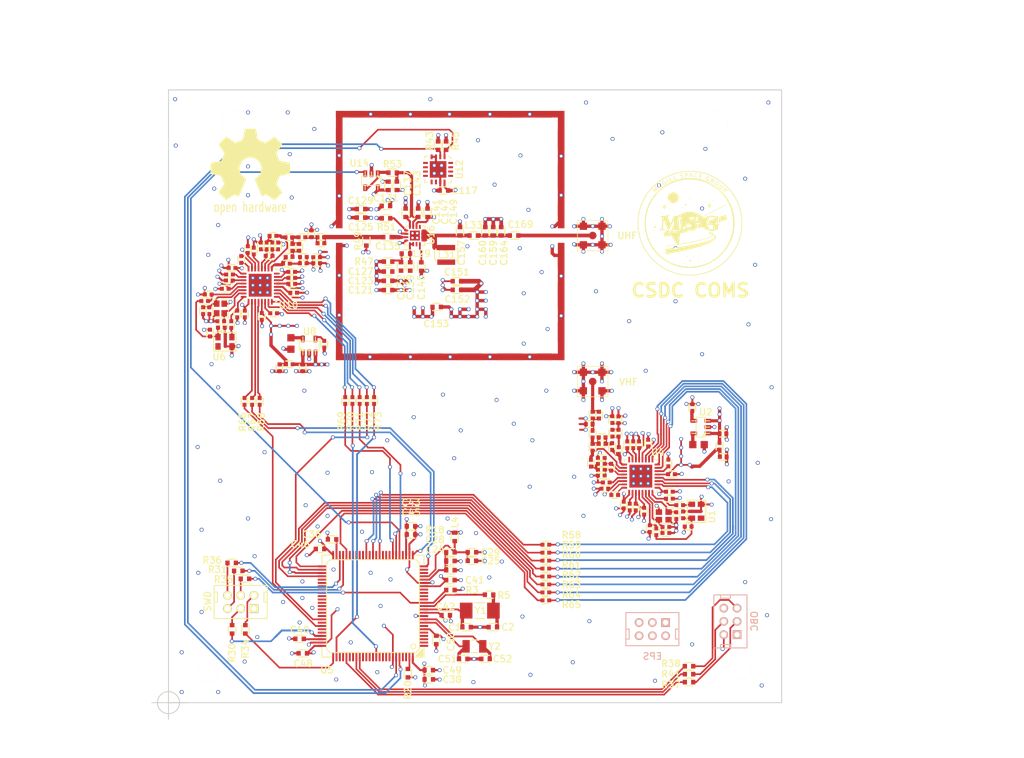
<source format=kicad_pcb>
(kicad_pcb (version 4) (host pcbnew 4.0.7)
  (title_block (title "CSDC Comms") (date 2018-02-26) (rev 0.3) (company "McGill Space Group"))
  (layers (0 F.Cu signal) (1 In1.Cu signal) (2 In2.Cu signal) (31 B.Cu signal) (34 B.Paste user) (35 F.Paste user hide) (36 B.SilkS user hide) (37 F.SilkS user) (38 B.Mask user hide) (39 F.Mask user hide) (44 Edge.Cuts user hide))
  (net 0 "")
  (net 1 "Net-(C1-Pad2)")
  (net 2 "Net-(C2-Pad2)")
  (net 3 "Net-(C3-Pad1)")
  (net 4 GND)
  (net 5 +3V3)
  (net 6 VDD)
  (net 7 "Net-(C7-Pad1)")
  (net 8 "Net-(C8-Pad1)")
  (net 9 "Net-(C9-Pad1)")
  (net 10 "Net-(C9-Pad2)")
  (net 11 "Net-(C10-Pad2)")
  (net 12 "Net-(C11-Pad2)")
  (net 13 "Net-(C12-Pad2)")
  (net 14 "Net-(C20-Pad1)")
  (net 15 "Net-(C20-Pad2)")
  (net 16 "Net-(C21-Pad2)")
  (net 17 "Net-(C24-Pad1)")
  (net 18 "Net-(C25-Pad2)")
  (net 19 "Net-(C27-Pad2)")
  (net 20 "Net-(C31-Pad1)")
  (net 21 "Net-(C31-Pad2)")
  (net 22 "Net-(C32-Pad1)")
  (net 23 "Net-(C34-Pad1)")
  (net 24 "Net-(C35-Pad2)")
  (net 25 "Net-(C36-Pad1)")
  (net 26 "Net-(C37-Pad1)")
  (net 27 "Net-(C37-Pad2)")
  (net 28 "Net-(C39-Pad1)")
  (net 29 "Net-(C40-Pad1)")
  (net 30 "Net-(C44-Pad1)")
  (net 31 "Net-(C47-Pad1)")
  (net 32 "Net-(C51-Pad2)")
  (net 33 "Net-(C52-Pad2)")
  (net 34 "Net-(C53-Pad1)")
  (net 35 "Net-(C61-Pad1)")
  (net 36 "Net-(C62-Pad1)")
  (net 37 "Net-(C65-Pad1)")
  (net 38 "Net-(C65-Pad2)")
  (net 39 "Net-(C67-Pad2)")
  (net 40 "Net-(C69-Pad2)")
  (net 41 "Net-(C71-Pad2)")
  (net 42 "Net-(C87-Pad1)")
  (net 43 "Net-(C87-Pad2)")
  (net 44 "Net-(C89-Pad2)")
  (net 45 "Net-(C96-Pad2)")
  (net 46 "Net-(C101-Pad1)")
  (net 47 "Net-(C101-Pad2)")
  (net 48 "Net-(C103-Pad1)")
  (net 49 "Net-(C107-Pad1)")
  (net 50 "Net-(C109-Pad2)")
  (net 51 "Net-(C111-Pad1)")
  (net 52 "Net-(C111-Pad2)")
  (net 53 "Net-(C113-Pad1)")
  (net 54 "Net-(C115-Pad1)")
  (net 55 "Net-(C118-Pad1)")
  (net 56 "Net-(C132-Pad1)")
  (net 57 "Net-(C135-Pad1)")
  (net 58 "Net-(C139-Pad1)")
  (net 59 "Net-(C141-Pad1)")
  (net 60 "Net-(C145-Pad1)")
  (net 61 "Net-(C157-Pad2)")
  (net 62 "Net-(C159-Pad2)")
  (net 63 "Net-(P1-Pad2)")
  (net 64 "Net-(P1-Pad3)")
  (net 65 "Net-(P1-Pad4)")
  (net 66 "Net-(P1-Pad5)")
  (net 67 "Net-(P1-Pad6)")
  (net 68 "Net-(P2-Pad3)")
  (net 69 "Net-(P2-Pad4)")
  (net 70 "Net-(P2-Pad5)")
  (net 71 /NRST)
  (net 72 "Net-(R5-Pad1)")
  (net 73 "Net-(R17-Pad1)")
  (net 74 "Net-(R20-Pad1)")
  (net 75 /SWDIO)
  (net 76 /USART3_TX)
  (net 77 "Net-(R32-Pad1)")
  (net 78 /SWCLK)
  (net 79 /USART3_RX)
  (net 80 /COMMS_TO_OBC_TX)
  (net 81 /COMMS_TO_OBC_EN)
  (net 82 /COMMS_TO_OBC_RX)
  (net 83 /I2C1_SDA)
  (net 84 /I2C1_SCL)
  (net 85 "Net-(R51-Pad2)")
  (net 86 "Net-(R53-Pad1)")
  (net 87 /2RESET_N)
  (net 88 /2GPIO3)
  (net 89 /2GPIO2)
  (net 90 /SPI2_MOSI)
  (net 91 /SPI2_SCK)
  (net 92 /SPI2_MISO)
  (net 93 /2GPIO0)
  (net 94 /2CS_N)
  (net 95 /1GPIO3)
  (net 96 /1GPIO2)
  (net 97 /DAC_OUT2)
  (net 98 /SPI1_MISO)
  (net 99 /SPI1_MOSI)
  (net 100 /1GPIO0)
  (net 101 /1RESET_N)
  (net 102 /1CS_N)
  (net 103 /SPI1_SCK)
  (net 104 "Net-(R58-Pad2)")
  (net 105 "Net-(R59-Pad2)")
  (net 106 "Net-(R60-Pad2)")
  (net 107 "Net-(R61-Pad2)")
  (net 108 "Net-(R62-Pad2)")
  (net 109 "Net-(R63-Pad2)")
  (net 110 "Net-(R64-Pad2)")
  (net 111 "Net-(R65-Pad2)")
  (net 112 "Net-(R66-Pad2)")
  (net 113 "Net-(R67-Pad2)")
  (net 114 "Net-(R68-Pad2)")
  (net 115 "Net-(R69-Pad2)")
  (net 116 "Net-(R70-Pad2)")
  (net 117 "Net-(R71-Pad2)")
  (net 118 "Net-(R72-Pad2)")
  (net 119 "Net-(R73-Pad2)")
  (net 120 "Net-(C169-Pad1)")
  (net 121 "Net-(U1-Pad1)")
  (net 122 "Net-(U4-Pad16)")
  (net 123 "Net-(U5-Pad4)")
  (net 124 "Net-(U5-Pad5)")
  (net 125 "Net-(U5-Pad7)")
  (net 126 "Net-(U5-Pad1)")
  (net 127 "Net-(U5-Pad2)")
  (net 128 "Net-(U5-Pad3)")
  (net 129 "Net-(U5-Pad17)")
  (net 130 "Net-(U5-Pad18)")
  (net 131 "Net-(U5-Pad23)")
  (net 132 "Net-(U5-Pad24)")
  (net 133 "Net-(U5-Pad33)")
  (net 134 "Net-(U5-Pad34)")
  (net 135 "Net-(U5-Pad35)")
  (net 136 "Net-(U5-Pad37)")
  (net 137 "Net-(U5-Pad39)")
  (net 138 "Net-(U5-Pad55)")
  (net 139 "Net-(U5-Pad56)")
  (net 140 "Net-(U5-Pad41)")
  (net 141 "Net-(U5-Pad42)")
  (net 142 "Net-(U5-Pad43)")
  (net 143 "Net-(U5-Pad57)")
  (net 144 "Net-(U5-Pad58)")
  (net 145 "Net-(U5-Pad59)")
  (net 146 "Net-(U5-Pad15)")
  (net 147 "Net-(U5-Pad16)")
  (net 148 "Net-(U5-Pad29)")
  (net 149 "Net-(U5-Pad44)")
  (net 150 "Net-(U5-Pad45)")
  (net 151 "Net-(U5-Pad60)")
  (net 152 "Net-(U5-Pad61)")
  (net 153 "Net-(U5-Pad62)")
  (net 154 "Net-(U5-Pad63)")
  (net 155 "Net-(U5-Pad64)")
  (net 156 "Net-(U5-Pad65)")
  (net 157 "Net-(U5-Pad66)")
  (net 158 "Net-(U5-Pad68)")
  (net 159 "Net-(U5-Pad70)")
  (net 160 "Net-(U5-Pad71)")
  (net 161 "Net-(U5-Pad78)")
  (net 162 "Net-(U5-Pad79)")
  (net 163 "Net-(U5-Pad81)")
  (net 164 "Net-(U5-Pad82)")
  (net 165 "Net-(U5-Pad85)")
  (net 166 "Net-(U5-Pad86)")
  (net 167 "Net-(U5-Pad87)")
  (net 168 "Net-(U5-Pad88)")
  (net 169 "Net-(U5-Pad90)")
  (net 170 "Net-(U5-Pad91)")
  (net 171 "Net-(U5-Pad92)")
  (net 172 "Net-(U5-Pad93)")
  (net 173 "Net-(U5-Pad97)")
  (net 174 "Net-(U5-Pad98)")
  (net 175 "Net-(U6-Pad1)")
  (net 176 "Net-(U10-Pad16)")
  (net 177 "Net-(U12-Pad5)")
  (net 178 "Net-(U12-Pad6)")
  (net 179 "Net-(U12-Pad7)")
  (net 180 "Net-(U12-Pad8)")
  (net 181 "Net-(U12-Pad9)")
  (net 182 "Net-(U12-Pad10)")
  (net 183 "Net-(U12-Pad13)")
  (net 184 "Net-(U12-Pad14)")
  (net 185 "Net-(U12-Pad15)")
  (net 186 "Net-(U12-Pad16)")
  (net 187 "Net-(U16-Pad7)")
  (net 188 "Net-(U16-Pad13)")
  (module via:VIA-0.6mm (layer F.Cu) (at 158.8 82.1)
    (fp_text reference REF** hide)
    (fp_text value VIA-0.6mm hide)
    (pad 1 thru_hole circle (at 0 0) (size 0.6 0.6) (drill 0.4) (layers *.Cu) (net 4 GND))
  )
  (module via:VIA-0.6mm (layer F.Cu) (at 159.7 90.7)
    (fp_text reference REF** hide)
    (fp_text value VIA-0.6mm hide)
    (pad 1 thru_hole circle (at 0 0) (size 0.6 0.6) (drill 0.4) (layers *.Cu) (net 4 GND))
  )
  (module via:VIA-0.6mm (layer F.Cu) (at 156.1 92.9)
    (fp_text reference REF** hide)
    (fp_text value VIA-0.6mm hide)
    (pad 1 thru_hole circle (at 0 0) (size 0.6 0.6) (drill 0.4) (layers *.Cu) (net 4 GND))
  )
  (module via:VIA-0.6mm (layer F.Cu) (at 156.1 85.3)
    (fp_text reference REF** hide)
    (fp_text value VIA-0.6mm hide)
    (pad 1 thru_hole circle (at 0 0) (size 0.6 0.6) (drill 0.4) (layers *.Cu) (net 4 GND))
  )
  (module via:VIA-0.6mm (layer F.Cu) (at 155.5 78.5)
    (fp_text reference REF** hide)
    (fp_text value VIA-0.6mm hide)
    (pad 1 thru_hole circle (at 0 0) (size 0.6 0.6) (drill 0.4) (layers *.Cu) (net 4 GND))
  )
  (module via:VIA-0.6mm (layer F.Cu) (at 147.6 78.2)
    (fp_text reference REF** hide)
    (fp_text value VIA-0.6mm hide)
    (pad 1 thru_hole circle (at 0 0) (size 0.6 0.6) (drill 0.4) (layers *.Cu) (net 4 GND))
  )
  (module via:VIA-0.6mm (layer F.Cu) (at 147.4 73.7)
    (fp_text reference REF** hide)
    (fp_text value VIA-0.6mm hide)
    (pad 1 thru_hole circle (at 0 0) (size 0.6 0.6) (drill 0.4) (layers *.Cu) (net 4 GND))
  )
  (module via:VIA-0.6mm (layer F.Cu) (at 156.8 72.7)
    (fp_text reference REF** hide)
    (fp_text value VIA-0.6mm hide)
    (pad 1 thru_hole circle (at 0 0) (size 0.6 0.6) (drill 0.4) (layers *.Cu) (net 4 GND))
  )
  (module via:VIA-0.6mm (layer F.Cu) (at 155.6 64.5)
    (fp_text reference REF** hide)
    (fp_text value VIA-0.6mm hide)
    (pad 1 thru_hole circle (at 0 0) (size 0.6 0.6) (drill 0.4) (layers *.Cu) (net 4 GND))
  )
  (module via:VIA-0.6mm (layer F.Cu) (at 151.7 68.9)
    (fp_text reference REF** hide)
    (fp_text value VIA-0.6mm hide)
    (pad 1 thru_hole circle (at 0 0) (size 0.6 0.6) (drill 0.4) (layers *.Cu) (net 4 GND))
  )
  (module via:VIA-0.6mm (layer F.Cu) (at 149.2 62.2)
    (fp_text reference REF** hide)
    (fp_text value VIA-0.6mm hide)
    (pad 1 thru_hole circle (at 0 0) (size 0.6 0.6) (drill 0.4) (layers *.Cu) (net 4 GND))
  )
  (module via:VIA-0.6mm (layer F.Cu) (at 122.7 128.8)
    (fp_text reference REF** hide)
    (fp_text value VIA-0.6mm hide)
    (pad 1 thru_hole circle (at 0 0) (size 0.6 0.6) (drill 0.4) (layers *.Cu) (net 4 GND))
  )
  (module via:VIA-0.6mm (layer F.Cu) (at 124.2 132.8)
    (fp_text reference REF** hide)
    (fp_text value VIA-0.6mm hide)
    (pad 1 thru_hole circle (at 0 0) (size 0.6 0.6) (drill 0.4) (layers *.Cu) (net 4 GND))
  )
  (module via:VIA-0.6mm (layer F.Cu) (at 122.7 131.3)
    (fp_text reference REF** hide)
    (fp_text value VIA-0.6mm hide)
    (pad 1 thru_hole circle (at 0 0) (size 0.6 0.6) (drill 0.4) (layers *.Cu) (net 4 GND))
  )
  (module via:VIA-0.6mm (layer F.Cu) (at 142.6 67.2)
    (fp_text reference REF** hide)
    (fp_text value VIA-0.6mm hide)
    (pad 1 thru_hole circle (at 0 0) (size 0.6 0.6) (drill 0.4) (layers *.Cu) (net 4 GND))
  )
  (module via:VIA-0.6mm (layer F.Cu) (at 143.7 67.2)
    (fp_text reference REF** hide)
    (fp_text value VIA-0.6mm hide)
    (pad 1 thru_hole circle (at 0 0) (size 0.6 0.6) (drill 0.4) (layers *.Cu) (net 4 GND))
  )
  (module via:VIA-0.6mm (layer F.Cu) (at 143.7 66)
    (fp_text reference REF** hide)
    (fp_text value VIA-0.6mm hide)
    (pad 1 thru_hole circle (at 0 0) (size 0.6 0.6) (drill 0.4) (layers *.Cu) (net 4 GND))
  )
  (module via:VIA-0.6mm (layer F.Cu) (at 142.6 66)
    (fp_text reference REF** hide)
    (fp_text value VIA-0.6mm hide)
    (pad 1 thru_hole circle (at 0 0) (size 0.6 0.6) (drill 0.4) (layers *.Cu) (net 4 GND))
  )
  (module via:VIA-0.6mm (layer F.Cu) (at 127.8 143.6)
    (fp_text reference REF** hide)
    (fp_text value VIA-0.6mm hide)
    (pad 1 thru_hole circle (at 0 0) (size 0.6 0.6) (drill 0.4) (layers *.Cu) (net 4 GND))
  )
  (module via:VIA-0.6mm (layer F.Cu) (at 181.5 138.3)
    (fp_text reference REF** hide)
    (fp_text value VIA-0.6mm hide)
    (pad 1 thru_hole circle (at 0 0) (size 0.6 0.6) (drill 0.4) (layers *.Cu) (net 4 GND))
  )
  (module Mounting_Holes:MountingHole_3mm (layer F.Cu) (at 190.25 59.35)
    (fp_text reference REF** hide)
    (fp_text value MountingHole_3mm)
    (pad "" np_thru_hole circle (at -5.04 0) (size 3.2 3.2) (drill 3.2) (layers *.Cu *.Mask F.SilkS))
  )
  (module Mounting_Holes:MountingHole_3mm (layer F.Cu) (at 191.395 142.02)
    (fp_text reference REF** hide)
    (fp_text value MountingHole_3mm)
    (pad "" np_thru_hole circle (at -2.54 0) (size 3.2 3.2) (drill 3.2) (layers *.Cu *.Mask F.SilkS))
  )
  (module Mounting_Holes:MountingHole_3mm (layer F.Cu) (at 108.525 142.35)
    (fp_text reference REF** hide)
    (fp_text value MountingHole_3mm)
    (pad "" np_thru_hole circle (at 0 0) (size 3.2 3.2) (drill 3.2) (layers *.Cu *.Mask F.SilkS))
  )
  (module hrs-df11:hrs-df11-6dp-2dsa (layer B.Cu) (at 175.5 136)
    (fp_text reference EPS (at 0 4.1) (layer B.SilkS) (effects (font (thickness 0.17)) (justify mirror)))
    (fp_text value CONN_02X03)
    (pad 1 thru_hole rect (at 2 -1) (size 1.3 1.3) (drill 0.8) (layers *.Cu *.Mask B.SilkS) (net 4 GND))
    (pad 2 thru_hole circle (at 2 1) (size 1.3 1.3) (drill 0.8) (layers *.Cu *.Mask B.SilkS) (net 4 GND))
    (pad 3 thru_hole circle (at 0 -1) (size 1.3 1.3) (drill 0.8) (layers *.Cu *.Mask B.SilkS) (net 5 +3V3))
    (pad 4 thru_hole circle (at 0 1) (size 1.3 1.3) (drill 0.8) (layers *.Cu *.Mask B.SilkS) (net 5 +3V3))
    (pad 5 thru_hole circle (at -2 -1) (size 1.3 1.3) (drill 0.8) (layers *.Cu *.Mask B.SilkS) (net 4 GND))
    (pad 6 thru_hole circle (at -2 1) (size 1.3 1.3) (drill 0.8) (layers *.Cu *.Mask B.SilkS) (net 4 GND))
  )
  (module libs:CC1120DecCAP (layer F.Cu) (at 120.97238 93.715664)
    (fp_text reference C81 hide)
    (fp_text value 2.2uF hide)
    (pad 1 smd rect (at 0 -1.7) (size 1.1 1.1) (layers F.Cu F.Paste F.Mask) (net 6 VDD))
    (pad 2 smd rect (at 0 0.03) (size 1.1 1.1) (layers F.Cu F.Paste F.Mask) (net 4 GND))
  )
  (module hrs-df11:hrs-df11-6dp-2dsa (layer F.Cu) (at 113.4 131.9)
    (fp_text reference SWD (at -5 -0.1 90) (layer F.SilkS) (effects (font (thickness 0.17))))
    (fp_text value SWD)
    (pad 1 thru_hole rect (at 2 1) (size 1.3 1.3) (drill 0.8) (layers *.Cu *.Mask F.SilkS) (net 4 GND))
    (pad 2 thru_hole circle (at 2 -1) (size 1.3 1.3) (drill 0.8) (layers *.Cu *.Mask F.SilkS) (net 63 "Net-(P1-Pad2)"))
    (pad 3 thru_hole circle (at 0 1) (size 1.3 1.3) (drill 0.8) (layers *.Cu *.Mask F.SilkS) (net 64 "Net-(P1-Pad3)"))
    (pad 4 thru_hole circle (at 0 -1) (size 1.3 1.3) (drill 0.8) (layers *.Cu *.Mask F.SilkS) (net 65 "Net-(P1-Pad4)"))
    (pad 5 thru_hole circle (at -2 1) (size 1.3 1.3) (drill 0.8) (layers *.Cu *.Mask F.SilkS) (net 66 "Net-(P1-Pad5)"))
    (pad 6 thru_hole circle (at -2 -1) (size 1.3 1.3) (drill 0.8) (layers *.Cu *.Mask F.SilkS) (net 67 "Net-(P1-Pad6)"))
  )
  (module hrs-df11:hrs-df11-6dp-2dsa (layer B.Cu) (at 187.27762 134.834336 270)
    (fp_text reference OBC (at -0.034336 -3.62238 270) (layer B.SilkS) (effects (font (thickness 0.17)) (justify mirror)))
    (fp_text value OBC)
    (pad 1 thru_hole rect (at 2 -1 270) (size 1.3 1.3) (drill 0.8) (layers *.Cu *.Mask B.SilkS) (net 4 GND))
    (pad 2 thru_hole circle (at 2 1 270) (size 1.3 1.3) (drill 0.8) (layers *.Cu *.Mask B.SilkS) (net 4 GND))
    (pad 3 thru_hole circle (at 0 -1 270) (size 1.3 1.3) (drill 0.8) (layers *.Cu *.Mask B.SilkS) (net 68 "Net-(P2-Pad3)"))
    (pad 4 thru_hole circle (at 0 1 270) (size 1.3 1.3) (drill 0.8) (layers *.Cu *.Mask B.SilkS) (net 69 "Net-(P2-Pad4)"))
    (pad 5 thru_hole circle (at -2 -1 270) (size 1.3 1.3) (drill 0.8) (layers *.Cu *.Mask B.SilkS) (net 70 "Net-(P2-Pad5)"))
    (pad 6 thru_hole circle (at -2 1 270) (size 1.3 1.3) (drill 0.8) (layers *.Cu *.Mask B.SilkS))
  )
  (module ADT7420:ADT7420 (layer F.Cu) (at 143.175 66.6 270)
    (fp_text reference U12 (at 0 -3.225 270) (layer F.SilkS) (effects (font (thickness 0.17))))
    (fp_text value ADT7420)
    (pad 1 smd rect (at -1.9 -0.975) (size 0.3 0.72) (layers F.Cu F.Paste F.Mask) (net 84 /I2C1_SCL))
    (pad 2 smd rect (at -1.9 -0.325) (size 0.3 0.72) (layers F.Cu F.Paste F.Mask) (net 83 /I2C1_SDA))
    (pad 3 smd rect (at -1.9 0.325) (size 0.3 0.72) (layers F.Cu F.Paste F.Mask) (net 4 GND))
    (pad 4 smd rect (at -1.9 0.975) (size 0.3 0.72) (layers F.Cu F.Paste F.Mask) (net 4 GND))
    (pad 5 smd rect (at -0.975 1.9 270) (size 0.3 0.72) (layers F.Cu F.Paste F.Mask) (net 177 "Net-(U12-Pad5)"))
    (pad 6 smd rect (at -0.325 1.9 270) (size 0.3 0.72) (layers F.Cu F.Paste F.Mask) (net 178 "Net-(U12-Pad6)"))
    (pad 7 smd rect (at 0.325 1.9 270) (size 0.3 0.72) (layers F.Cu F.Paste F.Mask) (net 179 "Net-(U12-Pad7)"))
    (pad 8 smd rect (at 0.975 1.9 270) (size 0.3 0.72) (layers F.Cu F.Paste F.Mask) (net 180 "Net-(U12-Pad8)"))
    (pad 9 smd rect (at 1.9 0.975) (size 0.3 0.72) (layers F.Cu F.Paste F.Mask) (net 181 "Net-(U12-Pad9)"))
    (pad 10 smd rect (at 1.9 0.325) (size 0.3 0.72) (layers F.Cu F.Paste F.Mask) (net 182 "Net-(U12-Pad10)"))
    (pad 11 smd rect (at 1.9 -0.325) (size 0.3 0.72) (layers F.Cu F.Paste F.Mask) (net 4 GND))
    (pad 12 smd rect (at 1.9 -0.975) (size 0.3 0.72) (layers F.Cu F.Paste F.Mask) (net 5 +3V3))
    (pad 13 smd rect (at 0.975 -1.9 270) (size 0.3 0.72) (layers F.Cu F.Paste F.Mask) (net 183 "Net-(U12-Pad13)"))
    (pad 14 smd rect (at 0.325 -1.9 270) (size 0.3 0.72) (layers F.Cu F.Paste F.Mask) (net 184 "Net-(U12-Pad14)"))
    (pad 15 smd rect (at -0.325 -1.9 270) (size 0.3 0.72) (layers F.Cu F.Paste F.Mask) (net 185 "Net-(U12-Pad15)"))
    (pad 16 smd rect (at -0.975 -1.9 270) (size 0.3 0.72) (layers F.Cu F.Paste F.Mask) (net 186 "Net-(U12-Pad16)"))
    (pad 17 smd rect (at 0 0 270) (size 2.5 2.5) (layers F.Cu F.Paste F.Mask) (net 4 GND))
  )
  (module STM32F407VGT6:TQFP-100 (layer F.Cu) (at 133.35088 132.52588 90)
    (fp_text reference U5 (at -9.67412 -6.95088 180) (layer F.SilkS) (effects (font (thickness 0.17))))
    (fp_text value STM32F407VG hide)
    (pad 4 smd rect (at -4.50088 7.67588 90) (size 0.29972 1.30048) (layers F.Cu F.Paste F.Mask) (net 123 "Net-(U5-Pad4)"))
    (pad 5 smd rect (at -4.0005 7.67588 90) (size 0.29972 1.30048) (layers F.Cu F.Paste F.Mask) (net 124 "Net-(U5-Pad5)"))
    (pad 6 smd rect (at -3.50012 7.67588 90) (size 0.29972 1.30048) (layers F.Cu F.Paste F.Mask) (net 5 +3V3))
    (pad 7 smd rect (at -2.99974 7.67588 90) (size 0.29972 1.30048) (layers F.Cu F.Paste F.Mask) (net 125 "Net-(U5-Pad7)"))
    (pad 8 smd rect (at -2.49936 7.67588 90) (size 0.29972 1.30048) (layers F.Cu F.Paste F.Mask) (net 32 "Net-(C51-Pad2)"))
    (pad 1 smd rect (at -5.99948 7.67588 90) (size 0.29972 1.30048) (layers F.Cu F.Paste F.Mask) (net 126 "Net-(U5-Pad1)"))
    (pad 2 smd rect (at -5.4991 7.67588 90) (size 0.29972 1.30048) (layers F.Cu F.Paste F.Mask) (net 127 "Net-(U5-Pad2)"))
    (pad 3 smd rect (at -5.00126 7.67588 90) (size 0.29972 1.30048) (layers F.Cu F.Paste F.Mask) (net 128 "Net-(U5-Pad3)"))
    (pad 17 smd rect (at 1.99898 7.67588 90) (size 0.29972 1.30048) (layers F.Cu F.Paste F.Mask) (net 129 "Net-(U5-Pad17)"))
    (pad 18 smd rect (at 2.49936 7.67588 90) (size 0.29972 1.30048) (layers F.Cu F.Paste F.Mask) (net 130 "Net-(U5-Pad18)"))
    (pad 19 smd rect (at 2.99974 7.67588 90) (size 0.29972 1.30048) (layers F.Cu F.Paste F.Mask) (net 5 +3V3))
    (pad 20 smd rect (at 3.50012 7.67588 90) (size 0.29972 1.30048) (layers F.Cu F.Paste F.Mask) (net 4 GND))
    (pad 21 smd rect (at 4.0005 7.67588 90) (size 0.29972 1.30048) (layers F.Cu F.Paste F.Mask) (net 17 "Net-(C24-Pad1)"))
    (pad 22 smd rect (at 4.50088 7.67588 90) (size 0.29972 1.30048) (layers F.Cu F.Paste F.Mask) (net 18 "Net-(C25-Pad2)"))
    (pad 23 smd rect (at 5.00126 7.67588 90) (size 0.29972 1.30048) (layers F.Cu F.Paste F.Mask) (net 131 "Net-(U5-Pad23)"))
    (pad 24 smd rect (at 5.4991 7.67588 90) (size 0.29972 1.30048) (layers F.Cu F.Paste F.Mask) (net 132 "Net-(U5-Pad24)"))
    (pad 33 smd rect (at 7.67588 2.49936 90) (size 1.30048 0.29972) (layers F.Cu F.Paste F.Mask) (net 133 "Net-(U5-Pad33)"))
    (pad 34 smd rect (at 7.67588 1.99898 90) (size 1.30048 0.29972) (layers F.Cu F.Paste F.Mask) (net 134 "Net-(U5-Pad34)"))
    (pad 35 smd rect (at 7.67588 1.50114 90) (size 1.30048 0.29972) (layers F.Cu F.Paste F.Mask) (net 135 "Net-(U5-Pad35)"))
    (pad 36 smd rect (at 7.67588 1.00076 90) (size 1.30048 0.29972) (layers F.Cu F.Paste F.Mask) (net 87 /2RESET_N))
    (pad 37 smd rect (at 7.67588 0.50038 90) (size 1.30048 0.29972) (layers F.Cu F.Paste F.Mask) (net 136 "Net-(U5-Pad37)"))
    (pad 38 smd rect (at 7.67588 0 90) (size 1.30048 0.29972) (layers F.Cu F.Paste F.Mask) (net 88 /2GPIO3))
    (pad 39 smd rect (at 7.67588 -0.50038 90) (size 1.30048 0.29972) (layers F.Cu F.Paste F.Mask) (net 137 "Net-(U5-Pad39)"))
    (pad 40 smd rect (at 7.67588 -1.00076 90) (size 1.30048 0.29972) (layers F.Cu F.Paste F.Mask) (net 89 /2GPIO2))
    (pad 49 smd rect (at 7.67588 -5.4991 90) (size 1.30048 0.29972) (layers F.Cu F.Paste F.Mask) (net 25 "Net-(C36-Pad1)"))
    (pad 50 smd rect (at 7.67588 -5.99948 90) (size 1.30048 0.29972) (layers F.Cu F.Paste F.Mask) (net 5 +3V3))
    (pad 51 smd rect (at 5.99948 -7.67588 90) (size 0.29972 1.30048) (layers F.Cu F.Paste F.Mask) (net 93 /2GPIO0))
    (pad 52 smd rect (at 5.4991 -7.67588 90) (size 0.29972 1.30048) (layers F.Cu F.Paste F.Mask) (net 91 /SPI2_SCK))
    (pad 53 smd rect (at 5.00126 -7.67588 90) (size 0.29972 1.30048) (layers F.Cu F.Paste F.Mask) (net 92 /SPI2_MISO))
    (pad 54 smd rect (at 4.50088 -7.67588 90) (size 0.29972 1.30048) (layers F.Cu F.Paste F.Mask) (net 90 /SPI2_MOSI))
    (pad 55 smd rect (at 4.0005 -7.67588 90) (size 0.29972 1.30048) (layers F.Cu F.Paste F.Mask) (net 138 "Net-(U5-Pad55)"))
    (pad 56 smd rect (at 3.50012 -7.67588 90) (size 0.29972 1.30048) (layers F.Cu F.Paste F.Mask) (net 139 "Net-(U5-Pad56)"))
    (pad 9 smd rect (at -1.99898 7.67588 90) (size 0.29972 1.30048) (layers F.Cu F.Paste F.Mask) (net 33 "Net-(C52-Pad2)"))
    (pad 10 smd rect (at -1.50114 7.67588 90) (size 0.29972 1.30048) (layers F.Cu F.Paste F.Mask) (net 4 GND))
    (pad 11 smd rect (at -1.00076 7.67588 90) (size 0.29972 1.30048) (layers F.Cu F.Paste F.Mask) (net 5 +3V3))
    (pad 25 smd rect (at 5.99948 7.67588 90) (size 0.29972 1.30048) (layers F.Cu F.Paste F.Mask) (net 95 /1GPIO3))
    (pad 26 smd rect (at 7.67588 5.99948 90) (size 1.30048 0.29972) (layers F.Cu F.Paste F.Mask) (net 96 /1GPIO2))
    (pad 27 smd rect (at 7.67588 5.4991 90) (size 1.30048 0.29972) (layers F.Cu F.Paste F.Mask) (net 4 GND))
    (pad 41 smd rect (at 7.67588 -1.50114 90) (size 1.30048 0.29972) (layers F.Cu F.Paste F.Mask) (net 140 "Net-(U5-Pad41)"))
    (pad 42 smd rect (at 7.67588 -1.99898 90) (size 1.30048 0.29972) (layers F.Cu F.Paste F.Mask) (net 141 "Net-(U5-Pad42)"))
    (pad 43 smd rect (at 7.67588 -2.49936 90) (size 1.30048 0.29972) (layers F.Cu F.Paste F.Mask) (net 142 "Net-(U5-Pad43)"))
    (pad 57 smd rect (at 2.99974 -7.67588 90) (size 0.29972 1.30048) (layers F.Cu F.Paste F.Mask) (net 143 "Net-(U5-Pad57)"))
    (pad 58 smd rect (at 2.49936 -7.67588 90) (size 0.29972 1.30048) (layers F.Cu F.Paste F.Mask) (net 144 "Net-(U5-Pad58)"))
    (pad 59 smd rect (at 1.99898 -7.67588 90) (size 0.29972 1.30048) (layers F.Cu F.Paste F.Mask) (net 145 "Net-(U5-Pad59)"))
    (pad 12 smd rect (at -0.50038 7.67588 90) (size 0.29972 1.30048) (layers F.Cu F.Paste F.Mask) (net 1 "Net-(C1-Pad2)"))
    (pad 13 smd rect (at 0 7.67588 90) (size 0.29972 1.30048) (layers F.Cu F.Paste F.Mask) (net 72 "Net-(R5-Pad1)"))
    (pad 14 smd rect (at 0.50038 7.67588 90) (size 0.29972 1.30048) (layers F.Cu F.Paste F.Mask) (net 71 /NRST))
    (pad 15 smd rect (at 1.00076 7.67588 90) (size 0.29972 1.30048) (layers F.Cu F.Paste F.Mask) (net 146 "Net-(U5-Pad15)"))
    (pad 16 smd rect (at 1.50114 7.67588 90) (size 0.29972 1.30048) (layers F.Cu F.Paste F.Mask) (net 147 "Net-(U5-Pad16)"))
    (pad 28 smd rect (at 7.67588 5.00126 90) (size 1.30048 0.29972) (layers F.Cu F.Paste F.Mask) (net 5 +3V3))
    (pad 29 smd rect (at 7.67588 4.50088 90) (size 1.30048 0.29972) (layers F.Cu F.Paste F.Mask) (net 148 "Net-(U5-Pad29)"))
    (pad 30 smd rect (at 7.67588 4.0005 90) (size 1.30048 0.29972) (layers F.Cu F.Paste F.Mask) (net 97 /DAC_OUT2))
    (pad 31 smd rect (at 7.67588 3.50012 90) (size 1.30048 0.29972) (layers F.Cu F.Paste F.Mask) (net 98 /SPI1_MISO))
    (pad 32 smd rect (at 7.67588 2.99974 90) (size 1.30048 0.29972) (layers F.Cu F.Paste F.Mask) (net 99 /SPI1_MOSI))
    (pad 44 smd rect (at 7.67588 -2.99974 90) (size 1.30048 0.29972) (layers F.Cu F.Paste F.Mask) (net 149 "Net-(U5-Pad44)"))
    (pad 45 smd rect (at 7.67588 -3.50012 90) (size 1.30048 0.29972) (layers F.Cu F.Paste F.Mask) (net 150 "Net-(U5-Pad45)"))
    (pad 46 smd rect (at 7.67588 -4.0005 90) (size 1.30048 0.29972) (layers F.Cu F.Paste F.Mask) (net 94 /2CS_N))
    (pad 47 smd rect (at 7.67588 -4.50088 90) (size 1.30048 0.29972) (layers F.Cu F.Paste F.Mask) (net 76 /USART3_TX))
    (pad 48 smd rect (at 7.67588 -5.00126 90) (size 1.30048 0.29972) (layers F.Cu F.Paste F.Mask) (net 79 /USART3_RX))
    (pad 60 smd rect (at 1.50114 -7.67588 90) (size 0.29972 1.30048) (layers F.Cu F.Paste F.Mask) (net 151 "Net-(U5-Pad60)"))
    (pad 61 smd rect (at 1.00076 -7.67588 90) (size 0.29972 1.30048) (layers F.Cu F.Paste F.Mask) (net 152 "Net-(U5-Pad61)"))
    (pad 62 smd rect (at 0.50038 -7.67588 90) (size 0.29972 1.30048) (layers F.Cu F.Paste F.Mask) (net 153 "Net-(U5-Pad62)"))
    (pad 63 smd rect (at 0 -7.67588 90) (size 0.29972 1.30048) (layers F.Cu F.Paste F.Mask) (net 154 "Net-(U5-Pad63)"))
    (pad 64 smd rect (at -0.50038 -7.67588 90) (size 0.29972 1.30048) (layers F.Cu F.Paste F.Mask) (net 155 "Net-(U5-Pad64)"))
    (pad 65 smd rect (at -1.00076 -7.67588 90) (size 0.29972 1.30048) (layers F.Cu F.Paste F.Mask) (net 156 "Net-(U5-Pad65)"))
    (pad 66 smd rect (at -1.50114 -7.67588 90) (size 0.29972 1.30048) (layers F.Cu F.Paste F.Mask) (net 157 "Net-(U5-Pad66)"))
    (pad 67 smd rect (at -1.99898 -7.67588 90) (size 0.29972 1.30048) (layers F.Cu F.Paste F.Mask) (net 100 /1GPIO0))
    (pad 68 smd rect (at -2.49936 -7.67588 90) (size 0.29972 1.30048) (layers F.Cu F.Paste F.Mask) (net 158 "Net-(U5-Pad68)"))
    (pad 69 smd rect (at -2.99974 -7.67588 90) (size 0.29972 1.30048) (layers F.Cu F.Paste F.Mask) (net 101 /1RESET_N))
    (pad 70 smd rect (at -3.50012 -7.67588 90) (size 0.29972 1.30048) (layers F.Cu F.Paste F.Mask) (net 159 "Net-(U5-Pad70)"))
    (pad 71 smd rect (at -4.0005 -7.67588 90) (size 0.29972 1.30048) (layers F.Cu F.Paste F.Mask) (net 160 "Net-(U5-Pad71)"))
    (pad 72 smd rect (at -4.50088 -7.67588 90) (size 0.29972 1.30048) (layers F.Cu F.Paste F.Mask) (net 75 /SWDIO))
    (pad 73 smd rect (at -5.00126 -7.67588 90) (size 0.29972 1.30048) (layers F.Cu F.Paste F.Mask) (net 29 "Net-(C40-Pad1)"))
    (pad 74 smd rect (at -5.4991 -7.67588 90) (size 0.29972 1.30048) (layers F.Cu F.Paste F.Mask) (net 4 GND))
    (pad 75 smd rect (at -5.99948 -7.67588 90) (size 0.29972 1.30048) (layers F.Cu F.Paste F.Mask) (net 5 +3V3))
    (pad 76 smd rect (at -7.67588 -5.99948 90) (size 1.30048 0.29972) (layers F.Cu F.Paste F.Mask) (net 78 /SWCLK))
    (pad 77 smd rect (at -7.67588 -5.4991 90) (size 1.30048 0.29972) (layers F.Cu F.Paste F.Mask) (net 102 /1CS_N))
    (pad 78 smd rect (at -7.67588 -5.00126 90) (size 1.30048 0.29972) (layers F.Cu F.Paste F.Mask) (net 161 "Net-(U5-Pad78)"))
    (pad 79 smd rect (at -7.67588 -4.50088 90) (size 1.30048 0.29972) (layers F.Cu F.Paste F.Mask) (net 162 "Net-(U5-Pad79)"))
    (pad 80 smd rect (at -7.67588 -4.0005 90) (size 1.30048 0.29972) (layers F.Cu F.Paste F.Mask) (net 80 /COMMS_TO_OBC_TX))
    (pad 81 smd rect (at -7.67588 -3.50012 90) (size 1.30048 0.29972) (layers F.Cu F.Paste F.Mask) (net 163 "Net-(U5-Pad81)"))
    (pad 82 smd rect (at -7.67588 -2.99974 90) (size 1.30048 0.29972) (layers F.Cu F.Paste F.Mask) (net 164 "Net-(U5-Pad82)"))
    (pad 83 smd rect (at -7.67588 -2.49936 90) (size 1.30048 0.29972) (layers F.Cu F.Paste F.Mask) (net 82 /COMMS_TO_OBC_RX))
    (pad 84 smd rect (at -7.67588 -1.99898 90) (size 1.30048 0.29972) (layers F.Cu F.Paste F.Mask) (net 81 /COMMS_TO_OBC_EN))
    (pad 85 smd rect (at -7.67588 -1.50114 90) (size 1.30048 0.29972) (layers F.Cu F.Paste F.Mask) (net 165 "Net-(U5-Pad85)"))
    (pad 86 smd rect (at -7.67588 -1.00076 90) (size 1.30048 0.29972) (layers F.Cu F.Paste F.Mask) (net 166 "Net-(U5-Pad86)"))
    (pad 87 smd rect (at -7.67588 -0.50038 90) (size 1.30048 0.29972) (layers F.Cu F.Paste F.Mask) (net 167 "Net-(U5-Pad87)"))
    (pad 88 smd rect (at -7.67588 0 90) (size 1.30048 0.29972) (layers F.Cu F.Paste F.Mask) (net 168 "Net-(U5-Pad88)"))
    (pad 89 smd rect (at -7.67588 0.50038 90) (size 1.30048 0.29972) (layers F.Cu F.Paste F.Mask) (net 103 /SPI1_SCK))
    (pad 90 smd rect (at -7.67588 1.00076 90) (size 1.30048 0.29972) (layers F.Cu F.Paste F.Mask) (net 169 "Net-(U5-Pad90)"))
    (pad 91 smd rect (at -7.67588 1.50114 90) (size 1.30048 0.29972) (layers F.Cu F.Paste F.Mask) (net 170 "Net-(U5-Pad91)"))
    (pad 92 smd rect (at -7.67588 1.99898 90) (size 1.30048 0.29972) (layers F.Cu F.Paste F.Mask) (net 171 "Net-(U5-Pad92)"))
    (pad 93 smd rect (at -7.67588 2.49936 90) (size 1.30048 0.29972) (layers F.Cu F.Paste F.Mask) (net 172 "Net-(U5-Pad93)"))
    (pad 94 smd rect (at -7.67588 2.99974 90) (size 1.30048 0.29972) (layers F.Cu F.Paste F.Mask) (net 4 GND))
    (pad 95 smd rect (at -7.67588 3.50012 90) (size 1.30048 0.29972) (layers F.Cu F.Paste F.Mask) (net 84 /I2C1_SCL))
    (pad 96 smd rect (at -7.67588 4.0005 90) (size 1.30048 0.29972) (layers F.Cu F.Paste F.Mask) (net 83 /I2C1_SDA))
    (pad 97 smd rect (at -7.67588 4.50088 90) (size 1.30048 0.29972) (layers F.Cu F.Paste F.Mask) (net 173 "Net-(U5-Pad97)"))
    (pad 98 smd rect (at -7.67588 5.00126 90) (size 1.30048 0.29972) (layers F.Cu F.Paste F.Mask) (net 174 "Net-(U5-Pad98)"))
    (pad 99 smd rect (at -7.67588 5.4991 90) (size 1.30048 0.29972) (layers F.Cu F.Paste F.Mask) (net 74 "Net-(R20-Pad1)"))
    (pad 100 smd rect (at -7.67588 5.99948 90) (size 1.30048 0.29972) (layers F.Cu F.Paste F.Mask) (net 5 +3V3))
  )
  (module Mounting_Holes:MountingHole_3mm (layer F.Cu) (at 107.25 59.35)
    (fp_text reference REF** hide)
    (fp_text value MountingHole_3mm)
    (pad "" np_thru_hole circle (at 5.04 0) (size 3.2 3.2) (drill 3.2) (layers *.Cu *.Mask F.SilkS))
  )
  (module BMI-S-x06:BMI-S-x06 (layer F.Cu) (at 145 76.585)
    (fp_text reference RFSHIELD1 hide)
    (fp_text value TEST_1P)
    (pad 1 smd rect (at -16.74 15.955) (size 1 5.72) (layers F.Cu F.Paste F.Mask) (net 4 GND))
    (pad 1 smd rect (at -16.74 9.005) (size 1 3.8) (layers F.Cu F.Paste F.Mask) (net 4 GND))
    (pad 1 smd rect (at -16.74 2.995) (size 1 3.8) (layers F.Cu F.Paste F.Mask) (net 4 GND))
    (pad 1 smd rect (at -16.74 -2.995) (size 1 3.8) (layers F.Cu F.Paste F.Mask) (net 4 GND))
    (pad 1 smd rect (at -16.74 -8.995) (size 1 3.8) (layers F.Cu F.Paste F.Mask) (net 4 GND))
    (pad 1 smd rect (at 16.74 9.005) (size 1 3.8) (layers F.Cu F.Paste F.Mask) (net 4 GND))
    (pad 1 smd rect (at 16.74 2.995) (size 1 3.8) (layers F.Cu F.Paste F.Mask) (net 4 GND))
    (pad 1 smd rect (at 16.74 -2.995) (size 1 3.8) (layers F.Cu F.Paste F.Mask) (net 4 GND))
    (pad 1 smd rect (at 16.74 -8.995) (size 1 3.8) (layers F.Cu F.Paste F.Mask) (net 4 GND))
    (pad 1 smd rect (at 16.74 15.955) (size 1 5.72) (layers F.Cu F.Paste F.Mask) (net 4 GND))
    (pad 1 smd rect (at 16.74 -15.96) (size 1 5.72) (layers F.Cu F.Paste F.Mask) (net 4 GND))
    (pad 1 smd rect (at -16.74 -15.96) (size 1 5.72) (layers F.Cu F.Paste F.Mask) (net 4 GND))
    (pad 1 smd rect (at -9 18.315) (size 3.8 1) (layers F.Cu F.Paste F.Mask) (net 4 GND))
    (pad 1 smd rect (at -3 18.315) (size 3.8 1) (layers F.Cu F.Paste F.Mask) (net 4 GND))
    (pad 1 smd rect (at 3 18.315) (size 3.8 1) (layers F.Cu F.Paste F.Mask) (net 4 GND))
    (pad 1 smd rect (at 9 18.315) (size 3.8 1) (layers F.Cu F.Paste F.Mask) (net 4 GND))
    (pad 1 smd rect (at -9 -18.315) (size 3.8 1) (layers F.Cu F.Paste F.Mask) (net 4 GND))
    (pad 1 smd rect (at -3 -18.315) (size 3.8 1) (layers F.Cu F.Paste F.Mask) (net 4 GND))
    (pad 1 smd rect (at 3 -18.315) (size 3.8 1) (layers F.Cu F.Paste F.Mask) (net 4 GND))
    (pad 1 smd rect (at 9 -18.315) (size 3.8 1) (layers F.Cu F.Paste F.Mask) (net 4 GND))
    (pad 1 smd rect (at -15.17 -18.32) (size 4.14 1) (layers F.Cu F.Paste F.Mask) (net 4 GND))
    (pad 1 smd rect (at 15.17 -18.32) (size 4.14 1) (layers F.Cu F.Paste F.Mask) (net 4 GND))
    (pad 1 smd rect (at -15.17 18.315) (size 4.14 1) (layers F.Cu F.Paste F.Mask) (net 4 GND))
    (pad 1 smd rect (at 15.17 18.315) (size 4.14 1) (layers F.Cu F.Paste F.Mask) (net 4 GND))
  )
  (module via:VIA-0.6mm (layer F.Cu) (at 191 81)
    (fp_text reference REF** hide)
    (fp_text value VIA-0.6mm hide)
    (pad 1 thru_hole circle (at 0 0) (size 0.6 0.6) (drill 0.4) (layers *.Cu) (net 4 GND))
  )
  (module via:VIA-0.6mm (layer F.Cu) (at 189.5 68)
    (fp_text reference REF** hide)
    (fp_text value VIA-0.6mm hide)
    (pad 1 thru_hole circle (at 0 0) (size 0.6 0.6) (drill 0.4) (layers *.Cu) (net 4 GND))
  )
  (module via:VIA-0.6mm (layer F.Cu) (at 193 56.5)
    (fp_text reference REF** hide)
    (fp_text value VIA-0.6mm hide)
    (pad 1 thru_hole circle (at 0 0) (size 0.6 0.6) (drill 0.4) (layers *.Cu) (net 4 GND))
  )
  (module via:VIA-0.6mm (layer F.Cu) (at 177 61)
    (fp_text reference REF** hide)
    (fp_text value VIA-0.6mm hide)
    (pad 1 thru_hole circle (at 0 0) (size 0.6 0.6) (drill 0.4) (layers *.Cu) (net 4 GND))
  )
  (module via:VIA-0.6mm (layer F.Cu) (at 125 120.5)
    (fp_text reference REF** hide)
    (fp_text value VIA-0.6mm hide)
    (pad 1 thru_hole circle (at 0 0) (size 0.6 0.6) (drill 0.4) (layers *.Cu) (net 4 GND))
  )
  (module via:VIA-0.6mm (layer F.Cu) (at 126.5 112.4)
    (fp_text reference REF** hide)
    (fp_text value VIA-0.6mm hide)
    (pad 1 thru_hole circle (at 0 0) (size 0.6 0.6) (drill 0.4) (layers *.Cu) (net 4 GND))
  )
  (module via:VIA-0.6mm (layer F.Cu) (at 117 109.3)
    (fp_text reference REF** hide)
    (fp_text value VIA-0.6mm hide)
    (pad 1 thru_hole circle (at 0 0) (size 0.6 0.6) (drill 0.4) (layers *.Cu) (net 4 GND))
  )
  (module via:VIA-0.6mm (layer F.Cu) (at 183.5 63.5)
    (fp_text reference REF** hide)
    (fp_text value VIA-0.6mm hide)
    (pad 1 thru_hole circle (at 0 0) (size 0.6 0.6) (drill 0.4) (layers *.Cu) (net 4 GND))
  )
  (module via:VIA-0.6mm (layer F.Cu) (at 165.5 56.5)
    (fp_text reference REF** hide)
    (fp_text value VIA-0.6mm hide)
    (pad 1 thru_hole circle (at 0 0) (size 0.6 0.6) (drill 0.4) (layers *.Cu) (net 4 GND))
  )
  (module via:VIA-0.6mm (layer F.Cu) (at 176.5 69)
    (fp_text reference REF** hide)
    (fp_text value VIA-0.6mm hide)
    (pad 1 thru_hole circle (at 0 0) (size 0.6 0.6) (drill 0.4) (layers *.Cu) (net 4 GND))
  )
  (module via:VIA-0.6mm (layer F.Cu) (at 138.5 127)
    (fp_text reference REF** hide)
    (fp_text value VIA-0.6mm hide)
    (pad 1 thru_hole circle (at 0 0) (size 0.6 0.6) (drill 0.4) (layers *.Cu) (net 4 GND))
  )
  (module via:VIA-0.6mm (layer F.Cu) (at 127.4 127)
    (fp_text reference REF** hide)
    (fp_text value VIA-0.6mm hide)
    (pad 1 thru_hole circle (at 0 0) (size 0.6 0.6) (drill 0.4) (layers *.Cu) (net 4 GND))
  )
  (module via:VIA-0.6mm (layer F.Cu) (at 133 127.5)
    (fp_text reference REF** hide)
    (fp_text value VIA-0.6mm hide)
    (pad 1 thru_hole circle (at 0 0) (size 0.6 0.6) (drill 0.4) (layers *.Cu) (net 4 GND))
  )
  (module via:VIA-0.6mm (layer F.Cu) (at 183 72.5)
    (fp_text reference REF** hide)
    (fp_text value VIA-0.6mm hide)
    (pad 1 thru_hole circle (at 0 0) (size 0.6 0.6) (drill 0.4) (layers *.Cu) (net 4 GND))
  )
  (module via:VIA-0.6mm (layer F.Cu) (at 169.5 62)
    (fp_text reference REF** hide)
    (fp_text value VIA-0.6mm hide)
    (pad 1 thru_hole circle (at 0 0) (size 0.6 0.6) (drill 0.4) (layers *.Cu) (net 4 GND))
  )
  (module via:VIA-0.6mm (layer F.Cu) (at 136 128.5)
    (fp_text reference REF** hide)
    (fp_text value VIA-0.6mm hide)
    (pad 1 thru_hole circle (at 0 0) (size 0.6 0.6) (drill 0.4) (layers *.Cu) (net 4 GND))
  )
  (module via:VIA-0.6mm (layer F.Cu) (at 134.5 132.5)
    (fp_text reference REF** hide)
    (fp_text value VIA-0.6mm hide)
    (pad 1 thru_hole circle (at 0 0) (size 0.6 0.6) (drill 0.4) (layers *.Cu) (net 4 GND))
  )
  (module via:VIA-0.6mm (layer F.Cu) (at 106.9 108.5)
    (fp_text reference REF** hide)
    (fp_text value VIA-0.6mm hide)
    (pad 1 thru_hole circle (at 0 0) (size 0.6 0.6) (drill 0.4) (layers *.Cu) (net 4 GND))
  )
  (module via:VIA-0.6mm (layer F.Cu) (at 190 90)
    (fp_text reference REF** hide)
    (fp_text value VIA-0.6mm hide)
    (pad 1 thru_hole circle (at 0 0) (size 0.6 0.6) (drill 0.4) (layers *.Cu) (net 4 GND))
  )
  (module via:VIA-0.6mm (layer F.Cu) (at 128 133)
    (fp_text reference REF** hide)
    (fp_text value VIA-0.6mm hide)
    (pad 1 thru_hole circle (at 0 0) (size 0.6 0.6) (drill 0.4) (layers *.Cu) (net 4 GND))
  )
  (module via:VIA-0.6mm (layer F.Cu) (at 110.3 113.6)
    (fp_text reference REF** hide)
    (fp_text value VIA-0.6mm hide)
    (pad 1 thru_hole circle (at 0 0) (size 0.6 0.6) (drill 0.4) (layers *.Cu) (net 4 GND))
  )
  (module via:VIA-0.6mm (layer F.Cu) (at 107.5 121)
    (fp_text reference REF** hide)
    (fp_text value VIA-0.6mm hide)
    (pad 1 thru_hole circle (at 0 0) (size 0.6 0.6) (drill 0.4) (layers *.Cu) (net 4 GND))
  )
  (module via:VIA-0.6mm (layer F.Cu) (at 172 89.5)
    (fp_text reference REF** hide)
    (fp_text value VIA-0.6mm hide)
    (pad 1 thru_hole circle (at 0 0) (size 0.6 0.6) (drill 0.4) (layers *.Cu) (net 4 GND))
  )
  (module via:VIA-0.6mm (layer F.Cu) (at 142 56)
    (fp_text reference REF** hide)
    (fp_text value VIA-0.6mm hide)
    (pad 1 thru_hole circle (at 0 0) (size 0.6 0.6) (drill 0.4) (layers *.Cu) (net 4 GND))
  )
  (module via:VIA-0.6mm (layer F.Cu) (at 121.1 70.85)
    (fp_text reference REF** hide)
    (fp_text value VIA-0.6mm hide)
    (pad 1 thru_hole circle (at 0 0) (size 0.6 0.6) (drill 0.4) (layers *.Cu) (net 4 GND))
  )
  (module via:VIA-0.6mm (layer F.Cu) (at 135 135.5)
    (fp_text reference REF** hide)
    (fp_text value VIA-0.6mm hide)
    (pad 1 thru_hole circle (at 0 0) (size 0.6 0.6) (drill 0.4) (layers *.Cu) (net 4 GND))
  )
  (module via:VIA-0.6mm (layer F.Cu) (at 114.5 119.3)
    (fp_text reference REF** hide)
    (fp_text value VIA-0.6mm hide)
    (pad 1 thru_hole circle (at 0 0) (size 0.6 0.6) (drill 0.4) (layers *.Cu) (net 4 GND))
  )
  (module via:VIA-0.6mm (layer F.Cu) (at 107 127.5)
    (fp_text reference REF** hide)
    (fp_text value VIA-0.6mm hide)
    (pad 1 thru_hole circle (at 0 0) (size 0.6 0.6) (drill 0.4) (layers *.Cu) (net 4 GND))
  )
  (module via:VIA-0.6mm (layer F.Cu) (at 179 86.5)
    (fp_text reference REF** hide)
    (fp_text value VIA-0.6mm hide)
    (pad 1 thru_hole circle (at 0 0) (size 0.6 0.6) (drill 0.4) (layers *.Cu) (net 4 GND))
  )
  (module via:VIA-0.6mm (layer F.Cu) (at 167 85)
    (fp_text reference REF** hide)
    (fp_text value VIA-0.6mm hide)
    (pad 1 thru_hole circle (at 0 0) (size 0.6 0.6) (drill 0.4) (layers *.Cu) (net 4 GND))
  )
  (module via:VIA-0.6mm (layer F.Cu) (at 139.5 104)
    (fp_text reference REF** hide)
    (fp_text value VIA-0.6mm hide)
    (pad 1 thru_hole circle (at 0 0) (size 0.6 0.6) (drill 0.4) (layers *.Cu) (net 4 GND))
  )
  (module via:VIA-0.6mm (layer F.Cu) (at 108.5 79.5)
    (fp_text reference REF** hide)
    (fp_text value VIA-0.6mm hide)
    (pad 1 thru_hole circle (at 0 0) (size 0.6 0.6) (drill 0.4) (layers *.Cu) (net 4 GND))
  )
  (module via:VIA-0.6mm (layer F.Cu) (at 109 96)
    (fp_text reference REF** hide)
    (fp_text value VIA-0.6mm hide)
    (pad 1 thru_hole circle (at 0 0) (size 0.6 0.6) (drill 0.4) (layers *.Cu) (net 4 GND))
  )
  (module via:VIA-0.6mm (layer F.Cu) (at 135.5 107.5)
    (fp_text reference REF** hide)
    (fp_text value VIA-0.6mm hide)
    (pad 1 thru_hole circle (at 0 0) (size 0.6 0.6) (drill 0.4) (layers *.Cu) (net 4 GND))
  )
  (module via:VIA-0.6mm (layer F.Cu) (at 133.2 112.3)
    (fp_text reference REF** hide)
    (fp_text value VIA-0.6mm hide)
    (pad 1 thru_hole circle (at 0 0) (size 0.6 0.6) (drill 0.4) (layers *.Cu) (net 4 GND))
  )
  (module via:VIA-0.6mm (layer F.Cu) (at 130 138)
    (fp_text reference REF** hide)
    (fp_text value VIA-0.6mm hide)
    (pad 1 thru_hole circle (at 0 0) (size 0.6 0.6) (drill 0.4) (layers *.Cu) (net 4 GND))
  )
  (module via:VIA-0.6mm (layer F.Cu) (at 115.5 125)
    (fp_text reference REF** hide)
    (fp_text value VIA-0.6mm hide)
    (pad 1 thru_hole circle (at 0 0) (size 0.6 0.6) (drill 0.4) (layers *.Cu) (net 4 GND))
  )
  (module via:VIA-0.6mm (layer F.Cu) (at 107.5 133.4)
    (fp_text reference REF** hide)
    (fp_text value VIA-0.6mm hide)
    (pad 1 thru_hole circle (at 0 0) (size 0.6 0.6) (drill 0.4) (layers *.Cu) (net 4 GND))
  )
  (module via:VIA-0.6mm (layer F.Cu) (at 179 78.5)
    (fp_text reference REF** hide)
    (fp_text value VIA-0.6mm hide)
    (pad 1 thru_hole circle (at 0 0) (size 0.6 0.6) (drill 0.4) (layers *.Cu) (net 4 GND))
  )
  (module via:VIA-0.6mm (layer F.Cu) (at 193.5 99.5)
    (fp_text reference REF** hide)
    (fp_text value VIA-0.6mm hide)
    (pad 1 thru_hole circle (at 0 0) (size 0.6 0.6) (drill 0.4) (layers *.Cu) (net 4 GND))
  )
  (module via:VIA-0.6mm (layer F.Cu) (at 110 75)
    (fp_text reference REF** hide)
    (fp_text value VIA-0.6mm hide)
    (pad 1 thru_hole circle (at 0 0) (size 0.6 0.6) (drill 0.4) (layers *.Cu) (net 4 GND))
  )
  (module via:VIA-0.6mm (layer F.Cu) (at 123 100)
    (fp_text reference REF** hide)
    (fp_text value VIA-0.6mm hide)
    (pad 1 thru_hole circle (at 0 0) (size 0.6 0.6) (drill 0.4) (layers *.Cu) (net 4 GND))
  )
  (module via:VIA-0.6mm (layer F.Cu) (at 110 99.5)
    (fp_text reference REF** hide)
    (fp_text value VIA-0.6mm hide)
    (pad 1 thru_hole circle (at 0 0) (size 0.6 0.6) (drill 0.4) (layers *.Cu) (net 4 GND))
  )
  (module via:VIA-0.6mm (layer F.Cu) (at 139.5 112.6)
    (fp_text reference REF** hide)
    (fp_text value VIA-0.6mm hide)
    (pad 1 thru_hole circle (at 0 0) (size 0.6 0.6) (drill 0.4) (layers *.Cu) (net 4 GND))
  )
  (module via:VIA-0.6mm (layer F.Cu) (at 126.5 118.9)
    (fp_text reference REF** hide)
    (fp_text value VIA-0.6mm hide)
    (pad 1 thru_hole circle (at 0 0) (size 0.6 0.6) (drill 0.4) (layers *.Cu) (net 4 GND))
  )
  (module via:VIA-0.6mm (layer F.Cu) (at 174.5 97)
    (fp_text reference REF** hide)
    (fp_text value VIA-0.6mm hide)
    (pad 1 thru_hole circle (at 0 0) (size 0.6 0.6) (drill 0.4) (layers *.Cu) (net 4 GND))
  )
  (module via:VIA-0.6mm (layer F.Cu) (at 154.6 105)
    (fp_text reference REF** hide)
    (fp_text value VIA-0.6mm hide)
    (pad 1 thru_hole circle (at 0 0) (size 0.6 0.6) (drill 0.4) (layers *.Cu) (net 4 GND))
  )
  (module via:VIA-0.6mm (layer F.Cu) (at 152 101.4)
    (fp_text reference REF** hide)
    (fp_text value VIA-0.6mm hide)
    (pad 1 thru_hole circle (at 0 0) (size 0.6 0.6) (drill 0.4) (layers *.Cu) (net 4 GND))
  )
  (module via:VIA-0.6mm (layer F.Cu) (at 145.6 110.2)
    (fp_text reference REF** hide)
    (fp_text value VIA-0.6mm hide)
    (pad 1 thru_hole circle (at 0 0) (size 0.6 0.6) (drill 0.4) (layers *.Cu) (net 4 GND))
  )
  (module via:VIA-0.6mm (layer F.Cu) (at 146.6 106)
    (fp_text reference REF** hide)
    (fp_text value VIA-0.6mm hide)
    (pad 1 thru_hole circle (at 0 0) (size 0.6 0.6) (drill 0.4) (layers *.Cu) (net 4 GND))
  )
  (module via:VIA-0.6mm (layer F.Cu) (at 163.7 113)
    (fp_text reference REF** hide)
    (fp_text value VIA-0.6mm hide)
    (pad 1 thru_hole circle (at 0 0) (size 0.6 0.6) (drill 0.4) (layers *.Cu) (net 4 GND))
  )
  (module via:VIA-0.6mm (layer F.Cu) (at 150.9 128.2)
    (fp_text reference REF** hide)
    (fp_text value VIA-0.6mm hide)
    (pad 1 thru_hole circle (at 0 0) (size 0.6 0.6) (drill 0.4) (layers *.Cu) (net 4 GND))
  )
  (module via:VIA-0.6mm (layer F.Cu) (at 159.5 100)
    (fp_text reference REF** hide)
    (fp_text value VIA-0.6mm hide)
    (pad 1 thru_hole circle (at 0 0) (size 0.6 0.6) (drill 0.4) (layers *.Cu) (net 4 GND))
  )
  (module via:VIA-0.6mm (layer F.Cu) (at 189.5 128.9)
    (fp_text reference REF** hide)
    (fp_text value VIA-0.6mm hide)
    (pad 1 thru_hole circle (at 0 0) (size 0.6 0.6) (drill 0.4) (layers *.Cu) (net 4 GND))
  )
  (module via:VIA-0.6mm (layer F.Cu) (at 192.8 133.9)
    (fp_text reference REF** hide)
    (fp_text value VIA-0.6mm hide)
    (pad 1 thru_hole circle (at 0 0) (size 0.6 0.6) (drill 0.4) (layers *.Cu) (net 4 GND))
  )
  (module via:VIA-0.6mm (layer F.Cu) (at 166 134.8)
    (fp_text reference REF** hide)
    (fp_text value VIA-0.6mm hide)
    (pad 1 thru_hole circle (at 0 0) (size 0.6 0.6) (drill 0.4) (layers *.Cu) (net 4 GND))
  )
  (module via:VIA-0.6mm (layer F.Cu) (at 143.9 100.6)
    (fp_text reference REF** hide)
    (fp_text value VIA-0.6mm hide)
    (pad 1 thru_hole circle (at 0 0) (size 0.6 0.6) (drill 0.4) (layers *.Cu) (net 4 GND))
  )
  (module via:VIA-0.6mm (layer F.Cu) (at 157.4 107.5)
    (fp_text reference REF** hide)
    (fp_text value VIA-0.6mm hide)
    (pad 1 thru_hole circle (at 0 0) (size 0.6 0.6) (drill 0.4) (layers *.Cu) (net 4 GND))
  )
  (module via:VIA-0.6mm (layer F.Cu) (at 148.9 121.5)
    (fp_text reference REF** hide)
    (fp_text value VIA-0.6mm hide)
    (pad 1 thru_hole circle (at 0 0) (size 0.6 0.6) (drill 0.4) (layers *.Cu) (net 4 GND))
  )
  (module via:VIA-0.6mm (layer F.Cu) (at 152.8 125.8)
    (fp_text reference REF** hide)
    (fp_text value VIA-0.6mm hide)
    (pad 1 thru_hole circle (at 0 0) (size 0.6 0.6) (drill 0.4) (layers *.Cu) (net 4 GND))
  )
  (module via:VIA-0.6mm (layer F.Cu) (at 183 94.5)
    (fp_text reference REF** hide)
    (fp_text value VIA-0.6mm hide)
    (pad 1 thru_hole circle (at 0 0) (size 0.6 0.6) (drill 0.4) (layers *.Cu) (net 4 GND))
  )
  (module via:VIA-0.6mm (layer F.Cu) (at 191.4 110.9)
    (fp_text reference REF** hide)
    (fp_text value VIA-0.6mm hide)
    (pad 1 thru_hole circle (at 0 0) (size 0.6 0.6) (drill 0.4) (layers *.Cu) (net 4 GND))
  )
  (module via:VIA-0.6mm (layer F.Cu) (at 187 113.7)
    (fp_text reference REF** hide)
    (fp_text value VIA-0.6mm hide)
    (pad 1 thru_hole circle (at 0 0) (size 0.6 0.6) (drill 0.4) (layers *.Cu) (net 4 GND))
  )
  (module via:VIA-0.6mm (layer F.Cu) (at 193.4 119.4)
    (fp_text reference REF** hide)
    (fp_text value VIA-0.6mm hide)
    (pad 1 thru_hole circle (at 0 0) (size 0.6 0.6) (drill 0.4) (layers *.Cu) (net 4 GND))
  )
  (module via:VIA-0.6mm (layer F.Cu) (at 186.1 139)
    (fp_text reference REF** hide)
    (fp_text value VIA-0.6mm hide)
    (pad 1 thru_hole circle (at 0 0) (size 0.6 0.6) (drill 0.4) (layers *.Cu) (net 4 GND))
  )
  (module via:VIA-0.6mm (layer F.Cu) (at 157 114.5)
    (fp_text reference REF** hide)
    (fp_text value VIA-0.6mm hide)
    (pad 1 thru_hole circle (at 0 0) (size 0.6 0.6) (drill 0.4) (layers *.Cu) (net 4 GND))
  )
  (module via:VIA-0.6mm (layer F.Cu) (at 165.1 118.9)
    (fp_text reference REF** hide)
    (fp_text value VIA-0.6mm hide)
    (pad 1 thru_hole circle (at 0 0) (size 0.6 0.6) (drill 0.4) (layers *.Cu) (net 4 GND))
  )
  (module via:VIA-0.6mm (layer F.Cu) (at 144.6 119.3)
    (fp_text reference REF** hide)
    (fp_text value VIA-0.6mm hide)
    (pad 1 thru_hole circle (at 0 0) (size 0.6 0.6) (drill 0.4) (layers *.Cu) (net 4 GND))
  )
  (module via:VIA-0.6mm (layer F.Cu) (at 155.9 134.1)
    (fp_text reference REF** hide)
    (fp_text value VIA-0.6mm hide)
    (pad 1 thru_hole circle (at 0 0) (size 0.6 0.6) (drill 0.4) (layers *.Cu) (net 4 GND))
  )
  (module via:VIA-0.6mm (layer F.Cu) (at 157.1 142.9)
    (fp_text reference REF** hide)
    (fp_text value VIA-0.6mm hide)
    (pad 1 thru_hole circle (at 0 0) (size 0.6 0.6) (drill 0.4) (layers *.Cu) (net 4 GND))
  )
  (module via:VIA-0.6mm (layer F.Cu) (at 163.5 141)
    (fp_text reference REF** hide)
    (fp_text value VIA-0.6mm hide)
    (pad 1 thru_hole circle (at 0 0) (size 0.6 0.6) (drill 0.4) (layers *.Cu) (net 4 GND))
  )
  (module via:VIA-0.6mm (layer F.Cu) (at 175.9 143.8)
    (fp_text reference REF** hide)
    (fp_text value VIA-0.6mm hide)
    (pad 1 thru_hole circle (at 0 0) (size 0.6 0.6) (drill 0.4) (layers *.Cu) (net 4 GND))
  )
  (module via:VIA-0.6mm (layer F.Cu) (at 192 144.5)
    (fp_text reference REF** hide)
    (fp_text value VIA-0.6mm hide)
    (pad 1 thru_hole circle (at 0 0) (size 0.6 0.6) (drill 0.4) (layers *.Cu) (net 4 GND))
  )
  (module via:VIA-0.6mm (layer F.Cu) (at 148.5 144)
    (fp_text reference REF** hide)
    (fp_text value VIA-0.6mm hide)
    (pad 1 thru_hole circle (at 0 0) (size 0.6 0.6) (drill 0.4) (layers *.Cu) (net 4 GND))
  )
  (module via:VIA-0.6mm (layer F.Cu) (at 104.5 145.5)
    (fp_text reference REF** hide)
    (fp_text value VIA-0.6mm hide)
    (pad 1 thru_hole circle (at 0 0) (size 0.6 0.6) (drill 0.4) (layers *.Cu) (net 4 GND))
  )
  (module via:VIA-0.6mm (layer F.Cu) (at 114 140.9)
    (fp_text reference REF** hide)
    (fp_text value VIA-0.6mm hide)
    (pad 1 thru_hole circle (at 0 0) (size 0.6 0.6) (drill 0.4) (layers *.Cu) (net 4 GND))
  )
  (module via:VIA-0.6mm (layer F.Cu) (at 104.5 139.5)
    (fp_text reference REF** hide)
    (fp_text value VIA-0.6mm hide)
    (pad 1 thru_hole circle (at 0 0) (size 0.6 0.6) (drill 0.4) (layers *.Cu) (net 4 GND))
  )
  (module via:VIA-0.6mm (layer F.Cu) (at 110 145.5)
    (fp_text reference REF** hide)
    (fp_text value VIA-0.6mm hide)
    (pad 1 thru_hole circle (at 0 0) (size 0.6 0.6) (drill 0.4) (layers *.Cu) (net 4 GND))
  )
  (module via:VIA-0.6mm (layer F.Cu) (at 134 142.5)
    (fp_text reference REF** hide)
    (fp_text value VIA-0.6mm hide)
    (pad 1 thru_hole circle (at 0 0) (size 0.6 0.6) (drill 0.4) (layers *.Cu) (net 4 GND))
  )
  (module via:VIA-0.6mm (layer F.Cu) (at 114.5 70.5)
    (fp_text reference REF** hide)
    (fp_text value VIA-0.6mm hide)
    (pad 1 thru_hole circle (at 0 0) (size 0.6 0.6) (drill 0.4) (layers *.Cu) (net 4 GND))
  )
  (module via:VIA-0.6mm (layer F.Cu) (at 103.6 63)
    (fp_text reference REF** hide)
    (fp_text value VIA-0.6mm hide)
    (pad 1 thru_hole circle (at 0 0) (size 0.6 0.6) (drill 0.4) (layers *.Cu) (net 4 GND))
  )
  (module via:VIA-0.6mm (layer F.Cu) (at 109.4 69.5)
    (fp_text reference REF** hide)
    (fp_text value VIA-0.6mm hide)
    (pad 1 thru_hole circle (at 0 0) (size 0.6 0.6) (drill 0.4) (layers *.Cu) (net 4 GND))
  )
  (module via:VIA-0.6mm (layer F.Cu) (at 120.8 64.3)
    (fp_text reference REF** hide)
    (fp_text value VIA-0.6mm hide)
    (pad 1 thru_hole circle (at 0 0) (size 0.6 0.6) (drill 0.4) (layers *.Cu) (net 4 GND))
  )
  (module via:VIA-0.6mm (layer F.Cu) (at 120.5 58)
    (fp_text reference REF** hide)
    (fp_text value VIA-0.6mm hide)
    (pad 1 thru_hole circle (at 0 0) (size 0.6 0.6) (drill 0.4) (layers *.Cu) (net 4 GND))
  )
  (module via:VIA-0.6mm (layer F.Cu) (at 103.5 56)
    (fp_text reference REF** hide)
    (fp_text value VIA-0.6mm hide)
    (pad 1 thru_hole circle (at 0 0) (size 0.6 0.6) (drill 0.4) (layers *.Cu) (net 4 GND))
  )
  (module via:VIA-0.6mm (layer F.Cu) (at 114.5 58)
    (fp_text reference REF** hide)
    (fp_text value VIA-0.6mm hide)
    (pad 1 thru_hole circle (at 0 0) (size 0.6 0.6) (drill 0.4) (layers *.Cu) (net 4 GND))
  )
  (module via:VIA-0.6mm (layer F.Cu) (at 124.5 60.5)
    (fp_text reference REF** hide)
    (fp_text value VIA-0.6mm hide)
    (pad 1 thru_hole circle (at 0 0) (size 0.6 0.6) (drill 0.4) (layers *.Cu) (net 4 GND))
  )
  (module via:VIA-0.6mm (layer F.Cu) (at 114.5 66.15)
    (fp_text reference REF** hide)
    (fp_text value VIA-0.6mm hide)
    (pad 1 thru_hole circle (at 0 0) (size 0.6 0.6) (drill 0.4) (layers *.Cu) (net 4 GND))
  )
  (module via:VIA-0.6mm (layer F.Cu) (at 119.8 131.9)
    (fp_text reference REF** hide)
    (fp_text value VIA-0.6mm hide)
    (pad 1 thru_hole circle (at 0 0) (size 0.6 0.6) (drill 0.4) (layers *.Cu) (net 4 GND))
  )
  (module via:VIA-0.6mm (layer F.Cu) (at 122.3 135)
    (fp_text reference REF** hide)
    (fp_text value VIA-0.6mm hide)
    (pad 1 thru_hole circle (at 0 0) (size 0.6 0.6) (drill 0.4) (layers *.Cu) (net 4 GND))
  )
  (module via:VIA-0.6mm (layer F.Cu) (at 131.7 121.3)
    (fp_text reference REF** hide)
    (fp_text value VIA-0.6mm hide)
    (pad 1 thru_hole circle (at 0 0) (size 0.6 0.6) (drill 0.4) (layers *.Cu) (net 4 GND))
  )
  (module via:VIA-0.6mm (layer F.Cu) (at 123.2 117.3)
    (fp_text reference REF** hide)
    (fp_text value VIA-0.6mm hide)
    (pad 1 thru_hole circle (at 0 0) (size 0.6 0.6) (drill 0.4) (layers *.Cu) (net 4 GND))
  )
  (module via:VIA-0.6mm (layer F.Cu) (at 115.9 137.2)
    (fp_text reference REF** hide)
    (fp_text value VIA-0.6mm hide)
    (pad 1 thru_hole circle (at 0 0) (size 0.6 0.6) (drill 0.4) (layers *.Cu) (net 4 GND))
  )
  (module comms_upsat:mmcx_conn (layer F.Cu) (at 166.494769 98.620741)
    (fp_text reference VHF (at 5.405231 0.079259) (layer F.SilkS) (effects (font (thickness 0.17))))
    (fp_text value SMA hide)
    (pad 1 connect circle (at 0 0) (size 1.15 1.15) (layers F.Cu F.Mask) (net 31 "Net-(C47-Pad1)"))
    (pad 2 connect trapezoid (at 1.4 1.4) (size 1.1 1.1) (layers F.Cu F.Mask) (net 4 GND))
    (pad 3 connect trapezoid (at -1.4 1.4) (size 1.1 1.1) (layers F.Cu F.Mask) (net 4 GND))
    (pad 4 connect trapezoid (at -1.4 -1.4) (size 1.1 1.1) (layers F.Cu F.Mask) (net 4 GND))
    (pad 5 connect trapezoid (at 1.4 -1.4) (size 1.1 1.1) (layers F.Cu F.Mask) (net 4 GND))
  )
  (module comms_upsat:mmcx_conn (layer F.Cu) (at 166.5 76.58)
    (fp_text reference UHF (at 5.2 0.02) (layer F.SilkS) (effects (font (thickness 0.17))))
    (fp_text value SMA hide)
    (pad 1 connect circle (at 0 0) (size 1.15 1.15) (layers F.Cu F.Mask) (net 120 "Net-(C169-Pad1)"))
    (pad 2 connect trapezoid (at 1.4 1.4) (size 1.1 1.1) (layers F.Cu F.Mask) (net 4 GND))
    (pad 3 connect trapezoid (at -1.4 1.4) (size 1.1 1.1) (layers F.Cu F.Mask) (net 4 GND))
    (pad 4 connect trapezoid (at -1.4 -1.4) (size 1.1 1.1) (layers F.Cu F.Mask) (net 4 GND))
    (pad 5 connect trapezoid (at 1.4 -1.4) (size 1.1 1.1) (layers F.Cu F.Mask) (net 4 GND))
  )
  (module libs:crystal_fa128 (layer F.Cu) (at 177.219692 118.905988 180)
    (fp_text reference U3 hide)
    (fp_text value FA_128_ hide)
    (pad 1 smd rect (at -0.7239 0.5715 180) (size 0.94996 0.84836) (layers F.Cu F.Paste F.Mask) (net 11 "Net-(C10-Pad2)"))
    (pad 3 smd rect (at 0.7239 -0.5715 180) (size 0.94996 0.84836) (layers F.Cu F.Paste F.Mask) (net 12 "Net-(C11-Pad2)"))
    (pad 2 smd rect (at 0.7239 0.5715 180) (size 0.94996 0.84836) (layers F.Cu F.Paste F.Mask) (net 4 GND))
    (pad 4 smd rect (at -0.7239 -0.5715 180) (size 0.94996 0.84836) (layers F.Cu F.Paste F.Mask) (net 4 GND))
  )
  (module libs:crystal_fa128 (layer F.Cu) (at 110.34388 87.591764 90)
    (fp_text reference U18 hide)
    (fp_text value FA_128_ hide)
    (pad 1 smd rect (at -0.7239 0.5715 90) (size 0.94996 0.84836) (layers F.Cu F.Paste F.Mask) (net 39 "Net-(C67-Pad2)"))
    (pad 3 smd rect (at 0.7239 -0.5715 90) (size 0.94996 0.84836) (layers F.Cu F.Paste F.Mask) (net 40 "Net-(C69-Pad2)"))
    (pad 2 smd rect (at 0.7239 0.5715 90) (size 0.94996 0.84836) (layers F.Cu F.Paste F.Mask) (net 4 GND))
    (pad 4 smd rect (at -0.7239 -0.5715 90) (size 0.94996 0.84836) (layers F.Cu F.Paste F.Mask) (net 4 GND))
  )
  (module cc1120:cc1120 (layer F.Cu) (at 116.33476 84.081328 90)
    (fp_text reference U10 (at -3.018672 4.26524 180) (layer F.SilkS) (effects (font (thickness 0.17))))
    (fp_text value CC1120)
    (pad 1 smd rect (at -2.5 -1.75 180) (size 0.28 0.85) (layers F.Cu F.Paste F.Mask) (net 6 VDD))
    (pad 2 smd rect (at -2.5 -1.25 180) (size 0.28 0.85) (layers F.Cu F.Paste F.Mask) (net 112 "Net-(R66-Pad2)"))
    (pad 3 smd rect (at -2.5 -0.75 180) (size 0.28 0.85) (layers F.Cu F.Paste F.Mask) (net 113 "Net-(R67-Pad2)"))
    (pad 4 smd rect (at -2.5 -0.25 180) (size 0.28 0.85) (layers F.Cu F.Paste F.Mask) (net 114 "Net-(R68-Pad2)"))
    (pad 5 smd rect (at -2.5 0.25 180) (size 0.28 0.85) (layers F.Cu F.Paste F.Mask) (net 6 VDD))
    (pad 6 smd rect (at -2.5 0.75 180) (size 0.28 0.85) (layers F.Cu F.Paste F.Mask) (net 35 "Net-(C61-Pad1)"))
    (pad 7 smd rect (at -2.5 1.25 180) (size 0.28 0.85) (layers F.Cu F.Paste F.Mask) (net 115 "Net-(R69-Pad2)"))
    (pad 8 smd rect (at -2.5 1.75 180) (size 0.28 0.85) (layers F.Cu F.Paste F.Mask) (net 116 "Net-(R70-Pad2)"))
    (pad 9 smd rect (at -1.75 2.5 90) (size 0.28 0.85) (layers F.Cu F.Paste F.Mask) (net 117 "Net-(R71-Pad2)"))
    (pad 10 smd rect (at -1.25 2.5 90) (size 0.28 0.85) (layers F.Cu F.Paste F.Mask) (net 118 "Net-(R72-Pad2)"))
    (pad 11 smd rect (at -0.75 2.5 90) (size 0.28 0.85) (layers F.Cu F.Paste F.Mask) (net 119 "Net-(R73-Pad2)"))
    (pad 12 smd rect (at -0.25 2.5 90) (size 0.28 0.85) (layers F.Cu F.Paste F.Mask) (net 6 VDD))
    (pad 13 smd rect (at 0.25 2.5 90) (size 0.28 0.85) (layers F.Cu F.Paste F.Mask) (net 6 VDD))
    (pad 14 smd rect (at 0.75 2.5 90) (size 0.28 0.85) (layers F.Cu F.Paste F.Mask) (net 77 "Net-(R32-Pad1)"))
    (pad 15 smd rect (at 1.25 2.5 90) (size 0.28 0.85) (layers F.Cu F.Paste F.Mask) (net 6 VDD))
    (pad 16 smd rect (at 1.75 2.5 90) (size 0.28 0.85) (layers F.Cu F.Paste F.Mask) (net 176 "Net-(U10-Pad16)"))
    (pad 17 smd rect (at 2.5 1.75 180) (size 0.28 0.85) (layers F.Cu F.Paste F.Mask) (net 47 "Net-(C101-Pad2)"))
    (pad 18 smd rect (at 2.5 1.25 180) (size 0.28 0.85) (layers F.Cu F.Paste F.Mask) (net 53 "Net-(C113-Pad1)"))
    (pad 19 smd rect (at 2.5 0.75 180) (size 0.28 0.85) (layers F.Cu F.Paste F.Mask) (net 52 "Net-(C111-Pad2)"))
    (pad 20 smd rect (at 2.5 0.25 180) (size 0.28 0.85) (layers F.Cu F.Paste F.Mask) (net 50 "Net-(C109-Pad2)"))
    (pad 21 smd rect (at 2.5 -0.25 180) (size 0.28 0.85) (layers F.Cu F.Paste F.Mask) (net 45 "Net-(C96-Pad2)"))
    (pad 22 smd rect (at 2.5 -0.75 180) (size 0.28 0.85) (layers F.Cu F.Paste F.Mask) (net 6 VDD))
    (pad 23 smd rect (at 2.5 -1.25 180) (size 0.28 0.85) (layers F.Cu F.Paste F.Mask) (net 42 "Net-(C87-Pad1)"))
    (pad 24 smd rect (at 2.5 -1.75 180) (size 0.28 0.85) (layers F.Cu F.Paste F.Mask) (net 43 "Net-(C87-Pad2)"))
    (pad 25 smd rect (at 1.75 -2.5 90) (size 0.28 0.85) (layers F.Cu F.Paste F.Mask) (net 6 VDD))
    (pad 26 smd rect (at 1.25 -2.5 90) (size 0.28 0.85) (layers F.Cu F.Paste F.Mask) (net 44 "Net-(C89-Pad2)"))
    (pad 27 smd rect (at 0.75 -2.5 90) (size 0.28 0.85) (layers F.Cu F.Paste F.Mask) (net 6 VDD))
    (pad 28 smd rect (at 0.25 -2.5 90) (size 0.28 0.85) (layers F.Cu F.Paste F.Mask) (net 6 VDD))
    (pad 29 smd rect (at -0.25 -2.5 90) (size 0.28 0.85) (layers F.Cu F.Paste F.Mask) (net 41 "Net-(C71-Pad2)"))
    (pad 30 smd rect (at -0.75 -2.5 90) (size 0.28 0.85) (layers F.Cu F.Paste F.Mask) (net 40 "Net-(C69-Pad2)"))
    (pad 31 smd rect (at -1.25 -2.5 90) (size 0.28 0.85) (layers F.Cu F.Paste F.Mask) (net 39 "Net-(C67-Pad2)"))
    (pad 32 smd rect (at -1.75 -2.5 90) (size 0.28 0.85) (layers F.Cu F.Paste F.Mask) (net 37 "Net-(C65-Pad1)"))
    (pad 33 thru_hole circle (at -1.1 -1.1 90) (size 0.6 0.6) (drill 0.3) (layers *.Cu *.Mask) (net 4 GND))
    (pad 33 thru_hole circle (at -1.1 0 90) (size 0.6 0.6) (drill 0.3) (layers *.Cu *.Mask) (net 4 GND))
    (pad 33 thru_hole circle (at -1.1 1.1 90) (size 0.6 0.6) (drill 0.3) (layers *.Cu *.Mask) (net 4 GND))
    (pad 33 thru_hole circle (at 0 -1.1 90) (size 0.6 0.6) (drill 0.3) (layers *.Cu *.Mask) (net 4 GND))
    (pad 33 thru_hole circle (at 0 0 90) (size 0.6 0.6) (drill 0.3) (layers *.Cu *.Mask) (net 4 GND))
    (pad 33 thru_hole circle (at 0 1.1 90) (size 0.6 0.6) (drill 0.3) (layers *.Cu *.Mask) (net 4 GND))
    (pad 33 thru_hole circle (at 1.1 -1.1 90) (size 0.6 0.6) (drill 0.3) (layers *.Cu *.Mask) (net 4 GND))
    (pad 33 thru_hole circle (at 1.1 0 90) (size 0.6 0.6) (drill 0.3) (layers *.Cu *.Mask) (net 4 GND))
    (pad 33 thru_hole circle (at 1.1 1.1 90) (size 0.6 0.6) (drill 0.3) (layers *.Cu *.Mask) (net 4 GND))
    (pad 33 smd rect (at 0 0 90) (size 3.45 3.45) (layers F.Cu F.Paste F.Mask) (net 4 GND))
  )
  (module cc1120:cc1120 (layer F.Cu) (at 173.759692 112.905988 180)
    (fp_text reference U4 (at -2.540308 3.605988 180) (layer F.SilkS) (effects (font (thickness 0.17))))
    (fp_text value CC1120)
    (pad 1 smd rect (at -2.5 -1.75 270) (size 0.28 0.85) (layers F.Cu F.Paste F.Mask) (net 6 VDD))
    (pad 2 smd rect (at -2.5 -1.25 270) (size 0.28 0.85) (layers F.Cu F.Paste F.Mask) (net 104 "Net-(R58-Pad2)"))
    (pad 3 smd rect (at -2.5 -0.75 270) (size 0.28 0.85) (layers F.Cu F.Paste F.Mask) (net 105 "Net-(R59-Pad2)"))
    (pad 4 smd rect (at -2.5 -0.25 270) (size 0.28 0.85) (layers F.Cu F.Paste F.Mask) (net 106 "Net-(R60-Pad2)"))
    (pad 5 smd rect (at -2.5 0.25 270) (size 0.28 0.85) (layers F.Cu F.Paste F.Mask) (net 6 VDD))
    (pad 6 smd rect (at -2.5 0.75 270) (size 0.28 0.85) (layers F.Cu F.Paste F.Mask) (net 7 "Net-(C7-Pad1)"))
    (pad 7 smd rect (at -2.5 1.25 270) (size 0.28 0.85) (layers F.Cu F.Paste F.Mask) (net 107 "Net-(R61-Pad2)"))
    (pad 8 smd rect (at -2.5 1.75 270) (size 0.28 0.85) (layers F.Cu F.Paste F.Mask) (net 108 "Net-(R62-Pad2)"))
    (pad 9 smd rect (at -1.75 2.5 180) (size 0.28 0.85) (layers F.Cu F.Paste F.Mask) (net 109 "Net-(R63-Pad2)"))
    (pad 10 smd rect (at -1.25 2.5 180) (size 0.28 0.85) (layers F.Cu F.Paste F.Mask) (net 110 "Net-(R64-Pad2)"))
    (pad 11 smd rect (at -0.75 2.5 180) (size 0.28 0.85) (layers F.Cu F.Paste F.Mask) (net 111 "Net-(R65-Pad2)"))
    (pad 12 smd rect (at -0.25 2.5 180) (size 0.28 0.85) (layers F.Cu F.Paste F.Mask) (net 6 VDD))
    (pad 13 smd rect (at 0.25 2.5 180) (size 0.28 0.85) (layers F.Cu F.Paste F.Mask) (net 6 VDD))
    (pad 14 smd rect (at 0.75 2.5 180) (size 0.28 0.85) (layers F.Cu F.Paste F.Mask) (net 73 "Net-(R17-Pad1)"))
    (pad 15 smd rect (at 1.25 2.5 180) (size 0.28 0.85) (layers F.Cu F.Paste F.Mask) (net 6 VDD))
    (pad 16 smd rect (at 1.75 2.5 180) (size 0.28 0.85) (layers F.Cu F.Paste F.Mask) (net 122 "Net-(U4-Pad16)"))
    (pad 17 smd rect (at 2.5 1.75 270) (size 0.28 0.85) (layers F.Cu F.Paste F.Mask) (net 21 "Net-(C31-Pad2)"))
    (pad 18 smd rect (at 2.5 1.25 270) (size 0.28 0.85) (layers F.Cu F.Paste F.Mask) (net 28 "Net-(C39-Pad1)"))
    (pad 19 smd rect (at 2.5 0.75 270) (size 0.28 0.85) (layers F.Cu F.Paste F.Mask) (net 27 "Net-(C37-Pad2)"))
    (pad 20 smd rect (at 2.5 0.25 270) (size 0.28 0.85) (layers F.Cu F.Paste F.Mask) (net 24 "Net-(C35-Pad2)"))
    (pad 21 smd rect (at 2.5 -0.25 270) (size 0.28 0.85) (layers F.Cu F.Paste F.Mask) (net 19 "Net-(C27-Pad2)"))
    (pad 22 smd rect (at 2.5 -0.75 270) (size 0.28 0.85) (layers F.Cu F.Paste F.Mask) (net 6 VDD))
    (pad 23 smd rect (at 2.5 -1.25 270) (size 0.28 0.85) (layers F.Cu F.Paste F.Mask) (net 14 "Net-(C20-Pad1)"))
    (pad 24 smd rect (at 2.5 -1.75 270) (size 0.28 0.85) (layers F.Cu F.Paste F.Mask) (net 15 "Net-(C20-Pad2)"))
    (pad 25 smd rect (at 1.75 -2.5 180) (size 0.28 0.85) (layers F.Cu F.Paste F.Mask) (net 6 VDD))
    (pad 26 smd rect (at 1.25 -2.5 180) (size 0.28 0.85) (layers F.Cu F.Paste F.Mask) (net 16 "Net-(C21-Pad2)"))
    (pad 27 smd rect (at 0.75 -2.5 180) (size 0.28 0.85) (layers F.Cu F.Paste F.Mask) (net 6 VDD))
    (pad 28 smd rect (at 0.25 -2.5 180) (size 0.28 0.85) (layers F.Cu F.Paste F.Mask) (net 6 VDD))
    (pad 29 smd rect (at -0.25 -2.5 180) (size 0.28 0.85) (layers F.Cu F.Paste F.Mask) (net 13 "Net-(C12-Pad2)"))
    (pad 30 smd rect (at -0.75 -2.5 180) (size 0.28 0.85) (layers F.Cu F.Paste F.Mask) (net 12 "Net-(C11-Pad2)"))
    (pad 31 smd rect (at -1.25 -2.5 180) (size 0.28 0.85) (layers F.Cu F.Paste F.Mask) (net 11 "Net-(C10-Pad2)"))
    (pad 32 smd rect (at -1.75 -2.5 180) (size 0.28 0.85) (layers F.Cu F.Paste F.Mask) (net 9 "Net-(C9-Pad1)"))
    (pad 33 thru_hole circle (at -1.1 -1.1 180) (size 0.6 0.6) (drill 0.3) (layers *.Cu *.Mask) (net 4 GND))
    (pad 33 thru_hole circle (at -1.1 0 180) (size 0.6 0.6) (drill 0.3) (layers *.Cu *.Mask) (net 4 GND))
    (pad 33 thru_hole circle (at -1.1 1.1 180) (size 0.6 0.6) (drill 0.3) (layers *.Cu *.Mask) (net 4 GND))
    (pad 33 thru_hole circle (at 0 -1.1 180) (size 0.6 0.6) (drill 0.3) (layers *.Cu *.Mask) (net 4 GND))
    (pad 33 thru_hole circle (at 0 0 180) (size 0.6 0.6) (drill 0.3) (layers *.Cu *.Mask) (net 4 GND))
    (pad 33 thru_hole circle (at 0 1.1 180) (size 0.6 0.6) (drill 0.3) (layers *.Cu *.Mask) (net 4 GND))
    (pad 33 thru_hole circle (at 1.1 -1.1 180) (size 0.6 0.6) (drill 0.3) (layers *.Cu *.Mask) (net 4 GND))
    (pad 33 thru_hole circle (at 1.1 0 180) (size 0.6 0.6) (drill 0.3) (layers *.Cu *.Mask) (net 4 GND))
    (pad 33 thru_hole circle (at 1.1 1.1 180) (size 0.6 0.6) (drill 0.3) (layers *.Cu *.Mask) (net 4 GND))
    (pad 33 smd rect (at 0 0 180) (size 3.45 3.45) (layers F.Cu F.Paste F.Mask) (net 4 GND))
  )
  (module RF5110G:RF5110G (layer F.Cu) (at 139.67238 76.581328)
    (fp_text reference U16 (at 2.42762 -0.081328 90) (layer F.SilkS) (effects (font (thickness 0.17))))
    (fp_text value RF5110G)
    (pad 2 smd rect (at -1.3 -0.25) (size 0.64 0.28) (layers F.Cu F.Paste F.Mask) (net 4 GND))
    (pad 1 smd oval (at -1.3 -0.75) (size 0.64 0.28) (layers F.Cu F.Paste F.Mask) (net 85 "Net-(R51-Pad2)"))
    (pad 3 smd rect (at -1.3 0.25) (size 0.64 0.28) (layers F.Cu F.Paste F.Mask) (net 57 "Net-(C135-Pad1)"))
    (pad 4 smd oval (at -1.3 0.75) (size 0.64 0.28) (layers F.Cu F.Paste F.Mask) (net 4 GND))
    (pad 5 smd oval (at -0.75 1.3 90) (size 0.64 0.28) (layers F.Cu F.Paste F.Mask) (net 58 "Net-(C139-Pad1)"))
    (pad 6 smd rect (at -0.25 1.3 90) (size 0.64 0.28) (layers F.Cu F.Paste F.Mask) (net 58 "Net-(C139-Pad1)"))
    (pad 7 smd rect (at 0.25 1.3 90) (size 0.64 0.28) (layers F.Cu F.Paste F.Mask) (net 187 "Net-(U16-Pad7)"))
    (pad 8 smd oval (at 0.75 1.3 90) (size 0.64 0.28) (layers F.Cu F.Paste F.Mask) (net 60 "Net-(C145-Pad1)"))
    (pad 9 smd oval (at 1.3 0.75) (size 0.64 0.28) (layers F.Cu F.Paste F.Mask) (net 61 "Net-(C157-Pad2)"))
    (pad 10 smd rect (at 1.3 0.25) (size 0.64 0.28) (layers F.Cu F.Paste F.Mask) (net 61 "Net-(C157-Pad2)"))
    (pad 11 smd rect (at 1.3 -0.25) (size 0.64 0.28) (layers F.Cu F.Paste F.Mask) (net 61 "Net-(C157-Pad2)"))
    (pad 12 smd oval (at 1.3 -0.75) (size 0.64 0.28) (layers F.Cu F.Paste F.Mask) (net 61 "Net-(C157-Pad2)"))
    (pad 13 smd oval (at 0.75 -1.3 90) (size 0.64 0.28) (layers F.Cu F.Paste F.Mask) (net 188 "Net-(U16-Pad13)"))
    (pad 14 smd rect (at 0.25 -1.3 90) (size 0.64 0.28) (layers F.Cu F.Paste F.Mask) (net 5 +3V3))
    (pad 15 smd rect (at -0.25 -1.3 90) (size 0.64 0.28) (layers F.Cu F.Paste F.Mask) (net 59 "Net-(C141-Pad1)"))
    (pad 16 smd oval (at -0.75 -1.3 90) (size 0.64 0.28) (layers F.Cu F.Paste F.Mask) (net 59 "Net-(C141-Pad1)"))
    (pad 17 smd rect (at 0 0) (size 1.5 1.5) (layers F.Cu F.Paste F.Mask) (net 4 GND))
    (pad 17 thru_hole circle (at -0.35 -0.35) (size 0.4 0.4) (drill 0.35) (layers *.Cu) (net 4 GND))
    (pad 17 thru_hole circle (at 0.35 -0.35) (size 0.4 0.4) (drill 0.35) (layers *.Cu) (net 4 GND))
    (pad 17 thru_hole circle (at 0.35 0.35) (size 0.4 0.4) (drill 0.35) (layers *.Cu) (net 4 GND))
    (pad 17 thru_hole circle (at -0.35 0.35) (size 0.4 0.4) (drill 0.35) (layers *.Cu) (net 4 GND))
  )
  (module libs:0402_cc (layer F.Cu) (at 180.13469 119.26034 90)
    (fp_text reference C3 hide)
    (fp_text value 100nF hide)
    (pad 1 smd rect (at 0 0 90) (size 0.61 0.59) (layers F.Cu F.Paste F.Mask) (net 3 "Net-(C3-Pad1)") (clearance 0.0001))
    (pad 2 smd rect (at 1.02 0 90) (size 0.61 0.59) (layers F.Cu F.Paste F.Mask) (net 4 GND) (clearance 0.0001))
  )
  (module libs:0402_cc (layer F.Cu) (at 185.639692 106.505988)
    (fp_text reference C4 hide)
    (fp_text value 100nF hide)
    (pad 1 smd rect (at 0 0) (size 0.61 0.59) (layers F.Cu F.Paste F.Mask) (net 5 +3V3) (clearance 0.0001))
    (pad 2 smd rect (at 1.02 0) (size 0.61 0.59) (layers F.Cu F.Paste F.Mask) (net 4 GND) (clearance 0.0001))
  )
  (module libs:0402_cc (layer F.Cu) (at 177.559692 115.255988)
    (fp_text reference C5 hide)
    (fp_text value 47nF hide)
    (pad 1 smd rect (at 0 0) (size 0.61 0.59) (layers F.Cu F.Paste F.Mask) (net 6 VDD) (clearance 0.0001))
    (pad 2 smd rect (at 1.02 0) (size 0.61 0.59) (layers F.Cu F.Paste F.Mask) (net 4 GND) (clearance 0.0001))
  )
  (module libs:0402_cc (layer F.Cu) (at 177.874769 112.610741)
    (fp_text reference C6 hide)
    (fp_text value 47nF hide)
    (pad 1 smd rect (at 0 0) (size 0.61 0.59) (layers F.Cu F.Paste F.Mask) (net 6 VDD) (clearance 0.0001))
    (pad 2 smd rect (at 1.02 0) (size 0.61 0.59) (layers F.Cu F.Paste F.Mask) (net 4 GND) (clearance 0.0001))
  )
  (module libs:0402_cc (layer F.Cu) (at 177.909692 111.425988 90)
    (fp_text reference C7 hide)
    (fp_text value 220nF hide)
    (pad 1 smd rect (at 0 0 90) (size 0.61 0.59) (layers F.Cu F.Paste F.Mask) (net 7 "Net-(C7-Pad1)") (clearance 0.0001))
    (pad 2 smd rect (at 1.02 0 90) (size 0.61 0.59) (layers F.Cu F.Paste F.Mask) (net 4 GND) (clearance 0.0001))
  )
  (module libs:0402_cc (layer F.Cu) (at 181.53469 103.06034 90)
    (fp_text reference C8 hide)
    (fp_text value 10nF hide)
    (pad 1 smd rect (at 0 0 90) (size 0.61 0.59) (layers F.Cu F.Paste F.Mask) (net 8 "Net-(C8-Pad1)") (clearance 0.0001))
    (pad 2 smd rect (at 1.02 0 90) (size 0.61 0.59) (layers F.Cu F.Paste F.Mask) (net 4 GND) (clearance 0.0001))
  )
  (module libs:0402_cc (layer F.Cu) (at 179.11469 117.280988)
    (fp_text reference C9 hide)
    (fp_text value 22pF hide)
    (pad 1 smd rect (at 0 0) (size 0.61 0.59) (layers F.Cu F.Paste F.Mask) (net 9 "Net-(C9-Pad1)") (clearance 0.0001))
    (pad 2 smd rect (at 1.02 0) (size 0.61 0.59) (layers F.Cu F.Paste F.Mask) (net 10 "Net-(C9-Pad2)") (clearance 0.0001))
  )
  (module libs:0402_cc (layer F.Cu) (at 179.109692 119.375988 90)
    (fp_text reference C10 hide)
    (fp_text value 15pF hide)
    (pad 1 smd rect (at 0 0 90) (size 0.61 0.59) (layers F.Cu F.Paste F.Mask) (net 4 GND) (clearance 0.0001))
    (pad 2 smd rect (at 1.02 0 90) (size 0.61 0.59) (layers F.Cu F.Paste F.Mask) (net 11 "Net-(C10-Pad2)") (clearance 0.0001))
  )
  (module libs:0402_cc (layer F.Cu) (at 178.049692 120.575988 180)
    (fp_text reference C11 hide)
    (fp_text value 15pF hide)
    (pad 1 smd rect (at 0 0 180) (size 0.61 0.59) (layers F.Cu F.Paste F.Mask) (net 4 GND) (clearance 0.0001))
    (pad 2 smd rect (at 1.02 0 180) (size 0.61 0.59) (layers F.Cu F.Paste F.Mask) (net 12 "Net-(C11-Pad2)") (clearance 0.0001))
  )
  (module libs:0402_cc (layer F.Cu) (at 175.109692 121.335988 90)
    (fp_text reference C12 hide)
    (fp_text value 47nF hide)
    (pad 1 smd rect (at 0 0 90) (size 0.61 0.59) (layers F.Cu F.Paste F.Mask) (net 4 GND) (clearance 0.0001))
    (pad 2 smd rect (at 1.02 0 90) (size 0.61 0.59) (layers F.Cu F.Paste F.Mask) (net 13 "Net-(C12-Pad2)") (clearance 0.0001))
  )
  (module libs:0402_cc (layer F.Cu) (at 185.684692 110.005988)
    (fp_text reference C13 hide)
    (fp_text value 47nF hide)
    (pad 1 smd rect (at 0 0) (size 0.61 0.59) (layers F.Cu F.Paste F.Mask) (net 6 VDD) (clearance 0.0001))
    (pad 2 smd rect (at 1.02 0) (size 0.61 0.59) (layers F.Cu F.Paste F.Mask) (net 4 GND) (clearance 0.0001))
  )
  (module libs:0402_cc (layer F.Cu) (at 178.049692 121.485988 180)
    (fp_text reference C14 hide)
    (fp_text value TBD hide)
    (pad 1 smd rect (at 0 0 180) (size 0.61 0.59) (layers F.Cu F.Paste F.Mask) (net 4 GND) (clearance 0.0001))
    (pad 2 smd rect (at 1.02 0 180) (size 0.61 0.59) (layers F.Cu F.Paste F.Mask) (net 12 "Net-(C11-Pad2)") (clearance 0.0001))
  )
  (module libs:0402_cc (layer F.Cu) (at 174.859692 108.425988 90)
    (fp_text reference C15 hide)
    (fp_text value 47nF hide)
    (pad 1 smd rect (at 0 0 90) (size 0.61 0.59) (layers F.Cu F.Paste F.Mask) (net 6 VDD) (clearance 0.0001))
    (pad 2 smd rect (at 1.02 0 90) (size 0.61 0.59) (layers F.Cu F.Paste F.Mask) (net 4 GND) (clearance 0.0001))
  )
  (module libs:0402_cc (layer F.Cu) (at 174.259692 118.705988 90)
    (fp_text reference C16 hide)
    (fp_text value 47nF hide)
    (pad 1 smd rect (at 0 0 90) (size 0.61 0.59) (layers F.Cu F.Paste F.Mask) (net 4 GND) (clearance 0.0001))
    (pad 2 smd rect (at 1.02 0 90) (size 0.61 0.59) (layers F.Cu F.Paste F.Mask) (net 6 VDD) (clearance 0.0001))
  )
  (module libs:0402_cc (layer F.Cu) (at 173.484692 108.680988 90)
    (fp_text reference C18 hide)
    (fp_text value 47nF hide)
    (pad 1 smd rect (at 0 0 90) (size 0.61 0.59) (layers F.Cu F.Paste F.Mask) (net 6 VDD) (clearance 0.0001))
    (pad 2 smd rect (at 1.02 0 90) (size 0.61 0.59) (layers F.Cu F.Paste F.Mask) (net 4 GND) (clearance 0.0001))
  )
  (module libs:0402_cc (layer F.Cu) (at 172.999692 118.075988 90)
    (fp_text reference C19 hide)
    (fp_text value 47nF hide)
    (pad 1 smd rect (at 0 0 90) (size 0.61 0.59) (layers F.Cu F.Paste F.Mask) (net 4 GND) (clearance 0.0001))
    (pad 2 smd rect (at 1.02 0 90) (size 0.61 0.59) (layers F.Cu F.Paste F.Mask) (net 6 VDD) (clearance 0.0001))
  )
  (module libs:0402_cc (layer F.Cu) (at 169.309692 115.755988)
    (fp_text reference C20 hide)
    (fp_text value 1.8nF hide)
    (pad 1 smd rect (at 0 0) (size 0.61 0.59) (layers F.Cu F.Paste F.Mask) (net 14 "Net-(C20-Pad1)") (clearance 0.0001))
    (pad 2 smd rect (at 1.02 0) (size 0.61 0.59) (layers F.Cu F.Paste F.Mask) (net 15 "Net-(C20-Pad2)") (clearance 0.0001))
  )
  (module libs:0402_cc (layer F.Cu) (at 172.089692 118.075988 90)
    (fp_text reference C21 hide)
    (fp_text value 47nF hide)
    (pad 1 smd rect (at 0 0 90) (size 0.61 0.59) (layers F.Cu F.Paste F.Mask) (net 4 GND) (clearance 0.0001))
    (pad 2 smd rect (at 1.02 0 90) (size 0.61 0.59) (layers F.Cu F.Paste F.Mask) (net 16 "Net-(C21-Pad2)") (clearance 0.0001))
  )
  (module libs:0402_cc (layer F.Cu) (at 171.709692 108.680988 90)
    (fp_text reference C22 hide)
    (fp_text value 47nF hide)
    (pad 1 smd rect (at 0 0 90) (size 0.61 0.59) (layers F.Cu F.Paste F.Mask) (net 6 VDD) (clearance 0.0001))
    (pad 2 smd rect (at 1.02 0 90) (size 0.61 0.59) (layers F.Cu F.Paste F.Mask) (net 4 GND) (clearance 0.0001))
  )
  (module libs:0402_cc (layer F.Cu) (at 171.184692 117.775988 90)
    (fp_text reference C23 hide)
    (fp_text value 47nF hide)
    (pad 1 smd rect (at 0 0 90) (size 0.61 0.59) (layers F.Cu F.Paste F.Mask) (net 4 GND) (clearance 0.0001))
    (pad 2 smd rect (at 1.02 0 90) (size 0.61 0.59) (layers F.Cu F.Paste F.Mask) (net 6 VDD) (clearance 0.0001))
  )
  (module libs:0402_cc (layer F.Cu) (at 167.819692 114.795988)
    (fp_text reference C26 hide)
    (fp_text value 47nF hide)
    (pad 1 smd rect (at 0 0) (size 0.61 0.59) (layers F.Cu F.Paste F.Mask) (net 4 GND) (clearance 0.0001))
    (pad 2 smd rect (at 1.02 0) (size 0.61 0.59) (layers F.Cu F.Paste F.Mask) (net 6 VDD) (clearance 0.0001))
  )
  (module libs:0402_cc (layer F.Cu) (at 168.039692 113.855988)
    (fp_text reference C27 hide)
    (fp_text value 10nF hide)
    (pad 1 smd rect (at 0 0) (size 0.61 0.59) (layers F.Cu F.Paste F.Mask) (net 4 GND) (clearance 0.0001))
    (pad 2 smd rect (at 1.02 0) (size 0.61 0.59) (layers F.Cu F.Paste F.Mask) (net 19 "Net-(C27-Pad2)") (clearance 0.0001))
  )
  (module libs:0402_cc (layer F.Cu) (at 169.459692 104.875988 90)
    (fp_text reference C30 hide)
    (fp_text value 10nF hide)
    (pad 1 smd rect (at 0 0 90) (size 0.61 0.59) (layers F.Cu F.Paste F.Mask) (net 6 VDD) (clearance 0.0001))
    (pad 2 smd rect (at 1.02 0 90) (size 0.61 0.59) (layers F.Cu F.Paste F.Mask) (net 4 GND) (clearance 0.0001))
  )
  (module libs:0402_cc (layer F.Cu) (at 169.43469 107.92034 270)
    (fp_text reference C31 hide)
    (fp_text value "150 pF" hide)
    (pad 1 smd rect (at 0 0 270) (size 0.61 0.59) (layers F.Cu F.Paste F.Mask) (net 20 "Net-(C31-Pad1)") (clearance 0.0001))
    (pad 2 smd rect (at 1.02 0 270) (size 0.61 0.59) (layers F.Cu F.Paste F.Mask) (net 21 "Net-(C31-Pad2)") (clearance 0.0001))
  )
  (module libs:0402_cc (layer F.Cu) (at 169.459692 106.930988 90)
    (fp_text reference C32 hide)
    (fp_text value "100 pF" hide)
    (pad 1 smd rect (at 0 0 90) (size 0.61 0.59) (layers F.Cu F.Paste F.Mask) (net 22 "Net-(C32-Pad1)") (clearance 0.0001))
    (pad 2 smd rect (at 1.02 0 90) (size 0.61 0.59) (layers F.Cu F.Paste F.Mask) (net 6 VDD) (clearance 0.0001))
  )
  (module libs:0402_cc (layer F.Cu) (at 170.384692 104.905988 90)
    (fp_text reference C33 hide)
    (fp_text value 100pF hide)
    (pad 1 smd rect (at 0 0 90) (size 0.61 0.59) (layers F.Cu F.Paste F.Mask) (net 6 VDD) (clearance 0.0001))
    (pad 2 smd rect (at 1.02 0 90) (size 0.61 0.59) (layers F.Cu F.Paste F.Mask) (net 4 GND) (clearance 0.0001))
  )
  (module libs:0402_cc (layer F.Cu) (at 167.41469 107.04034)
    (fp_text reference C34 hide)
    (fp_text value "15 pF" hide)
    (pad 1 smd rect (at 0 0) (size 0.61 0.59) (layers F.Cu F.Paste F.Mask) (net 23 "Net-(C34-Pad1)") (clearance 0.0001))
    (pad 2 smd rect (at 1.02 0) (size 0.61 0.59) (layers F.Cu F.Paste F.Mask) (net 20 "Net-(C31-Pad1)") (clearance 0.0001))
  )
  (module libs:0402_cc (layer F.Cu) (at 167.284692 112.805988)
    (fp_text reference C35 hide)
    (fp_text value "15 pF" hide)
    (pad 1 smd rect (at 0 0) (size 0.61 0.59) (layers F.Cu F.Paste F.Mask) (net 4 GND) (clearance 0.0001))
    (pad 2 smd rect (at 1.02 0) (size 0.61 0.59) (layers F.Cu F.Paste F.Mask) (net 24 "Net-(C35-Pad2)") (clearance 0.0001))
  )
  (module libs:0402_cc (layer F.Cu) (at 167.284692 111.055988)
    (fp_text reference C37 hide)
    (fp_text value "15 pF" hide)
    (pad 1 smd rect (at 0 0) (size 0.61 0.59) (layers F.Cu F.Paste F.Mask) (net 26 "Net-(C37-Pad1)") (clearance 0.0001))
    (pad 2 smd rect (at 1.02 0) (size 0.61 0.59) (layers F.Cu F.Paste F.Mask) (net 27 "Net-(C37-Pad2)") (clearance 0.0001))
  )
  (module libs:0402_cc (layer F.Cu) (at 166.459692 109.055988 90)
    (fp_text reference C39 hide)
    (fp_text value "15 pF" hide)
    (pad 1 smd rect (at 0 0 90) (size 0.61 0.59) (layers F.Cu F.Paste F.Mask) (net 28 "Net-(C39-Pad1)") (clearance 0.0001))
    (pad 2 smd rect (at 1.02 0 90) (size 0.61 0.59) (layers F.Cu F.Paste F.Mask) (net 23 "Net-(C34-Pad1)") (clearance 0.0001))
  )
  (module libs:0402_cc (layer F.Cu) (at 166.484692 105.055988 180)
    (fp_text reference C44 hide)
    (fp_text value "18 pF" hide)
    (pad 1 smd rect (at 0 0 180) (size 0.61 0.59) (layers F.Cu F.Paste F.Mask) (net 30 "Net-(C44-Pad1)") (clearance 0.0001))
    (pad 2 smd rect (at 1.02 0 180) (size 0.61 0.59) (layers F.Cu F.Paste F.Mask) (net 4 GND) (clearance 0.0001))
  )
  (module libs:0402_cc (layer F.Cu) (at 167.459692 103.180988 270)
    (fp_text reference C47 hide)
    (fp_text value "1.8 pF" hide)
    (pad 1 smd rect (at 0 0 270) (size 0.61 0.59) (layers F.Cu F.Paste F.Mask) (net 31 "Net-(C47-Pad1)") (clearance 0.0001))
    (pad 2 smd rect (at 1.02 0 270) (size 0.61 0.59) (layers F.Cu F.Paste F.Mask) (net 30 "Net-(C44-Pad1)") (clearance 0.0001))
  )
  (module libs:0402_cc (layer F.Cu) (at 109.97238 90.481328)
    (fp_text reference C53 hide)
    (fp_text value 100nF hide)
    (pad 1 smd rect (at 0 0) (size 0.61 0.59) (layers F.Cu F.Paste F.Mask) (net 34 "Net-(C53-Pad1)") (clearance 0.0001))
    (pad 2 smd rect (at 1.02 0) (size 0.61 0.59) (layers F.Cu F.Paste F.Mask) (net 4 GND) (clearance 0.0001))
  )
  (module libs:0402_cc (layer F.Cu) (at 122.74738 96.045664 270)
    (fp_text reference C55 hide)
    (fp_text value 100nF hide)
    (pad 1 smd rect (at 0 0 270) (size 0.61 0.59) (layers F.Cu F.Paste F.Mask) (net 5 +3V3) (clearance 0.0001))
    (pad 2 smd rect (at 1.02 0 270) (size 0.61 0.59) (layers F.Cu F.Paste F.Mask) (net 4 GND) (clearance 0.0001))
  )
  (module libs:0402_cc (layer F.Cu) (at 114.02238 87.915664 270)
    (fp_text reference C57 hide)
    (fp_text value 47nF hide)
    (pad 1 smd rect (at 0 0 270) (size 0.61 0.59) (layers F.Cu F.Paste F.Mask) (net 6 VDD) (clearance 0.0001))
    (pad 2 smd rect (at 1.02 0 270) (size 0.61 0.59) (layers F.Cu F.Paste F.Mask) (net 4 GND) (clearance 0.0001))
  )
  (module libs:0402_cc (layer F.Cu) (at 116.58476 88.281328 270)
    (fp_text reference C58 hide)
    (fp_text value 47nF hide)
    (pad 1 smd rect (at 0 0 270) (size 0.61 0.59) (layers F.Cu F.Paste F.Mask) (net 6 VDD) (clearance 0.0001))
    (pad 2 smd rect (at 1.02 0 270) (size 0.61 0.59) (layers F.Cu F.Paste F.Mask) (net 4 GND) (clearance 0.0001))
  )
  (module libs:0402_cc (layer F.Cu) (at 117.85238 88.315664)
    (fp_text reference C61 hide)
    (fp_text value 220nF hide)
    (pad 1 smd rect (at 0 0) (size 0.61 0.59) (layers F.Cu F.Paste F.Mask) (net 35 "Net-(C61-Pad1)") (clearance 0.0001))
    (pad 2 smd rect (at 1.02 0) (size 0.61 0.59) (layers F.Cu F.Paste F.Mask) (net 4 GND) (clearance 0.0001))
  )
  (module libs:0402_cc (layer F.Cu) (at 126 92.48 270)
    (fp_text reference C62 hide)
    (fp_text value 10nF hide)
    (pad 1 smd rect (at 0 0 270) (size 0.61 0.59) (layers F.Cu F.Paste F.Mask) (net 36 "Net-(C62-Pad1)") (clearance 0.0001))
    (pad 2 smd rect (at 1.02 0 270) (size 0.61 0.59) (layers F.Cu F.Paste F.Mask) (net 4 GND) (clearance 0.0001))
  )
  (module libs:0402_cc (layer F.Cu) (at 111.97238 89.515664 270)
    (fp_text reference C65 hide)
    (fp_text value 22pF hide)
    (pad 1 smd rect (at 0 0 270) (size 0.61 0.59) (layers F.Cu F.Paste F.Mask) (net 37 "Net-(C65-Pad1)") (clearance 0.0001))
    (pad 2 smd rect (at 1.02 0 270) (size 0.61 0.59) (layers F.Cu F.Paste F.Mask) (net 38 "Net-(C65-Pad2)") (clearance 0.0001))
  )
  (module libs:0402_cc (layer F.Cu) (at 109.87238 89.515664)
    (fp_text reference C67 hide)
    (fp_text value 15pF hide)
    (pad 1 smd rect (at 0 0) (size 0.61 0.59) (layers F.Cu F.Paste F.Mask) (net 4 GND) (clearance 0.0001))
    (pad 2 smd rect (at 1.02 0) (size 0.61 0.59) (layers F.Cu F.Paste F.Mask) (net 39 "Net-(C67-Pad2)") (clearance 0.0001))
  )
  (module libs:0402_cc (layer F.Cu) (at 108.67238 88.435664 90)
    (fp_text reference C69 hide)
    (fp_text value 15pF hide)
    (pad 1 smd rect (at 0 0 90) (size 0.61 0.59) (layers F.Cu F.Paste F.Mask) (net 4 GND) (clearance 0.0001))
    (pad 2 smd rect (at 1.02 0 90) (size 0.61 0.59) (layers F.Cu F.Paste F.Mask) (net 40 "Net-(C69-Pad2)") (clearance 0.0001))
  )
  (module libs:0402_cc (layer F.Cu) (at 107.98476 85.481328)
    (fp_text reference C71 hide)
    (fp_text value 47nF hide)
    (pad 1 smd rect (at 0 0) (size 0.61 0.59) (layers F.Cu F.Paste F.Mask) (net 4 GND) (clearance 0.0001))
    (pad 2 smd rect (at 1.02 0) (size 0.61 0.59) (layers F.Cu F.Paste F.Mask) (net 41 "Net-(C71-Pad2)") (clearance 0.0001))
  )
  (module libs:0402_cc (layer F.Cu) (at 119.24738 96.040664 270)
    (fp_text reference C73 hide)
    (fp_text value 47nF hide)
    (pad 1 smd rect (at 0 0 270) (size 0.61 0.59) (layers F.Cu F.Paste F.Mask) (net 6 VDD) (clearance 0.0001))
    (pad 2 smd rect (at 1.02 0 270) (size 0.61 0.59) (layers F.Cu F.Paste F.Mask) (net 4 GND) (clearance 0.0001))
  )
  (module libs:0402_cc (layer F.Cu) (at 107.72238 88.435664 90)
    (fp_text reference C75 hide)
    (fp_text value TBD hide)
    (pad 1 smd rect (at 0 0 90) (size 0.61 0.59) (layers F.Cu F.Paste F.Mask) (net 4 GND) (clearance 0.0001))
    (pad 2 smd rect (at 1.02 0 90) (size 0.61 0.59) (layers F.Cu F.Paste F.Mask) (net 40 "Net-(C69-Pad2)") (clearance 0.0001))
  )
  (module libs:0402_cc (layer F.Cu) (at 120.87238 85.215664)
    (fp_text reference C77 hide)
    (fp_text value 47nF hide)
    (pad 1 smd rect (at 0 0) (size 0.61 0.59) (layers F.Cu F.Paste F.Mask) (net 6 VDD) (clearance 0.0001))
    (pad 2 smd rect (at 1.02 0) (size 0.61 0.59) (layers F.Cu F.Paste F.Mask) (net 4 GND) (clearance 0.0001))
  )
  (module libs:0402_cc (layer F.Cu) (at 110.55238 84.615664)
    (fp_text reference C79 hide)
    (fp_text value 47nF hide)
    (pad 1 smd rect (at 0 0) (size 0.61 0.59) (layers F.Cu F.Paste F.Mask) (net 4 GND) (clearance 0.0001))
    (pad 2 smd rect (at 1.02 0) (size 0.61 0.59) (layers F.Cu F.Paste F.Mask) (net 6 VDD) (clearance 0.0001))
  )
  (module libs:0402_cc (layer F.Cu) (at 120.58476 83.881328)
    (fp_text reference C83 hide)
    (fp_text value 47nF hide)
    (pad 1 smd rect (at 0 0) (size 0.61 0.59) (layers F.Cu F.Paste F.Mask) (net 6 VDD) (clearance 0.0001))
    (pad 2 smd rect (at 1.02 0) (size 0.61 0.59) (layers F.Cu F.Paste F.Mask) (net 4 GND) (clearance 0.0001))
  )
  (module libs:0402_cc (layer F.Cu) (at 111.17238 83.365664)
    (fp_text reference C85 hide)
    (fp_text value 47nF hide)
    (pad 1 smd rect (at 0 0) (size 0.61 0.59) (layers F.Cu F.Paste F.Mask) (net 4 GND) (clearance 0.0001))
    (pad 2 smd rect (at 1.02 0) (size 0.61 0.59) (layers F.Cu F.Paste F.Mask) (net 6 VDD) (clearance 0.0001))
  )
  (module libs:0402_cc (layer F.Cu) (at 113.47238 79.681328 270)
    (fp_text reference C87 hide)
    (fp_text value 1.8nF hide)
    (pad 1 smd rect (at 0 0 270) (size 0.61 0.59) (layers F.Cu F.Paste F.Mask) (net 42 "Net-(C87-Pad1)") (clearance 0.0001))
    (pad 2 smd rect (at 1.02 0 270) (size 0.61 0.59) (layers F.Cu F.Paste F.Mask) (net 43 "Net-(C87-Pad2)") (clearance 0.0001))
  )
  (module libs:0402_cc (layer F.Cu) (at 111.20238 82.465664)
    (fp_text reference C89 hide)
    (fp_text value 47nF hide)
    (pad 1 smd rect (at 0 0) (size 0.61 0.59) (layers F.Cu F.Paste F.Mask) (net 4 GND) (clearance 0.0001))
    (pad 2 smd rect (at 1.02 0) (size 0.61 0.59) (layers F.Cu F.Paste F.Mask) (net 44 "Net-(C89-Pad2)") (clearance 0.0001))
  )
  (module libs:0402_cc (layer F.Cu) (at 120.57238 82.065664)
    (fp_text reference C91 hide)
    (fp_text value 47nF hide)
    (pad 1 smd rect (at 0 0) (size 0.61 0.59) (layers F.Cu F.Paste F.Mask) (net 6 VDD) (clearance 0.0001))
    (pad 2 smd rect (at 1.02 0) (size 0.61 0.59) (layers F.Cu F.Paste F.Mask) (net 4 GND) (clearance 0.0001))
  )
  (module libs:0402_cc (layer F.Cu) (at 111.58476 81.481328)
    (fp_text reference C93 hide)
    (fp_text value 47nF hide)
    (pad 1 smd rect (at 0 0) (size 0.61 0.59) (layers F.Cu F.Paste F.Mask) (net 4 GND) (clearance 0.0001))
    (pad 2 smd rect (at 1.02 0) (size 0.61 0.59) (layers F.Cu F.Paste F.Mask) (net 6 VDD) (clearance 0.0001))
  )
  (module libs:0402_cc (layer F.Cu) (at 114.47238 78.195664 270)
    (fp_text reference C95 hide)
    (fp_text value 47nF hide)
    (pad 1 smd rect (at 0 0 270) (size 0.61 0.59) (layers F.Cu F.Paste F.Mask) (net 4 GND) (clearance 0.0001))
    (pad 2 smd rect (at 1.02 0 270) (size 0.61 0.59) (layers F.Cu F.Paste F.Mask) (net 6 VDD) (clearance 0.0001))
  )
  (module libs:0402_cc (layer F.Cu) (at 115.37238 78.415664 270)
    (fp_text reference C96 hide)
    (fp_text value 10nF hide)
    (pad 1 smd rect (at 0 0 270) (size 0.61 0.59) (layers F.Cu F.Paste F.Mask) (net 4 GND) (clearance 0.0001))
    (pad 2 smd rect (at 1.02 0 270) (size 0.61 0.59) (layers F.Cu F.Paste F.Mask) (net 45 "Net-(C96-Pad2)") (clearance 0.0001))
  )
  (module libs:0402_cc (layer F.Cu) (at 124.34238 79.855664)
    (fp_text reference C99 hide)
    (fp_text value 10nF hide)
    (pad 1 smd rect (at 0 0) (size 0.61 0.59) (layers F.Cu F.Paste F.Mask) (net 6 VDD) (clearance 0.0001))
    (pad 2 smd rect (at 1.02 0) (size 0.61 0.59) (layers F.Cu F.Paste F.Mask) (net 4 GND) (clearance 0.0001))
  )
  (module libs:0402_cc (layer F.Cu) (at 121.21238 79.815664 180)
    (fp_text reference C101 hide)
    (fp_text value 39pF hide)
    (pad 1 smd rect (at 0 0 180) (size 0.61 0.59) (layers F.Cu F.Paste F.Mask) (net 46 "Net-(C101-Pad1)") (clearance 0.0001))
    (pad 2 smd rect (at 1.02 0 180) (size 0.61 0.59) (layers F.Cu F.Paste F.Mask) (net 47 "Net-(C101-Pad2)") (clearance 0.0001))
  )
  (module libs:0402_cc (layer F.Cu) (at 122.34238 79.815664)
    (fp_text reference C103 hide)
    (fp_text value 56pF hide)
    (pad 1 smd rect (at 0 0) (size 0.61 0.59) (layers F.Cu F.Paste F.Mask) (net 48 "Net-(C103-Pad1)") (clearance 0.0001))
    (pad 2 smd rect (at 1.02 0) (size 0.61 0.59) (layers F.Cu F.Paste F.Mask) (net 6 VDD) (clearance 0.0001))
  )
  (module libs:0402_cc (layer F.Cu) (at 124.34238 80.745664)
    (fp_text reference C105 hide)
    (fp_text value 100pF hide)
    (pad 1 smd rect (at 0 0) (size 0.61 0.59) (layers F.Cu F.Paste F.Mask) (net 6 VDD) (clearance 0.0001))
    (pad 2 smd rect (at 1.02 0) (size 0.61 0.59) (layers F.Cu F.Paste F.Mask) (net 4 GND) (clearance 0.0001))
  )
  (module libs:0402_cc (layer F.Cu) (at 122.23238 77.855664 270)
    (fp_text reference C107 hide)
    (fp_text value 2.2pF hide)
    (pad 1 smd rect (at 0 0 270) (size 0.61 0.59) (layers F.Cu F.Paste F.Mask) (net 49 "Net-(C107-Pad1)") (clearance 0.0001))
    (pad 2 smd rect (at 1.02 0 270) (size 0.61 0.59) (layers F.Cu F.Paste F.Mask) (net 46 "Net-(C101-Pad1)") (clearance 0.0001))
  )
  (module libs:0402_cc (layer F.Cu) (at 116.45238 77.635664 270)
    (fp_text reference C109 hide)
    (fp_text value 5.1pF hide)
    (pad 1 smd rect (at 0 0 270) (size 0.61 0.59) (layers F.Cu F.Paste F.Mask) (net 4 GND) (clearance 0.0001))
    (pad 2 smd rect (at 1.02 0 270) (size 0.61 0.59) (layers F.Cu F.Paste F.Mask) (net 50 "Net-(C109-Pad2)") (clearance 0.0001))
  )
  (module libs:0402_cc (layer F.Cu) (at 118.17238 77.635664 270)
    (fp_text reference C111 hide)
    (fp_text value 5.1pF hide)
    (pad 1 smd rect (at 0 0 270) (size 0.61 0.59) (layers F.Cu F.Paste F.Mask) (net 51 "Net-(C111-Pad1)") (clearance 0.0001))
    (pad 2 smd rect (at 1.02 0 270) (size 0.61 0.59) (layers F.Cu F.Paste F.Mask) (net 52 "Net-(C111-Pad2)") (clearance 0.0001))
  )
  (module libs:0402_cc (layer F.Cu) (at 120.14238 76.835664)
    (fp_text reference C113 hide)
    (fp_text value 5.1pF hide)
    (pad 1 smd rect (at 0 0) (size 0.61 0.59) (layers F.Cu F.Paste F.Mask) (net 53 "Net-(C113-Pad1)") (clearance 0.0001))
    (pad 2 smd rect (at 1.02 0) (size 0.61 0.59) (layers F.Cu F.Paste F.Mask) (net 49 "Net-(C107-Pad1)") (clearance 0.0001))
  )
  (module libs:0402_cc (layer F.Cu) (at 124.06238 76.825664 90)
    (fp_text reference C115 hide)
    (fp_text value 6.2pF hide)
    (pad 1 smd rect (at 0 0 90) (size 0.61 0.59) (layers F.Cu F.Paste F.Mask) (net 54 "Net-(C115-Pad1)") (clearance 0.0001))
    (pad 2 smd rect (at 1.02 0 90) (size 0.61 0.59) (layers F.Cu F.Paste F.Mask) (net 4 GND) (clearance 0.0001))
  )
  (module libs:0402_cc (layer F.Cu) (at 126.01238 77.765664 180)
    (fp_text reference C118 hide)
    (fp_text value "do not mount" hide)
    (pad 1 smd rect (at 0 0 180) (size 0.61 0.59) (layers F.Cu F.Paste F.Mask) (net 55 "Net-(C118-Pad1)") (clearance 0.0001))
    (pad 2 smd rect (at 1.02 0 180) (size 0.61 0.59) (layers F.Cu F.Paste F.Mask) (net 54 "Net-(C115-Pad1)") (clearance 0.0001))
  )
  (module libs:0402_cc (layer F.Cu) (at 185.634692 108.905988 90)
    (fp_text reference L1 hide)
    (fp_text value BLM15HG102SN1D hide)
    (pad 1 smd rect (at 0 0 90) (size 0.61 0.59) (layers F.Cu F.Paste F.Mask) (net 6 VDD) (clearance 0.0001))
    (pad 2 smd rect (at 1.02 0 90) (size 0.61 0.59) (layers F.Cu F.Paste F.Mask) (net 5 +3V3) (clearance 0.0001))
  )
  (module libs:0402_cc (layer F.Cu) (at 170.43469 109.56034 90)
    (fp_text reference L2 hide)
    (fp_text value "150 nH" hide)
    (pad 1 smd rect (at 0 0 90) (size 0.61 0.59) (layers F.Cu F.Paste F.Mask) (net 21 "Net-(C31-Pad2)") (clearance 0.0001))
    (pad 2 smd rect (at 1.02 0 90) (size 0.61 0.59) (layers F.Cu F.Paste F.Mask) (net 22 "Net-(C32-Pad1)") (clearance 0.0001))
  )
  (module libs:0402_cc (layer F.Cu) (at 169.279692 112.065988 90)
    (fp_text reference L3 hide)
    (fp_text value "180 nH" hide)
    (pad 1 smd rect (at 0 0 90) (size 0.61 0.59) (layers F.Cu F.Paste F.Mask) (net 24 "Net-(C35-Pad2)") (clearance 0.0001))
    (pad 2 smd rect (at 1.02 0 90) (size 0.61 0.59) (layers F.Cu F.Paste F.Mask) (net 27 "Net-(C37-Pad2)") (clearance 0.0001))
  )
  (module libs:0402_cc (layer F.Cu) (at 167.41469 108.04034)
    (fp_text reference L5 hide)
    (fp_text value "19 nH" hide)
    (pad 1 smd rect (at 0 0) (size 0.61 0.59) (layers F.Cu F.Paste F.Mask) (net 23 "Net-(C34-Pad1)") (clearance 0.0001))
    (pad 2 smd rect (at 1.02 0) (size 0.61 0.59) (layers F.Cu F.Paste F.Mask) (net 20 "Net-(C31-Pad1)") (clearance 0.0001))
  )
  (module libs:0402_cc (layer F.Cu) (at 167.289692 111.955988)
    (fp_text reference L6 hide)
    (fp_text value "91 nH" hide)
    (pad 1 smd rect (at 0 0) (size 0.61 0.59) (layers F.Cu F.Paste F.Mask) (net 26 "Net-(C37-Pad1)") (clearance 0.0001))
    (pad 2 smd rect (at 1.02 0) (size 0.61 0.59) (layers F.Cu F.Paste F.Mask) (net 24 "Net-(C35-Pad2)") (clearance 0.0001))
  )
  (module libs:0402_cc (layer F.Cu) (at 167.284692 110.155988)
    (fp_text reference L7 hide)
    (fp_text value "91 nH" hide)
    (pad 1 smd rect (at 0 0) (size 0.61 0.59) (layers F.Cu F.Paste F.Mask) (net 4 GND) (clearance 0.0001))
    (pad 2 smd rect (at 1.02 0) (size 0.61 0.59) (layers F.Cu F.Paste F.Mask) (net 27 "Net-(C37-Pad2)") (clearance 0.0001))
  )
  (module libs:0402_cc (layer F.Cu) (at 166.484692 106.055988 270)
    (fp_text reference L8 hide)
    (fp_text value "120 nH" hide)
    (pad 1 smd rect (at 0 0 270) (size 0.61 0.59) (layers F.Cu F.Paste F.Mask) (net 30 "Net-(C44-Pad1)") (clearance 0.0001))
    (pad 2 smd rect (at 1.02 0 270) (size 0.61 0.59) (layers F.Cu F.Paste F.Mask) (net 23 "Net-(C34-Pad1)") (clearance 0.0001))
  )
  (module libs:0402_cc (layer F.Cu) (at 166.23469 111.46034 90)
    (fp_text reference L9 hide)
    (fp_text value "43 nH" hide)
    (pad 1 smd rect (at 0 0 90) (size 0.61 0.59) (layers F.Cu F.Paste F.Mask) (net 26 "Net-(C37-Pad1)") (clearance 0.0001))
    (pad 2 smd rect (at 1.02 0 90) (size 0.61 0.59) (layers F.Cu F.Paste F.Mask) (net 28 "Net-(C39-Pad1)") (clearance 0.0001))
  )
  (module libs:0402_cc (layer F.Cu) (at 166.484692 103.180988 270)
    (fp_text reference L10 hide)
    (fp_text value "75 nH" hide)
    (pad 1 smd rect (at 0 0 270) (size 0.61 0.59) (layers F.Cu F.Paste F.Mask) (net 31 "Net-(C47-Pad1)") (clearance 0.0001))
    (pad 2 smd rect (at 1.02 0 270) (size 0.61 0.59) (layers F.Cu F.Paste F.Mask) (net 30 "Net-(C44-Pad1)") (clearance 0.0001))
  )
  (module libs:0402_cc (layer F.Cu) (at 120.22238 96.015664)
    (fp_text reference L11 hide)
    (fp_text value BLM15HG102SN1D hide)
    (pad 1 smd rect (at 0 0) (size 0.61 0.59) (layers F.Cu F.Paste F.Mask) (net 6 VDD) (clearance 0.0001))
    (pad 2 smd rect (at 1.02 0) (size 0.61 0.59) (layers F.Cu F.Paste F.Mask) (net 5 +3V3) (clearance 0.0001))
  )
  (module libs:0402_cc (layer F.Cu) (at 119.78238 80.825664)
    (fp_text reference L13 hide)
    (fp_text value 56nH hide)
    (pad 1 smd rect (at 0 0) (size 0.61 0.59) (layers F.Cu F.Paste F.Mask) (net 47 "Net-(C101-Pad2)") (clearance 0.0001))
    (pad 2 smd rect (at 1.02 0) (size 0.61 0.59) (layers F.Cu F.Paste F.Mask) (net 48 "Net-(C103-Pad1)") (clearance 0.0001))
  )
  (module libs:0402_cc (layer F.Cu) (at 117.17238 79.655664)
    (fp_text reference L15 hide)
    (fp_text value 56nH hide)
    (pad 1 smd rect (at 0 0) (size 0.61 0.59) (layers F.Cu F.Paste F.Mask) (net 50 "Net-(C109-Pad2)") (clearance 0.0001))
    (pad 2 smd rect (at 1.02 0) (size 0.61 0.59) (layers F.Cu F.Paste F.Mask) (net 52 "Net-(C111-Pad2)") (clearance 0.0001))
  )
  (module libs:0402_cc (layer F.Cu) (at 121.18476 77.861328 270)
    (fp_text reference L17 hide)
    (fp_text value 15nH hide)
    (pad 1 smd rect (at 0 0 270) (size 0.61 0.59) (layers F.Cu F.Paste F.Mask) (net 49 "Net-(C107-Pad1)") (clearance 0.0001))
    (pad 2 smd rect (at 1.02 0 270) (size 0.61 0.59) (layers F.Cu F.Paste F.Mask) (net 46 "Net-(C101-Pad1)") (clearance 0.0001))
  )
  (module libs:0402_cc (layer F.Cu) (at 117.30238 77.635664 270)
    (fp_text reference L19 hide)
    (fp_text value 27nH hide)
    (pad 1 smd rect (at 0 0 270) (size 0.61 0.59) (layers F.Cu F.Paste F.Mask) (net 51 "Net-(C111-Pad1)") (clearance 0.0001))
    (pad 2 smd rect (at 1.02 0 270) (size 0.61 0.59) (layers F.Cu F.Paste F.Mask) (net 50 "Net-(C109-Pad2)") (clearance 0.0001))
  )
  (module libs:0402_cc (layer F.Cu) (at 119.03238 77.645664 270)
    (fp_text reference L21 hide)
    (fp_text value 27nH hide)
    (pad 1 smd rect (at 0 0 270) (size 0.61 0.59) (layers F.Cu F.Paste F.Mask) (net 4 GND) (clearance 0.0001))
    (pad 2 smd rect (at 1.02 0 270) (size 0.61 0.59) (layers F.Cu F.Paste F.Mask) (net 52 "Net-(C111-Pad2)") (clearance 0.0001))
  )
  (module libs:0402_cc (layer F.Cu) (at 123.14238 76.835664 180)
    (fp_text reference L23 hide)
    (fp_text value 43nH hide)
    (pad 1 smd rect (at 0 0 180) (size 0.61 0.59) (layers F.Cu F.Paste F.Mask) (net 54 "Net-(C115-Pad1)") (clearance 0.0001))
    (pad 2 smd rect (at 1.02 0 180) (size 0.61 0.59) (layers F.Cu F.Paste F.Mask) (net 49 "Net-(C107-Pad1)") (clearance 0.0001))
  )
  (module libs:0402_cc (layer F.Cu) (at 117.75238 76.635664)
    (fp_text reference L25 hide)
    (fp_text value 15nH hide)
    (pad 1 smd rect (at 0 0) (size 0.61 0.59) (layers F.Cu F.Paste F.Mask) (net 51 "Net-(C111-Pad1)") (clearance 0.0001))
    (pad 2 smd rect (at 1.02 0) (size 0.61 0.59) (layers F.Cu F.Paste F.Mask) (net 53 "Net-(C113-Pad1)") (clearance 0.0001))
  )
  (module libs:0402_cc (layer F.Cu) (at 125.99238 76.815664 180)
    (fp_text reference L27 hide)
    (fp_text value 22nH hide)
    (pad 1 smd rect (at 0 0 180) (size 0.61 0.59) (layers F.Cu F.Paste F.Mask) (net 55 "Net-(C118-Pad1)") (clearance 0.0001))
    (pad 2 smd rect (at 1.02 0 180) (size 0.61 0.59) (layers F.Cu F.Paste F.Mask) (net 54 "Net-(C115-Pad1)") (clearance 0.0001))
  )
  (module libs:0402_cc (layer F.Cu) (at 180.389692 120.505988)
    (fp_text reference R8 hide)
    (fp_text value 0 hide)
    (pad 1 smd rect (at 0 0) (size 0.61 0.59) (layers F.Cu F.Paste F.Mask) (net 6 VDD) (clearance 0.0001))
    (pad 2 smd rect (at 1.02 0) (size 0.61 0.59) (layers F.Cu F.Paste F.Mask) (net 3 "Net-(C3-Pad1)") (clearance 0.0001))
  )
  (module libs:0402_cc (layer F.Cu) (at 176.089692 121.815988 90)
    (fp_text reference R9 hide)
    (fp_text value 0 hide)
    (pad 1 smd rect (at 0 0 90) (size 0.61 0.59) (layers F.Cu F.Paste F.Mask) (net 3 "Net-(C3-Pad1)") (clearance 0.0001))
    (pad 2 smd rect (at 1.02 0 90) (size 0.61 0.59) (layers F.Cu F.Paste F.Mask) (net 13 "Net-(C12-Pad2)") (clearance 0.0001))
  )
  (module libs:0402_cc (layer F.Cu) (at 178.579692 116.305988 180)
    (fp_text reference R10 hide)
    (fp_text value 0 hide)
    (pad 1 smd rect (at 0 0 180) (size 0.61 0.59) (layers F.Cu F.Paste F.Mask) (net 4 GND) (clearance 0.0001))
    (pad 2 smd rect (at 1.02 0 180) (size 0.61 0.59) (layers F.Cu F.Paste F.Mask) (net 9 "Net-(C9-Pad1)") (clearance 0.0001))
  )
  (module libs:0402_cc (layer F.Cu) (at 172.609692 108.680988 90)
    (fp_text reference R17 hide)
    (fp_text value 56K hide)
    (pad 1 smd rect (at 0 0 90) (size 0.61 0.59) (layers F.Cu F.Paste F.Mask) (net 73 "Net-(R17-Pad1)") (clearance 0.0001))
    (pad 2 smd rect (at 1.02 0 90) (size 0.61 0.59) (layers F.Cu F.Paste F.Mask) (net 4 GND) (clearance 0.0001))
  )
  (module libs:0402_cc (layer F.Cu) (at 170.409692 106.930988 90)
    (fp_text reference R19 hide)
    (fp_text value "22 Ohm" hide)
    (pad 1 smd rect (at 0 0 90) (size 0.61 0.59) (layers F.Cu F.Paste F.Mask) (net 22 "Net-(C32-Pad1)") (clearance 0.0001))
    (pad 2 smd rect (at 1.02 0 90) (size 0.61 0.59) (layers F.Cu F.Paste F.Mask) (net 6 VDD) (clearance 0.0001))
  )
  (module libs:0402_cc (layer F.Cu) (at 108.77238 90.795664 270)
    (fp_text reference R24 hide)
    (fp_text value 0 hide)
    (pad 1 smd rect (at 0 0 270) (size 0.61 0.59) (layers F.Cu F.Paste F.Mask) (net 6 VDD) (clearance 0.0001))
    (pad 2 smd rect (at 1.02 0 270) (size 0.61 0.59) (layers F.Cu F.Paste F.Mask) (net 34 "Net-(C53-Pad1)") (clearance 0.0001))
  )
  (module libs:0402_cc (layer F.Cu) (at 107.45238 86.465664)
    (fp_text reference R26 hide)
    (fp_text value 0 hide)
    (pad 1 smd rect (at 0 0) (size 0.61 0.59) (layers F.Cu F.Paste F.Mask) (net 34 "Net-(C53-Pad1)") (clearance 0.0001))
    (pad 2 smd rect (at 1.02 0) (size 0.61 0.59) (layers F.Cu F.Paste F.Mask) (net 41 "Net-(C71-Pad2)") (clearance 0.0001))
  )
  (module libs:0402_cc (layer F.Cu) (at 112.87238 88.935664 90)
    (fp_text reference R27 hide)
    (fp_text value 0 hide)
    (pad 1 smd rect (at 0 0 90) (size 0.61 0.59) (layers F.Cu F.Paste F.Mask) (net 4 GND) (clearance 0.0001))
    (pad 2 smd rect (at 1.02 0 90) (size 0.61 0.59) (layers F.Cu F.Paste F.Mask) (net 37 "Net-(C65-Pad1)") (clearance 0.0001))
  )
  (module libs:0402_cc (layer F.Cu) (at 120.58476 82.981328)
    (fp_text reference R32 hide)
    (fp_text value 56K hide)
    (pad 1 smd rect (at 0 0) (size 0.61 0.59) (layers F.Cu F.Paste F.Mask) (net 77 "Net-(R32-Pad1)") (clearance 0.0001))
    (pad 2 smd rect (at 1.02 0) (size 0.61 0.59) (layers F.Cu F.Paste F.Mask) (net 4 GND) (clearance 0.0001))
  )
  (module libs:0402_cc (layer F.Cu) (at 122.32238 80.775664)
    (fp_text reference R39 hide)
    (fp_text value 18 hide)
    (pad 1 smd rect (at 0 0) (size 0.61 0.59) (layers F.Cu F.Paste F.Mask) (net 48 "Net-(C103-Pad1)") (clearance 0.0001))
    (pad 2 smd rect (at 1.02 0) (size 0.61 0.59) (layers F.Cu F.Paste F.Mask) (net 6 VDD) (clearance 0.0001))
  )
  (module libs:0402_cc (layer F.Cu) (at 158.919259 124.454769)
    (fp_text reference R59 (at 4.380741 -1.154769) (layer F.SilkS) (effects (font (thickness 0.17))))
    (fp_text value 0 hide)
    (pad 1 smd rect (at 0 0) (size 0.61 0.59) (layers F.Cu F.Paste F.Mask) (net 88 /2GPIO3) (clearance 0.0001))
    (pad 2 smd rect (at 1.02 0) (size 0.61 0.59) (layers F.Cu F.Paste F.Mask) (net 105 "Net-(R59-Pad2)") (clearance 0.0001))
  )
  (module libs:0402_cc (layer F.Cu) (at 158.919259 125.654769)
    (fp_text reference R60 (at 4.380741 -0.854769) (layer F.SilkS) (effects (font (thickness 0.17))))
    (fp_text value 0 hide)
    (pad 1 smd rect (at 0 0) (size 0.61 0.59) (layers F.Cu F.Paste F.Mask) (net 89 /2GPIO2) (clearance 0.0001))
    (pad 2 smd rect (at 1.02 0) (size 0.61 0.59) (layers F.Cu F.Paste F.Mask) (net 106 "Net-(R60-Pad2)") (clearance 0.0001))
  )
  (module libs:0402_cc (layer F.Cu) (at 158.919259 126.854769)
    (fp_text reference R61 (at 4.380741 -0.554769) (layer F.SilkS) (effects (font (thickness 0.17))))
    (fp_text value 0 hide)
    (pad 1 smd rect (at 0 0) (size 0.61 0.59) (layers F.Cu F.Paste F.Mask) (net 90 /SPI2_MOSI) (clearance 0.0001))
    (pad 2 smd rect (at 1.02 0) (size 0.61 0.59) (layers F.Cu F.Paste F.Mask) (net 107 "Net-(R61-Pad2)") (clearance 0.0001))
  )
  (module libs:0402_cc (layer F.Cu) (at 158.919259 128.054769)
    (fp_text reference R62 (at 4.380741 -0.254769) (layer F.SilkS) (effects (font (thickness 0.17))))
    (fp_text value 0 hide)
    (pad 1 smd rect (at 0 0) (size 0.61 0.59) (layers F.Cu F.Paste F.Mask) (net 91 /SPI2_SCK) (clearance 0.0001))
    (pad 2 smd rect (at 1.02 0) (size 0.61 0.59) (layers F.Cu F.Paste F.Mask) (net 108 "Net-(R62-Pad2)") (clearance 0.0001))
  )
  (module libs:0402_cc (layer F.Cu) (at 158.919259 129.254769)
    (fp_text reference R63 (at 4.380741 0.045231) (layer F.SilkS) (effects (font (thickness 0.17))))
    (fp_text value 0 hide)
    (pad 1 smd rect (at 0 0) (size 0.61 0.59) (layers F.Cu F.Paste F.Mask) (net 92 /SPI2_MISO) (clearance 0.0001))
    (pad 2 smd rect (at 1.02 0) (size 0.61 0.59) (layers F.Cu F.Paste F.Mask) (net 109 "Net-(R63-Pad2)") (clearance 0.0001))
  )
  (module libs:0402_cc (layer F.Cu) (at 158.919259 130.454769)
    (fp_text reference R64 (at 4.380741 0.345231) (layer F.SilkS) (effects (font (thickness 0.17))))
    (fp_text value 0 hide)
    (pad 1 smd rect (at 0 0) (size 0.61 0.59) (layers F.Cu F.Paste F.Mask) (net 93 /2GPIO0) (clearance 0.0001))
    (pad 2 smd rect (at 1.02 0) (size 0.61 0.59) (layers F.Cu F.Paste F.Mask) (net 110 "Net-(R64-Pad2)") (clearance 0.0001))
  )
  (module libs:0402_cc (layer F.Cu) (at 158.919259 131.654769)
    (fp_text reference R65 (at 4.380741 0.645231) (layer F.SilkS) (effects (font (thickness 0.17))))
    (fp_text value 0 hide)
    (pad 1 smd rect (at 0 0) (size 0.61 0.59) (layers F.Cu F.Paste F.Mask) (net 94 /2CS_N) (clearance 0.0001))
    (pad 2 smd rect (at 1.02 0) (size 0.61 0.59) (layers F.Cu F.Paste F.Mask) (net 111 "Net-(R65-Pad2)") (clearance 0.0001))
  )
  (module libs:0402_cc (layer F.Cu) (at 113.97238 102.125664 90)
    (fp_text reference R66 (at -2.6 -0.27238 90) (layer F.SilkS) (effects (font (thickness 0.17))))
    (fp_text value 0 hide)
    (pad 1 smd rect (at 0 0 90) (size 0.61 0.59) (layers F.Cu F.Paste F.Mask) (net 101 /1RESET_N) (clearance 0.0001))
    (pad 2 smd rect (at 1.02 0 90) (size 0.61 0.59) (layers F.Cu F.Paste F.Mask) (net 112 "Net-(R66-Pad2)") (clearance 0.0001))
  )
  (module libs:0402_cc (layer F.Cu) (at 115.11738 102.125664 90)
    (fp_text reference R67 (at -2.6 0 90) (layer F.SilkS) (effects (font (thickness 0.17))))
    (fp_text value 0 hide)
    (pad 1 smd rect (at 0 0 90) (size 0.61 0.59) (layers F.Cu F.Paste F.Mask) (net 95 /1GPIO3) (clearance 0.0001))
    (pad 2 smd rect (at 1.02 0 90) (size 0.61 0.59) (layers F.Cu F.Paste F.Mask) (net 113 "Net-(R67-Pad2)") (clearance 0.0001))
  )
  (module libs:0402_cc (layer F.Cu) (at 116.26238 102.125664 90)
    (fp_text reference R68 (at -2.6 0.23762 90) (layer F.SilkS) (effects (font (thickness 0.17))))
    (fp_text value 0 hide)
    (pad 1 smd rect (at 0 0 90) (size 0.61 0.59) (layers F.Cu F.Paste F.Mask) (net 96 /1GPIO2) (clearance 0.0001))
    (pad 2 smd rect (at 1.02 0 90) (size 0.61 0.59) (layers F.Cu F.Paste F.Mask) (net 114 "Net-(R68-Pad2)") (clearance 0.0001))
  )
  (module libs:0402_cc (layer F.Cu) (at 129.16238 102 90)
    (fp_text reference R69 (at -2.6 -0.56238 90) (layer F.SilkS) (effects (font (thickness 0.17))))
    (fp_text value 0 hide)
    (pad 1 smd rect (at 0 0 90) (size 0.61 0.59) (layers F.Cu F.Paste F.Mask) (net 99 /SPI1_MOSI) (clearance 0.0001))
    (pad 2 smd rect (at 1.02 0 90) (size 0.61 0.59) (layers F.Cu F.Paste F.Mask) (net 115 "Net-(R69-Pad2)") (clearance 0.0001))
  )
  (module libs:0402_cc (layer F.Cu) (at 130.25238 102 90)
    (fp_text reference R70 (at -2.6 -0.25238 90) (layer F.SilkS) (effects (font (thickness 0.17))))
    (fp_text value 0 hide)
    (pad 1 smd rect (at 0 0 90) (size 0.61 0.59) (layers F.Cu F.Paste F.Mask) (net 103 /SPI1_SCK) (clearance 0.0001))
    (pad 2 smd rect (at 1.02 0 90) (size 0.61 0.59) (layers F.Cu F.Paste F.Mask) (net 116 "Net-(R70-Pad2)") (clearance 0.0001))
  )
  (module libs:0402_cc (layer F.Cu) (at 131.34238 102 90)
    (fp_text reference R71 (at -2.6 0 90) (layer F.SilkS) (effects (font (thickness 0.17))))
    (fp_text value 0 hide)
    (pad 1 smd rect (at 0 0 90) (size 0.61 0.59) (layers F.Cu F.Paste F.Mask) (net 98 /SPI1_MISO) (clearance 0.0001))
    (pad 2 smd rect (at 1.02 0 90) (size 0.61 0.59) (layers F.Cu F.Paste F.Mask) (net 117 "Net-(R71-Pad2)") (clearance 0.0001))
  )
  (module libs:0402_cc (layer F.Cu) (at 132.43238 102 90)
    (fp_text reference R72 (at -2.6 0.26762 90) (layer F.SilkS) (effects (font (thickness 0.17))))
    (fp_text value 0 hide)
    (pad 1 smd rect (at 0 0 90) (size 0.61 0.59) (layers F.Cu F.Paste F.Mask) (net 100 /1GPIO0) (clearance 0.0001))
    (pad 2 smd rect (at 1.02 0 90) (size 0.61 0.59) (layers F.Cu F.Paste F.Mask) (net 118 "Net-(R72-Pad2)") (clearance 0.0001))
  )
  (module libs:0402_cc (layer F.Cu) (at 133.52238 102 90)
    (fp_text reference R73 (at -2.6 0.57762 90) (layer F.SilkS) (effects (font (thickness 0.17))))
    (fp_text value 0 hide)
    (pad 1 smd rect (at 0 0 90) (size 0.61 0.59) (layers F.Cu F.Paste F.Mask) (net 102 /1CS_N) (clearance 0.0001))
    (pad 2 smd rect (at 1.02 0 90) (size 0.61 0.59) (layers F.Cu F.Paste F.Mask) (net 119 "Net-(R73-Pad2)") (clearance 0.0001))
  )
  (module libs:0402_cc (layer F.Cu) (at 158.919259 123.254769)
    (fp_text reference R58 (at 4.380741 -1.454769) (layer F.SilkS) (effects (font (thickness 0.17))))
    (fp_text value 0 hide)
    (pad 1 smd rect (at 0 0) (size 0.61 0.59) (layers F.Cu F.Paste F.Mask) (net 87 /2RESET_N) (clearance 0.0001))
    (pad 2 smd rect (at 1.02 0) (size 0.61 0.59) (layers F.Cu F.Paste F.Mask) (net 104 "Net-(R58-Pad2)") (clearance 0.0001))
  )
  (module libs:0603murata2 (layer F.Cu) (at 135.68238 67.095664)
    (fp_text reference R53 (at 0.61762 -1.295664) (layer F.SilkS) (effects (font (thickness 0.17))))
    (fp_text value "180 Ohm" hide)
    (pad 1 smd trapezoid (at 0 0) (size 0.65 0.7) (layers F.Cu F.Paste F.Mask) (net 86 "Net-(R53-Pad1)"))
    (pad 2 smd trapezoid (at 1.27 0) (size 0.65 0.7) (layers F.Cu F.Paste F.Mask) (net 59 "Net-(C141-Pad1)"))
  )
  (module libs:0603murata2 (layer F.Cu) (at 134.68476 73.981328)
    (fp_text reference R51 (at 0.71524 1.318672) (layer F.SilkS) (effects (font (thickness 0.17))))
    (fp_text value 18 hide)
    (pad 1 smd trapezoid (at 0 0) (size 0.65 0.7) (layers F.Cu F.Paste F.Mask) (net 5 +3V3))
    (pad 2 smd trapezoid (at 1.27 0) (size 0.65 0.7) (layers F.Cu F.Paste F.Mask) (net 85 "Net-(R51-Pad2)"))
  )
  (module libs:0603murata2 (layer F.Cu) (at 132.35238 76.825664 270)
    (fp_text reference R49 (at 0.574336 1.25238 270) (layer F.SilkS) (effects (font (thickness 0.17))))
    (fp_text value 180 hide)
    (pad 1 smd trapezoid (at 0 0 270) (size 0.65 0.7) (layers F.Cu F.Paste F.Mask) (net 55 "Net-(C118-Pad1)"))
    (pad 2 smd trapezoid (at 1.27 0 270) (size 0.65 0.7) (layers F.Cu F.Paste F.Mask) (net 4 GND))
  )
  (module libs:0603murata2 (layer F.Cu) (at 135.00238 80.515664)
    (fp_text reference R47 (at -3.00238 0) (layer F.SilkS) (effects (font (thickness 0.17))))
    (fp_text value 0 hide)
    (pad 1 smd trapezoid (at 0 0) (size 0.65 0.7) (layers F.Cu F.Paste F.Mask) (net 5 +3V3))
    (pad 2 smd trapezoid (at 1.27 0) (size 0.65 0.7) (layers F.Cu F.Paste F.Mask) (net 56 "Net-(C132-Pad1)"))
  )
  (module libs:0603murata2 (layer F.Cu) (at 144.38476 62.381328 270)
    (fp_text reference R45 (at -0.081328 -1.41524 270) (layer F.SilkS) (effects (font (thickness 0.17))))
    (fp_text value 10K hide)
    (pad 1 smd trapezoid (at 0 0 270) (size 0.65 0.7) (layers F.Cu F.Paste F.Mask) (net 5 +3V3))
    (pad 2 smd trapezoid (at 1.27 0 270) (size 0.65 0.7) (layers F.Cu F.Paste F.Mask) (net 84 /I2C1_SCL))
  )
  (module libs:0603murata2 (layer F.Cu) (at 143.18476 62.381328 270)
    (fp_text reference R43 (at -0.081328 1.28476 270) (layer F.SilkS) (effects (font (thickness 0.17))))
    (fp_text value 10K hide)
    (pad 1 smd trapezoid (at 0 0 270) (size 0.65 0.7) (layers F.Cu F.Paste F.Mask) (net 5 +3V3))
    (pad 2 smd trapezoid (at 1.27 0 270) (size 0.65 0.7) (layers F.Cu F.Paste F.Mask) (net 83 /I2C1_SDA))
  )
  (module libs:0603murata2 (layer F.Cu) (at 180.4 142.8)
    (fp_text reference R41 (at -2.1 0) (layer F.SilkS) (effects (font (thickness 0.17))))
    (fp_text value 470 hide)
    (pad 1 smd trapezoid (at 0 0) (size 0.65 0.7) (layers F.Cu F.Paste F.Mask) (net 82 /COMMS_TO_OBC_RX))
    (pad 2 smd trapezoid (at 1.27 0) (size 0.65 0.7) (layers F.Cu F.Paste F.Mask) (net 69 "Net-(P2-Pad4)"))
  )
  (module libs:0603murata2 (layer F.Cu) (at 181.67 141.6 180)
    (fp_text reference R38 (at 3.37 0.4 180) (layer F.SilkS) (effects (font (thickness 0.17))))
    (fp_text value 470 hide)
    (pad 1 smd trapezoid (at 0 0 180) (size 0.65 0.7) (layers F.Cu F.Paste F.Mask) (net 70 "Net-(P2-Pad5)"))
    (pad 2 smd trapezoid (at 1.27 0 180) (size 0.65 0.7) (layers F.Cu F.Paste F.Mask) (net 81 /COMMS_TO_OBC_EN))
  )
  (module libs:0603murata2 (layer F.Cu) (at 181.67 144 180)
    (fp_text reference R37 (at 3.37 -0.4 180) (layer F.SilkS) (effects (font (thickness 0.17))))
    (fp_text value 470 hide)
    (pad 1 smd trapezoid (at 0 0 180) (size 0.65 0.7) (layers F.Cu F.Paste F.Mask) (net 68 "Net-(P2-Pad3)"))
    (pad 2 smd trapezoid (at 1.27 0 180) (size 0.65 0.7) (layers F.Cu F.Paste F.Mask) (net 80 /COMMS_TO_OBC_TX))
  )
  (module libs:0603murata2 (layer F.Cu) (at 112.67 126 180)
    (fp_text reference R36 (at 3.57 0.4 180) (layer F.SilkS) (effects (font (thickness 0.17))))
    (fp_text value 470 hide)
    (pad 1 smd trapezoid (at 0 0 180) (size 0.65 0.7) (layers F.Cu F.Paste F.Mask) (net 79 /USART3_RX))
    (pad 2 smd trapezoid (at 1.27 0 180) (size 0.65 0.7) (layers F.Cu F.Paste F.Mask) (net 67 "Net-(P1-Pad6)"))
  )
  (module libs:0603murata2 (layer F.Cu) (at 114.67 128.4 180)
    (fp_text reference R35 (at 3.87 -0.1 180) (layer F.SilkS) (effects (font (thickness 0.17))))
    (fp_text value 470 hide)
    (pad 1 smd trapezoid (at 0 0 180) (size 0.65 0.7) (layers F.Cu F.Paste F.Mask) (net 71 /NRST))
    (pad 2 smd trapezoid (at 1.27 0 180) (size 0.65 0.7) (layers F.Cu F.Paste F.Mask) (net 65 "Net-(P1-Pad4)"))
  )
  (module libs:0603murata2 (layer F.Cu) (at 114.1 136.67 90)
    (fp_text reference R34 (at -2.33 0 90) (layer F.SilkS) (effects (font (thickness 0.17))))
    (fp_text value 470 hide)
    (pad 1 smd trapezoid (at 0 0 90) (size 0.65 0.7) (layers F.Cu F.Paste F.Mask) (net 78 /SWCLK))
    (pad 2 smd trapezoid (at 1.27 0 90) (size 0.65 0.7) (layers F.Cu F.Paste F.Mask) (net 63 "Net-(P1-Pad2)"))
  )
  (module libs:0603murata2 (layer F.Cu) (at 112.4 127.2)
    (fp_text reference R31 (at -2.5 -0.2) (layer F.SilkS) (effects (font (thickness 0.17))))
    (fp_text value 470 hide)
    (pad 1 smd trapezoid (at 0 0) (size 0.65 0.7) (layers F.Cu F.Paste F.Mask) (net 66 "Net-(P1-Pad5)"))
    (pad 2 smd trapezoid (at 1.27 0) (size 0.65 0.7) (layers F.Cu F.Paste F.Mask) (net 76 /USART3_TX))
  )
  (module libs:0603murata2 (layer F.Cu) (at 112.1 135.4 270)
    (fp_text reference R30 (at 4.2 0 270) (layer F.SilkS) (effects (font (thickness 0.17))))
    (fp_text value 470 hide)
    (pad 1 smd trapezoid (at 0 0 270) (size 0.65 0.7) (layers F.Cu F.Paste F.Mask) (net 64 "Net-(P1-Pad3)"))
    (pad 2 smd trapezoid (at 1.27 0 270) (size 0.65 0.7) (layers F.Cu F.Paste F.Mask) (net 75 /SWDIO))
  )
  (module libs:0603murata2 (layer F.Cu) (at 138.62 142.01 270)
    (fp_text reference R20 (at 3.19 0 270) (layer F.SilkS) (effects (font (thickness 0.17))))
    (fp_text value 0 hide)
    (pad 1 smd trapezoid (at 0 0 270) (size 0.65 0.7) (layers F.Cu F.Paste F.Mask) (net 74 "Net-(R20-Pad1)"))
    (pad 2 smd trapezoid (at 1.27 0 270) (size 0.65 0.7) (layers F.Cu F.Paste F.Mask) (net 4 GND))
  )
  (module libs:0603murata2 (layer F.Cu) (at 144.4 124.4)
    (fp_text reference R18 (at -1.7 -3.4) (layer F.SilkS) (effects (font (thickness 0.17))))
    (fp_text value 47 hide)
    (pad 1 smd trapezoid (at 0 0) (size 0.65 0.7) (layers F.Cu F.Paste F.Mask) (net 17 "Net-(C24-Pad1)"))
    (pad 2 smd trapezoid (at 1.27 0) (size 0.65 0.7) (layers F.Cu F.Paste F.Mask) (net 18 "Net-(C25-Pad2)"))
  )
  (module libs:0603murata2 (layer F.Cu) (at 150.23 130.803015)
    (fp_text reference R5 (at 2.87 0.096985) (layer F.SilkS) (effects (font (thickness 0.17))))
    (fp_text value 220 hide)
    (pad 1 smd trapezoid (at 0 0) (size 0.65 0.7) (layers F.Cu F.Paste F.Mask) (net 72 "Net-(R5-Pad1)"))
    (pad 2 smd trapezoid (at 1.27 0) (size 0.65 0.7) (layers F.Cu F.Paste F.Mask) (net 2 "Net-(C2-Pad2)"))
  )
  (module libs:0603murata2 (layer F.Cu) (at 144.4 130.1)
    (fp_text reference R3 (at 3.9 0) (layer F.SilkS) (effects (font (thickness 0.17))))
    (fp_text value 10K hide)
    (pad 1 smd trapezoid (at 0 0) (size 0.65 0.7) (layers F.Cu F.Paste F.Mask) (net 71 /NRST))
    (pad 2 smd trapezoid (at 1.27 0) (size 0.65 0.7) (layers F.Cu F.Paste F.Mask) (net 5 +3V3))
  )
  (module libs:0603murata2 (layer F.Cu) (at 149.18476 76.581328 180)
    (fp_text reference L33 (at 0.68476 1.581328 180) (layer F.SilkS) (effects (font (thickness 0.17))))
    (fp_text value "4.3 nH" hide)
    (pad 1 smd trapezoid (at 0 0 180) (size 0.65 0.7) (layers F.Cu F.Paste F.Mask) (net 62 "Net-(C159-Pad2)"))
    (pad 2 smd trapezoid (at 1.27 0 180) (size 0.65 0.7) (layers F.Cu F.Paste F.Mask) (net 61 "Net-(C157-Pad2)"))
  )
  (module libs:0603murata2 (layer F.Cu) (at 138.95238 79.305664 180)
    (fp_text reference L29 (at -1.74762 0.005664 180) (layer F.SilkS) (effects (font (thickness 0.17))))
    (fp_text value 6.8nH hide)
    (pad 1 smd trapezoid (at 0 0 180) (size 0.65 0.7) (layers F.Cu F.Paste F.Mask) (net 58 "Net-(C139-Pad1)"))
    (pad 2 smd trapezoid (at 1.27 0 180) (size 0.65 0.7) (layers F.Cu F.Paste F.Mask) (net 56 "Net-(C132-Pad1)"))
  )
  (module libs:0603murata2 (layer F.Cu) (at 145.68 122.71 90)
    (fp_text reference L4 (at 2.81 0.02 90) (layer F.SilkS) (effects (font (thickness 0.17))))
    (fp_text value fcm1608-0603 hide)
    (pad 1 smd trapezoid (at 0 0 90) (size 0.65 0.7) (layers F.Cu F.Paste F.Mask) (net 18 "Net-(C25-Pad2)"))
    (pad 2 smd trapezoid (at 1.27 0 90) (size 0.65 0.7) (layers F.Cu F.Paste F.Mask) (net 5 +3V3))
  )
  (module libs:0603murata2 (layer F.Cu) (at 155.28 76.581328 180)
    (fp_text reference C169 (at -0.32 1.681328 180) (layer F.SilkS) (effects (font (thickness 0.17))))
    (fp_text value 56pF hide)
    (pad 1 smd trapezoid (at 0 0 180) (size 0.65 0.7) (layers F.Cu F.Paste F.Mask) (net 120 "Net-(C169-Pad1)"))
    (pad 2 smd trapezoid (at 1.27 0 180) (size 0.65 0.7) (layers F.Cu F.Paste F.Mask) (net 62 "Net-(C159-Pad2)"))
  )
  (module libs:0603murata2 (layer F.Cu) (at 152.7 76.58 90)
    (fp_text reference C164 (at -2.62 0.4 90) (layer F.SilkS) (effects (font (thickness 0.17))))
    (fp_text value "4 pF" hide)
    (pad 1 smd trapezoid (at 0 0 90) (size 0.65 0.7) (layers F.Cu F.Paste F.Mask) (net 62 "Net-(C159-Pad2)"))
    (pad 2 smd trapezoid (at 1.27 0 90) (size 0.65 0.7) (layers F.Cu F.Paste F.Mask) (net 4 GND))
  )
  (module libs:0603murata2 (layer F.Cu) (at 150.3 76.581328 90)
    (fp_text reference C160 (at -2.618672 -0.4 90) (layer F.SilkS) (effects (font (thickness 0.17))))
    (fp_text value "22 pF" hide)
    (pad 1 smd trapezoid (at 0 0 90) (size 0.65 0.7) (layers F.Cu F.Paste F.Mask) (net 62 "Net-(C159-Pad2)"))
    (pad 2 smd trapezoid (at 1.27 0 90) (size 0.65 0.7) (layers F.Cu F.Paste F.Mask) (net 4 GND))
  )
  (module libs:0603murata2 (layer F.Cu) (at 151.5 75.311328 270)
    (fp_text reference C159 (at 3.888672 0 270) (layer F.SilkS) (effects (font (thickness 0.17))))
    (fp_text value "6.8 pF" hide)
    (pad 1 smd trapezoid (at 0 0 270) (size 0.65 0.7) (layers F.Cu F.Paste F.Mask) (net 4 GND))
    (pad 2 smd trapezoid (at 1.27 0 270) (size 0.65 0.7) (layers F.Cu F.Paste F.Mask) (net 62 "Net-(C159-Pad2)"))
  )
  (module libs:0603murata2 (layer F.Cu) (at 146.48476 75.31 270)
    (fp_text reference C157 (at 3.89 -0.21524 270) (layer F.SilkS) (effects (font (thickness 0.17))))
    (fp_text value TBD hide)
    (pad 1 smd trapezoid (at 0 0 270) (size 0.65 0.7) (layers F.Cu F.Paste F.Mask) (net 4 GND))
    (pad 2 smd trapezoid (at 1.27 0 270) (size 0.65 0.7) (layers F.Cu F.Paste F.Mask) (net 61 "Net-(C157-Pad2)"))
  )
  (module libs:0603murata2 (layer F.Cu) (at 142.33238 87.365664)
    (fp_text reference C153 (at 0.56762 2.534336) (layer F.SilkS) (effects (font (thickness 0.17))))
    (fp_text value 3.3uF hide)
    (pad 1 smd trapezoid (at 0 0) (size 0.65 0.7) (layers F.Cu F.Paste F.Mask) (net 4 GND))
    (pad 2 smd trapezoid (at 1.27 0) (size 0.65 0.7) (layers F.Cu F.Paste F.Mask) (net 5 +3V3))
  )
  (module libs:0603murata2 (layer F.Cu) (at 145.38476 84.781328)
    (fp_text reference C152 (at 0.71524 1.418672) (layer F.SilkS) (effects (font (thickness 0.17))))
    (fp_text value 1nF hide)
    (pad 1 smd trapezoid (at 0 0) (size 0.65 0.7) (layers F.Cu F.Paste F.Mask) (net 4 GND))
    (pad 2 smd trapezoid (at 1.27 0) (size 0.65 0.7) (layers F.Cu F.Paste F.Mask) (net 5 +3V3))
  )
  (module libs:0603murata2 (layer F.Cu) (at 145.38476 83.481328)
    (fp_text reference C151 (at 0.61524 -1.381328) (layer F.SilkS) (effects (font (thickness 0.17))))
    (fp_text value 47pF hide)
    (pad 1 smd trapezoid (at 0 0) (size 0.65 0.7) (layers F.Cu F.Paste F.Mask) (net 4 GND))
    (pad 2 smd trapezoid (at 1.27 0) (size 0.65 0.7) (layers F.Cu F.Paste F.Mask) (net 5 +3V3))
  )
  (module libs:0603murata2 (layer F.Cu) (at 141.58476 73.781328 90)
    (fp_text reference C149 (at 0.781328 3.91524 90) (layer F.SilkS) (effects (font (thickness 0.17))))
    (fp_text value 47pF hide)
    (pad 1 smd trapezoid (at 0 0 90) (size 0.65 0.7) (layers F.Cu F.Paste F.Mask) (net 5 +3V3))
    (pad 2 smd trapezoid (at 1.27 0 90) (size 0.65 0.7) (layers F.Cu F.Paste F.Mask) (net 4 GND))
  )
  (module libs:0603murata2 (layer F.Cu) (at 140.17238 73.781328 90)
    (fp_text reference C147 (at 0.781328 4.02762 90) (layer F.SilkS) (effects (font (thickness 0.17))))
    (fp_text value 10000pF hide)
    (pad 1 smd trapezoid (at 0 0 90) (size 0.65 0.7) (layers F.Cu F.Paste F.Mask) (net 59 "Net-(C141-Pad1)"))
    (pad 2 smd trapezoid (at 1.27 0 90) (size 0.65 0.7) (layers F.Cu F.Paste F.Mask) (net 4 GND))
  )
  (module libs:0603murata2 (layer F.Cu) (at 140.65238 80.635664 270)
    (fp_text reference C145 (at 3.764336 0 270) (layer F.SilkS) (effects (font (thickness 0.17))))
    (fp_text value 18pF hide)
    (pad 1 smd trapezoid (at 0 0 270) (size 0.65 0.7) (layers F.Cu F.Paste F.Mask) (net 60 "Net-(C145-Pad1)"))
    (pad 2 smd trapezoid (at 1.27 0 270) (size 0.65 0.7) (layers F.Cu F.Paste F.Mask) (net 4 GND))
  )
  (module libs:0603murata2 (layer F.Cu) (at 136.95 68.44 270)
    (fp_text reference C143 (at 0.26 -3.05 270) (layer F.SilkS) (effects (font (thickness 0.17))))
    (fp_text value 1nF hide)
    (pad 1 smd trapezoid (at 0 0 270) (size 0.65 0.7) (layers F.Cu F.Paste F.Mask) (net 59 "Net-(C141-Pad1)"))
    (pad 2 smd trapezoid (at 1.27 0 270) (size 0.65 0.7) (layers F.Cu F.Paste F.Mask) (net 4 GND))
  )
  (module libs:0603murata2 (layer F.Cu) (at 138.27238 73.781328 90)
    (fp_text reference C141 (at 0.781328 4.62762 90) (layer F.SilkS) (effects (font (thickness 0.17))))
    (fp_text value 10000pF hide)
    (pad 1 smd trapezoid (at 0 0 90) (size 0.65 0.7) (layers F.Cu F.Paste F.Mask) (net 59 "Net-(C141-Pad1)"))
    (pad 2 smd trapezoid (at 1.27 0 90) (size 0.65 0.7) (layers F.Cu F.Paste F.Mask) (net 4 GND))
  )
  (module libs:0603murata2 (layer F.Cu) (at 138.97238 80.615664 270)
    (fp_text reference C139 (at 3.784336 -0.02762 270) (layer F.SilkS) (effects (font (thickness 0.17))))
    (fp_text value 18pF hide)
    (pad 1 smd trapezoid (at 0 0 270) (size 0.65 0.7) (layers F.Cu F.Paste F.Mask) (net 58 "Net-(C139-Pad1)"))
    (pad 2 smd trapezoid (at 1.27 0 270) (size 0.65 0.7) (layers F.Cu F.Paste F.Mask) (net 4 GND))
  )
  (module libs:0603murata2 (layer F.Cu) (at 135.68476 69.715664 90)
    (fp_text reference C137 (at 1.015664 2.91524 90) (layer F.SilkS) (effects (font (thickness 0.17))))
    (fp_text value 100nF hide)
    (pad 1 smd trapezoid (at 0 0 90) (size 0.65 0.7) (layers F.Cu F.Paste F.Mask) (net 5 +3V3))
    (pad 2 smd trapezoid (at 1.27 0 90) (size 0.65 0.7) (layers F.Cu F.Paste F.Mask) (net 4 GND))
  )
  (module libs:0603murata2 (layer F.Cu) (at 136.17238 76.825664 180)
    (fp_text reference C135 (at 0.57238 -1.374336 180) (layer F.SilkS) (effects (font (thickness 0.17))))
    (fp_text value 56pF hide)
    (pad 1 smd trapezoid (at 0 0 180) (size 0.65 0.7) (layers F.Cu F.Paste F.Mask) (net 57 "Net-(C135-Pad1)"))
    (pad 2 smd trapezoid (at 1.27 0 180) (size 0.65 0.7) (layers F.Cu F.Paste F.Mask) (net 55 "Net-(C118-Pad1)"))
  )
  (module libs:0603murata2 (layer F.Cu) (at 137.58476 80.611328 270)
    (fp_text reference C132 (at 3.788672 0 270) (layer F.SilkS) (effects (font (thickness 0.17))))
    (fp_text value 330pF hide)
    (pad 1 smd trapezoid (at 0 0 270) (size 0.65 0.7) (layers F.Cu F.Paste F.Mask) (net 56 "Net-(C132-Pad1)"))
    (pad 2 smd trapezoid (at 1.27 0 270) (size 0.65 0.7) (layers F.Cu F.Paste F.Mask) (net 4 GND))
  )
  (module libs:0603murata2 (layer F.Cu) (at 134.67238 72.115664)
    (fp_text reference C131 (at 0.62762 -1.215664) (layer F.SilkS) (effects (font (thickness 0.17))))
    (fp_text value 330pF hide)
    (pad 1 smd trapezoid (at 0 0) (size 0.65 0.7) (layers F.Cu F.Paste F.Mask) (net 5 +3V3))
    (pad 2 smd trapezoid (at 1.27 0) (size 0.65 0.7) (layers F.Cu F.Paste F.Mask) (net 4 GND))
  )
  (module libs:0603murata2 (layer F.Cu) (at 132.18476 72.581328 180)
    (fp_text reference C129 (at 0.68476 1.281328 180) (layer F.SilkS) (effects (font (thickness 0.17))))
    (fp_text value 1nF hide)
    (pad 1 smd trapezoid (at 0 0 180) (size 0.65 0.7) (layers F.Cu F.Paste F.Mask) (net 5 +3V3))
    (pad 2 smd trapezoid (at 1.27 0 180) (size 0.65 0.7) (layers F.Cu F.Paste F.Mask) (net 4 GND))
  )
  (module libs:0603murata2 (layer F.Cu) (at 134.998044 82.015664)
    (fp_text reference C127 (at -3.498044 0) (layer F.SilkS) (effects (font (thickness 0.17))))
    (fp_text value 1nF hide)
    (pad 1 smd trapezoid (at 0 0) (size 0.65 0.7) (layers F.Cu F.Paste F.Mask) (net 5 +3V3))
    (pad 2 smd trapezoid (at 1.27 0) (size 0.65 0.7) (layers F.Cu F.Paste F.Mask) (net 4 GND))
  )
  (module libs:0603murata2 (layer F.Cu) (at 132.18238 73.875664 180)
    (fp_text reference C125 (at 0.68238 -1.424336 180) (layer F.SilkS) (effects (font (thickness 0.17))))
    (fp_text value 10000pF hide)
    (pad 1 smd trapezoid (at 0 0 180) (size 0.65 0.7) (layers F.Cu F.Paste F.Mask) (net 5 +3V3))
    (pad 2 smd trapezoid (at 1.27 0 180) (size 0.65 0.7) (layers F.Cu F.Paste F.Mask) (net 4 GND))
  )
  (module libs:0603murata2 (layer F.Cu) (at 134.998044 83.415664)
    (fp_text reference C123 (at -3.498044 0) (layer F.SilkS) (effects (font (thickness 0.17))))
    (fp_text value 10000pF hide)
    (pad 1 smd trapezoid (at 0 0) (size 0.65 0.7) (layers F.Cu F.Paste F.Mask) (net 5 +3V3))
    (pad 2 smd trapezoid (at 1.27 0) (size 0.65 0.7) (layers F.Cu F.Paste F.Mask) (net 4 GND))
  )
  (module libs:0603murata2 (layer F.Cu) (at 134.998044 84.815664)
    (fp_text reference C121 (at -3.498044 0) (layer F.SilkS) (effects (font (thickness 0.17))))
    (fp_text value 3.3uF hide)
    (pad 1 smd trapezoid (at 0 0) (size 0.65 0.7) (layers F.Cu F.Paste F.Mask) (net 5 +3V3))
    (pad 2 smd trapezoid (at 1.27 0) (size 0.65 0.7) (layers F.Cu F.Paste F.Mask) (net 4 GND))
  )
  (module libs:0603murata2 (layer F.Cu) (at 144.68476 69.781328 180)
    (fp_text reference C117 (at -2.51524 0 180) (layer F.SilkS) (effects (font (thickness 0.17))))
    (fp_text value 0.1uF hide)
    (pad 1 smd trapezoid (at 0 0 180) (size 0.65 0.7) (layers F.Cu F.Paste F.Mask) (net 5 +3V3))
    (pad 2 smd trapezoid (at 1.27 0 180) (size 0.65 0.7) (layers F.Cu F.Paste F.Mask) (net 4 GND))
  )
  (module libs:0603murata2 (layer F.Cu) (at 149.7 140.5)
    (fp_text reference C52 (at 3.2 0) (layer F.SilkS) (effects (font (thickness 0.17))))
    (fp_text value 6.8pF hide)
    (pad 1 smd trapezoid (at 0 0) (size 0.65 0.7) (layers F.Cu F.Paste F.Mask) (net 4 GND))
    (pad 2 smd trapezoid (at 1.27 0) (size 0.65 0.7) (layers F.Cu F.Paste F.Mask) (net 33 "Net-(C52-Pad2)"))
  )
  (module libs:0603murata2 (layer F.Cu) (at 147.6 140.5 180)
    (fp_text reference C51 (at 3 0 180) (layer F.SilkS) (effects (font (thickness 0.17))))
    (fp_text value 6.8pF hide)
    (pad 1 smd trapezoid (at 0 0 180) (size 0.65 0.7) (layers F.Cu F.Paste F.Mask) (net 4 GND))
    (pad 2 smd trapezoid (at 1.27 0 180) (size 0.65 0.7) (layers F.Cu F.Paste F.Mask) (net 32 "Net-(C51-Pad2)"))
  )
  (module libs:0603murata2 (layer F.Cu) (at 142.9 137 270)
    (fp_text reference C50 (at 0.9 -2.2 270) (layer F.SilkS) (effects (font (thickness 0.17))))
    (fp_text value 1uF hide)
    (pad 1 smd trapezoid (at 0 0 270) (size 0.65 0.7) (layers F.Cu F.Paste F.Mask) (net 5 +3V3))
    (pad 2 smd trapezoid (at 1.27 0 270) (size 0.65 0.7) (layers F.Cu F.Paste F.Mask) (net 4 GND))
  )
  (module libs:0603murata2 (layer F.Cu) (at 141.14 142.19)
    (fp_text reference C49 (at 4.16 0.01) (layer F.SilkS) (effects (font (thickness 0.17))))
    (fp_text value 100nF hide)
    (pad 1 smd trapezoid (at 0 0) (size 0.65 0.7) (layers F.Cu F.Paste F.Mask) (net 5 +3V3))
    (pad 2 smd trapezoid (at 1.27 0) (size 0.65 0.7) (layers F.Cu F.Paste F.Mask) (net 4 GND))
  )
  (module libs:0603murata2 (layer F.Cu) (at 123.4 139.65 180)
    (fp_text reference C48 (at 0.6 -1.55 180) (layer F.SilkS) (effects (font (thickness 0.17))))
    (fp_text value 100nF hide)
    (pad 1 smd trapezoid (at 0 0 180) (size 0.65 0.7) (layers F.Cu F.Paste F.Mask) (net 5 +3V3))
    (pad 2 smd trapezoid (at 1.27 0 180) (size 0.65 0.7) (layers F.Cu F.Paste F.Mask) (net 4 GND))
  )
  (module libs:0603murata2 (layer F.Cu) (at 126 123.9 180)
    (fp_text reference C46 (at 3.6 0.7 180) (layer F.SilkS) (effects (font (thickness 0.17))))
    (fp_text value 100nF hide)
    (pad 1 smd trapezoid (at 0 0 180) (size 0.65 0.7) (layers F.Cu F.Paste F.Mask) (net 5 +3V3))
    (pad 2 smd trapezoid (at 1.27 0 180) (size 0.65 0.7) (layers F.Cu F.Paste F.Mask) (net 4 GND))
  )
  (module libs:0603murata2 (layer F.Cu) (at 138.45 121.72)
    (fp_text reference C45 (at 0.65 -3.32) (layer F.SilkS) (effects (font (thickness 0.17))))
    (fp_text value 100nF hide)
    (pad 1 smd trapezoid (at 0 0) (size 0.65 0.7) (layers F.Cu F.Paste F.Mask) (net 5 +3V3))
    (pad 2 smd trapezoid (at 1.27 0) (size 0.65 0.7) (layers F.Cu F.Paste F.Mask) (net 4 GND))
  )
  (module libs:0603murata2 (layer F.Cu) (at 138.45 120.47)
    (fp_text reference C43 (at 0.65 -3.57) (layer F.SilkS) (effects (font (thickness 0.17))))
    (fp_text value 100nF hide)
    (pad 1 smd trapezoid (at 0 0) (size 0.65 0.7) (layers F.Cu F.Paste F.Mask) (net 5 +3V3))
    (pad 2 smd trapezoid (at 1.27 0) (size 0.65 0.7) (layers F.Cu F.Paste F.Mask) (net 4 GND))
  )
  (module libs:0603murata2 (layer F.Cu) (at 143.7 133.9)
    (fp_text reference C42 (at 0.6 -1.3) (layer F.SilkS) (effects (font (thickness 0.17))))
    (fp_text value 100nF hide)
    (pad 1 smd trapezoid (at 0 0) (size 0.65 0.7) (layers F.Cu F.Paste F.Mask) (net 5 +3V3))
    (pad 2 smd trapezoid (at 1.27 0) (size 0.65 0.7) (layers F.Cu F.Paste F.Mask) (net 4 GND))
  )
  (module libs:0603murata2 (layer F.Cu) (at 144.4 128.6)
    (fp_text reference C41 (at 4.3 0) (layer F.SilkS) (effects (font (thickness 0.17))))
    (fp_text value 100nF hide)
    (pad 1 smd trapezoid (at 0 0) (size 0.65 0.7) (layers F.Cu F.Paste F.Mask) (net 5 +3V3))
    (pad 2 smd trapezoid (at 1.27 0) (size 0.65 0.7) (layers F.Cu F.Paste F.Mask) (net 4 GND))
  )
  (module libs:0603murata2 (layer F.Cu) (at 122.91238 137.465664 180)
    (fp_text reference C40 (at 0.61238 1.365664 180) (layer F.SilkS) (effects (font (thickness 0.17))))
    (fp_text value 2.2uF hide)
    (pad 1 smd trapezoid (at 0 0 180) (size 0.65 0.7) (layers F.Cu F.Paste F.Mask) (net 29 "Net-(C40-Pad1)"))
    (pad 2 smd trapezoid (at 1.27 0 180) (size 0.65 0.7) (layers F.Cu F.Paste F.Mask) (net 4 GND))
  )
  (module libs:0603murata2 (layer F.Cu) (at 141.14 143.59)
    (fp_text reference C38 (at 4.16 0.01) (layer F.SilkS) (effects (font (thickness 0.17))))
    (fp_text value 100nF hide)
    (pad 1 smd trapezoid (at 0 0) (size 0.65 0.7) (layers F.Cu F.Paste F.Mask) (net 5 +3V3))
    (pad 2 smd trapezoid (at 1.27 0) (size 0.65 0.7) (layers F.Cu F.Paste F.Mask) (net 4 GND))
  )
  (module libs:0603murata2 (layer F.Cu) (at 127.82 122.45 180)
    (fp_text reference C36 (at 3.72 0.75 180) (layer F.SilkS) (effects (font (thickness 0.17))))
    (fp_text value 2.2uF hide)
    (pad 1 smd trapezoid (at 0 0 180) (size 0.65 0.7) (layers F.Cu F.Paste F.Mask) (net 25 "Net-(C36-Pad1)"))
    (pad 2 smd trapezoid (at 1.27 0 180) (size 0.65 0.7) (layers F.Cu F.Paste F.Mask) (net 4 GND))
  )
  (module libs:0603murata2 (layer F.Cu) (at 148.92 124.39 180)
    (fp_text reference C29 (at -2.18 -0.01 180) (layer F.SilkS) (effects (font (thickness 0.17))))
    (fp_text value 1uF hide)
    (pad 1 smd trapezoid (at 0 0 180) (size 0.65 0.7) (layers F.Cu F.Paste F.Mask) (net 4 GND))
    (pad 2 smd trapezoid (at 1.27 0 180) (size 0.65 0.7) (layers F.Cu F.Paste F.Mask) (net 18 "Net-(C25-Pad2)"))
  )
  (module libs:0603murata2 (layer F.Cu) (at 144.4 125.71)
    (fp_text reference C28 (at -1.7 -3.21) (layer F.SilkS) (effects (font (thickness 0.17))))
    (fp_text value 1uF hide)
    (pad 1 smd trapezoid (at 0 0) (size 0.65 0.7) (layers F.Cu F.Paste F.Mask) (net 17 "Net-(C24-Pad1)"))
    (pad 2 smd trapezoid (at 1.27 0) (size 0.65 0.7) (layers F.Cu F.Paste F.Mask) (net 4 GND))
  )
  (module libs:0603murata2 (layer F.Cu) (at 148.92 125.69 180)
    (fp_text reference C25 (at -2.18 0 180) (layer F.SilkS) (effects (font (thickness 0.17))))
    (fp_text value 100nF hide)
    (pad 1 smd trapezoid (at 0 0 180) (size 0.65 0.7) (layers F.Cu F.Paste F.Mask) (net 4 GND))
    (pad 2 smd trapezoid (at 1.27 0 180) (size 0.65 0.7) (layers F.Cu F.Paste F.Mask) (net 18 "Net-(C25-Pad2)"))
  )
  (module libs:0603murata2 (layer F.Cu) (at 144.4 127.1)
    (fp_text reference C24 (at -1.7 -3.1) (layer F.SilkS) (effects (font (thickness 0.17))))
    (fp_text value 100nF hide)
    (pad 1 smd trapezoid (at 0 0) (size 0.65 0.7) (layers F.Cu F.Paste F.Mask) (net 17 "Net-(C24-Pad1)"))
    (pad 2 smd trapezoid (at 1.27 0) (size 0.65 0.7) (layers F.Cu F.Paste F.Mask) (net 4 GND))
  )
  (module libs:0603murata2 (layer F.Cu) (at 150.8 135.7)
    (fp_text reference C2 (at 2.9 0) (layer F.SilkS) (effects (font (thickness 0.17))))
    (fp_text value 20pF hide)
    (pad 1 smd trapezoid (at 0 0) (size 0.65 0.7) (layers F.Cu F.Paste F.Mask) (net 4 GND))
    (pad 2 smd trapezoid (at 1.27 0) (size 0.65 0.7) (layers F.Cu F.Paste F.Mask) (net 2 "Net-(C2-Pad2)"))
  )
  (module libs:0603murata2 (layer F.Cu) (at 148.112339 135.7 180)
    (fp_text reference C1 (at 2.412339 0 180) (layer F.SilkS) (effects (font (thickness 0.17))))
    (fp_text value 20pF hide)
    (pad 1 smd trapezoid (at 0 0 180) (size 0.65 0.7) (layers F.Cu F.Paste F.Mask) (net 4 GND))
    (pad 2 smd trapezoid (at 1.27 0 180) (size 0.65 0.7) (layers F.Cu F.Paste F.Mask) (net 1 "Net-(C1-Pad2)"))
  )
  (module libs:ABM3crystal (layer F.Cu) (at 147.412339 133.203015)
    (fp_text reference Y1 (at 2.187661 -0.003015) (layer F.SilkS) (effects (font (thickness 0.17))))
    (fp_text value "Crystal " hide)
    (pad 1 smd trapezoid (at 0 0) (size 1.9 2.4) (layers F.Cu F.Paste F.Mask) (net 1 "Net-(C1-Pad2)") (clearance 0.0001))
    (pad 2 smd trapezoid (at 4.11 0) (size 1.9 2.4) (layers F.Cu F.Paste F.Mask) (net 2 "Net-(C2-Pad2)") (clearance 0.0001))
  )
  (module libs:ABS07crystal (layer F.Cu) (at 147.38984 138.6)
    (fp_text reference Y2 (at 4.31016 0) (layer F.SilkS) (effects (font (thickness 0.17))))
    (fp_text value "Crystal " hide)
    (pad 1 smd trapezoid (at 0.01016 0) (size 1.1 1.9) (layers F.Cu F.Paste F.Mask) (net 32 "Net-(C51-Pad2)") (clearance 0.0001))
    (pad 2 smd trapezoid (at 2.525 0) (size 1.1 1.9) (layers F.Cu F.Paste F.Mask) (net 33 "Net-(C52-Pad2)") (clearance 0.0001))
  )
  (module libs:TXCOTG5021CG (layer F.Cu) (at 109.97238 91.915664)
    (fp_text reference U6 (at 0.17762 2.984336) (layer F.SilkS) (effects (font (thickness 0.17))))
    (fp_text value TXCO_TG_5021CG hide)
    (pad 4 smd rect (at 0 0) (size 0.8 1) (layers F.Cu F.Paste F.Mask) (net 34 "Net-(C53-Pad1)"))
    (pad 1 smd rect (at 0 1.4) (size 0.8 1) (layers F.Cu F.Paste F.Mask) (net 175 "Net-(U6-Pad1)"))
    (pad 2 smd rect (at 2.1 1.4) (size 0.8 1) (layers F.Cu F.Paste F.Mask) (net 4 GND))
    (pad 3 smd rect (at 2.1 0) (size 0.8 1) (layers F.Cu F.Paste F.Mask) (net 38 "Net-(C65-Pad2)"))
  )
  (module libs:TXCOTG5021CG (layer F.Cu) (at 181.45 119.25 90)
    (fp_text reference U1 (at 0.25 3 90) (layer F.SilkS) (effects (font (thickness 0.17))))
    (fp_text value TXCO_TG_5021CG hide)
    (pad 4 smd rect (at 0 0 90) (size 0.8 1) (layers F.Cu F.Paste F.Mask) (net 3 "Net-(C3-Pad1)"))
    (pad 1 smd rect (at 0 1.4 90) (size 0.8 1) (layers F.Cu F.Paste F.Mask) (net 121 "Net-(U1-Pad1)"))
    (pad 2 smd rect (at 2.1 1.4 90) (size 0.8 1) (layers F.Cu F.Paste F.Mask) (net 4 GND))
    (pad 3 smd rect (at 2.1 0 90) (size 0.8 1) (layers F.Cu F.Paste F.Mask) (net 10 "Net-(C9-Pad2)"))
  )
  (module libs:CC1120DecCAP (layer F.Cu) (at 183.3 108.15 90)
    (fp_text reference C17 hide)
    (fp_text value 2.2uF hide)
    (pad 1 smd rect (at 0 -1.7 90) (size 1.1 1.1) (layers F.Cu F.Paste F.Mask) (net 6 VDD))
    (pad 2 smd rect (at 0 0.03 90) (size 1.1 1.1) (layers F.Cu F.Paste F.Mask) (net 4 GND))
  )
  (module w_smd_trans:sot23-5 (layer F.Cu) (at 182.80664 105.5025 90)
    (fp_text reference U2 (at 2.2525 0.74336 180) (layer F.SilkS) (effects (font (thickness 0.17))))
    (fp_text value TPS79930 hide)
    (pad 1 smd rect (at -0.9525 1.05664 90) (size 0.59944 1.00076) (layers F.Cu F.Paste F.Mask) (net 5 +3V3))
    (pad 3 smd rect (at 0.9525 1.05664 90) (size 0.59944 1.00076) (layers F.Cu F.Paste F.Mask) (net 5 +3V3))
    (pad 2 smd rect (at 0 1.05664 90) (size 0.59944 1.00076) (layers F.Cu F.Paste F.Mask) (net 4 GND))
    (pad 4 smd rect (at 0.9525 -1.05664 90) (size 0.59944 1.00076) (layers F.Cu F.Paste F.Mask) (net 8 "Net-(C8-Pad1)"))
    (pad 5 smd rect (at -0.9525 -1.05664 90) (size 0.59944 1.00076) (layers F.Cu F.Paste F.Mask) (net 6 VDD))
  )
  (module w_smd_trans:sot23-5 (layer F.Cu) (at 123.72488 93.25)
    (fp_text reference U8 (at 0.07512 -2.2) (layer F.SilkS) (effects (font (thickness 0.17))))
    (fp_text value TPS79930 hide)
    (pad 1 smd rect (at -0.9525 1.05664) (size 0.59944 1.00076) (layers F.Cu F.Paste F.Mask) (net 5 +3V3))
    (pad 3 smd rect (at 0.9525 1.05664) (size 0.59944 1.00076) (layers F.Cu F.Paste F.Mask) (net 5 +3V3))
    (pad 2 smd rect (at 0 1.05664) (size 0.59944 1.00076) (layers F.Cu F.Paste F.Mask) (net 4 GND))
    (pad 4 smd rect (at 0.9525 -1.05664) (size 0.59944 1.00076) (layers F.Cu F.Paste F.Mask) (net 36 "Net-(C62-Pad1)"))
    (pad 5 smd rect (at -0.9525 -1.05664) (size 0.59944 1.00076) (layers F.Cu F.Paste F.Mask) (net 6 VDD))
  )
  (module w_smd_trans:sot23-5 (layer F.Cu) (at 133.13226 68.311328 180)
    (fp_text reference U14 (at 1.83226 2.661328 180) (layer F.SilkS) (effects (font (thickness 0.17))))
    (fp_text value OPA320 hide)
    (pad 1 smd rect (at -0.9525 1.05664 180) (size 0.59944 1.00076) (layers F.Cu F.Paste F.Mask) (net 86 "Net-(R53-Pad1)"))
    (pad 3 smd rect (at 0.9525 1.05664 180) (size 0.59944 1.00076) (layers F.Cu F.Paste F.Mask) (net 97 /DAC_OUT2))
    (pad 2 smd rect (at 0 1.05664 180) (size 0.59944 1.00076) (layers F.Cu F.Paste F.Mask) (net 4 GND))
    (pad 4 smd rect (at 0.9525 -1.05664 180) (size 0.59944 1.00076) (layers F.Cu F.Paste F.Mask) (net 86 "Net-(R53-Pad1)"))
    (pad 5 smd rect (at -0.9525 -1.05664 180) (size 0.59944 1.00076) (layers F.Cu F.Paste F.Mask) (net 5 +3V3))
  )
  (module w_logo:Logo_silk_OSHW_12x13mm (layer F.Cu) (at 114.85 65.85)
    (fp_text reference G*** hide)
    (fp_text value LOGO hide)
  )
  (module libs:Taiyo_Yuden_bead (layer F.Cu) (at 144.4 78.4 270)
    (fp_text reference L31 (at 1.1 -0.06762 360) (layer F.SilkS) (effects (font (thickness 0.17))))
    (fp_text value "Taiyo Yuden " hide)
    (pad 1 smd rect (at 0 0 270) (size 0.8 2.7) (layers F.Cu F.Paste F.Mask) (net 61 "Net-(C157-Pad2)"))
    (pad 2 smd rect (at 2.2 0 270) (size 0.8 2.7) (layers F.Cu F.Paste F.Mask) (net 5 +3V3))
  )
  (module GraphicV:improved_logo (layer F.Cu) (at 181.24 74.71)
    (fp_text reference G*** hide)
    (fp_text value LOGO hide)
  )
  (gr_text "CSDC COMS" (at 181.24 84.87) (layer F.SilkS) (effects (font (size 2 2) (thickness 0.4))))
  (target plus (at 102.5 147.1) (size 5) (width 0.15) (layer Edge.Cuts))
  (gr_line (start 102.5 147.1) (end 195 147.1) (layer Edge.Cuts) (width 0.15))
  (gr_line (start 195 147.1) (end 195 54.6) (layer Edge.Cuts) (width 0.15))
  (gr_line (start 195 54.6) (end 102.5 54.6) (layer Edge.Cuts) (width 0.15))
  (gr_line (start 102.5 54.6) (end 102.5 147.1) (layer Edge.Cuts) (width 0.15))
  (segment (start 147.412339 133.203015) (end 146.362339 133.203015) (width 0.27) (layer F.Cu) (net 1))
  (segment (start 146.362339 133.203015) (end 146.185584 133.02626) (width 0.27) (layer F.Cu) (net 1))
  (segment (start 146.185584 133.02626) (end 141.947 133.02626) (width 0.27) (layer F.Cu) (net 1))
  (segment (start 141.947 133.02626) (end 141.02676 133.02626) (width 0.27) (layer F.Cu) (net 1))
  (segment (start 146.842339 135.7) (end 146.842339 133.773015) (width 0.508) (layer F.Cu) (net 1))
  (segment (start 146.842339 133.773015) (end 147.412339 133.203015) (width 0.508) (layer F.Cu) (net 1))
  (segment (start 151.522339 133.203015) (end 151.522339 130.825354) (width 0.508) (layer F.Cu) (net 2))
  (segment (start 151.522339 130.825354) (end 151.5 130.803015) (width 0.508) (layer F.Cu) (net 2))
  (segment (start 152.07 135.7) (end 152.07 133.750676) (width 0.508) (layer F.Cu) (net 2))
  (segment (start 152.07 133.750676) (end 151.522339 133.203015) (width 0.508) (layer F.Cu) (net 2))
  (segment (start 181.409692 121.605988) (end 180.61568 122.4) (width 0.254) (layer F.Cu) (net 3))
  (segment (start 176.114704 122.4) (end 176.089692 122.374988) (width 0.254) (layer F.Cu) (net 3))
  (segment (start 180.61568 122.4) (end 176.114704 122.4) (width 0.254) (layer F.Cu) (net 3))
  (segment (start 181.409692 121.605988) (end 181.409692 120.505988) (width 0.254) (layer F.Cu) (net 3))
  (segment (start 176.089692 122.374988) (end 176.089692 121.815988) (width 0.254) (layer F.Cu) (net 3))
  (segment (start 181.409692 120.505988) (end 181.409692 119.315988) (width 0.254) (layer F.Cu) (net 3))
  (segment (start 180.13469 119.26034) (end 181.434044 119.26034) (width 0.305) (layer F.Cu) (net 3))
  (segment (start 181.409692 119.315988) (end 181.449692 119.275988) (width 0.254) (layer F.Cu) (net 3))
  (segment (start 181.434044 119.26034) (end 181.449692 119.275988) (width 0.305) (layer F.Cu) (net 3))
  (segment (start 183.33 108.15) (end 183.33 109.18) (width 0.508) (layer F.Cu) (net 4))
  (segment (start 183.33 109.18) (end 183.35 109.2) (width 0.508) (layer F.Cu) (net 4))
  (via (at 183.35 109.2) (size 0.6) (drill 0.4) (layers F.Cu B.Cu) (net 4))
  (segment (start 136.35062 136.85062) (end 135 135.5) (width 0.25) (layer F.Cu) (net 4))
  (segment (start 141.02676 134.02702) (end 139.82702 134.02702) (width 0.3) (layer F.Cu) (net 4))
  (segment (start 139.82702 134.02702) (end 139.8 134) (width 0.3) (layer F.Cu) (net 4))
  (via (at 139.8 134) (size 0.6) (drill 0.4) (layers F.Cu B.Cu) (net 4))
  (via (at 115.37238 77.145664) (size 0.6) (drill 0.4) (layers F.Cu B.Cu) (net 4))
  (segment (start 184.409692 117.175988) (end 184.439692 117.205988) (width 0.3) (layer F.Cu) (net 4))
  (via (at 184.439692 117.205988) (size 0.6) (drill 0.4) (layers F.Cu B.Cu) (net 4))
  (segment (start 123.725295 94.819891) (end 123.725295 95.244155) (width 0.475) (layer F.Cu) (net 4))
  (segment (start 123.725295 94.456079) (end 123.725295 94.819891) (width 0.475) (layer F.Cu) (net 4))
  (segment (start 123.72488 94.455664) (end 123.725295 94.456079) (width 0.475) (layer F.Cu) (net 4))
  (via (at 123.725295 95.244155) (size 0.6) (drill 0.4) (layers F.Cu B.Cu) (net 4))
  (segment (start 184.032948 105.482732) (end 184.432746 105.482732) (width 0.25) (layer F.Cu) (net 4))
  (segment (start 184.009692 105.505988) (end 184.032948 105.482732) (width 0.25) (layer F.Cu) (net 4))
  (segment (start 184.432746 105.482732) (end 184.85701 105.482732) (width 0.25) (layer F.Cu) (net 4))
  (via (at 184.85701 105.482732) (size 0.6) (drill 0.4) (layers F.Cu B.Cu) (net 4))
  (via (at 141.521651 81.902823) (size 0.6) (drill 0.4) (layers F.Cu B.Cu) (net 4))
  (segment (start 127.1 137.401562) (end 127.1 133.9) (width 0.25) (layer F.Cu) (net 4))
  (segment (start 127.1 133.9) (end 128 133) (width 0.25) (layer F.Cu) (net 4))
  (segment (start 125.675 138.02498) (end 126.476582 138.02498) (width 0.25) (layer F.Cu) (net 4))
  (segment (start 126.476582 138.02498) (end 127.1 137.401562) (width 0.25) (layer F.Cu) (net 4))
  (segment (start 136.35062 140.20176) (end 136.35062 136.85062) (width 0.25) (layer F.Cu) (net 4))
  (segment (start 141.02676 129.02576) (end 140.101496 129.02576) (width 0.25) (layer F.Cu) (net 4))
  (segment (start 140.101496 129.02576) (end 138.5 127.424264) (width 0.25) (layer F.Cu) (net 4))
  (segment (start 138.5 127.424264) (end 138.5 127) (width 0.25) (layer F.Cu) (net 4))
  (segment (start 138.84998 124.85) (end 138.84998 126.65002) (width 0.25) (layer F.Cu) (net 4))
  (segment (start 138.84998 126.65002) (end 138.5 127) (width 0.25) (layer F.Cu) (net 4))
  (segment (start 123.37 124.83) (end 123.8 124.83) (width 0.3) (layer F.Cu) (net 4))
  (segment (start 123.8 124.83) (end 124.73 123.9) (width 0.3) (layer F.Cu) (net 4))
  (segment (start 186.27762 136.834336) (end 186.27762 138.82238) (width 0.25) (layer F.Cu) (net 4))
  (segment (start 186.27762 138.82238) (end 186.1 139) (width 0.25) (layer F.Cu) (net 4))
  (segment (start 138.62 143.28) (end 139.73 143.28) (width 0.25) (layer F.Cu) (net 4))
  (via (at 139.73 143.28) (size 0.6) (drill 0.4) (layers F.Cu B.Cu) (net 4))
  (segment (start 161.74 74.26) (end 160.8 75.2) (width 0.508) (layer F.Cu) (net 4))
  (segment (start 160.8 75.2) (end 160.4 75.2) (width 0.508) (layer F.Cu) (net 4))
  (via (at 160.4 75.2) (size 0.6) (drill 0.4) (layers F.Cu B.Cu) (net 4))
  (segment (start 161.74 73.59) (end 161.74 74.26) (width 0.508) (layer F.Cu) (net 4))
  (segment (start 160.4 79.248) (end 160.4 78.2) (width 0.508) (layer F.Cu) (net 4))
  (via (at 160.4 78.2) (size 0.6) (drill 0.4) (layers F.Cu B.Cu) (net 4))
  (segment (start 161.74 79.58) (end 160.732 79.58) (width 0.508) (layer F.Cu) (net 4))
  (segment (start 160.732 79.58) (end 160.4 79.248) (width 0.508) (layer F.Cu) (net 4))
  (segment (start 128.26 82.6) (end 128.26 79.58) (width 1) (layer F.Cu) (net 4))
  (via (at 128.26 82.6) (size 0.6) (drill 0.4) (layers F.Cu B.Cu) (net 4))
  (segment (start 128.26 85.59) (end 128.26 82.6) (width 1) (layer F.Cu) (net 4))
  (segment (start 128.26 88.6) (end 128.26 85.59) (width 1) (layer F.Cu) (net 4))
  (via (at 128.26 88.6) (size 0.6) (drill 0.4) (layers F.Cu B.Cu) (net 4))
  (segment (start 128.26 92.54) (end 128.26 88.6) (width 1) (layer F.Cu) (net 4))
  (segment (start 128.26 85.59) (end 128.26 86.26) (width 1) (layer F.Cu) (net 4))
  (via (at 132.9 94.9) (size 0.6) (drill 0.4) (layers F.Cu B.Cu) (net 4))
  (segment (start 132.9 94.9) (end 129.83 94.9) (width 1) (layer F.Cu) (net 4))
  (segment (start 136 94.9) (end 132.9 94.9) (width 1) (layer F.Cu) (net 4))
  (via (at 139 94.9) (size 0.6) (drill 0.4) (layers F.Cu B.Cu) (net 4))
  (segment (start 139 94.9) (end 136 94.9) (width 1) (layer F.Cu) (net 4))
  (segment (start 142 94.9) (end 139 94.9) (width 1) (layer F.Cu) (net 4))
  (segment (start 145 94.9) (end 142 94.9) (width 1) (layer F.Cu) (net 4))
  (via (at 145 94.9) (size 0.6) (drill 0.4) (layers F.Cu B.Cu) (net 4))
  (segment (start 148 94.9) (end 145 94.9) (width 1) (layer F.Cu) (net 4))
  (via (at 151 94.9) (size 0.6) (drill 0.4) (layers F.Cu B.Cu) (net 4))
  (segment (start 151 94.9) (end 148 94.9) (width 1) (layer F.Cu) (net 4))
  (segment (start 154 94.9) (end 151 94.9) (width 1) (layer F.Cu) (net 4))
  (via (at 157 94.9) (size 0.6) (drill 0.4) (layers F.Cu B.Cu) (net 4))
  (segment (start 157 94.9) (end 154 94.9) (width 1) (layer F.Cu) (net 4))
  (segment (start 160.17 94.9) (end 157 94.9) (width 1) (layer F.Cu) (net 4))
  (via (at 161.74 88.7) (size 0.6) (drill 0.4) (layers F.Cu B.Cu) (net 4))
  (segment (start 161.74 88.7) (end 161.74 92.54) (width 1) (layer F.Cu) (net 4))
  (segment (start 161.74 85.59) (end 161.74 88.7) (width 1) (layer F.Cu) (net 4))
  (via (at 161.74 82.7) (size 0.6) (drill 0.4) (layers F.Cu B.Cu) (net 4))
  (segment (start 161.74 82.7) (end 161.74 85.59) (width 1) (layer F.Cu) (net 4))
  (segment (start 161.74 79.58) (end 161.74 82.7) (width 1) (layer F.Cu) (net 4))
  (segment (start 128.26 64.5) (end 128.26 60.625) (width 1) (layer F.Cu) (net 4))
  (segment (start 128.26 67.59) (end 128.26 64.5) (width 1) (layer F.Cu) (net 4))
  (via (at 128.26 64.5) (size 0.6) (drill 0.4) (layers F.Cu B.Cu) (net 4))
  (segment (start 128.26 70.6) (end 128.26 67.59) (width 1) (layer F.Cu) (net 4))
  (segment (start 128.26 73.59) (end 128.26 70.6) (width 1) (layer F.Cu) (net 4))
  (via (at 128.26 70.6) (size 0.6) (drill 0.4) (layers F.Cu B.Cu) (net 4))
  (segment (start 128.26 73.59) (end 128.26 74.04) (width 0.475) (layer F.Cu) (net 4))
  (segment (start 128.26 74.04) (end 127.1 75.2) (width 0.475) (layer F.Cu) (net 4))
  (via (at 127.1 75.2) (size 0.6) (drill 0.4) (layers F.Cu B.Cu) (net 4))
  (segment (start 128.26 78.54) (end 128.7 78.1) (width 0.475) (layer F.Cu) (net 4))
  (segment (start 128.7 78.1) (end 129.4 78.1) (width 0.475) (layer F.Cu) (net 4))
  (via (at 129.4 78.1) (size 0.6) (drill 0.4) (layers F.Cu B.Cu) (net 4))
  (segment (start 128.26 79.58) (end 128.26 78.54) (width 0.475) (layer F.Cu) (net 4))
  (segment (start 161.74 70.5) (end 161.74 73.59) (width 1) (layer F.Cu) (net 4))
  (segment (start 161.74 67.59) (end 161.74 70.5) (width 1) (layer F.Cu) (net 4))
  (via (at 161.74 70.5) (size 0.6) (drill 0.4) (layers F.Cu B.Cu) (net 4))
  (segment (start 161.74 64.6) (end 161.74 67.59) (width 1) (layer F.Cu) (net 4))
  (segment (start 161.74 60.625) (end 161.74 64.6) (width 1) (layer F.Cu) (net 4))
  (via (at 161.74 64.6) (size 0.6) (drill 0.4) (layers F.Cu B.Cu) (net 4))
  (segment (start 157 58.27) (end 160.165 58.27) (width 1) (layer F.Cu) (net 4))
  (segment (start 154 58.27) (end 157 58.27) (width 1) (layer F.Cu) (net 4))
  (via (at 157 58.27) (size 0.6) (drill 0.4) (layers F.Cu B.Cu) (net 4))
  (segment (start 151 58.27) (end 154 58.27) (width 1) (layer F.Cu) (net 4))
  (segment (start 148 58.27) (end 151 58.27) (width 1) (layer F.Cu) (net 4))
  (via (at 151 58.27) (size 0.6) (drill 0.4) (layers F.Cu B.Cu) (net 4))
  (segment (start 144.9 58.27) (end 148 58.27) (width 1) (layer F.Cu) (net 4))
  (segment (start 142 58.27) (end 144.9 58.27) (width 1) (layer F.Cu) (net 4))
  (via (at 144.9 58.27) (size 0.6) (drill 0.4) (layers F.Cu B.Cu) (net 4))
  (segment (start 139 58.27) (end 142 58.27) (width 1) (layer F.Cu) (net 4))
  (segment (start 136 58.27) (end 139 58.27) (width 1) (layer F.Cu) (net 4))
  (via (at 139 58.27) (size 0.6) (drill 0.4) (layers F.Cu B.Cu) (net 4))
  (segment (start 160.165 58.27) (end 160.17 58.265) (width 1) (layer F.Cu) (net 4))
  (segment (start 133 58.265) (end 135.995 58.265) (width 1) (layer F.Cu) (net 4))
  (segment (start 129.83 58.265) (end 133 58.265) (width 1) (layer F.Cu) (net 4))
  (via (at 133 58.265) (size 0.6) (drill 0.4) (layers F.Cu B.Cu) (net 4))
  (segment (start 135.995 58.265) (end 136 58.27) (width 1) (layer F.Cu) (net 4))
  (segment (start 151.5 74.1) (end 152.7 74.1) (width 0.56) (layer F.Cu) (net 4))
  (segment (start 150.3 74.1) (end 151.5 74.1) (width 0.56) (layer F.Cu) (net 4))
  (segment (start 152.7 75.311328) (end 152.7 74.1) (width 0.56) (layer F.Cu) (net 4))
  (via (at 152.7 74.1) (size 0.6) (drill 0.4) (layers F.Cu B.Cu) (net 4))
  (segment (start 151.5 75.311328) (end 151.5 74.1) (width 0.56) (layer F.Cu) (net 4))
  (via (at 151.5 74.1) (size 0.6) (drill 0.4) (layers F.Cu B.Cu) (net 4))
  (segment (start 150.3 75.311328) (end 150.3 74.1) (width 0.56) (layer F.Cu) (net 4))
  (via (at 150.3 74.1) (size 0.6) (drill 0.4) (layers F.Cu B.Cu) (net 4))
  (segment (start 142.237658 129.02576) (end 142.324688 128.93873) (width 0.3) (layer F.Cu) (net 4))
  (segment (start 141.02676 129.02576) (end 142.237658 129.02576) (width 0.3) (layer F.Cu) (net 4))
  (via (at 142.324688 128.93873) (size 0.6) (drill 0.4) (layers F.Cu B.Cu) (net 4))
  (segment (start 165.1 77.98) (end 163.78 77.98) (width 0.508) (layer F.Cu) (net 4))
  (segment (start 163.78 77.98) (end 163.7 77.9) (width 0.508) (layer F.Cu) (net 4))
  (via (at 163.7 77.9) (size 0.6) (drill 0.4) (layers F.Cu B.Cu) (net 4))
  (segment (start 165.1 75.18) (end 163.72 75.18) (width 0.508) (layer F.Cu) (net 4))
  (segment (start 163.72 75.18) (end 163.7 75.2) (width 0.508) (layer F.Cu) (net 4))
  (via (at 163.7 75.2) (size 0.6) (drill 0.4) (layers F.Cu B.Cu) (net 4))
  (via (at 169.379259 100.020741) (size 0.6) (drill 0.4) (layers F.Cu B.Cu) (net 4))
  (segment (start 167.894769 100.020741) (end 169.379259 100.020741) (width 0.508) (layer F.Cu) (net 4))
  (segment (start 167.894769 100.020741) (end 167.894769 101.394769) (width 0.508) (layer F.Cu) (net 4))
  (segment (start 167.894769 101.394769) (end 167.9 101.4) (width 0.508) (layer F.Cu) (net 4))
  (via (at 167.9 101.4) (size 0.6) (drill 0.4) (layers F.Cu B.Cu) (net 4))
  (segment (start 167.894769 97.220741) (end 169.279259 97.220741) (width 0.508) (layer F.Cu) (net 4))
  (segment (start 169.279259 97.220741) (end 169.3 97.2) (width 0.508) (layer F.Cu) (net 4))
  (via (at 169.3 97.2) (size 0.6) (drill 0.4) (layers F.Cu B.Cu) (net 4))
  (segment (start 167.894769 97.220741) (end 167.894769 98.594769) (width 0.508) (layer F.Cu) (net 4))
  (segment (start 167.894769 98.594769) (end 167.9 98.6) (width 0.508) (layer F.Cu) (net 4))
  (via (at 167.9 98.6) (size 0.6) (drill 0.4) (layers F.Cu B.Cu) (net 4))
  (segment (start 167.894769 97.220741) (end 167.894769 95.905231) (width 0.508) (layer F.Cu) (net 4))
  (segment (start 167.894769 95.905231) (end 167.9 95.9) (width 0.508) (layer F.Cu) (net 4))
  (via (at 167.9 95.9) (size 0.6) (drill 0.4) (layers F.Cu B.Cu) (net 4))
  (segment (start 165.094769 97.220741) (end 166.5 97.220741) (width 0.508) (layer F.Cu) (net 4))
  (segment (start 167.894769 97.220741) (end 166.5 97.220741) (width 0.508) (layer F.Cu) (net 4))
  (via (at 166.5 97.220741) (size 0.6) (drill 0.4) (layers F.Cu B.Cu) (net 4))
  (segment (start 165.094769 98.605225) (end 165.1 98.599994) (width 0.508) (layer F.Cu) (net 4))
  (segment (start 165.094769 100.020741) (end 165.094769 98.605225) (width 0.508) (layer F.Cu) (net 4))
  (segment (start 165.094769 97.220741) (end 165.094769 98.594763) (width 0.508) (layer F.Cu) (net 4))
  (segment (start 165.094769 98.594763) (end 165.1 98.599994) (width 0.508) (layer F.Cu) (net 4))
  (via (at 165.1 98.599994) (size 0.6) (drill 0.4) (layers F.Cu B.Cu) (net 4))
  (segment (start 165.094769 97.220741) (end 165.094769 95.905231) (width 0.508) (layer F.Cu) (net 4))
  (segment (start 165.094769 95.905231) (end 165.1 95.9) (width 0.508) (layer F.Cu) (net 4))
  (via (at 165.1 95.9) (size 0.6) (drill 0.4) (layers F.Cu B.Cu) (net 4))
  (segment (start 165.094769 97.220741) (end 163.720741 97.220741) (width 0.508) (layer F.Cu) (net 4))
  (segment (start 163.720741 97.220741) (end 163.7 97.2) (width 0.508) (layer F.Cu) (net 4))
  (via (at 163.7 97.2) (size 0.6) (drill 0.4) (layers F.Cu B.Cu) (net 4))
  (segment (start 165.094769 100.020741) (end 163.720741 100.020741) (width 0.508) (layer F.Cu) (net 4))
  (segment (start 163.720741 100.020741) (end 163.7 100) (width 0.508) (layer F.Cu) (net 4))
  (via (at 163.7 100) (size 0.6) (drill 0.4) (layers F.Cu B.Cu) (net 4))
  (segment (start 165.094769 100.020741) (end 165.094769 101.394769) (width 0.508) (layer F.Cu) (net 4))
  (segment (start 165.094769 101.394769) (end 165.1 101.4) (width 0.508) (layer F.Cu) (net 4))
  (via (at 165.1 101.4) (size 0.6) (drill 0.4) (layers F.Cu B.Cu) (net 4))
  (segment (start 146.48476 75.31) (end 146.48476 74.47476) (width 0.508) (layer F.Cu) (net 4))
  (segment (start 146.48476 74.47476) (end 146.46 74.45) (width 0.508) (layer F.Cu) (net 4))
  (via (at 146.46 74.45) (size 0.6) (drill 0.4) (layers F.Cu B.Cu) (net 4))
  (segment (start 143.5 68.5) (end 143.5 66.925) (width 0.305) (layer F.Cu) (net 4))
  (segment (start 143.5 66.925) (end 143.175 66.6) (width 0.305) (layer F.Cu) (net 4))
  (segment (start 142.85 64.7) (end 142.85 66.275) (width 0.305) (layer F.Cu) (net 4))
  (segment (start 142.85 66.275) (end 143.175 66.6) (width 0.305) (layer F.Cu) (net 4))
  (segment (start 143.5 68.5) (end 143.5 69.696088) (width 0.305) (layer F.Cu) (net 4))
  (segment (start 143.5 69.696088) (end 143.41476 69.781328) (width 0.305) (layer F.Cu) (net 4))
  (segment (start 142.2 64.7) (end 142.85 64.7) (width 0.305) (layer F.Cu) (net 4))
  (via (at 142.551328 69.781328) (size 0.6) (drill 0.4) (layers F.Cu B.Cu) (net 4))
  (via (at 174.929692 122.335988) (size 0.6) (drill 0.4) (layers F.Cu B.Cu) (net 4))
  (segment (start 165.00944 104.2) (end 164.5 104.2) (width 0.305) (layer F.Cu) (net 4))
  (segment (start 165.439692 104.205988) (end 165.015428 104.205988) (width 0.305) (layer F.Cu) (net 4))
  (segment (start 165.015428 104.205988) (end 165.00944 104.2) (width 0.305) (layer F.Cu) (net 4))
  (segment (start 164.848704 105.05) (end 164.53 105.05) (width 0.305) (layer F.Cu) (net 4))
  (segment (start 165.464692 105.055988) (end 164.854692 105.055988) (width 0.305) (layer F.Cu) (net 4))
  (segment (start 164.854692 105.055988) (end 164.848704 105.05) (width 0.305) (layer F.Cu) (net 4))
  (segment (start 165.439692 105.905988) (end 164.605988 105.905988) (width 0.305) (layer F.Cu) (net 4))
  (segment (start 167.9 77.98) (end 169.21 77.98) (width 0.508) (layer F.Cu) (net 4))
  (via (at 169.21 77.98) (size 0.6) (drill 0.4) (layers F.Cu B.Cu) (net 4))
  (segment (start 167.9 75.18) (end 169.08 75.18) (width 0.508) (layer F.Cu) (net 4))
  (segment (start 169.08 75.18) (end 169.1 75.2) (width 0.508) (layer F.Cu) (net 4))
  (via (at 169.1 75.2) (size 0.6) (drill 0.4) (layers F.Cu B.Cu) (net 4))
  (segment (start 165.1 75.18) (end 165.1 74.1) (width 0.508) (layer F.Cu) (net 4))
  (via (at 165.1 74.1) (size 0.6) (drill 0.4) (layers F.Cu B.Cu) (net 4))
  (segment (start 166.5 75.18) (end 165.1 75.18) (width 0.508) (layer F.Cu) (net 4))
  (segment (start 167.9 75.18) (end 166.5 75.18) (width 0.508) (layer F.Cu) (net 4))
  (via (at 166.5 75.18) (size 0.6) (drill 0.4) (layers F.Cu B.Cu) (net 4))
  (segment (start 167.9 75.18) (end 167.9 74.1) (width 0.508) (layer F.Cu) (net 4))
  (via (at 167.9 74.1) (size 0.6) (drill 0.4) (layers F.Cu B.Cu) (net 4))
  (segment (start 167.9 76.7) (end 167.9 77.98) (width 0.508) (layer F.Cu) (net 4))
  (via (at 167.9 76.7) (size 0.6) (drill 0.4) (layers F.Cu B.Cu) (net 4))
  (segment (start 167.9 75.18) (end 167.9 76.7) (width 0.508) (layer F.Cu) (net 4))
  (segment (start 167.9 77.98) (end 167.9 79) (width 0.508) (layer F.Cu) (net 4))
  (via (at 167.9 79) (size 0.6) (drill 0.4) (layers F.Cu B.Cu) (net 4))
  (segment (start 166.5 77.98) (end 167.9 77.98) (width 0.508) (layer F.Cu) (net 4))
  (segment (start 165.1 77.98) (end 166.5 77.98) (width 0.508) (layer F.Cu) (net 4))
  (via (at 166.5 77.98) (size 0.6) (drill 0.4) (layers F.Cu B.Cu) (net 4))
  (segment (start 165.1 77.98) (end 165.1 79) (width 0.508) (layer F.Cu) (net 4))
  (via (at 165.1 79) (size 0.6) (drill 0.4) (layers F.Cu B.Cu) (net 4))
  (segment (start 126 93.5) (end 126 94.3) (width 0.475) (layer F.Cu) (net 4))
  (segment (start 126 94.3) (end 126.1 94.4) (width 0.475) (layer F.Cu) (net 4))
  (via (at 126.1 94.4) (size 0.6) (drill 0.4) (layers F.Cu B.Cu) (net 4))
  (segment (start 178.894769 112.610741) (end 179.874769 112.610741) (width 0.305) (layer F.Cu) (net 4))
  (segment (start 179.874769 112.610741) (end 179.924769 112.560741) (width 0.305) (layer F.Cu) (net 4))
  (via (at 179.924769 112.560741) (size 0.6) (drill 0.4) (layers F.Cu B.Cu) (net 4))
  (segment (start 144.97 133.9) (end 144.97 134.67) (width 0.3) (layer F.Cu) (net 4))
  (segment (start 144.97 134.67) (end 145.1 134.8) (width 0.3) (layer F.Cu) (net 4))
  (via (at 145.1 134.8) (size 0.6) (drill 0.4) (layers F.Cu B.Cu) (net 4))
  (segment (start 144.97 133.9) (end 144.97 134.27) (width 0.3) (layer F.Cu) (net 4))
  (segment (start 136.35062 140.20176) (end 136.35062 141.54938) (width 0.27) (layer F.Cu) (net 4))
  (segment (start 136.35062 141.54938) (end 136.2 141.7) (width 0.27) (layer F.Cu) (net 4))
  (via (at 136.2 141.7) (size 0.6) (drill 0.4) (layers F.Cu B.Cu) (net 4))
  (segment (start 145.67 128.6) (end 146.6 128.6) (width 0.305) (layer F.Cu) (net 4))
  (via (at 146.6 128.6) (size 0.6) (drill 0.4) (layers F.Cu B.Cu) (net 4))
  (segment (start 142.9 138.27) (end 142.9 139.3) (width 0.305) (layer F.Cu) (net 4))
  (via (at 142.9 139.3) (size 0.6) (drill 0.4) (layers F.Cu B.Cu) (net 4))
  (via (at 140.51258 120.45) (size 0.6) (drill 0.4) (layers F.Cu B.Cu) (net 4))
  (via (at 140.51258 121.69) (size 0.6) (drill 0.4) (layers F.Cu B.Cu) (net 4))
  (segment (start 139.72 120.47) (end 140.49258 120.47) (width 0.3) (layer F.Cu) (net 4))
  (segment (start 139.72 121.72) (end 140.48258 121.72) (width 0.3) (layer F.Cu) (net 4))
  (segment (start 140.49258 120.47) (end 140.51258 120.45) (width 0.3) (layer F.Cu) (net 4))
  (segment (start 140.48258 121.72) (end 140.51258 121.69) (width 0.3) (layer F.Cu) (net 4))
  (via (at 123.37 124.83) (size 0.6) (drill 0.4) (layers F.Cu B.Cu) (net 4))
  (via (at 149.5 135.7) (size 0.6) (drill 0.4) (layers F.Cu B.Cu) (net 4))
  (segment (start 142.41 143.59) (end 143.38 143.59) (width 0.305) (layer F.Cu) (net 4))
  (segment (start 143.38 143.59) (end 143.41 143.62) (width 0.305) (layer F.Cu) (net 4))
  (via (at 143.41 143.62) (size 0.6) (drill 0.4) (layers F.Cu B.Cu) (net 4))
  (segment (start 142.41 142.19) (end 143.41 142.19) (width 0.305) (layer F.Cu) (net 4))
  (via (at 143.41 142.19) (size 0.6) (drill 0.4) (layers F.Cu B.Cu) (net 4))
  (segment (start 121.64238 137.465664) (end 120.745664 137.465664) (width 0.305) (layer F.Cu) (net 4))
  (segment (start 120.745664 137.465664) (end 120.69 137.41) (width 0.305) (layer F.Cu) (net 4))
  (via (at 120.69 137.41) (size 0.6) (drill 0.4) (layers F.Cu B.Cu) (net 4))
  (segment (start 125.675 138.02498) (end 124.00502 138.02498) (width 0.305) (layer F.Cu) (net 4))
  (segment (start 124.00502 138.02498) (end 123.69 138.34) (width 0.305) (layer F.Cu) (net 4))
  (via (at 123.69 138.34) (size 0.6) (drill 0.4) (layers F.Cu B.Cu) (net 4))
  (segment (start 122.13 139.65) (end 121.14 139.65) (width 0.305) (layer F.Cu) (net 4))
  (segment (start 121.14 139.65) (end 121.13 139.66) (width 0.305) (layer F.Cu) (net 4))
  (via (at 121.13 139.66) (size 0.6) (drill 0.4) (layers F.Cu B.Cu) (net 4))
  (segment (start 126.55 122.45) (end 126.55 121.51) (width 0.305) (layer F.Cu) (net 4))
  (segment (start 126.55 121.51) (end 126.48 121.44) (width 0.305) (layer F.Cu) (net 4))
  (via (at 126.48 121.44) (size 0.6) (drill 0.4) (layers F.Cu B.Cu) (net 4))
  (segment (start 139.72 121.72) (end 139.72 120.47) (width 0.3) (layer F.Cu) (net 4))
  (segment (start 138.84 123.15) (end 139.72 122.27) (width 0.3) (layer F.Cu) (net 4))
  (segment (start 139.72 122.27) (end 139.72 121.72) (width 0.3) (layer F.Cu) (net 4))
  (segment (start 138.84 123.88978) (end 138.84 123.15) (width 0.3) (layer F.Cu) (net 4))
  (segment (start 138.84998 124.85) (end 138.84998 123.89976) (width 0.3) (layer F.Cu) (net 4))
  (segment (start 138.84998 123.89976) (end 138.84 123.88978) (width 0.3) (layer F.Cu) (net 4))
  (segment (start 148.92 124.39) (end 150.19 124.39) (width 0.3) (layer F.Cu) (net 4))
  (segment (start 150.19 124.39) (end 150.21 124.41) (width 0.3) (layer F.Cu) (net 4))
  (via (at 150.21 124.41) (size 0.6) (drill 0.4) (layers F.Cu B.Cu) (net 4))
  (segment (start 148.92 125.69) (end 150.2 125.69) (width 0.3) (layer F.Cu) (net 4))
  (segment (start 150.2 125.69) (end 150.21 125.7) (width 0.3) (layer F.Cu) (net 4))
  (via (at 150.21 125.7) (size 0.6) (drill 0.4) (layers F.Cu B.Cu) (net 4))
  (segment (start 145.67 127.1) (end 146.6 127.1) (width 0.3) (layer F.Cu) (net 4))
  (segment (start 149.5 135.7) (end 150.8 135.7) (width 0.475) (layer F.Cu) (net 4))
  (segment (start 148.112339 135.7) (end 149.5 135.7) (width 0.475) (layer F.Cu) (net 4))
  (segment (start 148.6 140.5) (end 149.7 140.5) (width 0.475) (layer F.Cu) (net 4))
  (segment (start 147.6 140.5) (end 148.6 140.5) (width 0.475) (layer F.Cu) (net 4))
  (via (at 148.6 140.5) (size 0.6) (drill 0.4) (layers F.Cu B.Cu) (net 4))
  (segment (start 174.859692 107.405988) (end 174.859692 106.625818) (width 0.305) (layer F.Cu) (net 4))
  (segment (start 174.859692 106.625818) (end 174.924769 106.560741) (width 0.305) (layer F.Cu) (net 4))
  (via (at 174.924769 106.560741) (size 0.6) (drill 0.4) (layers F.Cu B.Cu) (net 4))
  (segment (start 121.89238 85.215664) (end 123.384336 85.215664) (width 0.305) (layer F.Cu) (net 4))
  (segment (start 123.384336 85.215664) (end 123.4 85.2) (width 0.305) (layer F.Cu) (net 4))
  (via (at 123.4 85.2) (size 0.6) (drill 0.4) (layers F.Cu B.Cu) (net 4))
  (segment (start 186.704692 111.070988) (end 186.739692 111.105988) (width 0.475) (layer F.Cu) (net 4))
  (segment (start 186.704692 110.005988) (end 186.704692 111.070988) (width 0.475) (layer F.Cu) (net 4))
  (segment (start 186.704692 109.140988) (end 186.704692 108.940988) (width 0.475) (layer F.Cu) (net 4))
  (segment (start 186.704692 110.005988) (end 186.704692 109.140988) (width 0.475) (layer F.Cu) (net 4))
  (via (at 186.739692 111.105988) (size 0.6) (drill 0.4) (layers F.Cu B.Cu) (net 4))
  (segment (start 186.704692 108.940988) (end 186.739692 108.905988) (width 0.475) (layer F.Cu) (net 4))
  (via (at 186.739692 108.905988) (size 0.6) (drill 0.4) (layers F.Cu B.Cu) (net 4))
  (segment (start 186.659692 106.505988) (end 186.659692 107.325988) (width 0.475) (layer F.Cu) (net 4))
  (segment (start 186.659692 106.505988) (end 186.659692 105.585988) (width 0.475) (layer F.Cu) (net 4))
  (segment (start 186.659692 105.585988) (end 186.739692 105.505988) (width 0.475) (layer F.Cu) (net 4))
  (via (at 186.739692 107.405988) (size 0.6) (drill 0.4) (layers F.Cu B.Cu) (net 4))
  (segment (start 186.659692 107.325988) (end 186.739692 107.405988) (width 0.475) (layer F.Cu) (net 4))
  (via (at 186.739692 105.505988) (size 0.6) (drill 0.4) (layers F.Cu B.Cu) (net 4))
  (segment (start 143.41476 69.781328) (end 142.551328 69.781328) (width 0.508) (layer F.Cu) (net 4))
  (segment (start 142.551328 69.781328) (end 142.55 69.78) (width 0.508) (layer F.Cu) (net 4))
  (segment (start 133.13226 67.041328) (end 133.13226 65.96774) (width 0.508) (layer F.Cu) (net 4))
  (segment (start 133.13226 65.96774) (end 133.16 65.94) (width 0.508) (layer F.Cu) (net 4))
  (via (at 133.16 65.94) (size 0.6) (drill 0.4) (layers F.Cu B.Cu) (net 4))
  (segment (start 135.68476 68.445664) (end 134.815664 68.445664) (width 0.508) (layer F.Cu) (net 4))
  (segment (start 134.815664 68.445664) (end 134.81 68.44) (width 0.508) (layer F.Cu) (net 4))
  (via (at 134.81 68.44) (size 0.6) (drill 0.4) (layers F.Cu B.Cu) (net 4))
  (segment (start 136.95 69.71) (end 137.81 69.71) (width 0.508) (layer F.Cu) (net 4))
  (segment (start 137.81 69.71) (end 137.82 69.7) (width 0.508) (layer F.Cu) (net 4))
  (via (at 137.82 69.7) (size 0.6) (drill 0.4) (layers F.Cu B.Cu) (net 4))
  (via (at 106.958044 85.481328) (size 0.6) (drill 0.4) (layers F.Cu B.Cu) (net 4))
  (segment (start 135.94238 72.115664) (end 135.94238 71.585664) (width 0.508) (layer F.Cu) (net 4))
  (segment (start 135.94238 71.585664) (end 135.57238 71.215664) (width 0.508) (layer F.Cu) (net 4))
  (via (at 135.57238 71.215664) (size 0.6) (drill 0.4) (layers F.Cu B.Cu) (net 4))
  (segment (start 135.972385 71.515663) (end 136.272384 71.215664) (width 0.508) (layer F.Cu) (net 4))
  (segment (start 135.94238 71.545668) (end 135.972385 71.515663) (width 0.508) (layer F.Cu) (net 4))
  (segment (start 135.94238 72.115664) (end 135.94238 71.545668) (width 0.508) (layer F.Cu) (net 4))
  (via (at 136.272384 71.215664) (size 0.6) (drill 0.4) (layers F.Cu B.Cu) (net 4))
  (segment (start 138.27238 71.615664) (end 138.27238 70.915664) (width 0.508) (layer F.Cu) (net 4))
  (via (at 138.27238 70.915664) (size 0.6) (drill 0.4) (layers F.Cu B.Cu) (net 4))
  (segment (start 138.27238 72.511328) (end 138.27238 71.615664) (width 0.508) (layer F.Cu) (net 4))
  (via (at 138.27238 71.615664) (size 0.6) (drill 0.4) (layers F.Cu B.Cu) (net 4))
  (segment (start 141.58476 72.511328) (end 141.58476 71.528044) (width 0.508) (layer F.Cu) (net 4))
  (segment (start 141.58476 71.528044) (end 141.57238 71.515664) (width 0.508) (layer F.Cu) (net 4))
  (via (at 141.57238 71.515664) (size 0.6) (drill 0.4) (layers F.Cu B.Cu) (net 4))
  (segment (start 140.17238 72.511328) (end 140.17238 71.615664) (width 0.508) (layer F.Cu) (net 4))
  (segment (start 140.17238 71.615664) (end 140.27238 71.515664) (width 0.508) (layer F.Cu) (net 4))
  (via (at 140.27238 71.515664) (size 0.6) (drill 0.4) (layers F.Cu B.Cu) (net 4))
  (segment (start 130.91238 73.875664) (end 129.83238 73.875664) (width 0.508) (layer F.Cu) (net 4))
  (segment (start 129.83238 73.875664) (end 129.77238 73.815664) (width 0.508) (layer F.Cu) (net 4))
  (via (at 129.77238 73.815664) (size 0.6) (drill 0.4) (layers F.Cu B.Cu) (net 4))
  (segment (start 130.91476 72.581328) (end 129.806716 72.581328) (width 0.508) (layer F.Cu) (net 4))
  (segment (start 129.806716 72.581328) (end 129.77238 72.615664) (width 0.508) (layer F.Cu) (net 4))
  (via (at 129.77238 72.615664) (size 0.6) (drill 0.4) (layers F.Cu B.Cu) (net 4))
  (segment (start 169.459692 103.855988) (end 168.549692 103.855988) (width 0.305) (layer F.Cu) (net 4))
  (segment (start 168.549692 103.855988) (end 168.539692 103.865988) (width 0.305) (layer F.Cu) (net 4))
  (via (at 168.539692 103.865988) (size 0.6) (drill 0.4) (layers F.Cu B.Cu) (net 4))
  (segment (start 169.459692 103.855988) (end 169.459692 102.645988) (width 0.305) (layer F.Cu) (net 4))
  (via (at 169.459692 102.645988) (size 0.6) (drill 0.4) (layers F.Cu B.Cu) (net 4))
  (segment (start 170.384692 103.885988) (end 170.384692 102.640988) (width 0.305) (layer F.Cu) (net 4))
  (segment (start 170.384692 102.640988) (end 170.389692 102.635988) (width 0.305) (layer F.Cu) (net 4))
  (via (at 170.389692 102.635988) (size 0.6) (drill 0.4) (layers F.Cu B.Cu) (net 4))
  (segment (start 170.384692 103.885988) (end 171.299692 103.885988) (width 0.305) (layer F.Cu) (net 4))
  (segment (start 171.299692 103.885988) (end 171.419692 103.765988) (width 0.305) (layer F.Cu) (net 4))
  (via (at 171.419692 103.765988) (size 0.6) (drill 0.4) (layers F.Cu B.Cu) (net 4))
  (segment (start 110.56238 83.365664) (end 110.00238 82.805664) (width 0.305) (layer F.Cu) (net 4))
  (via (at 109.89238 82.805664) (size 0.6) (drill 0.4) (layers F.Cu B.Cu) (net 4))
  (segment (start 111.17238 83.365664) (end 110.56238 83.365664) (width 0.305) (layer F.Cu) (net 4))
  (segment (start 110.00238 82.805664) (end 109.89238 82.805664) (width 0.305) (layer F.Cu) (net 4))
  (segment (start 110.16238 82.035664) (end 110.16238 81.875664) (width 0.305) (layer F.Cu) (net 4))
  (segment (start 110.59238 82.465664) (end 110.16238 82.035664) (width 0.305) (layer F.Cu) (net 4))
  (segment (start 111.20238 82.465664) (end 110.59238 82.465664) (width 0.305) (layer F.Cu) (net 4))
  (via (at 110.16238 81.875664) (size 0.6) (drill 0.4) (layers F.Cu B.Cu) (net 4))
  (segment (start 111.58476 80.308044) (end 111.52238 80.245664) (width 0.305) (layer F.Cu) (net 4))
  (segment (start 111.58476 81.481328) (end 111.58476 80.308044) (width 0.305) (layer F.Cu) (net 4))
  (via (at 111.52238 80.245664) (size 0.6) (drill 0.4) (layers F.Cu B.Cu) (net 4))
  (segment (start 116.45238 76.695664) (end 116.31238 76.555664) (width 0.305) (layer F.Cu) (net 4))
  (segment (start 116.45238 77.635664) (end 116.45238 76.695664) (width 0.305) (layer F.Cu) (net 4))
  (via (at 116.31238 76.555664) (size 0.6) (drill 0.4) (layers F.Cu B.Cu) (net 4))
  (segment (start 114.47238 76.945664) (end 114.53238 76.885664) (width 0.305) (layer F.Cu) (net 4))
  (segment (start 114.47238 78.195664) (end 114.47238 76.945664) (width 0.305) (layer F.Cu) (net 4))
  (via (at 114.53238 76.885664) (size 0.6) (drill 0.4) (layers F.Cu B.Cu) (net 4))
  (segment (start 115.37238 77.155664) (end 115.37238 77.145664) (width 0.305) (layer F.Cu) (net 4))
  (segment (start 115.85238 77.635664) (end 115.37238 77.155664) (width 0.305) (layer F.Cu) (net 4))
  (segment (start 116.45238 77.635664) (end 115.85238 77.635664) (width 0.305) (layer F.Cu) (net 4))
  (segment (start 115.37238 78.415664) (end 115.37238 77.145664) (width 0.305) (layer F.Cu) (net 4))
  (segment (start 125.806644 79.055664) (end 126.40238 79.055664) (width 0.305) (layer F.Cu) (net 4))
  (segment (start 125.37238 79.065664) (end 125.796644 79.065664) (width 0.305) (layer F.Cu) (net 4))
  (segment (start 125.796644 79.065664) (end 125.806644 79.055664) (width 0.305) (layer F.Cu) (net 4))
  (segment (start 126.51238 79.855664) (end 126.53238 79.835664) (width 0.305) (layer F.Cu) (net 4))
  (segment (start 125.36238 79.855664) (end 126.51238 79.855664) (width 0.305) (layer F.Cu) (net 4))
  (via (at 126.53238 79.835664) (size 0.6) (drill 0.4) (layers F.Cu B.Cu) (net 4))
  (segment (start 125.36238 81.825664) (end 125.43238 81.895664) (width 0.305) (layer F.Cu) (net 4))
  (segment (start 125.36238 80.745664) (end 125.36238 81.825664) (width 0.305) (layer F.Cu) (net 4))
  (via (at 125.43238 81.895664) (size 0.6) (drill 0.4) (layers F.Cu B.Cu) (net 4))
  (segment (start 126.272381 80.805665) (end 126.57238 81.105664) (width 0.305) (layer F.Cu) (net 4))
  (segment (start 126.21238 80.745664) (end 126.272381 80.805665) (width 0.305) (layer F.Cu) (net 4))
  (segment (start 125.36238 80.745664) (end 126.21238 80.745664) (width 0.305) (layer F.Cu) (net 4))
  (via (at 126.57238 81.105664) (size 0.6) (drill 0.4) (layers F.Cu B.Cu) (net 4))
  (segment (start 120.97238 93.745664) (end 119.96238 93.745664) (width 0.475) (layer F.Cu) (net 4))
  (segment (start 119.96238 93.745664) (end 119.83238 93.615664) (width 0.475) (layer F.Cu) (net 4))
  (via (at 119.83238 93.615664) (size 0.6) (drill 0.4) (layers F.Cu B.Cu) (net 4))
  (segment (start 122.74738 97.065664) (end 123.74238 97.065664) (width 0.475) (layer F.Cu) (net 4))
  (via (at 123.76238 97.085664) (size 0.6) (drill 0.4) (layers F.Cu B.Cu) (net 4))
  (segment (start 123.74238 97.065664) (end 123.76238 97.085664) (width 0.475) (layer F.Cu) (net 4))
  (segment (start 122.74738 97.065664) (end 121.73238 97.065664) (width 0.475) (layer F.Cu) (net 4))
  (via (at 121.73238 97.065664) (size 0.6) (drill 0.4) (layers F.Cu B.Cu) (net 4))
  (segment (start 119.24738 97.060664) (end 118.13738 97.060664) (width 0.475) (layer F.Cu) (net 4))
  (segment (start 118.13738 97.060664) (end 118.13238 97.065664) (width 0.475) (layer F.Cu) (net 4))
  (via (at 118.13238 97.065664) (size 0.6) (drill 0.4) (layers F.Cu B.Cu) (net 4))
  (segment (start 119.24738 97.060664) (end 120.20738 97.060664) (width 0.475) (layer F.Cu) (net 4))
  (segment (start 120.20738 97.060664) (end 120.21238 97.065664) (width 0.475) (layer F.Cu) (net 4))
  (via (at 120.21238 97.065664) (size 0.6) (drill 0.4) (layers F.Cu B.Cu) (net 4))
  (segment (start 175.109692 121.335988) (end 174.079692 121.335988) (width 0.305) (layer F.Cu) (net 4))
  (segment (start 174.079692 121.335988) (end 174.069692 121.325988) (width 0.305) (layer F.Cu) (net 4))
  (via (at 174.069692 121.325988) (size 0.6) (drill 0.4) (layers F.Cu B.Cu) (net 4))
  (segment (start 175.109692 121.335988) (end 175.109692 122.155988) (width 0.305) (layer F.Cu) (net 4))
  (segment (start 175.109692 122.155988) (end 174.929692 122.335988) (width 0.305) (layer F.Cu) (net 4))
  (segment (start 177.909692 110.405988) (end 177.909692 109.524398) (width 0.254) (layer F.Cu) (net 4))
  (segment (start 177.909692 109.524398) (end 177.918897 109.515193) (width 0.254) (layer F.Cu) (net 4))
  (via (at 177.918897 109.515193) (size 0.6) (drill 0.4) (layers F.Cu B.Cu) (net 4))
  (segment (start 171.709692 107.660988) (end 171.709692 106.575988) (width 0.305) (layer F.Cu) (net 4))
  (segment (start 171.709692 106.575988) (end 171.639692 106.505988) (width 0.305) (layer F.Cu) (net 4))
  (via (at 171.639692 106.505988) (size 0.6) (drill 0.4) (layers F.Cu B.Cu) (net 4))
  (segment (start 172.609692 107.660988) (end 172.609692 106.775988) (width 0.305) (layer F.Cu) (net 4))
  (segment (start 172.609692 106.775988) (end 172.339692 106.505988) (width 0.305) (layer F.Cu) (net 4))
  (via (at 172.339692 106.505988) (size 0.6) (drill 0.4) (layers F.Cu B.Cu) (net 4))
  (segment (start 173.484692 107.660988) (end 173.484692 106.950988) (width 0.305) (layer F.Cu) (net 4))
  (segment (start 173.484692 106.950988) (end 173.039692 106.505988) (width 0.305) (layer F.Cu) (net 4))
  (via (at 173.039692 106.505988) (size 0.6) (drill 0.4) (layers F.Cu B.Cu) (net 4))
  (segment (start 165.464692 105.055988) (end 165.464692 105.880988) (width 0.305) (layer F.Cu) (net 4))
  (segment (start 165.464692 105.880988) (end 165.439692 105.905988) (width 0.305) (layer F.Cu) (net 4))
  (via (at 165.439692 105.905988) (size 0.6) (drill 0.4) (layers F.Cu B.Cu) (net 4))
  (segment (start 165.464692 105.055988) (end 165.464692 104.230988) (width 0.305) (layer F.Cu) (net 4))
  (segment (start 165.464692 104.230988) (end 165.439692 104.205988) (width 0.305) (layer F.Cu) (net 4))
  (via (at 165.439692 104.205988) (size 0.6) (drill 0.4) (layers F.Cu B.Cu) (net 4))
  (segment (start 167.284692 110.155988) (end 167.284692 109.704603) (width 0.3) (layer F.Cu) (net 4))
  (segment (start 167.284692 109.704603) (end 167.603897 109.385398) (width 0.3) (layer F.Cu) (net 4))
  (via (at 167.603897 109.385398) (size 0.6) (drill 0.4) (layers F.Cu B.Cu) (net 4))
  (segment (start 167.284692 112.805988) (end 166.359692 112.805988) (width 0.3) (layer F.Cu) (net 4))
  (segment (start 166.359692 112.805988) (end 166.319692 112.845988) (width 0.3) (layer F.Cu) (net 4))
  (via (at 166.319692 112.845988) (size 0.6) (drill 0.4) (layers F.Cu B.Cu) (net 4))
  (segment (start 167.279692 113.855988) (end 166.669692 113.855988) (width 0.27) (layer F.Cu) (net 4))
  (segment (start 168.039692 113.855988) (end 167.279692 113.855988) (width 0.27) (layer F.Cu) (net 4))
  (segment (start 167.279692 113.855988) (end 167.284692 113.850988) (width 0.3) (layer F.Cu) (net 4))
  (segment (start 167.284692 113.850988) (end 167.284692 112.805988) (width 0.3) (layer F.Cu) (net 4))
  (via (at 166.669692 113.855988) (size 0.6) (drill 0.4) (layers F.Cu B.Cu) (net 4))
  (segment (start 167.819692 114.795988) (end 167.759692 114.795988) (width 0.27) (layer F.Cu) (net 4))
  (segment (start 167.759692 114.795988) (end 166.889692 115.665988) (width 0.27) (layer F.Cu) (net 4))
  (via (at 166.889692 115.665988) (size 0.6) (drill 0.4) (layers F.Cu B.Cu) (net 4))
  (segment (start 167.819692 114.795988) (end 166.669692 114.795988) (width 0.27) (layer F.Cu) (net 4))
  (via (at 166.669692 114.795988) (size 0.6) (drill 0.4) (layers F.Cu B.Cu) (net 4))
  (segment (start 171.184692 117.775988) (end 171.184692 118.210988) (width 0.27) (layer F.Cu) (net 4))
  (segment (start 171.184692 118.210988) (end 170.629692 118.765988) (width 0.27) (layer F.Cu) (net 4))
  (via (at 170.629692 118.765988) (size 0.6) (drill 0.4) (layers F.Cu B.Cu) (net 4))
  (segment (start 171.184692 117.775988) (end 170.019692 117.775988) (width 0.27) (layer F.Cu) (net 4))
  (via (at 170.019692 117.775988) (size 0.6) (drill 0.4) (layers F.Cu B.Cu) (net 4))
  (segment (start 172.999692 118.375988) (end 172.419692 118.955988) (width 0.27) (layer F.Cu) (net 4))
  (segment (start 172.419692 118.955988) (end 172.419692 119.455988) (width 0.27) (layer F.Cu) (net 4))
  (via (at 172.419692 119.455988) (size 0.6) (drill 0.4) (layers F.Cu B.Cu) (net 4))
  (segment (start 172.999692 118.075988) (end 172.999692 118.375988) (width 0.27) (layer F.Cu) (net 4))
  (segment (start 172.089692 118.075988) (end 172.089692 118.605988) (width 0.27) (layer F.Cu) (net 4))
  (segment (start 172.089692 118.605988) (end 171.689692 119.005988) (width 0.27) (layer F.Cu) (net 4))
  (via (at 171.689692 119.005988) (size 0.6) (drill 0.4) (layers F.Cu B.Cu) (net 4))
  (segment (start 172.999692 118.075988) (end 172.999692 118.085988) (width 0.27) (layer F.Cu) (net 4))
  (segment (start 174.259692 118.705988) (end 174.259692 119.635988) (width 0.27) (layer F.Cu) (net 4))
  (segment (start 174.259692 119.635988) (end 174.239692 119.655988) (width 0.27) (layer F.Cu) (net 4))
  (via (at 174.239692 119.655988) (size 0.6) (drill 0.4) (layers F.Cu B.Cu) (net 4))
  (segment (start 176.495792 118.334488) (end 176.495792 117.734091) (width 0.3) (layer F.Cu) (net 4))
  (segment (start 176.495792 117.734091) (end 176.147099 117.385398) (width 0.3) (layer F.Cu) (net 4))
  (via (at 176.147099 117.385398) (size 0.6) (drill 0.4) (layers F.Cu B.Cu) (net 4))
  (segment (start 179.109692 120.305988) (end 179.109692 121.155988) (width 0.3) (layer F.Cu) (net 4))
  (via (at 179.109692 121.155988) (size 0.6) (drill 0.4) (layers F.Cu B.Cu) (net 4))
  (segment (start 179.109692 119.985988) (end 179.109692 120.305988) (width 0.508) (layer F.Cu) (net 4))
  (segment (start 179.109692 120.305988) (end 179.109692 120.555988) (width 0.508) (layer F.Cu) (net 4))
  (segment (start 179.109692 119.375988) (end 179.109692 120.305988) (width 0.3) (layer F.Cu) (net 4))
  (via (at 179.109692 120.305988) (size 0.6) (drill 0.4) (layers F.Cu B.Cu) (net 4))
  (segment (start 182.849692 117.175988) (end 182.849692 116.095988) (width 0.3) (layer F.Cu) (net 4))
  (segment (start 182.849692 116.095988) (end 182.939692 116.005988) (width 0.3) (layer F.Cu) (net 4))
  (via (at 182.939692 116.005988) (size 0.6) (drill 0.4) (layers F.Cu B.Cu) (net 4))
  (segment (start 182.849692 117.175988) (end 184.409692 117.175988) (width 0.3) (layer F.Cu) (net 4))
  (segment (start 178.579692 115.255988) (end 179.589692 115.255988) (width 0.27) (layer F.Cu) (net 4))
  (segment (start 179.589692 115.255988) (end 179.639692 115.205988) (width 0.27) (layer F.Cu) (net 4))
  (via (at 179.639692 115.205988) (size 0.6) (drill 0.4) (layers F.Cu B.Cu) (net 4))
  (segment (start 178.579692 116.305988) (end 179.539692 116.305988) (width 0.27) (layer F.Cu) (net 4))
  (segment (start 179.539692 116.305988) (end 179.639692 116.205988) (width 0.27) (layer F.Cu) (net 4))
  (via (at 179.639692 116.205988) (size 0.6) (drill 0.4) (layers F.Cu B.Cu) (net 4))
  (segment (start 181.53469 102.04034) (end 180.674044 102.04034) (width 0.305) (layer F.Cu) (net 4))
  (segment (start 180.674044 102.04034) (end 180.639692 102.005988) (width 0.305) (layer F.Cu) (net 4))
  (via (at 180.639692 102.005988) (size 0.6) (drill 0.4) (layers F.Cu B.Cu) (net 4))
  (segment (start 181.53469 102.04034) (end 182.40534 102.04034) (width 0.305) (layer F.Cu) (net 4))
  (segment (start 182.40534 102.04034) (end 182.439692 102.005988) (width 0.305) (layer F.Cu) (net 4))
  (via (at 182.439692 102.005988) (size 0.6) (drill 0.4) (layers F.Cu B.Cu) (net 4))
  (segment (start 181.53469 102.04034) (end 181.53469 101.01099) (width 0.305) (layer F.Cu) (net 4))
  (segment (start 181.53469 101.01099) (end 181.539692 101.005988) (width 0.305) (layer F.Cu) (net 4))
  (via (at 181.539692 101.005988) (size 0.6) (drill 0.4) (layers F.Cu B.Cu) (net 4))
  (segment (start 137.41238 76.005664) (end 137.692954 76.286238) (width 0.3) (layer F.Cu) (net 4))
  (segment (start 137.692954 76.286238) (end 138.32729 76.286238) (width 0.3) (layer F.Cu) (net 4))
  (segment (start 138.32729 76.286238) (end 138.37238 76.331328) (width 0.3) (layer F.Cu) (net 4))
  (segment (start 138.37238 77.331328) (end 137.988044 77.715664) (width 0.3) (layer F.Cu) (net 4))
  (segment (start 137.988044 77.715664) (end 137.37238 77.715664) (width 0.3) (layer F.Cu) (net 4))
  (via (at 137.37238 77.715664) (size 0.6) (drill 0.4) (layers F.Cu B.Cu) (net 4))
  (segment (start 137.542394 76.005664) (end 137.41238 76.005664) (width 0.3) (layer F.Cu) (net 4))
  (via (at 137.41238 76.005664) (size 0.6) (drill 0.4) (layers F.Cu B.Cu) (net 4))
  (segment (start 140.65238 81.905664) (end 140.65238 82.795664) (width 0.508) (layer F.Cu) (net 4))
  (segment (start 140.65238 82.795664) (end 140.67238 82.815664) (width 0.508) (layer F.Cu) (net 4))
  (via (at 140.67238 82.815664) (size 0.6) (drill 0.4) (layers F.Cu B.Cu) (net 4))
  (segment (start 140.65238 81.905664) (end 141.48238 81.905664) (width 0.508) (layer F.Cu) (net 4))
  (segment (start 137.57238 83.415664) (end 137.57238 83.515664) (width 0.508) (layer F.Cu) (net 4))
  (segment (start 137.57238 83.515664) (end 138.17238 84.115664) (width 0.508) (layer F.Cu) (net 4))
  (via (at 138.17238 84.115664) (size 0.6) (drill 0.4) (layers F.Cu B.Cu) (net 4))
  (segment (start 137.57238 83.415664) (end 138.87238 83.415664) (width 0.508) (layer F.Cu) (net 4))
  (via (at 138.87238 83.415664) (size 0.6) (drill 0.4) (layers F.Cu B.Cu) (net 4))
  (segment (start 136.268044 83.415664) (end 137.57238 83.415664) (width 0.508) (layer F.Cu) (net 4))
  (via (at 137.57238 83.415664) (size 0.6) (drill 0.4) (layers F.Cu B.Cu) (net 4))
  (segment (start 137.57238 84.815664) (end 138.87238 84.815664) (width 0.508) (layer F.Cu) (net 4))
  (via (at 138.87238 84.815664) (size 0.6) (drill 0.4) (layers F.Cu B.Cu) (net 4))
  (segment (start 136.268044 84.815664) (end 137.57238 84.815664) (width 0.508) (layer F.Cu) (net 4))
  (via (at 137.57238 84.815664) (size 0.6) (drill 0.4) (layers F.Cu B.Cu) (net 4))
  (segment (start 136.268044 82.015664) (end 136.27238 82.015664) (width 0.508) (layer F.Cu) (net 4))
  (segment (start 139.57238 87.515664) (end 139.57238 88.815664) (width 0.508) (layer F.Cu) (net 4))
  (via (at 139.57238 88.815664) (size 0.6) (drill 0.4) (layers F.Cu B.Cu) (net 4))
  (segment (start 140.87238 88.815664) (end 139.57238 88.815664) (width 0.508) (layer F.Cu) (net 4))
  (via (at 139.57238 87.515664) (size 0.6) (drill 0.4) (layers F.Cu B.Cu) (net 4))
  (segment (start 140.87238 88.815664) (end 140.87238 87.515664) (width 0.508) (layer F.Cu) (net 4))
  (via (at 140.87238 87.515664) (size 0.6) (drill 0.4) (layers F.Cu B.Cu) (net 4))
  (segment (start 142.17238 88.815664) (end 140.87238 88.815664) (width 0.508) (layer F.Cu) (net 4))
  (via (at 140.87238 88.815664) (size 0.6) (drill 0.4) (layers F.Cu B.Cu) (net 4))
  (segment (start 142.33238 87.365664) (end 142.33238 88.655664) (width 0.508) (layer F.Cu) (net 4))
  (segment (start 142.33238 88.655664) (end 142.17238 88.815664) (width 0.508) (layer F.Cu) (net 4))
  (via (at 142.17238 88.815664) (size 0.6) (drill 0.4) (layers F.Cu B.Cu) (net 4))
  (segment (start 145.38476 84.781328) (end 143.906716 84.781328) (width 0.254) (layer F.Cu) (net 4))
  (segment (start 143.906716 84.781328) (end 143.87238 84.815664) (width 0.254) (layer F.Cu) (net 4))
  (via (at 143.87238 84.815664) (size 0.6) (drill 0.4) (layers F.Cu B.Cu) (net 4))
  (segment (start 145.38476 84.781328) (end 144.438044 84.781328) (width 0.254) (layer F.Cu) (net 4))
  (segment (start 145.38476 83.481328) (end 143.938044 83.481328) (width 0.254) (layer F.Cu) (net 4))
  (segment (start 132.35238 78.095664) (end 132.35238 78.795664) (width 0.254) (layer F.Cu) (net 4))
  (segment (start 132.35238 78.795664) (end 132.67238 79.115664) (width 0.254) (layer F.Cu) (net 4))
  (via (at 132.67238 79.115664) (size 0.6) (drill 0.4) (layers F.Cu B.Cu) (net 4))
  (segment (start 132.35238 78.095664) (end 132.35238 78.635664) (width 0.254) (layer F.Cu) (net 4))
  (segment (start 132.35238 78.635664) (end 131.87238 79.115664) (width 0.254) (layer F.Cu) (net 4))
  (via (at 131.87238 79.115664) (size 0.6) (drill 0.4) (layers F.Cu B.Cu) (net 4))
  (segment (start 119.03238 77.645664) (end 119.55238 77.645664) (width 0.305) (layer F.Cu) (net 4))
  (via (at 119.82238 77.915664) (size 0.6) (drill 0.4) (layers F.Cu B.Cu) (net 4))
  (segment (start 119.55238 77.645664) (end 119.82238 77.915664) (width 0.305) (layer F.Cu) (net 4))
  (segment (start 111.58476 81.481328) (end 110.838044 81.481328) (width 0.305) (layer F.Cu) (net 4))
  (segment (start 110.838044 81.481328) (end 110.47238 81.115664) (width 0.305) (layer F.Cu) (net 4))
  (via (at 110.47238 81.115664) (size 0.6) (drill 0.4) (layers F.Cu B.Cu) (net 4))
  (segment (start 108.92238 89.515664) (end 108.67238 89.515664) (width 0.5) (layer F.Cu) (net 4))
  (segment (start 109.27238 89.515664) (end 108.92238 89.515664) (width 0.5) (layer F.Cu) (net 4))
  (via (at 108.92238 89.515664) (size 0.6) (drill 0.4) (layers F.Cu B.Cu) (net 4))
  (segment (start 108.17238 89.490664) (end 108.17238 89.515664) (width 0.305) (layer F.Cu) (net 4))
  (via (at 108.17238 89.515664) (size 0.6) (drill 0.4) (layers F.Cu B.Cu) (net 4))
  (segment (start 112.87238 88.935664) (end 112.87238 89.715664) (width 0.305) (layer F.Cu) (net 4))
  (segment (start 112.87238 89.715664) (end 112.92238 89.765664) (width 0.305) (layer F.Cu) (net 4))
  (via (at 112.92238 89.765664) (size 0.6) (drill 0.4) (layers F.Cu B.Cu) (net 4))
  (segment (start 114.02238 88.935664) (end 114.02238 89.765664) (width 0.305) (layer F.Cu) (net 4))
  (via (at 114.02238 89.765664) (size 0.6) (drill 0.4) (layers F.Cu B.Cu) (net 4))
  (segment (start 116.58476 89.301328) (end 116.58476 90.228044) (width 0.305) (layer F.Cu) (net 4))
  (segment (start 116.58476 90.228044) (end 116.62238 90.265664) (width 0.305) (layer F.Cu) (net 4))
  (via (at 116.62238 90.265664) (size 0.6) (drill 0.4) (layers F.Cu B.Cu) (net 4))
  (segment (start 118.87238 88.315664) (end 119.47238 88.315664) (width 0.305) (layer F.Cu) (net 4))
  (via (at 119.62238 88.465664) (size 0.6) (drill 0.4) (layers F.Cu B.Cu) (net 4))
  (segment (start 119.47238 88.315664) (end 119.62238 88.465664) (width 0.305) (layer F.Cu) (net 4))
  (segment (start 122.47238 82.065664) (end 122.67238 81.865664) (width 0.305) (layer F.Cu) (net 4))
  (segment (start 121.59238 82.065664) (end 122.47238 82.065664) (width 0.305) (layer F.Cu) (net 4))
  (via (at 122.67238 81.865664) (size 0.6) (drill 0.4) (layers F.Cu B.Cu) (net 4))
  (segment (start 122.406718 83.881328) (end 122.67238 83.615666) (width 0.305) (layer F.Cu) (net 4))
  (segment (start 121.60476 83.881328) (end 122.406718 83.881328) (width 0.305) (layer F.Cu) (net 4))
  (via (at 122.67238 83.615666) (size 0.6) (drill 0.4) (layers F.Cu B.Cu) (net 4))
  (segment (start 122.456716 82.981328) (end 122.67238 82.765664) (width 0.305) (layer F.Cu) (net 4))
  (segment (start 121.60476 82.981328) (end 122.456716 82.981328) (width 0.305) (layer F.Cu) (net 4))
  (via (at 122.67238 82.765664) (size 0.6) (drill 0.4) (layers F.Cu B.Cu) (net 4))
  (segment (start 124.06238 75.805664) (end 124.06238 74.925664) (width 0.305) (layer F.Cu) (net 4))
  (segment (start 124.06238 74.925664) (end 124.07238 74.915664) (width 0.305) (layer F.Cu) (net 4))
  (via (at 124.07238 74.915664) (size 0.6) (drill 0.4) (layers F.Cu B.Cu) (net 4))
  (segment (start 124.06238 75.805664) (end 123.36238 75.805664) (width 0.305) (layer F.Cu) (net 4))
  (segment (start 123.36238 75.805664) (end 123.27238 75.715664) (width 0.305) (layer F.Cu) (net 4))
  (via (at 123.27238 75.715664) (size 0.6) (drill 0.4) (layers F.Cu B.Cu) (net 4))
  (segment (start 124.06238 75.805664) (end 124.83238 75.805664) (width 0.305) (layer F.Cu) (net 4))
  (segment (start 124.83238 75.805664) (end 124.92238 75.715664) (width 0.305) (layer F.Cu) (net 4))
  (via (at 124.92238 75.715664) (size 0.6) (drill 0.4) (layers F.Cu B.Cu) (net 4))
  (segment (start 125.36238 79.855664) (end 125.36238 79.075664) (width 0.305) (layer F.Cu) (net 4))
  (segment (start 125.36238 79.075664) (end 125.37238 79.065664) (width 0.305) (layer F.Cu) (net 4))
  (via (at 125.37238 79.065664) (size 0.6) (drill 0.4) (layers F.Cu B.Cu) (net 4))
  (segment (start 110.91538 86.867864) (end 111.57018 86.867864) (width 0.305) (layer F.Cu) (net 4))
  (segment (start 111.57018 86.867864) (end 111.85238 86.585664) (width 0.305) (layer F.Cu) (net 4))
  (via (at 111.85238 86.585664) (size 0.6) (drill 0.4) (layers F.Cu B.Cu) (net 4))
  (segment (start 107.98476 85.481328) (end 106.958044 85.481328) (width 0.305) (layer F.Cu) (net 4))
  (segment (start 106.958044 85.481328) (end 106.93238 85.455664) (width 0.305) (layer F.Cu) (net 4))
  (segment (start 107.98476 85.481328) (end 107.98476 84.508044) (width 0.305) (layer F.Cu) (net 4))
  (segment (start 107.98476 84.508044) (end 107.98238 84.505664) (width 0.305) (layer F.Cu) (net 4))
  (via (at 107.98238 84.505664) (size 0.6) (drill 0.4) (layers F.Cu B.Cu) (net 4))
  (segment (start 110.55238 84.615664) (end 109.62238 84.615664) (width 0.305) (layer F.Cu) (net 4))
  (segment (start 109.62238 84.615664) (end 109.58238 84.655664) (width 0.305) (layer F.Cu) (net 4))
  (via (at 109.58238 84.655664) (size 0.6) (drill 0.4) (layers F.Cu B.Cu) (net 4))
  (segment (start 181.069692 118.215988) (end 181.04534 118.24034) (width 0.305) (layer F.Cu) (net 4))
  (segment (start 181.04534 118.24034) (end 180.13469 118.24034) (width 0.305) (layer F.Cu) (net 4))
  (segment (start 182.849692 118.215988) (end 181.069692 118.215988) (width 0.508) (layer F.Cu) (net 4))
  (segment (start 182.849692 117.175988) (end 182.849692 118.215988) (width 0.305) (layer F.Cu) (net 4))
  (segment (start 178.779692 121.485988) (end 178.959692 121.305988) (width 0.305) (layer F.Cu) (net 4))
  (segment (start 178.959692 121.305988) (end 179.109692 121.155988) (width 0.305) (layer F.Cu) (net 4))
  (segment (start 178.049692 121.485988) (end 178.779692 121.485988) (width 0.305) (layer F.Cu) (net 4))
  (segment (start 179.109692 120.555988) (end 179.109692 121.155988) (width 0.508) (layer F.Cu) (net 4))
  (segment (start 179.109692 120.555988) (end 179.089692 120.575988) (width 0.254) (layer F.Cu) (net 4))
  (segment (start 179.089692 120.575988) (end 178.049692 120.575988) (width 0.254) (layer F.Cu) (net 4))
  (segment (start 178.54888 120.055988) (end 179.039692 120.055988) (width 0.254) (layer F.Cu) (net 4))
  (segment (start 179.039692 120.055988) (end 179.109692 119.985988) (width 0.254) (layer F.Cu) (net 4))
  (segment (start 179.109692 119.375988) (end 179.109692 119.985988) (width 0.305) (layer F.Cu) (net 4))
  (segment (start 178.54888 120.055988) (end 178.667782 120.055988) (width 0.254) (layer F.Cu) (net 4))
  (segment (start 111.07238 91.415664) (end 110.99238 91.335664) (width 0.3) (layer F.Cu) (net 4))
  (segment (start 110.99238 91.335664) (end 110.99238 90.481328) (width 0.3) (layer F.Cu) (net 4))
  (segment (start 111.07238 93.315664) (end 111.07238 91.415664) (width 0.5) (layer F.Cu) (net 4))
  (segment (start 107.72238 88.435664) (end 107.72238 89.040664) (width 0.3) (layer F.Cu) (net 4))
  (segment (start 107.72238 89.040664) (end 108.17238 89.490664) (width 0.3) (layer F.Cu) (net 4))
  (segment (start 108.67238 89.515664) (end 108.17238 89.515664) (width 0.5) (layer F.Cu) (net 4))
  (segment (start 108.67238 88.435664) (end 108.67238 89.010664) (width 0.27) (layer F.Cu) (net 4))
  (segment (start 108.67238 89.010664) (end 108.67238 89.515664) (width 0.27) (layer F.Cu) (net 4))
  (segment (start 109.27238 88.866464) (end 109.27238 89.515664) (width 0.27) (layer F.Cu) (net 4))
  (segment (start 109.87238 89.515664) (end 109.27238 89.515664) (width 0.3) (layer F.Cu) (net 4))
  (segment (start 177.943592 119.489888) (end 177.98278 119.489888) (width 0.254) (layer F.Cu) (net 4))
  (segment (start 177.98278 119.489888) (end 178.54888 120.055988) (width 0.254) (layer F.Cu) (net 4))
  (segment (start 177.943592 119.477488) (end 177.943592 119.489888) (width 0.254) (layer F.Cu) (net 4))
  (segment (start 109.77238 88.315664) (end 109.77238 88.366464) (width 0.27) (layer F.Cu) (net 4))
  (segment (start 109.77238 88.366464) (end 109.27238 88.866464) (width 0.27) (layer F.Cu) (net 4))
  (segment (start 112.07238 93.315664) (end 112.07238 94.675664) (width 0.475) (layer F.Cu) (net 4))
  (segment (start 112.07238 94.675664) (end 112.05238 94.695664) (width 0.475) (layer F.Cu) (net 4))
  (via (at 112.05238 94.695664) (size 0.6) (drill 0.4) (layers F.Cu B.Cu) (net 4))
  (segment (start 112.07238 93.315664) (end 113.01238 93.315664) (width 0.475) (layer F.Cu) (net 4))
  (segment (start 113.01238 93.315664) (end 113.06238 93.265664) (width 0.475) (layer F.Cu) (net 4))
  (via (at 113.06238 93.265664) (size 0.6) (drill 0.4) (layers F.Cu B.Cu) (net 4))
  (segment (start 112.07238 93.315664) (end 111.07238 93.315664) (width 0.3) (layer F.Cu) (net 4))
  (segment (start 143.87238 84.075664) (end 143.87238 83.315664) (width 0.254) (layer F.Cu) (net 4))
  (segment (start 143.87238 84.215664) (end 143.87238 84.075664) (width 0.254) (layer F.Cu) (net 4))
  (via (at 143.87238 84.075664) (size 0.6) (drill 0.4) (layers F.Cu B.Cu) (net 4))
  (segment (start 144.438044 84.781328) (end 143.87238 84.215664) (width 0.254) (layer F.Cu) (net 4))
  (segment (start 143.938044 83.481328) (end 143.87238 83.415664) (width 0.254) (layer F.Cu) (net 4))
  (via (at 143.87238 83.315664) (size 0.6) (drill 0.4) (layers F.Cu B.Cu) (net 4))
  (via (at 146.6 127.1) (size 0.6) (drill 0.4) (layers F.Cu B.Cu) (net 4))
  (segment (start 145.67 125.71) (end 146.55 125.71) (width 0.3) (layer F.Cu) (net 4))
  (segment (start 146.55 125.71) (end 146.6 125.76) (width 0.3) (layer F.Cu) (net 4))
  (via (at 146.6 125.76) (size 0.6) (drill 0.4) (layers F.Cu B.Cu) (net 4))
  (segment (start 148.706716 84.781328) (end 149.67238 83.815664) (width 0.7) (layer F.Cu) (net 5))
  (segment (start 149.338044 83.481328) (end 149.67238 83.815664) (width 0.7) (layer F.Cu) (net 5))
  (segment (start 149.07238 85.115664) (end 149.07238 84.415664) (width 0.508) (layer F.Cu) (net 5))
  (segment (start 149.07238 84.415664) (end 149.67238 83.815664) (width 0.508) (layer F.Cu) (net 5))
  (via (at 149.67238 83.815664) (size 0.6) (drill 0.4) (layers F.Cu B.Cu) (net 5))
  (segment (start 149.07238 85.115664) (end 149.07238 84.615664) (width 0.508) (layer F.Cu) (net 5))
  (segment (start 149.07238 85.115664) (end 150.37238 85.115664) (width 0.508) (layer F.Cu) (net 5))
  (via (at 150.37238 85.115664) (size 0.6) (drill 0.4) (layers F.Cu B.Cu) (net 5))
  (segment (start 149.07238 86.415664) (end 149.07238 85.115664) (width 0.508) (layer F.Cu) (net 5))
  (via (at 149.07238 85.115664) (size 0.6) (drill 0.4) (layers F.Cu B.Cu) (net 5))
  (segment (start 149.07238 86.415664) (end 150.37238 86.415664) (width 0.508) (layer F.Cu) (net 5))
  (via (at 150.37238 86.415664) (size 0.6) (drill 0.4) (layers F.Cu B.Cu) (net 5))
  (segment (start 149.07238 87.715664) (end 149.07238 86.415664) (width 0.508) (layer F.Cu) (net 5))
  (via (at 149.07238 86.415664) (size 0.6) (drill 0.4) (layers F.Cu B.Cu) (net 5))
  (segment (start 150.37238 87.715664) (end 150.37238 88.815664) (width 0.508) (layer F.Cu) (net 5))
  (via (at 150.37238 88.815664) (size 0.6) (drill 0.4) (layers F.Cu B.Cu) (net 5))
  (segment (start 149.07238 87.715664) (end 150.37238 87.715664) (width 0.508) (layer F.Cu) (net 5))
  (via (at 150.37238 87.715664) (size 0.6) (drill 0.4) (layers F.Cu B.Cu) (net 5))
  (segment (start 149.07238 88.815664) (end 149.07238 87.715664) (width 0.508) (layer F.Cu) (net 5))
  (via (at 149.07238 87.715664) (size 0.6) (drill 0.4) (layers F.Cu B.Cu) (net 5))
  (via (at 149.07238 88.815664) (size 0.6) (drill 0.4) (layers F.Cu B.Cu) (net 5))
  (segment (start 147.77238 88.815664) (end 149.07238 88.815664) (width 0.508) (layer F.Cu) (net 5))
  (segment (start 146.47238 88.815664) (end 147.77238 88.815664) (width 0.508) (layer F.Cu) (net 5))
  (via (at 147.77238 88.815664) (size 0.6) (drill 0.4) (layers F.Cu B.Cu) (net 5))
  (segment (start 146.47238 87.715664) (end 147.77238 87.715664) (width 0.508) (layer F.Cu) (net 5))
  (via (at 147.77238 87.715664) (size 0.6) (drill 0.4) (layers F.Cu B.Cu) (net 5))
  (segment (start 146.47238 88.815664) (end 146.47238 87.715664) (width 0.508) (layer F.Cu) (net 5))
  (via (at 146.47238 87.715664) (size 0.6) (drill 0.4) (layers F.Cu B.Cu) (net 5))
  (segment (start 145.17238 88.815664) (end 146.47238 88.815664) (width 0.508) (layer F.Cu) (net 5))
  (via (at 146.47238 88.815664) (size 0.6) (drill 0.4) (layers F.Cu B.Cu) (net 5))
  (segment (start 145.17238 87.715664) (end 145.17238 88.815664) (width 0.508) (layer F.Cu) (net 5))
  (via (at 145.17238 88.815664) (size 0.6) (drill 0.4) (layers F.Cu B.Cu) (net 5))
  (segment (start 144.82238 87.365664) (end 145.17238 87.715664) (width 0.508) (layer F.Cu) (net 5))
  (via (at 145.17238 87.715664) (size 0.6) (drill 0.4) (layers F.Cu B.Cu) (net 5))
  (segment (start 126 123.9) (end 126.4014 123.9) (width 0.3) (layer F.Cu) (net 5))
  (segment (start 126.4014 123.9) (end 127.3514 124.85) (width 0.3) (layer F.Cu) (net 5))
  (segment (start 126 123.327917) (end 126 123.9) (width 0.3) (layer F.Cu) (net 5))
  (segment (start 125.350799 122.678716) (end 126 123.327917) (width 0.3) (layer F.Cu) (net 5))
  (via (at 125.350799 122.678716) (size 0.6) (drill 0.4) (layers F.Cu B.Cu) (net 5))
  (segment (start 139.35036 140.20176) (end 139.35036 140.70214) (width 0.305) (layer F.Cu) (net 5))
  (segment (start 139.35036 140.70214) (end 139.35 140.7025) (width 0.305) (layer F.Cu) (net 5))
  (segment (start 139.35 140.7025) (end 139.35 141.062971) (width 0.305) (layer F.Cu) (net 5))
  (segment (start 139.35 141.062971) (end 140.477029 142.19) (width 0.305) (layer F.Cu) (net 5))
  (segment (start 140.477029 142.19) (end 141.14 142.19) (width 0.305) (layer F.Cu) (net 5))
  (segment (start 139.92238 75.281328) (end 139.92238 74.772506) (width 0.305) (layer F.Cu) (net 5))
  (segment (start 139.92238 74.772506) (end 140.150626 74.54426) (width 0.305) (layer F.Cu) (net 5))
  (segment (start 140.150626 74.54426) (end 141.343784 74.54426) (width 0.305) (layer F.Cu) (net 5))
  (segment (start 141.343784 74.54426) (end 141.58476 74.303284) (width 0.305) (layer F.Cu) (net 5))
  (segment (start 141.58476 74.303284) (end 141.58476 73.781328) (width 0.305) (layer F.Cu) (net 5))
  (segment (start 144.15 68.5) (end 144.15 69.246568) (width 0.305) (layer F.Cu) (net 5))
  (segment (start 144.15 69.246568) (end 144.68476 69.781328) (width 0.305) (layer F.Cu) (net 5))
  (segment (start 145.718672 69.781328) (end 145.8 69.7) (width 0.25) (layer F.Cu) (net 5))
  (via (at 145.8 69.7) (size 0.6) (drill 0.4) (layers F.Cu B.Cu) (net 5))
  (segment (start 143.7 133.9) (end 143.7 134.1) (width 0.3) (layer F.Cu) (net 5))
  (segment (start 143.7 134.1) (end 144.3 134.7) (width 0.3) (layer F.Cu) (net 5))
  (via (at 144.3 134.7) (size 0.6) (drill 0.4) (layers F.Cu B.Cu) (net 5))
  (segment (start 142.9 137) (end 143.5 137) (width 0.3) (layer F.Cu) (net 5))
  (segment (start 143.5 137) (end 144 137.5) (width 0.3) (layer F.Cu) (net 5))
  (via (at 144 137.5) (size 0.6) (drill 0.4) (layers F.Cu B.Cu) (net 5))
  (segment (start 141.14 143.59) (end 141.14 144.44) (width 0.3) (layer F.Cu) (net 5))
  (segment (start 141.14 144.44) (end 141.2 144.5) (width 0.3) (layer F.Cu) (net 5))
  (via (at 141.2 144.5) (size 0.6) (drill 0.4) (layers F.Cu B.Cu) (net 5))
  (segment (start 141.14 142.19) (end 141.14 141.24) (width 0.3) (layer F.Cu) (net 5))
  (segment (start 141.14 141.24) (end 141.1 141.2) (width 0.3) (layer F.Cu) (net 5))
  (via (at 141.1 141.2) (size 0.6) (drill 0.4) (layers F.Cu B.Cu) (net 5))
  (segment (start 123.4 139.65) (end 124.25 139.65) (width 0.305) (layer F.Cu) (net 5))
  (segment (start 124.25 139.65) (end 124.4 139.5) (width 0.305) (layer F.Cu) (net 5))
  (via (at 124.4 139.5) (size 0.6) (drill 0.4) (layers F.Cu B.Cu) (net 5))
  (segment (start 144.4 128.6) (end 144.2 128.6) (width 0.305) (layer F.Cu) (net 5))
  (segment (start 144.2 128.6) (end 143.6 128) (width 0.305) (layer F.Cu) (net 5))
  (via (at 143.6 128) (size 0.6) (drill 0.4) (layers F.Cu B.Cu) (net 5))
  (segment (start 135.68476 69.715664) (end 134.219096 69.715664) (width 0.475) (layer F.Cu) (net 5))
  (segment (start 134.219096 69.715664) (end 134.08476 69.581328) (width 0.475) (layer F.Cu) (net 5))
  (segment (start 134.08476 69.581328) (end 134.08476 69.72524) (width 0.475) (layer F.Cu) (net 5))
  (via (at 133.46 70.35) (size 0.6) (drill 0.4) (layers F.Cu B.Cu) (net 5))
  (segment (start 134.08476 69.72524) (end 133.46 70.35) (width 0.475) (layer F.Cu) (net 5))
  (segment (start 145.68 121.44) (end 144.84 121.44) (width 0.508) (layer F.Cu) (net 5))
  (segment (start 144.84 121.44) (end 144.8 121.4) (width 0.508) (layer F.Cu) (net 5))
  (via (at 144.8 121.4) (size 0.6) (drill 0.4) (layers F.Cu B.Cu) (net 5))
  (segment (start 145.68 121.44) (end 146.56 121.44) (width 0.508) (layer F.Cu) (net 5))
  (segment (start 146.56 121.44) (end 146.6 121.4) (width 0.508) (layer F.Cu) (net 5))
  (via (at 146.6 121.4) (size 0.6) (drill 0.4) (layers F.Cu B.Cu) (net 5))
  (segment (start 134.998044 82.015664) (end 134.415664 82.015664) (width 0.508) (layer F.Cu) (net 5))
  (segment (start 134.415664 82.015664) (end 133.9 81.5) (width 0.508) (layer F.Cu) (net 5))
  (segment (start 134.998044 83.415664) (end 134.284336 83.415664) (width 0.508) (layer F.Cu) (net 5))
  (segment (start 134.284336 83.415664) (end 133.9 83.8) (width 0.508) (layer F.Cu) (net 5))
  (segment (start 134.998044 84.815664) (end 133.87238 84.815664) (width 0.508) (layer F.Cu) (net 5))
  (segment (start 133.9 82.7) (end 133.9 83.8) (width 0.508) (layer F.Cu) (net 5))
  (via (at 133.9 83.8) (size 0.6) (drill 0.4) (layers F.Cu B.Cu) (net 5))
  (segment (start 133.9 81.5) (end 133.9 82.7) (width 0.508) (layer F.Cu) (net 5))
  (via (at 133.9 82.7) (size 0.6) (drill 0.4) (layers F.Cu B.Cu) (net 5))
  (segment (start 133.87238 80.515664) (end 133.87238 81.47238) (width 0.508) (layer F.Cu) (net 5))
  (segment (start 133.87238 81.47238) (end 133.9 81.5) (width 0.508) (layer F.Cu) (net 5))
  (via (at 133.9 81.5) (size 0.6) (drill 0.4) (layers F.Cu B.Cu) (net 5))
  (segment (start 144.38476 62.381328) (end 144.38476 61.42476) (width 0.508) (layer F.Cu) (net 5))
  (segment (start 144.38476 61.42476) (end 144.38 61.42) (width 0.508) (layer F.Cu) (net 5))
  (via (at 144.38 61.42) (size 0.6) (drill 0.4) (layers F.Cu B.Cu) (net 5))
  (segment (start 143.18476 62.381328) (end 143.18476 61.44524) (width 0.508) (layer F.Cu) (net 5))
  (segment (start 143.18476 61.44524) (end 143.21 61.42) (width 0.508) (layer F.Cu) (net 5))
  (via (at 143.21 61.42) (size 0.6) (drill 0.4) (layers F.Cu B.Cu) (net 5))
  (segment (start 144.68476 69.781328) (end 145.718672 69.781328) (width 0.508) (layer F.Cu) (net 5))
  (via (at 126.469336 96.040664) (size 0.6) (drill 0.4) (layers F.Cu B.Cu) (net 5))
  (segment (start 125.61 96.040664) (end 126.469336 96.040664) (width 0.508) (layer F.Cu) (net 5))
  (segment (start 125.22238 96.040664) (end 125.61 96.040664) (width 0.508) (layer F.Cu) (net 5))
  (via (at 125.61 96.040664) (size 0.6) (drill 0.4) (layers F.Cu B.Cu) (net 5))
  (segment (start 123.55538 96.040664) (end 124.68 96.040664) (width 0.508) (layer F.Cu) (net 5))
  (segment (start 124.67738 94.455664) (end 124.67738 96.038044) (width 0.508) (layer F.Cu) (net 5))
  (segment (start 124.68 96.040664) (end 125.22238 96.040664) (width 0.508) (layer F.Cu) (net 5))
  (segment (start 124.67738 96.038044) (end 124.68 96.040664) (width 0.508) (layer F.Cu) (net 5))
  (via (at 124.68 96.040664) (size 0.6) (drill 0.4) (layers F.Cu B.Cu) (net 5))
  (segment (start 185.639692 103.560741) (end 185.639692 104.505988) (width 0.475) (layer F.Cu) (net 5))
  (via (at 185.639692 104.505988) (size 0.6) (drill 0.4) (layers F.Cu B.Cu) (net 5))
  (via (at 185.639692 103.560741) (size 0.6) (drill 0.4) (layers F.Cu B.Cu) (net 5))
  (segment (start 185.639692 103.560741) (end 185.639692 103.175664) (width 0.475) (layer F.Cu) (net 5))
  (segment (start 125.675 138.52536) (end 124.52464 138.52536) (width 0.305) (layer F.Cu) (net 5))
  (segment (start 124.52464 138.52536) (end 123.4 139.65) (width 0.305) (layer F.Cu) (net 5))
  (segment (start 138.45 120.47) (end 138.45 119.41) (width 0.3) (layer F.Cu) (net 5))
  (segment (start 138.45 119.41) (end 138.44 119.4) (width 0.3) (layer F.Cu) (net 5))
  (via (at 138.44 119.4) (size 0.6) (drill 0.4) (layers F.Cu B.Cu) (net 5))
  (segment (start 138.45 121.72) (end 138.45 120.47) (width 0.3) (layer F.Cu) (net 5))
  (segment (start 138.35214 124.85) (end 138.35214 121.81786) (width 0.3) (layer F.Cu) (net 5))
  (segment (start 138.35214 121.81786) (end 138.45 121.72) (width 0.3) (layer F.Cu) (net 5))
  (segment (start 145.67 130.1) (end 146.7 130.1) (width 0.27) (layer F.Cu) (net 5))
  (segment (start 141.02676 133.52664) (end 143.22664 133.52664) (width 0.27) (layer F.Cu) (net 5))
  (segment (start 143.22664 133.52664) (end 143.7 134) (width 0.27) (layer F.Cu) (net 5))
  (segment (start 142.9 137) (end 141.926 136.026) (width 0.27) (layer F.Cu) (net 5))
  (segment (start 141.926 136.026) (end 141.02676 136.026) (width 0.27) (layer F.Cu) (net 5))
  (segment (start 141.14 143.59) (end 141.14 142.19) (width 0.305) (layer F.Cu) (net 5))
  (segment (start 141.58476 73.781328) (end 142.538044 73.781328) (width 0.508) (layer F.Cu) (net 5))
  (segment (start 142.538044 73.781328) (end 142.57238 73.815664) (width 0.508) (layer F.Cu) (net 5))
  (via (at 142.57238 73.815664) (size 0.6) (drill 0.4) (layers F.Cu B.Cu) (net 5))
  (segment (start 134.17238 72.615664) (end 133.87238 72.615664) (width 0.508) (layer F.Cu) (net 5))
  (segment (start 134.67238 72.115664) (end 134.17238 72.615664) (width 0.508) (layer F.Cu) (net 5))
  (via (at 133.87238 72.615664) (size 0.6) (drill 0.4) (layers F.Cu B.Cu) (net 5))
  (segment (start 134.68476 73.981328) (end 133.938044 73.981328) (width 0.508) (layer F.Cu) (net 5))
  (segment (start 133.938044 73.981328) (end 133.87238 73.915664) (width 0.508) (layer F.Cu) (net 5))
  (via (at 133.87238 73.915664) (size 0.6) (drill 0.4) (layers F.Cu B.Cu) (net 5))
  (segment (start 132.18238 73.875664) (end 133.03238 73.875664) (width 0.508) (layer F.Cu) (net 5))
  (segment (start 133.03238 73.875664) (end 133.07238 73.915664) (width 0.508) (layer F.Cu) (net 5))
  (via (at 133.07238 73.915664) (size 0.6) (drill 0.4) (layers F.Cu B.Cu) (net 5))
  (segment (start 132.18476 72.581328) (end 133.038044 72.581328) (width 0.508) (layer F.Cu) (net 5))
  (segment (start 133.038044 72.581328) (end 133.07238 72.615664) (width 0.508) (layer F.Cu) (net 5))
  (via (at 133.07238 72.615664) (size 0.6) (drill 0.4) (layers F.Cu B.Cu) (net 5))
  (segment (start 132.18476 72.581328) (end 132.706716 72.581328) (width 0.508) (layer F.Cu) (net 5))
  (via (at 133.87238 84.815664) (size 0.6) (drill 0.4) (layers F.Cu B.Cu) (net 5))
  (segment (start 135.00238 80.515664) (end 133.87238 80.515664) (width 0.508) (layer F.Cu) (net 5))
  (via (at 133.87238 80.515664) (size 0.6) (drill 0.4) (layers F.Cu B.Cu) (net 5))
  (segment (start 185.639692 106.505988) (end 185.639692 104.505988) (width 0.475) (layer F.Cu) (net 5))
  (segment (start 184.009692 104.553488) (end 185.592192 104.553488) (width 0.475) (layer F.Cu) (net 5))
  (segment (start 185.592192 104.553488) (end 185.639692 104.505988) (width 0.475) (layer F.Cu) (net 5))
  (segment (start 184.009692 106.458488) (end 185.592192 106.458488) (width 0.475) (layer F.Cu) (net 5))
  (segment (start 185.592192 106.458488) (end 185.639692 106.505988) (width 0.475) (layer F.Cu) (net 5))
  (segment (start 185.634692 107.885988) (end 185.634692 106.510988) (width 0.508) (layer F.Cu) (net 5))
  (segment (start 185.634692 106.510988) (end 185.639692 106.505988) (width 0.508) (layer F.Cu) (net 5))
  (segment (start 146.65476 84.781328) (end 148.706716 84.781328) (width 0.7) (layer F.Cu) (net 5))
  (segment (start 146.65476 83.481328) (end 149.338044 83.481328) (width 0.7) (layer F.Cu) (net 5))
  (segment (start 143.60238 87.365664) (end 144.82238 87.365664) (width 0.508) (layer F.Cu) (net 5))
  (segment (start 122.74738 96.045664) (end 123.55038 96.045664) (width 0.508) (layer F.Cu) (net 5))
  (segment (start 123.55038 96.045664) (end 123.55538 96.040664) (width 0.508) (layer F.Cu) (net 5))
  (segment (start 121.24238 96.015664) (end 122.71738 96.015664) (width 0.508) (layer F.Cu) (net 5))
  (segment (start 122.71738 96.015664) (end 122.74738 96.045664) (width 0.508) (layer F.Cu) (net 5))
  (segment (start 122.77238 94.455664) (end 122.77238 96.015664) (width 0.508) (layer F.Cu) (net 5))
  (via (at 185.639692 102.675664) (size 0.6) (drill 0.4) (layers F.Cu B.Cu) (net 5))
  (segment (start 185.639692 103.175664) (end 185.639692 102.675664) (width 0.475) (layer F.Cu) (net 5))
  (segment (start 146.7 130.1) (end 146.9 129.9) (width 0.27) (layer F.Cu) (net 5))
  (via (at 146.9 129.9) (size 0.6) (drill 0.4) (layers F.Cu B.Cu) (net 5))
  (segment (start 144.4 128.6) (end 143.47386 129.52614) (width 0.27) (layer F.Cu) (net 5))
  (segment (start 143.47386 129.52614) (end 141.947 129.52614) (width 0.27) (layer F.Cu) (net 5))
  (segment (start 141.947 129.52614) (end 141.02676 129.52614) (width 0.27) (layer F.Cu) (net 5))
  (segment (start 181.6 108.15) (end 181.6 106.605) (width 0.508) (layer F.Cu) (net 6))
  (segment (start 181.6 106.605) (end 181.75 106.455) (width 0.508) (layer F.Cu) (net 6))
  (segment (start 115.58476 81.581328) (end 115.58476 80.757299) (width 0.25) (layer F.Cu) (net 6))
  (segment (start 115.58476 80.757299) (end 114.47238 79.644919) (width 0.25) (layer F.Cu) (net 6))
  (segment (start 113.538044 81.481328) (end 113.57238 81.515664) (width 0.254) (layer F.Cu) (net 6))
  (via (at 113.57238 81.515664) (size 0.6) (drill 0.4) (layers F.Cu B.Cu) (net 6))
  (segment (start 177.874769 112.610741) (end 177.884769 112.610741) (width 0.25) (layer F.Cu) (net 6))
  (segment (start 177.884769 112.610741) (end 179.289522 111.205988) (width 0.25) (layer F.Cu) (net 6))
  (segment (start 179.289522 111.205988) (end 179.415428 111.205988) (width 0.25) (layer F.Cu) (net 6))
  (segment (start 179.415428 111.205988) (end 179.839692 111.205988) (width 0.25) (layer F.Cu) (net 6))
  (segment (start 176.259692 112.655988) (end 177.829522 112.655988) (width 0.25) (layer F.Cu) (net 6))
  (segment (start 177.829522 112.655988) (end 177.874769 112.610741) (width 0.25) (layer F.Cu) (net 6))
  (segment (start 120.215664 95.415664) (end 117.97238 93.17238) (width 0.508) (layer F.Cu) (net 6))
  (segment (start 117.97238 93.17238) (end 117.97238 91.515664) (width 0.508) (layer F.Cu) (net 6))
  (segment (start 120.22238 95.415664) (end 120.215664 95.415664) (width 0.508) (layer F.Cu) (net 6))
  (segment (start 170.384692 104.905988) (end 169.489692 104.905988) (width 0.3) (layer F.Cu) (net 6))
  (segment (start 169.489692 104.905988) (end 169.459692 104.875988) (width 0.3) (layer F.Cu) (net 6))
  (segment (start 168.839692 114.795988) (end 168.839692 115.115988) (width 0.25) (layer F.Cu) (net 6))
  (segment (start 168.839692 115.115988) (end 168.309692 115.645988) (width 0.25) (layer F.Cu) (net 6))
  (segment (start 170.580692 113.655988) (end 170.359014 113.655988) (width 0.25) (layer F.Cu) (net 6))
  (segment (start 170.359014 113.655988) (end 169.219014 114.795988) (width 0.25) (layer F.Cu) (net 6))
  (segment (start 169.219014 114.795988) (end 168.839692 114.795988) (width 0.25) (layer F.Cu) (net 6))
  (segment (start 170.580692 113.655988) (end 170.362614 113.655988) (width 0.254) (layer F.Cu) (net 6))
  (segment (start 171.184692 116.755988) (end 171.184692 115.590818) (width 0.3) (layer F.Cu) (net 6))
  (via (at 171.214769 115.560741) (size 0.6) (drill 0.4) (layers F.Cu B.Cu) (net 6))
  (segment (start 171.184692 115.590818) (end 171.214769 115.560741) (width 0.3) (layer F.Cu) (net 6))
  (via (at 110.201813 83.858646) (size 0.6) (drill 0.4) (layers F.Cu B.Cu) (net 6))
  (segment (start 110.626077 83.858646) (end 110.201813 83.858646) (width 0.25) (layer F.Cu) (net 6))
  (segment (start 111.07238 83.985665) (end 110.753096 83.985665) (width 0.25) (layer F.Cu) (net 6))
  (segment (start 110.753096 83.985665) (end 110.626077 83.858646) (width 0.25) (layer F.Cu) (net 6))
  (segment (start 175.709692 107.830988) (end 175.709692 107.410398) (width 0.254) (layer F.Cu) (net 6))
  (segment (start 175.709692 107.410398) (end 175.705282 107.405988) (width 0.254) (layer F.Cu) (net 6))
  (via (at 175.705282 107.405988) (size 0.6) (drill 0.4) (layers F.Cu B.Cu) (net 6))
  (segment (start 174.159692 106.780988) (end 174.159692 106.525988) (width 0.254) (layer F.Cu) (net 6))
  (segment (start 174.159692 106.525988) (end 174.039692 106.405988) (width 0.254) (layer F.Cu) (net 6))
  (via (at 174.039692 106.405988) (size 0.6) (drill 0.4) (layers F.Cu B.Cu) (net 6))
  (segment (start 171.709692 108.680988) (end 171.709692 109.235988) (width 0.305) (layer F.Cu) (net 6))
  (segment (start 171.709692 109.235988) (end 171.339692 109.605988) (width 0.305) (layer F.Cu) (net 6))
  (via (at 171.339692 109.605988) (size 0.6) (drill 0.4) (layers F.Cu B.Cu) (net 6))
  (segment (start 170.384692 104.905988) (end 171.339692 104.905988) (width 0.305) (layer F.Cu) (net 6))
  (via (at 171.339692 104.905988) (size 0.6) (drill 0.4) (layers F.Cu B.Cu) (net 6))
  (via (at 168.309692 115.645988) (size 0.6) (drill 0.4) (layers F.Cu B.Cu) (net 6))
  (segment (start 173.619692 117.935988) (end 173.619692 117.555988) (width 0.254) (layer F.Cu) (net 6))
  (segment (start 173.619692 117.555988) (end 173.119692 117.055988) (width 0.254) (layer F.Cu) (net 6))
  (segment (start 173.119692 117.055988) (end 172.999692 117.055988) (width 0.254) (layer F.Cu) (net 6))
  (segment (start 173.619692 117.935988) (end 173.619692 117.776988) (width 0.254) (layer F.Cu) (net 6))
  (segment (start 173.619692 118.065988) (end 173.619692 117.935988) (width 0.254) (layer F.Cu) (net 6))
  (segment (start 173.619692 118.065988) (end 173.619692 118.855988) (width 0.254) (layer F.Cu) (net 6))
  (segment (start 173.619692 117.776988) (end 173.710692 117.685988) (width 0.254) (layer F.Cu) (net 6))
  (segment (start 173.710692 117.685988) (end 174.259692 117.685988) (width 0.254) (layer F.Cu) (net 6))
  (via (at 173.389692 119.085988) (size 0.6) (drill 0.4) (layers F.Cu B.Cu) (net 6))
  (segment (start 173.619692 118.855988) (end 173.389692 119.085988) (width 0.254) (layer F.Cu) (net 6))
  (segment (start 172.999692 117.055988) (end 173.129692 117.055988) (width 0.254) (layer F.Cu) (net 6))
  (segment (start 172.999692 117.055988) (end 172.999692 117.065988) (width 0.3) (layer F.Cu) (net 6))
  (segment (start 180.389692 120.505988) (end 180.389692 121.255988) (width 0.3) (layer F.Cu) (net 6))
  (segment (start 180.389692 121.255988) (end 180.239692 121.405988) (width 0.3) (layer F.Cu) (net 6))
  (via (at 180.239692 121.405988) (size 0.6) (drill 0.4) (layers F.Cu B.Cu) (net 6))
  (segment (start 177.559692 115.255988) (end 176.889692 115.255988) (width 0.254) (layer F.Cu) (net 6))
  (segment (start 176.889692 115.255988) (end 176.539692 115.605988) (width 0.254) (layer F.Cu) (net 6))
  (via (at 176.539692 115.605988) (size 0.6) (drill 0.4) (layers F.Cu B.Cu) (net 6))
  (segment (start 179.839692 108.605988) (end 179.839692 107.305988) (width 0.254) (layer F.Cu) (net 6))
  (via (at 179.839692 107.305988) (size 0.6) (drill 0.4) (layers F.Cu B.Cu) (net 6))
  (segment (start 181.139692 111.205988) (end 181.439691 111.505987) (width 0.508) (layer F.Cu) (net 6))
  (segment (start 181.439691 111.505987) (end 181.539693 111.505987) (width 0.508) (layer F.Cu) (net 6))
  (segment (start 181.539693 111.505987) (end 181.639692 111.405988) (width 0.508) (layer F.Cu) (net 6))
  (segment (start 181.639692 111.405988) (end 182.639692 111.405988) (width 0.508) (layer F.Cu) (net 6))
  (segment (start 182.639692 111.405988) (end 185.139692 108.905988) (width 0.508) (layer F.Cu) (net 6))
  (segment (start 185.139692 108.905988) (end 185.634692 108.905988) (width 0.508) (layer F.Cu) (net 6))
  (segment (start 179.839692 111.205988) (end 181.139692 111.205988) (width 0.254) (layer F.Cu) (net 6))
  (via (at 181.139692 111.205988) (size 0.6) (drill 0.4) (layers F.Cu B.Cu) (net 6))
  (segment (start 179.839692 109.905988) (end 179.839692 108.605988) (width 0.254) (layer F.Cu) (net 6))
  (via (at 179.839692 108.605988) (size 0.6) (drill 0.4) (layers F.Cu B.Cu) (net 6))
  (segment (start 179.839692 111.205988) (end 179.839692 109.905988) (width 0.254) (layer F.Cu) (net 6))
  (via (at 179.839692 109.905988) (size 0.6) (drill 0.4) (layers F.Cu B.Cu) (net 6))
  (via (at 179.839692 111.205988) (size 0.6) (drill 0.4) (layers F.Cu B.Cu) (net 6))
  (segment (start 179.239692 111.205988) (end 179.839692 111.205988) (width 0.254) (layer F.Cu) (net 6))
  (segment (start 178.839692 111.605988) (end 179.239692 111.205988) (width 0.254) (layer F.Cu) (net 6))
  (segment (start 185.684692 110.005988) (end 185.684692 108.955988) (width 0.508) (layer F.Cu) (net 6))
  (segment (start 185.684692 108.955988) (end 185.634692 108.905988) (width 0.508) (layer F.Cu) (net 6))
  (segment (start 117.97238 90.215664) (end 117.97238 91.515664) (width 0.3) (layer F.Cu) (net 6))
  (via (at 117.97238 91.515664) (size 0.6) (drill 0.4) (layers F.Cu B.Cu) (net 6))
  (segment (start 120.57238 90.215664) (end 121.87238 90.215664) (width 0.3) (layer F.Cu) (net 6))
  (via (at 121.87238 90.215664) (size 0.6) (drill 0.4) (layers F.Cu B.Cu) (net 6))
  (segment (start 119.27238 90.215664) (end 120.57238 90.215664) (width 0.3) (layer F.Cu) (net 6))
  (via (at 120.57238 90.215664) (size 0.6) (drill 0.4) (layers F.Cu B.Cu) (net 6))
  (segment (start 117.97238 89.7914) (end 117.97238 90.215664) (width 0.254) (layer F.Cu) (net 6))
  (segment (start 117.97238 89.678948) (end 117.97238 89.7914) (width 0.254) (layer F.Cu) (net 6))
  (segment (start 116.58476 88.291328) (end 117.97238 89.678948) (width 0.254) (layer F.Cu) (net 6))
  (segment (start 119.27238 90.215664) (end 117.97238 90.215664) (width 0.3) (layer F.Cu) (net 6))
  (via (at 117.97238 90.215664) (size 0.6) (drill 0.4) (layers F.Cu B.Cu) (net 6))
  (segment (start 116.58476 88.281328) (end 116.58476 88.291328) (width 0.254) (layer F.Cu) (net 6))
  (via (at 119.27238 90.215664) (size 0.6) (drill 0.4) (layers F.Cu B.Cu) (net 6))
  (segment (start 112.60476 81.481328) (end 113.538044 81.481328) (width 0.254) (layer F.Cu) (net 6))
  (segment (start 114.43238 79.165664) (end 114.07238 79.165664) (width 0.254) (layer F.Cu) (net 6))
  (segment (start 114.07238 79.165664) (end 113.62238 78.715664) (width 0.254) (layer F.Cu) (net 6))
  (via (at 113.62238 78.715664) (size 0.6) (drill 0.4) (layers F.Cu B.Cu) (net 6))
  (segment (start 114.47238 79.215664) (end 114.47238 79.205664) (width 0.254) (layer F.Cu) (net 6))
  (segment (start 114.47238 79.205664) (end 114.43238 79.165664) (width 0.254) (layer F.Cu) (net 6))
  (segment (start 124.34238 80.745664) (end 124.34238 81.685664) (width 0.305) (layer F.Cu) (net 6))
  (segment (start 124.34238 81.685664) (end 124.37238 81.715664) (width 0.305) (layer F.Cu) (net 6))
  (via (at 124.37238 81.715664) (size 0.6) (drill 0.4) (layers F.Cu B.Cu) (net 6))
  (segment (start 120.57238 82.065664) (end 119.90238 82.065664) (width 0.25) (layer F.Cu) (net 6))
  (segment (start 119.90238 82.065664) (end 119.60238 81.765664) (width 0.25) (layer F.Cu) (net 6))
  (via (at 119.60238 81.765664) (size 0.6) (drill 0.4) (layers F.Cu B.Cu) (net 6))
  (segment (start 121.144781 85.788065) (end 121.30238 85.945664) (width 0.25) (layer F.Cu) (net 6))
  (segment (start 121.30238 85.945664) (end 122.72238 85.945664) (width 0.25) (layer F.Cu) (net 6))
  (via (at 122.72238 85.945664) (size 0.6) (drill 0.4) (layers F.Cu B.Cu) (net 6))
  (segment (start 120.87238 85.515664) (end 121.144781 85.788065) (width 0.25) (layer F.Cu) (net 6))
  (segment (start 122.27238 84.515664) (end 122.70238 84.515664) (width 0.25) (layer F.Cu) (net 6))
  (segment (start 122.70238 84.515664) (end 122.71238 84.525664) (width 0.25) (layer F.Cu) (net 6))
  (via (at 122.71238 84.525664) (size 0.6) (drill 0.4) (layers F.Cu B.Cu) (net 6))
  (segment (start 114.02238 87.915664) (end 114.02238 87.445664) (width 0.305) (layer F.Cu) (net 6))
  (segment (start 114.02238 87.445664) (end 113.62238 87.045664) (width 0.305) (layer F.Cu) (net 6))
  (via (at 113.62238 87.045664) (size 0.6) (drill 0.4) (layers F.Cu B.Cu) (net 6))
  (segment (start 108.77238 90.795664) (end 107.89238 90.795664) (width 0.305) (layer F.Cu) (net 6))
  (segment (start 107.89238 90.795664) (end 107.87238 90.815664) (width 0.305) (layer F.Cu) (net 6))
  (via (at 107.87238 90.815664) (size 0.6) (drill 0.4) (layers F.Cu B.Cu) (net 6))
  (segment (start 116.58476 88.291328) (end 116.609096 88.315664) (width 0.25) (layer F.Cu) (net 6))
  (segment (start 123.36238 79.815664) (end 123.36238 80.755664) (width 0.305) (layer F.Cu) (net 6))
  (segment (start 123.36238 80.755664) (end 123.34238 80.775664) (width 0.305) (layer F.Cu) (net 6))
  (segment (start 124.34238 79.855664) (end 124.34238 80.745664) (width 0.305) (layer F.Cu) (net 6))
  (segment (start 123.34238 80.775664) (end 124.31238 80.775664) (width 0.305) (layer F.Cu) (net 6))
  (segment (start 124.31238 80.775664) (end 124.34238 80.745664) (width 0.305) (layer F.Cu) (net 6))
  (segment (start 124.279096 80.775664) (end 124.38476 80.881328) (width 0.305) (layer F.Cu) (net 6))
  (segment (start 120.22238 96.015664) (end 120.22238 95.415664) (width 0.508) (layer F.Cu) (net 6))
  (segment (start 119.24738 96.040664) (end 120.19738 96.040664) (width 0.508) (layer F.Cu) (net 6))
  (segment (start 120.19738 96.040664) (end 120.22238 96.015664) (width 0.508) (layer F.Cu) (net 6))
  (segment (start 120.97238 92.015664) (end 122.67238 92.015664) (width 0.508) (layer F.Cu) (net 6))
  (segment (start 122.67238 92.015664) (end 122.77238 91.915664) (width 0.508) (layer F.Cu) (net 6))
  (segment (start 175.114692 108.425988) (end 175.709692 107.830988) (width 0.254) (layer F.Cu) (net 6))
  (segment (start 174.859692 108.425988) (end 175.114692 108.425988) (width 0.254) (layer F.Cu) (net 6))
  (segment (start 174.859692 108.425988) (end 174.859692 108.580988) (width 0.254) (layer F.Cu) (net 6))
  (segment (start 174.859692 108.580988) (end 174.009692 109.430988) (width 0.254) (layer F.Cu) (net 6))
  (segment (start 174.009692 109.430988) (end 174.009692 109.726988) (width 0.254) (layer F.Cu) (net 6))
  (segment (start 174.009692 109.726988) (end 174.009692 110.405988) (width 0.254) (layer F.Cu) (net 6))
  (segment (start 174.159692 108.205988) (end 174.159692 106.780988) (width 0.254) (layer F.Cu) (net 6))
  (segment (start 174.059692 108.305988) (end 174.159692 108.205988) (width 0.254) (layer F.Cu) (net 6))
  (segment (start 173.684692 108.680988) (end 174.059692 108.305988) (width 0.254) (layer F.Cu) (net 6))
  (segment (start 173.484692 108.680988) (end 173.684692 108.680988) (width 0.254) (layer F.Cu) (net 6))
  (segment (start 173.509692 110.405988) (end 173.509692 108.705988) (width 0.254) (layer F.Cu) (net 6))
  (segment (start 173.509692 108.705988) (end 173.484692 108.680988) (width 0.254) (layer F.Cu) (net 6))
  (segment (start 171.709692 108.680988) (end 171.709692 109.080988) (width 0.254) (layer F.Cu) (net 6))
  (segment (start 171.709692 109.080988) (end 172.509692 109.880988) (width 0.254) (layer F.Cu) (net 6))
  (segment (start 172.509692 109.880988) (end 172.509692 110.405988) (width 0.254) (layer F.Cu) (net 6))
  (segment (start 169.459692 105.910988) (end 170.409692 105.910988) (width 0.305) (layer F.Cu) (net 6))
  (segment (start 170.384692 104.905988) (end 170.384692 105.885988) (width 0.305) (layer F.Cu) (net 6))
  (segment (start 170.384692 105.885988) (end 170.409692 105.910988) (width 0.305) (layer F.Cu) (net 6))
  (segment (start 170.354692 104.875988) (end 170.384692 104.905988) (width 0.305) (layer F.Cu) (net 6))
  (segment (start 170.399692 113.655988) (end 170.409692 113.655988) (width 0.254) (layer F.Cu) (net 6))
  (segment (start 170.409692 113.655988) (end 170.580692 113.655988) (width 0.254) (layer F.Cu) (net 6))
  (segment (start 170.580692 113.655988) (end 170.478445 113.655988) (width 0.254) (layer F.Cu) (net 6))
  (segment (start 171.259692 113.655988) (end 170.580692 113.655988) (width 0.254) (layer F.Cu) (net 6))
  (segment (start 176.259692 114.655988) (end 176.509692 114.655988) (width 0.254) (layer F.Cu) (net 6))
  (segment (start 176.509692 114.655988) (end 177.059692 115.205988) (width 0.254) (layer F.Cu) (net 6))
  (segment (start 177.059692 115.205988) (end 177.509692 115.205988) (width 0.254) (layer F.Cu) (net 6))
  (segment (start 177.509692 115.205988) (end 177.559692 115.255988) (width 0.254) (layer F.Cu) (net 6))
  (segment (start 174.259692 117.685988) (end 174.259692 117.126988) (width 0.254) (layer F.Cu) (net 6))
  (segment (start 174.259692 117.126988) (end 173.509692 116.376988) (width 0.254) (layer F.Cu) (net 6))
  (segment (start 173.509692 116.376988) (end 173.509692 116.084988) (width 0.254) (layer F.Cu) (net 6))
  (segment (start 173.509692 116.084988) (end 173.509692 115.405988) (width 0.254) (layer F.Cu) (net 6))
  (segment (start 172.999692 117.055988) (end 172.999692 115.415988) (width 0.254) (layer F.Cu) (net 6))
  (segment (start 172.999692 115.415988) (end 173.009692 115.405988) (width 0.254) (layer F.Cu) (net 6))
  (segment (start 171.184692 116.505988) (end 171.194692 116.505988) (width 0.254) (layer F.Cu) (net 6))
  (segment (start 171.194692 116.505988) (end 172.009692 115.690988) (width 0.254) (layer F.Cu) (net 6))
  (segment (start 172.009692 115.690988) (end 172.009692 115.405988) (width 0.254) (layer F.Cu) (net 6))
  (segment (start 171.184692 116.755988) (end 171.184692 116.505988) (width 0.254) (layer F.Cu) (net 6))
  (segment (start 171.184692 116.755988) (end 171.184692 116.530988) (width 0.254) (layer F.Cu) (net 6))
  (segment (start 111.17238 84.115664) (end 111.17238 84.085665) (width 0.25) (layer F.Cu) (net 6))
  (segment (start 111.17238 84.085665) (end 111.07238 83.985665) (width 0.25) (layer F.Cu) (net 6))
  (segment (start 111.737381 83.985665) (end 111.07238 83.985665) (width 0.25) (layer F.Cu) (net 6))
  (segment (start 112.19238 83.395664) (end 112.19238 83.530666) (width 0.25) (layer F.Cu) (net 6))
  (segment (start 112.19238 83.530666) (end 111.737381 83.985665) (width 0.25) (layer F.Cu) (net 6))
  (segment (start 112.19238 83.365664) (end 112.19238 83.395664) (width 0.25) (layer F.Cu) (net 6))
  (segment (start 111.57238 84.515664) (end 111.17238 84.115664) (width 0.25) (layer F.Cu) (net 6))
  (segment (start 111.57238 84.615664) (end 111.57238 84.515664) (width 0.25) (layer F.Cu) (net 6))
  (segment (start 116.58476 86.581328) (end 116.58476 88.281328) (width 0.25) (layer F.Cu) (net 6))
  (segment (start 120.87238 85.215664) (end 120.87238 85.515664) (width 0.25) (layer F.Cu) (net 6))
  (segment (start 121.054094 84.515664) (end 122.27238 84.515664) (width 0.25) (layer F.Cu) (net 6))
  (segment (start 120.58476 84.028044) (end 120.58476 84.04633) (width 0.25) (layer F.Cu) (net 6))
  (segment (start 120.58476 84.04633) (end 121.054094 84.515664) (width 0.25) (layer F.Cu) (net 6))
  (segment (start 120.58476 83.881328) (end 120.58476 84.028044) (width 0.25) (layer F.Cu) (net 6))
  (segment (start 118.83476 84.331328) (end 119.738044 84.331328) (width 0.3) (layer F.Cu) (net 6))
  (segment (start 119.738044 84.331328) (end 120.488044 85.081328) (width 0.3) (layer F.Cu) (net 6))
  (segment (start 120.488044 85.081328) (end 120.78476 85.081328) (width 0.3) (layer F.Cu) (net 6))
  (segment (start 118.83476 83.831328) (end 120.53476 83.831328) (width 0.3) (layer F.Cu) (net 6))
  (segment (start 120.53476 83.831328) (end 120.58476 83.881328) (width 0.3) (layer F.Cu) (net 6))
  (segment (start 120.57238 82.065664) (end 120.275424 82.065664) (width 0.25) (layer F.Cu) (net 6))
  (segment (start 120.275424 82.065664) (end 119.50976 82.831328) (width 0.25) (layer F.Cu) (net 6))
  (segment (start 119.50976 82.831328) (end 118.83476 82.831328) (width 0.25) (layer F.Cu) (net 6))
  (segment (start 114.47238 79.644919) (end 114.47238 79.215664) (width 0.25) (layer F.Cu) (net 6))
  (segment (start 113.83476 83.331328) (end 112.226716 83.331328) (width 0.25) (layer F.Cu) (net 6))
  (segment (start 112.226716 83.331328) (end 112.19238 83.365664) (width 0.25) (layer F.Cu) (net 6))
  (segment (start 111.57238 84.615664) (end 112.07238 84.615664) (width 0.25) (layer F.Cu) (net 6))
  (segment (start 112.07238 84.615664) (end 112.856716 83.831328) (width 0.25) (layer F.Cu) (net 6))
  (segment (start 112.856716 83.831328) (end 113.83476 83.831328) (width 0.25) (layer F.Cu) (net 6))
  (segment (start 114.07238 87.415664) (end 114.07238 87.865664) (width 0.25) (layer F.Cu) (net 6))
  (segment (start 114.07238 87.865664) (end 114.02238 87.915664) (width 0.25) (layer F.Cu) (net 6))
  (segment (start 114.58476 86.903284) (end 114.07238 87.415664) (width 0.25) (layer F.Cu) (net 6))
  (segment (start 114.58476 86.581328) (end 114.58476 86.903284) (width 0.25) (layer F.Cu) (net 6))
  (segment (start 114.58476 86.581328) (end 114.58476 86.853284) (width 0.25) (layer F.Cu) (net 6))
  (segment (start 111.51476 84.781328) (end 111.50476 84.781328) (width 0.25) (layer F.Cu) (net 6))
  (segment (start 113.83476 82.331328) (end 113.45476 82.331328) (width 0.25) (layer F.Cu) (net 6))
  (segment (start 113.45476 82.331328) (end 112.60476 81.481328) (width 0.25) (layer F.Cu) (net 6))
  (segment (start 177.909692 111.425988) (end 177.179692 112.155988) (width 0.254) (layer F.Cu) (net 7))
  (segment (start 177.179692 112.155988) (end 176.259692 112.155988) (width 0.254) (layer F.Cu) (net 7))
  (segment (start 181.469692 104.553488) (end 181.469692 103.125338) (width 0.508) (layer F.Cu) (net 8))
  (segment (start 181.469692 103.125338) (end 181.53469 103.06034) (width 0.508) (layer F.Cu) (net 8))
  (segment (start 177.559692 116.305988) (end 177.559692 116.505988) (width 0.254) (layer F.Cu) (net 9))
  (segment (start 177.559692 116.505988) (end 177.659692 116.605988) (width 0.254) (layer F.Cu) (net 9))
  (segment (start 177.659692 116.605988) (end 177.659692 116.855988) (width 0.254) (layer F.Cu) (net 9))
  (segment (start 177.659692 116.855988) (end 178.084692 117.280988) (width 0.254) (layer F.Cu) (net 9))
  (segment (start 178.084692 117.280988) (end 179.11469 117.280988) (width 0.254) (layer F.Cu) (net 9))
  (segment (start 177.559692 116.305988) (end 176.124692 116.305988) (width 0.254) (layer F.Cu) (net 9))
  (segment (start 176.124692 116.305988) (end 175.509692 115.690988) (width 0.254) (layer F.Cu) (net 9))
  (segment (start 175.509692 115.690988) (end 175.509692 115.405988) (width 0.254) (layer F.Cu) (net 9))
  (segment (start 180.759692 117.214986) (end 181.410694 117.214986) (width 0.254) (layer F.Cu) (net 10))
  (segment (start 181.410694 117.214986) (end 181.449692 117.175988) (width 0.254) (layer F.Cu) (net 10))
  (segment (start 180.69369 117.280988) (end 180.759692 117.214986) (width 0.254) (layer F.Cu) (net 10))
  (segment (start 180.13469 117.280988) (end 180.69369 117.280988) (width 0.254) (layer F.Cu) (net 10))
  (segment (start 179.088192 118.334488) (end 179.109692 118.355988) (width 0.3) (layer F.Cu) (net 11))
  (segment (start 175.880192 116.805988) (end 175.009692 115.935488) (width 0.254) (layer F.Cu) (net 11))
  (segment (start 175.009692 115.935488) (end 175.009692 115.405988) (width 0.254) (layer F.Cu) (net 11))
  (segment (start 176.859692 116.805988) (end 175.880192 116.805988) (width 0.254) (layer F.Cu) (net 11))
  (segment (start 177.609692 117.555988) (end 176.859692 116.805988) (width 0.254) (layer F.Cu) (net 11))
  (segment (start 177.609692 117.905988) (end 177.609692 117.555988) (width 0.254) (layer F.Cu) (net 11))
  (segment (start 177.943592 118.334488) (end 179.088192 118.334488) (width 0.3) (layer F.Cu) (net 11))
  (segment (start 177.943592 118.239888) (end 177.609692 117.905988) (width 0.254) (layer F.Cu) (net 11))
  (segment (start 177.943592 118.334488) (end 177.943592 118.239888) (width 0.254) (layer F.Cu) (net 11))
  (segment (start 176.495792 119.477488) (end 176.495792 120.042088) (width 0.305) (layer F.Cu) (net 12))
  (segment (start 175.766812 119.477488) (end 176.495792 119.477488) (width 0.254) (layer F.Cu) (net 12))
  (segment (start 175.516102 119.226778) (end 175.766812 119.477488) (width 0.254) (layer F.Cu) (net 12))
  (segment (start 175.516102 117.016648) (end 175.516102 119.226778) (width 0.254) (layer F.Cu) (net 12))
  (segment (start 174.509692 116.010238) (end 175.516102 117.016648) (width 0.254) (layer F.Cu) (net 12))
  (segment (start 177.029692 120.575988) (end 177.029692 121.485988) (width 0.305) (layer F.Cu) (net 12))
  (segment (start 176.495792 120.042088) (end 177.029692 120.575988) (width 0.305) (layer F.Cu) (net 12))
  (segment (start 177.029692 120.575988) (end 177.029692 120.525988) (width 0.305) (layer F.Cu) (net 12))
  (segment (start 174.509692 115.405988) (end 174.509692 116.010238) (width 0.254) (layer F.Cu) (net 12))
  (segment (start 176.089692 120.385988) (end 176.019692 120.315988) (width 0.254) (layer F.Cu) (net 13))
  (segment (start 176.019692 120.315988) (end 175.109692 120.315988) (width 0.254) (layer F.Cu) (net 13))
  (segment (start 176.089692 120.795988) (end 176.089692 120.385988) (width 0.254) (layer F.Cu) (net 13))
  (segment (start 175.109692 119.696988) (end 175.109692 120.315988) (width 0.254) (layer F.Cu) (net 13))
  (segment (start 175.109692 117.184988) (end 174.009692 116.084988) (width 0.254) (layer F.Cu) (net 13))
  (segment (start 175.109692 119.696988) (end 175.109692 117.184988) (width 0.254) (layer F.Cu) (net 13))
  (segment (start 174.009692 116.084988) (end 174.009692 115.405988) (width 0.254) (layer F.Cu) (net 13))
  (segment (start 169.309692 115.365988) (end 170.519692 114.155988) (width 0.203) (layer F.Cu) (net 14))
  (segment (start 170.519692 114.155988) (end 171.259692 114.155988) (width 0.203) (layer F.Cu) (net 14))
  (segment (start 169.309692 115.755988) (end 169.309692 115.365988) (width 0.203) (layer F.Cu) (net 14))
  (segment (start 171.259692 114.655988) (end 170.931692 114.655988) (width 0.203) (layer F.Cu) (net 15))
  (segment (start 170.931692 114.655988) (end 170.329692 115.257988) (width 0.203) (layer F.Cu) (net 15))
  (segment (start 170.329692 115.257988) (end 170.329692 115.755988) (width 0.203) (layer F.Cu) (net 15))
  (segment (start 171.259692 114.655988) (end 170.959692 114.655988) (width 0.203) (layer F.Cu) (net 15))
  (segment (start 172.089692 117.055988) (end 172.089692 116.47959) (width 0.254) (layer F.Cu) (net 16))
  (segment (start 172.509692 116.05959) (end 172.509692 115.405988) (width 0.254) (layer F.Cu) (net 16))
  (segment (start 172.089692 116.47959) (end 172.509692 116.05959) (width 0.254) (layer F.Cu) (net 16))
  (segment (start 143.298543 127.1) (end 143.975 127.1) (width 0.3) (layer F.Cu) (net 17))
  (segment (start 141.873163 128.52538) (end 143.298543 127.1) (width 0.3) (layer F.Cu) (net 17))
  (segment (start 143.975 127.1) (end 144.4 127.1) (width 0.3) (layer F.Cu) (net 17))
  (segment (start 141.02676 128.52538) (end 141.873163 128.52538) (width 0.3) (layer F.Cu) (net 17))
  (segment (start 144.4 125.71) (end 144.4 127.1) (width 0.508) (layer F.Cu) (net 17))
  (segment (start 144.4 124.4) (end 144.4 125.71) (width 0.508) (layer F.Cu) (net 17))
  (segment (start 141.769093 128.025) (end 141.02676 128.025) (width 0.25) (layer F.Cu) (net 18))
  (segment (start 144.67 123.4) (end 144.265364 123.4) (width 0.25) (layer F.Cu) (net 18))
  (segment (start 144.265364 123.4) (end 142.8 124.865364) (width 0.25) (layer F.Cu) (net 18))
  (segment (start 145.67 124.4) (end 144.67 123.4) (width 0.25) (layer F.Cu) (net 18))
  (segment (start 142.8 126.994093) (end 141.769093 128.025) (width 0.25) (layer F.Cu) (net 18))
  (segment (start 142.8 124.865364) (end 142.8 126.994093) (width 0.25) (layer F.Cu) (net 18))
  (segment (start 147.65 125.69) (end 147.65 124.39) (width 0.3) (layer F.Cu) (net 18))
  (segment (start 145.67 124.4) (end 147.64 124.4) (width 0.3) (layer F.Cu) (net 18))
  (segment (start 147.64 124.4) (end 147.65 124.39) (width 0.3) (layer F.Cu) (net 18))
  (segment (start 145.68 122.71) (end 145.68 124.39) (width 0.3) (layer F.Cu) (net 18))
  (segment (start 145.68 124.39) (end 145.67 124.4) (width 0.3) (layer F.Cu) (net 18))
  (segment (start 169.059692 113.855988) (end 169.569692 113.855988) (width 0.254) (layer F.Cu) (net 19))
  (segment (start 169.569692 113.855988) (end 170.269692 113.155988) (width 0.254) (layer F.Cu) (net 19))
  (segment (start 170.269692 113.155988) (end 170.580692 113.155988) (width 0.254) (layer F.Cu) (net 19))
  (segment (start 170.580692 113.155988) (end 171.259692 113.155988) (width 0.254) (layer F.Cu) (net 19))
  (segment (start 168.43469 108.04034) (end 169.31469 108.04034) (width 0.475) (layer F.Cu) (net 20))
  (segment (start 169.31469 108.04034) (end 169.43469 107.92034) (width 0.475) (layer F.Cu) (net 20))
  (segment (start 168.43469 107.04034) (end 168.43469 108.04034) (width 0.475) (layer F.Cu) (net 20))
  (segment (start 170.659692 110.855988) (end 170.659692 110.405988) (width 0.305) (layer F.Cu) (net 21))
  (segment (start 170.659692 110.405988) (end 170.609692 110.355988) (width 0.305) (layer F.Cu) (net 21))
  (segment (start 170.609692 109.905988) (end 170.609692 110.355988) (width 0.475) (layer F.Cu) (net 21))
  (segment (start 170.43469 109.730986) (end 170.609692 109.905988) (width 0.475) (layer F.Cu) (net 21))
  (segment (start 170.43469 109.56034) (end 170.43469 109.730986) (width 0.475) (layer F.Cu) (net 21))
  (segment (start 170.959692 111.155988) (end 170.659692 110.855988) (width 0.305) (layer F.Cu) (net 21))
  (segment (start 171.259692 111.155988) (end 170.959692 111.155988) (width 0.305) (layer F.Cu) (net 21))
  (segment (start 169.43469 108.94034) (end 170.05469 109.56034) (width 0.475) (layer F.Cu) (net 21))
  (segment (start 170.05469 109.56034) (end 170.43469 109.56034) (width 0.475) (layer F.Cu) (net 21))
  (segment (start 170.43469 108.54034) (end 170.43469 106.955986) (width 0.305) (layer F.Cu) (net 22))
  (segment (start 170.43469 106.955986) (end 170.409692 106.930988) (width 0.305) (layer F.Cu) (net 22))
  (segment (start 169.459692 106.930988) (end 170.409692 106.930988) (width 0.305) (layer F.Cu) (net 22))
  (segment (start 167.41469 107.04034) (end 167.41469 108.04034) (width 0.475) (layer F.Cu) (net 23))
  (segment (start 166.459692 108.035988) (end 167.410338 108.035988) (width 0.475) (layer F.Cu) (net 23))
  (segment (start 167.410338 108.035988) (end 167.41469 108.04034) (width 0.475) (layer F.Cu) (net 23))
  (segment (start 166.459692 108.035988) (end 166.459692 107.100988) (width 0.475) (layer F.Cu) (net 23))
  (segment (start 166.459692 107.100988) (end 166.484692 107.075988) (width 0.475) (layer F.Cu) (net 23))
  (segment (start 168.304692 112.780988) (end 168.304692 111.935988) (width 0.305) (layer F.Cu) (net 24))
  (segment (start 168.304692 111.935988) (end 168.309692 111.930988) (width 0.305) (layer F.Cu) (net 24))
  (segment (start 168.309692 111.930988) (end 169.144692 111.930988) (width 0.305) (layer F.Cu) (net 24))
  (segment (start 169.144692 111.930988) (end 169.279692 112.065988) (width 0.305) (layer F.Cu) (net 24))
  (segment (start 169.279692 112.065988) (end 169.749692 112.065988) (width 0.254) (layer F.Cu) (net 24))
  (segment (start 169.749692 112.065988) (end 169.759692 112.055988) (width 0.254) (layer F.Cu) (net 24))
  (segment (start 170.359692 112.655988) (end 169.759692 112.055988) (width 0.254) (layer F.Cu) (net 24))
  (segment (start 171.259692 112.655988) (end 170.359692 112.655988) (width 0.254) (layer F.Cu) (net 24))
  (segment (start 127.85178 124.85) (end 127.85178 122.48178) (width 0.3) (layer F.Cu) (net 25))
  (segment (start 127.85178 122.48178) (end 127.82 122.45) (width 0.3) (layer F.Cu) (net 25))
  (segment (start 166.90534 111.46034) (end 166.90534 111.571636) (width 0.475) (layer F.Cu) (net 26))
  (segment (start 166.90534 111.571636) (end 167.289692 111.955988) (width 0.475) (layer F.Cu) (net 26))
  (segment (start 166.23469 111.46034) (end 166.90534 111.46034) (width 0.475) (layer F.Cu) (net 26))
  (segment (start 166.90534 111.46034) (end 167.284692 111.080988) (width 0.475) (layer F.Cu) (net 26))
  (segment (start 167.284692 111.080988) (end 167.284692 111.055988) (width 0.475) (layer F.Cu) (net 26))
  (segment (start 168.304692 111.055988) (end 169.269692 111.055988) (width 0.305) (layer F.Cu) (net 27))
  (segment (start 169.269692 111.055988) (end 169.279692 111.045988) (width 0.305) (layer F.Cu) (net 27))
  (segment (start 168.304692 111.055988) (end 168.304692 110.155988) (width 0.305) (layer F.Cu) (net 27))
  (segment (start 169.279692 111.045988) (end 169.374692 111.045988) (width 0.254) (layer F.Cu) (net 27))
  (segment (start 169.374692 111.045988) (end 169.872614 111.54391) (width 0.254) (layer F.Cu) (net 27))
  (segment (start 169.872614 111.54391) (end 169.872614 111.555988) (width 0.254) (layer F.Cu) (net 27))
  (segment (start 169.872614 111.555988) (end 170.472614 112.155988) (width 0.254) (layer F.Cu) (net 27))
  (segment (start 170.472614 112.155988) (end 171.259692 112.155988) (width 0.254) (layer F.Cu) (net 27))
  (segment (start 169.279692 111.045988) (end 169.349692 111.045988) (width 0.254) (layer F.Cu) (net 27))
  (segment (start 166.459692 109.055988) (end 167.008692 109.055988) (width 0.254) (layer F.Cu) (net 28))
  (segment (start 167.008692 109.055988) (end 167.258692 108.805988) (width 0.254) (layer F.Cu) (net 28))
  (segment (start 170.109692 111.184988) (end 170.580692 111.655988) (width 0.254) (layer F.Cu) (net 28))
  (segment (start 170.580692 111.655988) (end 171.259692 111.655988) (width 0.254) (layer F.Cu) (net 28))
  (segment (start 167.258692 108.805988) (end 168.142614 108.805988) (width 0.254) (layer F.Cu) (net 28))
  (segment (start 168.142614 108.805988) (end 170.109692 110.773066) (width 0.254) (layer F.Cu) (net 28))
  (segment (start 170.109692 110.773066) (end 170.109692 111.184988) (width 0.254) (layer F.Cu) (net 28))
  (segment (start 166.459692 109.055988) (end 166.459692 109.755988) (width 0.475) (layer F.Cu) (net 28))
  (segment (start 166.459692 109.755988) (end 166.23469 109.98099) (width 0.475) (layer F.Cu) (net 28))
  (segment (start 166.23469 109.98099) (end 166.23469 110.44034) (width 0.475) (layer F.Cu) (net 28))
  (segment (start 125.675 137.52714) (end 122.973856 137.52714) (width 0.305) (layer F.Cu) (net 29))
  (segment (start 122.973856 137.52714) (end 122.91238 137.465664) (width 0.305) (layer F.Cu) (net 29))
  (segment (start 166.484692 104.200988) (end 167.459692 104.200988) (width 0.475) (layer F.Cu) (net 30))
  (segment (start 166.484692 105.055988) (end 166.484692 104.200988) (width 0.475) (layer F.Cu) (net 30))
  (segment (start 166.484692 106.055988) (end 166.484692 105.055988) (width 0.475) (layer F.Cu) (net 30))
  (segment (start 166.484692 101.330988) (end 166.494769 101.320911) (width 0.475) (layer F.Cu) (net 31))
  (segment (start 166.494769 101.320911) (end 166.494769 98.620741) (width 0.475) (layer F.Cu) (net 31))
  (segment (start 166.484692 103.180988) (end 166.484692 101.330988) (width 0.475) (layer F.Cu) (net 31))
  (segment (start 166.484692 103.180988) (end 167.459692 103.180988) (width 0.475) (layer F.Cu) (net 31))
  (segment (start 146.401188 138.6) (end 142.826428 135.02524) (width 0.27) (layer F.Cu) (net 32))
  (segment (start 142.826428 135.02524) (end 141.947 135.02524) (width 0.27) (layer F.Cu) (net 32))
  (segment (start 141.947 135.02524) (end 141.02676 135.02524) (width 0.27) (layer F.Cu) (net 32))
  (segment (start 147.4 138.6) (end 146.401188 138.6) (width 0.27) (layer F.Cu) (net 32))
  (segment (start 146.33 139.67) (end 147.4 138.6) (width 0.475) (layer F.Cu) (net 32))
  (segment (start 146.33 140.5) (end 146.33 139.67) (width 0.475) (layer F.Cu) (net 32))
  (segment (start 145.498564 137.1) (end 142.923424 134.52486) (width 0.27) (layer F.Cu) (net 33))
  (segment (start 142.923424 134.52486) (end 141.947 134.52486) (width 0.27) (layer F.Cu) (net 33))
  (segment (start 141.947 134.52486) (end 141.02676 134.52486) (width 0.27) (layer F.Cu) (net 33))
  (segment (start 150.55071 139.22071) (end 150.97 139.64) (width 0.475) (layer F.Cu) (net 33))
  (segment (start 150.53555 139.22071) (end 150.55071 139.22071) (width 0.475) (layer F.Cu) (net 33))
  (segment (start 149.91484 138.6) (end 148.41484 137.1) (width 0.27) (layer F.Cu) (net 33))
  (segment (start 148.41484 137.1) (end 145.498564 137.1) (width 0.27) (layer F.Cu) (net 33))
  (segment (start 150.97 139.64) (end 150.97 140.5) (width 0.475) (layer F.Cu) (net 33))
  (segment (start 149.91484 138.6) (end 150.53555 139.22071) (width 0.475) (layer F.Cu) (net 33))
  (segment (start 109.97238 90.481328) (end 109.97238 91.915664) (width 0.3) (layer F.Cu) (net 34))
  (segment (start 108.77238 91.815664) (end 109.87238 91.815664) (width 0.25) (layer F.Cu) (net 34))
  (segment (start 109.87238 91.815664) (end 109.97238 91.915664) (width 0.25) (layer F.Cu) (net 34))
  (segment (start 108.77238 91.815664) (end 107.67238 91.815664) (width 0.25) (layer F.Cu) (net 34))
  (segment (start 107.67238 91.815664) (end 106.67238 90.815664) (width 0.25) (layer F.Cu) (net 34))
  (segment (start 106.67238 90.815664) (end 106.67238 86.690664) (width 0.25) (layer F.Cu) (net 34))
  (segment (start 106.67238 86.690664) (end 106.89738 86.465664) (width 0.25) (layer F.Cu) (net 34))
  (segment (start 106.89738 86.465664) (end 107.45238 86.465664) (width 0.25) (layer F.Cu) (net 34))
  (segment (start 117.08476 86.581328) (end 117.08476 87.548044) (width 0.25) (layer F.Cu) (net 35))
  (segment (start 117.08476 87.548044) (end 117.85238 88.315664) (width 0.25) (layer F.Cu) (net 35))
  (segment (start 124.67738 91.915664) (end 125.435664 91.915664) (width 0.3) (layer F.Cu) (net 36))
  (segment (start 125.435664 91.915664) (end 126 92.48) (width 0.3) (layer F.Cu) (net 36))
  (segment (start 112.97238 86.729381) (end 113.83476 85.867001) (width 0.25) (layer F.Cu) (net 37))
  (segment (start 113.83476 85.867001) (end 113.83476 85.831328) (width 0.25) (layer F.Cu) (net 37))
  (segment (start 112.707378 87.915664) (end 111.97238 88.650662) (width 0.25) (layer F.Cu) (net 37))
  (segment (start 111.97238 88.650662) (end 111.97238 88.960664) (width 0.25) (layer F.Cu) (net 37))
  (segment (start 111.97238 88.960664) (end 111.97238 89.515664) (width 0.25) (layer F.Cu) (net 37))
  (segment (start 112.87238 87.915664) (end 112.87238 87.615664) (width 0.25) (layer F.Cu) (net 37))
  (segment (start 112.97238 87.515664) (end 112.97238 86.729381) (width 0.25) (layer F.Cu) (net 37))
  (segment (start 112.87238 87.615664) (end 112.97238 87.515664) (width 0.25) (layer F.Cu) (net 37))
  (segment (start 112.87238 87.915664) (end 112.707378 87.915664) (width 0.25) (layer F.Cu) (net 37))
  (segment (start 112.87238 87.915664) (end 112.87238 87.905664) (width 0.25) (layer F.Cu) (net 37))
  (segment (start 112.87238 87.905664) (end 112.97238 87.805664) (width 0.25) (layer F.Cu) (net 37))
  (segment (start 111.99738 91.115664) (end 112.02238 91.115664) (width 0.25) (layer F.Cu) (net 38))
  (segment (start 112.02238 91.115664) (end 112.07238 91.165664) (width 0.25) (layer F.Cu) (net 38))
  (segment (start 112.07238 91.165664) (end 112.07238 91.915664) (width 0.25) (layer F.Cu) (net 38))
  (segment (start 111.97238 91.090664) (end 111.99738 91.115664) (width 0.25) (layer F.Cu) (net 38))
  (segment (start 111.97238 90.535664) (end 111.97238 91.090664) (width 0.25) (layer F.Cu) (net 38))
  (segment (start 110.89238 89.515664) (end 110.89238 88.338664) (width 0.3) (layer F.Cu) (net 39))
  (segment (start 110.89848 88.339564) (end 111.27238 87.965664) (width 0.25) (layer F.Cu) (net 39))
  (segment (start 110.89238 88.338664) (end 110.91538 88.315664) (width 0.3) (layer F.Cu) (net 39))
  (segment (start 113.146032 85.315664) (end 113.434654 85.315664) (width 0.25) (layer F.Cu) (net 39))
  (segment (start 112.47238 85.989316) (end 113.146032 85.315664) (width 0.25) (layer F.Cu) (net 39))
  (segment (start 113.83476 85.331328) (end 113.506716 85.331328) (width 0.25) (layer F.Cu) (net 39))
  (segment (start 112.47238 87.165664) (end 112.47238 85.989316) (width 0.25) (layer F.Cu) (net 39))
  (segment (start 111.67238 87.965664) (end 112.47238 87.165664) (width 0.25) (layer F.Cu) (net 39))
  (segment (start 111.27238 87.965664) (end 111.67238 87.965664) (width 0.25) (layer F.Cu) (net 39))
  (segment (start 109.981676 85.885988) (end 112.006613 85.885988) (width 0.25) (layer F.Cu) (net 40))
  (segment (start 112.006613 85.885988) (end 113.061273 84.831328) (width 0.25) (layer F.Cu) (net 40))
  (segment (start 113.061273 84.831328) (end 113.15976 84.831328) (width 0.25) (layer F.Cu) (net 40))
  (segment (start 113.15976 84.831328) (end 113.83476 84.831328) (width 0.25) (layer F.Cu) (net 40))
  (segment (start 109.70088 86.891764) (end 109.70088 86.166784) (width 0.25) (layer F.Cu) (net 40))
  (segment (start 109.70088 86.891764) (end 109.19628 86.891764) (width 0.3) (layer F.Cu) (net 40))
  (segment (start 109.70088 86.166784) (end 109.981676 85.885988) (width 0.25) (layer F.Cu) (net 40))
  (segment (start 108.67238 87.415664) (end 107.72238 87.415664) (width 0.3) (layer F.Cu) (net 40))
  (segment (start 109.19628 86.891764) (end 108.67238 87.415664) (width 0.3) (layer F.Cu) (net 40))
  (segment (start 113.15976 84.331328) (end 113.83476 84.331328) (width 0.25) (layer F.Cu) (net 41))
  (segment (start 112.992178 84.331328) (end 113.15976 84.331328) (width 0.25) (layer F.Cu) (net 41))
  (segment (start 111.842178 85.481328) (end 112.992178 84.331328) (width 0.25) (layer F.Cu) (net 41))
  (segment (start 109.00476 85.481328) (end 111.842178 85.481328) (width 0.25) (layer F.Cu) (net 41))
  (segment (start 108.82238 86.465664) (end 109.00476 86.283284) (width 0.25) (layer F.Cu) (net 41))
  (segment (start 109.00476 86.283284) (end 109.00476 85.481328) (width 0.25) (layer F.Cu) (net 41))
  (segment (start 108.47238 86.465664) (end 108.82238 86.465664) (width 0.25) (layer F.Cu) (net 41))
  (segment (start 115.08476 80.893709) (end 115.08476 81.581328) (width 0.25) (layer F.Cu) (net 42))
  (segment (start 115.08476 81.581328) (end 115.08476 81.203284) (width 0.25) (layer F.Cu) (net 42))
  (segment (start 113.47238 79.681328) (end 113.872379 79.681328) (width 0.25) (layer F.Cu) (net 42))
  (segment (start 113.872379 79.681328) (end 115.08476 80.893709) (width 0.25) (layer F.Cu) (net 42))
  (segment (start 114.58476 81.581328) (end 114.58476 81.328044) (width 0.25) (layer F.Cu) (net 43))
  (segment (start 114.58476 81.328044) (end 113.958044 80.701328) (width 0.25) (layer F.Cu) (net 43))
  (segment (start 113.958044 80.701328) (end 113.47238 80.701328) (width 0.25) (layer F.Cu) (net 43))
  (segment (start 113.83476 82.831328) (end 113.038044 82.831328) (width 0.25) (layer F.Cu) (net 44))
  (segment (start 113.038044 82.831328) (end 112.67238 82.465664) (width 0.25) (layer F.Cu) (net 44))
  (segment (start 112.67238 82.465664) (end 112.22238 82.465664) (width 0.25) (layer F.Cu) (net 44))
  (segment (start 115.37238 79.435664) (end 115.37238 79.908509) (width 0.25) (layer F.Cu) (net 45))
  (segment (start 115.37238 79.908509) (end 116.08476 80.620889) (width 0.25) (layer F.Cu) (net 45))
  (segment (start 116.08476 80.620889) (end 116.08476 81.581328) (width 0.25) (layer F.Cu) (net 45))
  (segment (start 121.18476 78.881328) (end 122.226716 78.881328) (width 0.475) (layer F.Cu) (net 46))
  (segment (start 122.226716 78.881328) (end 122.23238 78.875664) (width 0.475) (layer F.Cu) (net 46))
  (segment (start 121.18476 78.881328) (end 121.18476 79.788044) (width 0.475) (layer F.Cu) (net 46))
  (segment (start 121.18476 79.788044) (end 121.21238 79.815664) (width 0.475) (layer F.Cu) (net 46))
  (segment (start 118.61238 80.995664) (end 119.61238 80.995664) (width 0.475) (layer F.Cu) (net 47))
  (segment (start 119.61238 80.995664) (end 119.78238 80.825664) (width 0.475) (layer F.Cu) (net 47))
  (segment (start 118.44238 80.995664) (end 118.61238 80.995664) (width 0.305) (layer F.Cu) (net 47))
  (segment (start 118.08476 81.353284) (end 118.44238 80.995664) (width 0.305) (layer F.Cu) (net 47))
  (segment (start 118.08476 81.581328) (end 118.08476 81.353284) (width 0.305) (layer F.Cu) (net 47))
  (segment (start 119.78238 80.535664) (end 120.19238 80.125664) (width 0.475) (layer F.Cu) (net 47))
  (segment (start 120.19238 80.125664) (end 120.19238 79.815664) (width 0.475) (layer F.Cu) (net 47))
  (segment (start 119.78238 80.825664) (end 119.78238 80.535664) (width 0.475) (layer F.Cu) (net 47))
  (segment (start 122.34238 79.815664) (end 122.34238 80.755664) (width 0.305) (layer F.Cu) (net 48))
  (segment (start 122.34238 80.755664) (end 122.32238 80.775664) (width 0.305) (layer F.Cu) (net 48))
  (segment (start 120.80238 80.825664) (end 122.27238 80.825664) (width 0.305) (layer F.Cu) (net 48))
  (segment (start 122.27238 80.825664) (end 122.32238 80.775664) (width 0.305) (layer F.Cu) (net 48))
  (segment (start 121.18476 77.861328) (end 122.226716 77.861328) (width 0.475) (layer F.Cu) (net 49))
  (segment (start 122.226716 77.861328) (end 122.23238 77.855664) (width 0.475) (layer F.Cu) (net 49))
  (segment (start 121.16238 76.835664) (end 122.12238 76.835664) (width 0.475) (layer F.Cu) (net 49))
  (segment (start 121.17238 76.825664) (end 121.17238 77.848948) (width 0.475) (layer F.Cu) (net 49))
  (segment (start 121.17238 77.848948) (end 121.18476 77.861328) (width 0.475) (layer F.Cu) (net 49))
  (segment (start 117.30238 78.655664) (end 116.45238 78.655664) (width 0.305) (layer F.Cu) (net 50))
  (segment (start 117.30238 78.655664) (end 117.30238 79.525664) (width 0.305) (layer F.Cu) (net 50))
  (segment (start 117.30238 79.525664) (end 117.17238 79.655664) (width 0.305) (layer F.Cu) (net 50))
  (segment (start 117.30238 79.545664) (end 117.18238 79.665664) (width 0.305) (layer F.Cu) (net 50))
  (segment (start 116.58476 81.581328) (end 116.58476 80.678284) (width 0.254) (layer F.Cu) (net 50))
  (segment (start 116.58476 80.678284) (end 117.04738 80.215664) (width 0.254) (layer F.Cu) (net 50))
  (segment (start 117.04738 80.215664) (end 117.05238 80.215664) (width 0.254) (layer F.Cu) (net 50))
  (segment (start 117.18238 80.085664) (end 117.18238 79.665664) (width 0.254) (layer F.Cu) (net 50))
  (segment (start 117.05238 80.215664) (end 117.18238 80.085664) (width 0.254) (layer F.Cu) (net 50))
  (segment (start 117.75238 77.185664) (end 117.75238 77.215664) (width 0.475) (layer F.Cu) (net 51))
  (segment (start 117.75238 77.215664) (end 118.17238 77.635664) (width 0.475) (layer F.Cu) (net 51))
  (segment (start 117.75238 76.635664) (end 117.75238 77.185664) (width 0.475) (layer F.Cu) (net 51))
  (segment (start 117.75238 77.185664) (end 117.30238 77.635664) (width 0.475) (layer F.Cu) (net 51))
  (segment (start 118.17238 78.655664) (end 118.17238 79.635664) (width 0.305) (layer F.Cu) (net 52))
  (segment (start 118.17238 79.635664) (end 118.19238 79.655664) (width 0.305) (layer F.Cu) (net 52))
  (segment (start 118.20238 78.685664) (end 118.17238 78.655664) (width 0.305) (layer F.Cu) (net 52))
  (segment (start 118.17238 78.655664) (end 119.02238 78.655664) (width 0.305) (layer F.Cu) (net 52))
  (segment (start 119.02238 78.655664) (end 119.03238 78.665664) (width 0.305) (layer F.Cu) (net 52))
  (segment (start 118.20238 79.665664) (end 118.20238 79.725664) (width 0.254) (layer F.Cu) (net 52))
  (segment (start 118.20238 79.725664) (end 117.08476 80.843284) (width 0.254) (layer F.Cu) (net 52))
  (segment (start 117.08476 80.843284) (end 117.08476 81.581328) (width 0.254) (layer F.Cu) (net 52))
  (segment (start 120.27238 77.145664) (end 120.27238 77.505664) (width 0.254) (layer F.Cu) (net 53))
  (segment (start 120.27238 77.505664) (end 120.25238 77.525664) (width 0.254) (layer F.Cu) (net 53))
  (segment (start 120.14238 77.015664) (end 120.27238 77.145664) (width 0.254) (layer F.Cu) (net 53))
  (segment (start 120.14238 76.835664) (end 120.14238 77.015664) (width 0.254) (layer F.Cu) (net 53))
  (segment (start 120.41238 77.685664) (end 120.25238 77.525664) (width 0.254) (layer F.Cu) (net 53))
  (segment (start 120.42238 77.685664) (end 120.41238 77.685664) (width 0.254) (layer F.Cu) (net 53))
  (segment (start 120.42238 78.482742) (end 120.42238 77.685664) (width 0.254) (layer F.Cu) (net 53))
  (segment (start 118.122502 80.475664) (end 118.429458 80.475664) (width 0.254) (layer F.Cu) (net 53))
  (segment (start 118.429458 80.475664) (end 120.42238 78.482742) (width 0.254) (layer F.Cu) (net 53))
  (segment (start 117.58476 81.581328) (end 117.58476 81.013406) (width 0.254) (layer F.Cu) (net 53))
  (segment (start 117.58476 81.013406) (end 118.122502 80.475664) (width 0.254) (layer F.Cu) (net 53))
  (segment (start 118.77238 76.635664) (end 119.37238 76.635664) (width 0.475) (layer F.Cu) (net 53))
  (segment (start 119.57238 76.835664) (end 120.19238 76.835664) (width 0.475) (layer F.Cu) (net 53))
  (segment (start 119.37238 76.635664) (end 119.57238 76.835664) (width 0.475) (layer F.Cu) (net 53))
  (segment (start 124.97238 76.815664) (end 124.97238 77.745664) (width 0.475) (layer F.Cu) (net 54))
  (segment (start 124.97238 77.745664) (end 124.99238 77.765664) (width 0.475) (layer F.Cu) (net 54))
  (segment (start 124.06238 76.825664) (end 124.96238 76.825664) (width 0.475) (layer F.Cu) (net 54))
  (segment (start 124.96238 76.825664) (end 124.97238 76.815664) (width 0.475) (layer F.Cu) (net 54))
  (segment (start 123.14238 76.835664) (end 124.05238 76.835664) (width 0.475) (layer F.Cu) (net 54))
  (segment (start 124.05238 76.835664) (end 124.06238 76.825664) (width 0.475) (layer F.Cu) (net 54))
  (segment (start 132.35238 76.825664) (end 134.90238 76.825664) (width 0.65) (layer F.Cu) (net 55))
  (segment (start 125.99238 76.815664) (end 132.34238 76.815664) (width 0.65) (layer F.Cu) (net 55))
  (segment (start 132.34238 76.815664) (end 132.35238 76.825664) (width 0.65) (layer F.Cu) (net 55))
  (segment (start 125.99238 76.815664) (end 125.99238 77.745664) (width 0.475) (layer F.Cu) (net 55))
  (segment (start 125.99238 77.745664) (end 126.01238 77.765664) (width 0.475) (layer F.Cu) (net 55))
  (segment (start 136.22238 80.355664) (end 137.329096 80.355664) (width 0.3) (layer F.Cu) (net 56))
  (segment (start 137.329096 80.355664) (end 137.58476 80.611328) (width 0.3) (layer F.Cu) (net 56))
  (segment (start 137.68238 79.305664) (end 137.68238 80.513708) (width 0.3) (layer F.Cu) (net 56))
  (segment (start 137.68238 80.513708) (end 137.58476 80.611328) (width 0.3) (layer F.Cu) (net 56))
  (segment (start 137.32 76.83) (end 137.449834 76.83) (width 0.508) (layer F.Cu) (net 57))
  (segment (start 137.449834 76.83) (end 137.462482 76.842648) (width 0.508) (layer F.Cu) (net 57))
  (segment (start 137.462482 76.842648) (end 137.669538 76.842648) (width 0.508) (layer F.Cu) (net 57))
  (segment (start 136.601716 76.83) (end 137.32 76.83) (width 0.65) (layer F.Cu) (net 57))
  (segment (start 136.59738 76.825664) (end 136.601716 76.83) (width 0.65) (layer F.Cu) (net 57))
  (segment (start 137.71 76.83) (end 138 76.83) (width 0.254) (layer F.Cu) (net 57))
  (segment (start 138 76.83) (end 138.001328 76.831328) (width 0.254) (layer F.Cu) (net 57))
  (segment (start 137.669538 76.842648) (end 138.001328 76.831328) (width 0.28) (layer F.Cu) (net 57))
  (segment (start 138.37238 76.831328) (end 137.669538 76.842648) (width 0.28) (layer F.Cu) (net 57))
  (segment (start 136.17238 76.825664) (end 136.59738 76.825664) (width 0.65) (layer F.Cu) (net 57))
  (segment (start 138.92238 77.881328) (end 139.42238 77.881328) (width 0.3) (layer F.Cu) (net 58))
  (segment (start 138.95238 79.305664) (end 138.95238 80.595664) (width 0.3) (layer F.Cu) (net 58))
  (segment (start 138.95238 80.595664) (end 138.97238 80.615664) (width 0.3) (layer F.Cu) (net 58))
  (segment (start 138.92238 77.881328) (end 138.92238 79.275664) (width 0.3) (layer F.Cu) (net 58))
  (segment (start 138.92238 79.275664) (end 138.95238 79.305664) (width 0.3) (layer F.Cu) (net 58))
  (segment (start 136.95238 67.095664) (end 136.95238 68.43762) (width 0.475) (layer F.Cu) (net 59))
  (segment (start 136.95238 68.43762) (end 136.95 68.44) (width 0.475) (layer F.Cu) (net 59))
  (segment (start 138.66809 74.181374) (end 138.92238 74.435664) (width 0.305) (layer F.Cu) (net 59))
  (segment (start 138.92238 74.435664) (end 138.92238 75.281328) (width 0.305) (layer F.Cu) (net 59))
  (segment (start 138.27238 73.781328) (end 138.66809 74.177038) (width 0.305) (layer F.Cu) (net 59))
  (segment (start 138.66809 74.177038) (end 138.66809 74.181374) (width 0.305) (layer F.Cu) (net 59))
  (segment (start 140.17238 73.781328) (end 139.42238 74.531328) (width 0.305) (layer F.Cu) (net 59))
  (segment (start 139.42238 74.531328) (end 139.42238 75.281328) (width 0.305) (layer F.Cu) (net 59))
  (segment (start 139.17238 73.515664) (end 139.438044 73.781328) (width 0.305) (layer F.Cu) (net 59))
  (segment (start 139.438044 73.781328) (end 140.17238 73.781328) (width 0.305) (layer F.Cu) (net 59))
  (segment (start 139.17238 73.515664) (end 138.906716 73.781328) (width 0.305) (layer F.Cu) (net 59))
  (segment (start 138.906716 73.781328) (end 138.27238 73.781328) (width 0.305) (layer F.Cu) (net 59))
  (segment (start 139.17238 67.615664) (end 139.17238 73.515664) (width 0.475) (layer F.Cu) (net 59))
  (segment (start 138.65238 67.095664) (end 139.17238 67.615664) (width 0.475) (layer F.Cu) (net 59))
  (segment (start 136.95238 67.095664) (end 138.65238 67.095664) (width 0.475) (layer F.Cu) (net 59))
  (segment (start 140.65238 78.925664) (end 140.42238 78.695664) (width 0.254) (layer F.Cu) (net 60))
  (segment (start 140.42238 78.695664) (end 140.42238 77.881328) (width 0.254) (layer F.Cu) (net 60))
  (segment (start 140.65238 80.635664) (end 140.65238 78.925664) (width 0.254) (layer F.Cu) (net 60))
  (segment (start 144.4 78.4) (end 142.722969 78.4) (width 0.7) (layer F.Cu) (net 61))
  (segment (start 142.722969 78.4) (end 142.717478 78.405491) (width 0.7) (layer F.Cu) (net 61))
  (segment (start 142.717478 78.405491) (end 142.65938 78.347393) (width 0.7) (layer F.Cu) (net 61))
  (segment (start 142.65938 78.347393) (end 142.65938 76.86062) (width 0.7) (layer F.Cu) (net 61))
  (segment (start 141.42 76.94) (end 141.247994 77.112006) (width 0.3) (layer F.Cu) (net 61))
  (segment (start 141.247994 77.112006) (end 140.97238 77.112006) (width 0.3) (layer F.Cu) (net 61))
  (segment (start 141.42 76.58) (end 141.42 76.94) (width 0.3) (layer F.Cu) (net 61))
  (segment (start 140.986716 76.58) (end 141.42 76.58) (width 0.56) (layer F.Cu) (net 61))
  (segment (start 141.42 76.58) (end 142.53 76.58) (width 0.56) (layer F.Cu) (net 61))
  (segment (start 140.97238 75.85238) (end 141.42 76.3) (width 0.3) (layer F.Cu) (net 61))
  (segment (start 141.42 76.3) (end 141.42 76.58) (width 0.3) (layer F.Cu) (net 61))
  (segment (start 140.97238 75.831328) (end 140.97238 75.85238) (width 0.3) (layer F.Cu) (net 61))
  (segment (start 141.965664 76.565664) (end 142.331716 76.565664) (width 0.305) (layer F.Cu) (net 61))
  (segment (start 141.231328 75.831328) (end 141.965664 76.565664) (width 0.305) (layer F.Cu) (net 61))
  (segment (start 140.97238 75.831328) (end 141.231328 75.831328) (width 0.305) (layer F.Cu) (net 61))
  (segment (start 140.97238 77.331328) (end 141.278672 77.331328) (width 0.305) (layer F.Cu) (net 61))
  (segment (start 141.278672 77.331328) (end 142.044336 76.565664) (width 0.305) (layer F.Cu) (net 61))
  (segment (start 142.044336 76.565664) (end 142.331716 76.565664) (width 0.305) (layer F.Cu) (net 61))
  (segment (start 142.331716 76.565664) (end 142.364424 76.565664) (width 0.305) (layer F.Cu) (net 61))
  (segment (start 142.53 76.58) (end 142.02 76.58) (width 0.27) (layer F.Cu) (net 61))
  (segment (start 142.04 76.58) (end 142.53 76.58) (width 0.27) (layer F.Cu) (net 61))
  (segment (start 142.53 76.58) (end 146.48476 76.58) (width 0.56) (layer F.Cu) (net 61))
  (segment (start 140.97238 77.331328) (end 140.97238 76.831328) (width 0.27) (layer F.Cu) (net 61))
  (segment (start 140.97238 75.831328) (end 140.97238 76.331328) (width 0.27) (layer F.Cu) (net 61))
  (segment (start 140.97238 76.831328) (end 140.97238 77.112006) (width 0.65) (layer F.Cu) (net 61))
  (segment (start 140.97238 76.331328) (end 140.97238 76.05065) (width 0.65) (layer F.Cu) (net 61))
  (segment (start 140.97238 76.831328) (end 140.97238 76.331328) (width 0.65) (layer F.Cu) (net 61))
  (segment (start 140.97238 76.565664) (end 142.364424 76.565664) (width 0.27) (layer F.Cu) (net 61))
  (segment (start 142.364424 76.565664) (end 142.65938 76.86062) (width 0.27) (layer F.Cu) (net 61))
  (segment (start 140.97238 76.565664) (end 140.986716 76.58) (width 0.56) (layer F.Cu) (net 61))
  (segment (start 146.48476 76.58) (end 147.913432 76.58) (width 0.56) (layer F.Cu) (net 61))
  (segment (start 147.913432 76.58) (end 147.91476 76.581328) (width 0.56) (layer F.Cu) (net 61))
  (segment (start 140.97238 76.831328) (end 140.97238 76.565664) (width 0.254) (layer F.Cu) (net 61))
  (segment (start 152.68 76.581328) (end 154.01 76.581328) (width 0.56) (layer F.Cu) (net 62))
  (segment (start 151.48476 76.581328) (end 152.68 76.581328) (width 0.56) (layer F.Cu) (net 62))
  (segment (start 150.28476 76.581328) (end 151.48476 76.581328) (width 0.56) (layer F.Cu) (net 62))
  (segment (start 149.18476 76.581328) (end 150.28476 76.581328) (width 0.56) (layer F.Cu) (net 62))
  (segment (start 115.4 130.9) (end 114.4 131.9) (width 0.25) (layer F.Cu) (net 63))
  (segment (start 114.4 131.9) (end 114.4 134.675) (width 0.25) (layer F.Cu) (net 63))
  (segment (start 114.4 134.675) (end 114.1 134.975) (width 0.25) (layer F.Cu) (net 63))
  (segment (start 114.1 134.975) (end 114.1 135.4) (width 0.25) (layer F.Cu) (net 63))
  (segment (start 112.1 134.2) (end 112.1 135.4) (width 0.25) (layer F.Cu) (net 64))
  (segment (start 113.4 132.9) (end 112.1 134.2) (width 0.25) (layer F.Cu) (net 64))
  (segment (start 113.4 130.9) (end 113.4 129.980762) (width 0.25) (layer F.Cu) (net 65))
  (segment (start 113.4 129.980762) (end 113.4 128.4) (width 0.25) (layer F.Cu) (net 65))
  (segment (start 111.4 132.9) (end 112.4 131.9) (width 0.25) (layer F.Cu) (net 66))
  (segment (start 112.4 131.2) (end 112.4 127.2) (width 0.25) (layer F.Cu) (net 66))
  (segment (start 112.4 131.9) (end 112.4 131.2) (width 0.25) (layer F.Cu) (net 66))
  (segment (start 111.4 130.9) (end 111.4 129.980762) (width 0.25) (layer F.Cu) (net 67))
  (segment (start 111.4 129.980762) (end 111.4 126) (width 0.25) (layer F.Cu) (net 67))
  (segment (start 187.627621 135.484335) (end 188.27762 134.834336) (width 0.25) (layer F.Cu) (net 68))
  (segment (start 187.259342 135.852614) (end 187.627621 135.484335) (width 0.25) (layer F.Cu) (net 68))
  (segment (start 181.67 144) (end 182.1001 144) (width 0.25) (layer F.Cu) (net 68))
  (segment (start 182.1001 144) (end 187.259342 138.840758) (width 0.25) (layer F.Cu) (net 68))
  (segment (start 187.259342 138.840758) (end 187.259342 135.852614) (width 0.25) (layer F.Cu) (net 68))
  (segment (start 184.983841 140.547164) (end 184.983841 136.128115) (width 0.25) (layer F.Cu) (net 69))
  (segment (start 184.983841 136.128115) (end 185.627621 135.484335) (width 0.25) (layer F.Cu) (net 69))
  (segment (start 182.731005 142.8) (end 184.983841 140.547164) (width 0.25) (layer F.Cu) (net 69))
  (segment (start 181.67 142.8) (end 182.731005 142.8) (width 0.25) (layer F.Cu) (net 69))
  (segment (start 185.627621 135.484335) (end 186.27762 134.834336) (width 0.25) (layer F.Cu) (net 69))
  (segment (start 181.67 141.6) (end 183.36191 141.6) (width 0.25) (layer F.Cu) (net 70))
  (segment (start 183.36191 141.6) (end 184.58143 140.38048) (width 0.25) (layer F.Cu) (net 70))
  (segment (start 184.58143 140.38048) (end 184.58143 132.71857) (width 0.25) (layer F.Cu) (net 70))
  (segment (start 184.58143 132.71857) (end 185.7 131.6) (width 0.25) (layer F.Cu) (net 70))
  (segment (start 187.043284 131.6) (end 188.27762 132.834336) (width 0.25) (layer F.Cu) (net 70))
  (segment (start 185.7 131.6) (end 187.043284 131.6) (width 0.25) (layer F.Cu) (net 70))
  (segment (start 115.6 128.4) (end 116.154058 128.4) (width 0.25) (layer B.Cu) (net 71))
  (segment (start 116.154058 128.4) (end 118.234058 130.48) (width 0.25) (layer B.Cu) (net 71))
  (segment (start 118.234058 130.48) (end 118.329506 130.48) (width 0.25) (layer B.Cu) (net 71))
  (segment (start 118.329506 130.48) (end 128.83 130.48) (width 0.25) (layer B.Cu) (net 71))
  (segment (start 114.67 128.4) (end 115.6 128.4) (width 0.25) (layer F.Cu) (net 71))
  (via (at 115.6 128.4) (size 0.6) (drill 0.4) (layers F.Cu B.Cu) (net 71))
  (segment (start 137.44 130.48) (end 138.9855 132.0255) (width 0.25) (layer F.Cu) (net 71))
  (segment (start 138.9855 132.0255) (end 141.02676 132.0255) (width 0.25) (layer F.Cu) (net 71))
  (segment (start 128.83 130.48) (end 137.44 130.48) (width 0.25) (layer F.Cu) (net 71))
  (via (at 128.83 130.48) (size 0.6) (drill 0.4) (layers F.Cu B.Cu) (net 71))
  (segment (start 142.4745 132.0255) (end 141.02676 132.0255) (width 0.27) (layer F.Cu) (net 71))
  (segment (start 144.4 130.1) (end 142.4745 132.0255) (width 0.27) (layer F.Cu) (net 71))
  (segment (start 150.23 130.803015) (end 144.326324 130.803015) (width 0.27) (layer F.Cu) (net 72))
  (segment (start 144.326324 130.803015) (end 142.603459 132.52588) (width 0.27) (layer F.Cu) (net 72))
  (segment (start 142.603459 132.52588) (end 141.947 132.52588) (width 0.27) (layer F.Cu) (net 72))
  (segment (start 141.947 132.52588) (end 141.02676 132.52588) (width 0.27) (layer F.Cu) (net 72))
  (segment (start 173.009692 110.405988) (end 173.009692 109.580988) (width 0.254) (layer F.Cu) (net 73))
  (segment (start 172.984692 109.580988) (end 172.609692 109.205988) (width 0.254) (layer F.Cu) (net 73))
  (segment (start 173.009692 109.580988) (end 172.984692 109.580988) (width 0.254) (layer F.Cu) (net 73))
  (segment (start 172.609692 109.205988) (end 172.609692 108.680988) (width 0.254) (layer F.Cu) (net 73))
  (segment (start 138.62 142.01) (end 138.84998 141.78002) (width 0.25) (layer F.Cu) (net 74))
  (segment (start 138.84998 141.78002) (end 138.84998 140.20176) (width 0.25) (layer F.Cu) (net 74))
  (segment (start 112.06 137.84) (end 117.96 137.84) (width 0.25) (layer B.Cu) (net 75))
  (segment (start 117.96 137.84) (end 118.6 137.2) (width 0.25) (layer B.Cu) (net 75))
  (segment (start 112.1 136.67) (end 112.1 137.8) (width 0.25) (layer F.Cu) (net 75))
  (segment (start 112.1 137.8) (end 112.06 137.84) (width 0.25) (layer F.Cu) (net 75))
  (via (at 112.06 137.84) (size 0.6) (drill 0.4) (layers F.Cu B.Cu) (net 75))
  (segment (start 124.1 136.5) (end 124.62676 137.02676) (width 0.305) (layer F.Cu) (net 75))
  (segment (start 124.62676 137.02676) (end 125.675 137.02676) (width 0.305) (layer F.Cu) (net 75))
  (segment (start 119.6 136.2) (end 123.8 136.2) (width 0.305) (layer B.Cu) (net 75))
  (segment (start 123.8 136.2) (end 124.1 136.5) (width 0.305) (layer B.Cu) (net 75))
  (via (at 124.1 136.5) (size 0.6) (drill 0.4) (layers F.Cu B.Cu) (net 75))
  (segment (start 118.6 137.2) (end 119.6 136.2) (width 0.305) (layer B.Cu) (net 75))
  (segment (start 114.7 127.2) (end 115.523152 127.2) (width 0.25) (layer B.Cu) (net 76))
  (segment (start 115.523152 127.2) (end 118.39623 130.073078) (width 0.25) (layer B.Cu) (net 76))
  (segment (start 118.39623 130.073078) (end 128.113078 130.073078) (width 0.25) (layer B.Cu) (net 76))
  (segment (start 128.113078 130.073078) (end 128.230173 129.955983) (width 0.25) (layer B.Cu) (net 76))
  (segment (start 128.230173 129.955983) (end 128.230173 129.952767) (width 0.25) (layer B.Cu) (net 76))
  (segment (start 128.230173 129.952767) (end 128.28035 129.90259) (width 0.25) (layer B.Cu) (net 76))
  (segment (start 128.28035 129.90259) (end 128.85 129.33294) (width 0.25) (layer F.Cu) (net 76))
  (segment (start 128.85 129.33294) (end 128.85 124.85) (width 0.25) (layer F.Cu) (net 76))
  (via (at 128.28035 129.90259) (size 0.6) (drill 0.4) (layers F.Cu B.Cu) (net 76))
  (segment (start 113.67 127.2) (end 114.7 127.2) (width 0.25) (layer F.Cu) (net 76))
  (via (at 114.7 127.2) (size 0.6) (drill 0.4) (layers F.Cu B.Cu) (net 76))
  (segment (start 118.83476 83.331328) (end 119.656716 83.331328) (width 0.25) (layer F.Cu) (net 77))
  (segment (start 119.656716 83.331328) (end 120.006716 82.981328) (width 0.25) (layer F.Cu) (net 77))
  (segment (start 120.006716 82.981328) (end 120.58476 82.981328) (width 0.25) (layer F.Cu) (net 77))
  (segment (start 119.238905 141.808905) (end 126.644495 141.808905) (width 0.25) (layer F.Cu) (net 78))
  (segment (start 127.3514 140.20176) (end 127.3514 141.102) (width 0.25) (layer F.Cu) (net 78))
  (segment (start 127.3514 141.102) (end 126.644495 141.808905) (width 0.25) (layer F.Cu) (net 78))
  (segment (start 114.1 136.67) (end 119.238905 141.808905) (width 0.25) (layer F.Cu) (net 78))
  (segment (start 127.34964 140.2) (end 127.3514 140.20176) (width 0.25) (layer F.Cu) (net 78))
  (segment (start 114.892247 126) (end 118.562914 129.670667) (width 0.25) (layer B.Cu) (net 79))
  (segment (start 118.562914 129.670667) (end 127.225666 129.670667) (width 0.25) (layer B.Cu) (net 79))
  (segment (start 127.225666 129.670667) (end 127.766333 129.13) (width 0.25) (layer B.Cu) (net 79))
  (segment (start 127.766333 129.13) (end 127.77 129.13) (width 0.25) (layer B.Cu) (net 79))
  (segment (start 127.77 129.13) (end 128.34962 128.55038) (width 0.25) (layer F.Cu) (net 79))
  (segment (start 128.34962 128.55038) (end 128.34962 124.85) (width 0.25) (layer F.Cu) (net 79))
  (via (at 127.77 129.13) (size 0.6) (drill 0.4) (layers F.Cu B.Cu) (net 79))
  (segment (start 113.5 126) (end 114.892247 126) (width 0.25) (layer B.Cu) (net 79))
  (segment (start 112.67 126) (end 113.5 126) (width 0.25) (layer F.Cu) (net 79))
  (via (at 113.5 126) (size 0.6) (drill 0.4) (layers F.Cu B.Cu) (net 79))
  (segment (start 177.277403 145.882221) (end 134.130601 145.882221) (width 0.25) (layer F.Cu) (net 80))
  (segment (start 180.4 144) (end 179.159624 144) (width 0.25) (layer F.Cu) (net 80))
  (segment (start 179.159624 144) (end 177.277403 145.882221) (width 0.25) (layer F.Cu) (net 80))
  (segment (start 134.130601 145.882221) (end 129.35038 141.102) (width 0.25) (layer F.Cu) (net 80))
  (segment (start 129.35038 141.102) (end 129.35038 140.20176) (width 0.25) (layer F.Cu) (net 80))
  (segment (start 134.464042 145.077401) (end 131.3519 141.965259) (width 0.25) (layer F.Cu) (net 81))
  (segment (start 180.4 141.6) (end 176.922599 145.077401) (width 0.25) (layer F.Cu) (net 81))
  (segment (start 176.922599 145.077401) (end 134.464042 145.077401) (width 0.25) (layer F.Cu) (net 81))
  (segment (start 131.3519 141.965259) (end 131.3519 140.20176) (width 0.25) (layer F.Cu) (net 81))
  (segment (start 130.85152 141.102) (end 130.85152 140.20176) (width 0.25) (layer F.Cu) (net 82))
  (segment (start 130.85152 142.033974) (end 130.85152 141.102) (width 0.25) (layer F.Cu) (net 82))
  (segment (start 134.297356 145.47981) (end 130.85152 142.033974) (width 0.25) (layer F.Cu) (net 82))
  (segment (start 180.4 142.8) (end 179.79053 142.8) (width 0.25) (layer F.Cu) (net 82))
  (segment (start 177.11072 145.47981) (end 134.297356 145.47981) (width 0.25) (layer F.Cu) (net 82))
  (segment (start 179.79053 142.8) (end 177.11072 145.47981) (width 0.25) (layer F.Cu) (net 82))
  (segment (start 115.34082 145.66501) (end 104.965178 135.289368) (width 0.25) (layer B.Cu) (net 83))
  (segment (start 135.220692 145.66501) (end 115.34082 145.66501) (width 0.25) (layer B.Cu) (net 83))
  (segment (start 104.965178 70.734595) (end 112.904674 62.795099) (width 0.25) (layer B.Cu) (net 83))
  (segment (start 104.965178 135.289368) (end 104.965178 70.734595) (width 0.25) (layer B.Cu) (net 83))
  (segment (start 134.300001 63.200001) (end 134.6 63.5) (width 0.25) (layer B.Cu) (net 83))
  (segment (start 112.904674 62.795099) (end 133.895099 62.795099) (width 0.25) (layer B.Cu) (net 83))
  (segment (start 137.501529 142.081824) (end 137.501529 143.384173) (width 0.25) (layer B.Cu) (net 83))
  (segment (start 137.501529 143.384173) (end 135.220692 145.66501) (width 0.25) (layer B.Cu) (net 83))
  (segment (start 133.895099 62.795099) (end 134.300001 63.200001) (width 0.25) (layer B.Cu) (net 83))
  (segment (start 143.5 64.7) (end 143.5 63.966568) (width 0.25) (layer F.Cu) (net 83))
  (segment (start 143.5 63.966568) (end 143.18476 63.651328) (width 0.25) (layer F.Cu) (net 83))
  (segment (start 134.6 63.5) (end 143.033432 63.5) (width 0.25) (layer F.Cu) (net 83))
  (segment (start 143.033432 63.5) (end 143.18476 63.651328) (width 0.25) (layer F.Cu) (net 83))
  (via (at 134.6 63.5) (size 0.6) (drill 0.4) (layers F.Cu B.Cu) (net 83))
  (segment (start 137.356008 141.512039) (end 137.35138 141.507411) (width 0.25) (layer F.Cu) (net 83))
  (segment (start 137.35138 141.507411) (end 137.35138 140.20176) (width 0.25) (layer F.Cu) (net 83))
  (segment (start 137.501529 142.081824) (end 137.501529 141.65756) (width 0.25) (layer F.Cu) (net 83))
  (segment (start 137.501529 141.65756) (end 137.356008 141.512039) (width 0.25) (layer F.Cu) (net 83))
  (via (at 137.501529 142.081824) (size 0.6) (drill 0.4) (layers F.Cu B.Cu) (net 83))
  (segment (start 136.546036 143.260186) (end 136.846035 142.960187) (width 0.25) (layer B.Cu) (net 84))
  (segment (start 115.550004 145.16) (end 134.646222 145.16) (width 0.25) (layer B.Cu) (net 84))
  (segment (start 112.868868 63.4) (end 105.422589 70.846279) (width 0.25) (layer B.Cu) (net 84))
  (segment (start 131.3 63.4) (end 112.868868 63.4) (width 0.25) (layer B.Cu) (net 84))
  (segment (start 134.646222 145.16) (end 136.546036 143.260186) (width 0.25) (layer B.Cu) (net 84))
  (segment (start 105.422589 135.032585) (end 115.550004 145.16) (width 0.25) (layer B.Cu) (net 84))
  (segment (start 105.422589 70.846279) (end 105.422589 135.032585) (width 0.25) (layer B.Cu) (net 84))
  (segment (start 136.851 142.955222) (end 136.846035 142.960187) (width 0.25) (layer F.Cu) (net 84))
  (segment (start 136.851 140.20176) (end 136.851 142.955222) (width 0.25) (layer F.Cu) (net 84))
  (via (at 136.846035 142.960187) (size 0.6) (drill 0.4) (layers F.Cu B.Cu) (net 84))
  (segment (start 131.3 63.4) (end 134.1 60.6) (width 0.25) (layer F.Cu) (net 84))
  (segment (start 134.1 60.6) (end 144.873373 60.6) (width 0.25) (layer F.Cu) (net 84))
  (segment (start 144.873373 60.6) (end 145.336088 61.062715) (width 0.25) (layer F.Cu) (net 84))
  (segment (start 145.336088 61.062715) (end 145.336088 62.7) (width 0.25) (layer F.Cu) (net 84))
  (segment (start 145.336088 62.7) (end 144.38476 63.651328) (width 0.25) (layer F.Cu) (net 84))
  (segment (start 144.15 64.7) (end 144.15 63.886088) (width 0.25) (layer F.Cu) (net 84))
  (segment (start 144.15 63.886088) (end 144.38476 63.651328) (width 0.25) (layer F.Cu) (net 84))
  (via (at 131.3 63.4) (size 0.6) (drill 0.4) (layers F.Cu B.Cu) (net 84))
  (segment (start 138.368044 75.831328) (end 136.518044 73.981328) (width 0.305) (layer F.Cu) (net 85))
  (segment (start 138.37238 75.831328) (end 138.368044 75.831328) (width 0.305) (layer F.Cu) (net 85))
  (segment (start 136.518044 73.981328) (end 135.95476 73.981328) (width 0.305) (layer F.Cu) (net 85))
  (segment (start 134.08476 67.041328) (end 134.08476 67.89524) (width 0.3) (layer F.Cu) (net 86))
  (segment (start 134.08476 67.89524) (end 132.398672 69.581328) (width 0.3) (layer F.Cu) (net 86))
  (segment (start 132.398672 69.581328) (end 132.17976 69.581328) (width 0.3) (layer F.Cu) (net 86))
  (segment (start 134.08476 67.041328) (end 135.628044 67.041328) (width 0.475) (layer F.Cu) (net 86))
  (segment (start 135.628044 67.041328) (end 135.68238 67.095664) (width 0.475) (layer F.Cu) (net 86))
  (segment (start 148.519013 115.721331) (end 134.780807 115.721331) (width 0.25) (layer F.Cu) (net 87))
  (segment (start 158.939259 123.254769) (end 156.052451 123.254769) (width 0.25) (layer F.Cu) (net 87))
  (segment (start 156.052451 123.254769) (end 148.519013 115.721331) (width 0.25) (layer F.Cu) (net 87))
  (segment (start 134.531438 115.471962) (end 134.531438 115.381147) (width 0.25) (layer F.Cu) (net 87))
  (segment (start 134.780807 115.721331) (end 134.531438 115.471962) (width 0.25) (layer F.Cu) (net 87))
  (segment (start 134.4 115.512585) (end 134.531438 115.381147) (width 0.25) (layer B.Cu) (net 87))
  (segment (start 134.4 122.7) (end 134.4 115.512585) (width 0.25) (layer B.Cu) (net 87))
  (via (at 134.531438 115.381147) (size 0.6) (drill 0.4) (layers F.Cu B.Cu) (net 87))
  (segment (start 134.35164 124.85) (end 134.35164 122.74836) (width 0.254) (layer F.Cu) (net 87))
  (segment (start 134.35164 122.74836) (end 134.4 122.7) (width 0.254) (layer F.Cu) (net 87))
  (via (at 134.4 122.7) (size 0.6) (drill 0.4) (layers F.Cu B.Cu) (net 87))
  (segment (start 134.122589 116.037311) (end 133.82259 115.737312) (width 0.25) (layer F.Cu) (net 88))
  (segment (start 148.35233 116.123742) (end 134.20902 116.123742) (width 0.25) (layer F.Cu) (net 88))
  (segment (start 158.939259 124.454769) (end 156.683357 124.454769) (width 0.25) (layer F.Cu) (net 88))
  (segment (start 134.20902 116.123742) (end 134.122589 116.037311) (width 0.25) (layer F.Cu) (net 88))
  (segment (start 156.683357 124.454769) (end 148.35233 116.123742) (width 0.25) (layer F.Cu) (net 88))
  (segment (start 133.82259 116.161576) (end 133.82259 115.737312) (width 0.25) (layer B.Cu) (net 88))
  (segment (start 133.868664 116.20765) (end 133.82259 116.161576) (width 0.25) (layer B.Cu) (net 88))
  (segment (start 133.868664 122.231336) (end 133.868664 116.20765) (width 0.25) (layer B.Cu) (net 88))
  (segment (start 133.4 122.7) (end 133.868664 122.231336) (width 0.25) (layer B.Cu) (net 88))
  (via (at 133.82259 115.737312) (size 0.6) (drill 0.4) (layers F.Cu B.Cu) (net 88))
  (segment (start 133.4 122.7) (end 133.356608 122.743392) (width 0.25) (layer F.Cu) (net 88))
  (segment (start 133.356608 122.743392) (end 133.356608 124.844272) (width 0.25) (layer F.Cu) (net 88))
  (segment (start 133.356608 124.844272) (end 133.35088 124.85) (width 0.25) (layer F.Cu) (net 88))
  (via (at 133.4 122.7) (size 0.6) (drill 0.4) (layers F.Cu B.Cu) (net 88))
  (segment (start 133.694263 116.352228) (end 133.269999 116.352228) (width 0.25) (layer F.Cu) (net 89))
  (segment (start 133.868188 116.526153) (end 133.694263 116.352228) (width 0.25) (layer F.Cu) (net 89))
  (segment (start 148.185647 116.526153) (end 133.868188 116.526153) (width 0.25) (layer F.Cu) (net 89))
  (segment (start 157.314263 125.654769) (end 148.185647 116.526153) (width 0.25) (layer F.Cu) (net 89))
  (segment (start 158.919259 125.654769) (end 157.314263 125.654769) (width 0.25) (layer F.Cu) (net 89))
  (segment (start 132.4 122.7) (end 133.441478 121.658522) (width 0.25) (layer B.Cu) (net 89))
  (segment (start 133.441478 121.658522) (end 133.441478 116.515165) (width 0.25) (layer B.Cu) (net 89))
  (segment (start 133.441478 116.515165) (end 133.27427 116.347957) (width 0.25) (layer B.Cu) (net 89))
  (segment (start 133.27427 116.347957) (end 133.269999 116.352228) (width 0.25) (layer B.Cu) (net 89))
  (via (at 133.269999 116.352228) (size 0.6) (drill 0.4) (layers F.Cu B.Cu) (net 89))
  (segment (start 132.35012 122.74988) (end 132.4 122.7) (width 0.25) (layer F.Cu) (net 89))
  (segment (start 132.35012 124.85) (end 132.35012 122.74988) (width 0.25) (layer F.Cu) (net 89))
  (via (at 132.4 122.7) (size 0.6) (drill 0.4) (layers F.Cu B.Cu) (net 89))
  (segment (start 124.77476 128.025) (end 125.675 128.025) (width 0.25) (layer F.Cu) (net 90))
  (segment (start 120.508251 128.025) (end 124.77476 128.025) (width 0.25) (layer F.Cu) (net 90))
  (segment (start 122.170009 120.82082) (end 122.170009 122.694685) (width 0.25) (layer F.Cu) (net 90))
  (segment (start 122.170009 122.694685) (end 119.190538 125.674156) (width 0.25) (layer F.Cu) (net 90))
  (segment (start 126.061199 116.92963) (end 122.170009 120.82082) (width 0.25) (layer F.Cu) (net 90))
  (segment (start 119.190538 126.707287) (end 120.508251 128.025) (width 0.25) (layer F.Cu) (net 90))
  (segment (start 157.945169 126.854769) (end 148.02003 116.92963) (width 0.25) (layer F.Cu) (net 90))
  (segment (start 158.919259 126.854769) (end 157.945169 126.854769) (width 0.25) (layer F.Cu) (net 90))
  (segment (start 148.02003 116.92963) (end 126.061199 116.92963) (width 0.25) (layer F.Cu) (net 90))
  (segment (start 119.190538 125.674156) (end 119.190538 126.707287) (width 0.25) (layer F.Cu) (net 90))
  (segment (start 158.939259 128.054769) (end 157.954769 128.054769) (width 0.25) (layer F.Cu) (net 91))
  (segment (start 147.853347 117.332041) (end 126.227882 117.332041) (width 0.25) (layer F.Cu) (net 91))
  (segment (start 157.954769 128.054769) (end 157.464478 127.564478) (width 0.25) (layer F.Cu) (net 91))
  (segment (start 124.77476 127.02678) (end 125.675 127.02678) (width 0.25) (layer F.Cu) (net 91))
  (segment (start 157.464478 127.564478) (end 157.464478 126.978526) (width 0.25) (layer F.Cu) (net 91))
  (segment (start 126.227882 117.332041) (end 122.630019 120.929904) (width 0.25) (layer F.Cu) (net 91))
  (segment (start 119.984386 126.7) (end 121.801284 126.7) (width 0.25) (layer F.Cu) (net 91))
  (segment (start 157.464478 126.978526) (end 147.853347 117.332041) (width 0.25) (layer F.Cu) (net 91))
  (segment (start 122.630019 120.929904) (end 122.630018 122.885228) (width 0.25) (layer F.Cu) (net 91))
  (segment (start 122.630018 122.885228) (end 119.666841 125.848405) (width 0.25) (layer F.Cu) (net 91))
  (segment (start 119.666841 125.848405) (end 119.666841 126.382455) (width 0.25) (layer F.Cu) (net 91))
  (segment (start 119.666841 126.382455) (end 119.984386 126.7) (width 0.25) (layer F.Cu) (net 91))
  (segment (start 122.128064 127.02678) (end 124.77476 127.02678) (width 0.25) (layer F.Cu) (net 91))
  (segment (start 121.801284 126.7) (end 122.128064 127.02678) (width 0.25) (layer F.Cu) (net 91))
  (segment (start 158.939259 129.254769) (end 158.1292 129.254769) (width 0.25) (layer F.Cu) (net 92))
  (segment (start 157.037068 128.162637) (end 157.037068 127.130077) (width 0.25) (layer F.Cu) (net 92))
  (segment (start 157.037068 127.130077) (end 147.641443 117.734452) (width 0.25) (layer F.Cu) (net 92))
  (segment (start 147.641443 117.734452) (end 126.394565 117.734452) (width 0.25) (layer F.Cu) (net 92))
  (segment (start 126.394565 117.734452) (end 123.080028 121.048989) (width 0.25) (layer F.Cu) (net 92))
  (segment (start 123.080028 121.048989) (end 123.080027 123.071629) (width 0.25) (layer F.Cu) (net 92))
  (segment (start 123.080027 123.071629) (end 120.800219 125.351437) (width 0.25) (layer F.Cu) (net 92))
  (segment (start 120.800219 125.351437) (end 120.800219 125.55034) (width 0.25) (layer F.Cu) (net 92))
  (segment (start 120.800219 125.55034) (end 120.800219 125.974604) (width 0.25) (layer F.Cu) (net 92))
  (segment (start 120.8 125.974823) (end 120.800219 125.974604) (width 0.25) (layer B.Cu) (net 92))
  (segment (start 120.8 127.38999) (end 120.8 125.974823) (width 0.25) (layer B.Cu) (net 92))
  (via (at 120.800219 125.974604) (size 0.6) (drill 0.4) (layers F.Cu B.Cu) (net 92))
  (segment (start 121.525 127.38999) (end 121.65963 127.52462) (width 0.25) (layer F.Cu) (net 92))
  (segment (start 121.65963 127.52462) (end 125.675 127.52462) (width 0.25) (layer F.Cu) (net 92))
  (segment (start 120.8 127.38999) (end 121.525 127.38999) (width 0.25) (layer F.Cu) (net 92))
  (via (at 120.8 127.38999) (size 0.6) (drill 0.4) (layers F.Cu B.Cu) (net 92))
  (segment (start 158.1292 129.254769) (end 157.037068 128.162637) (width 0.25) (layer F.Cu) (net 92))
  (segment (start 158.919259 130.454769) (end 158.267972 130.454769) (width 0.25) (layer F.Cu) (net 93))
  (segment (start 128.663137 118.136863) (end 121.789447 125.010553) (width 0.25) (layer F.Cu) (net 93))
  (segment (start 158.267972 130.454769) (end 156.634657 128.821454) (width 0.25) (layer F.Cu) (net 93))
  (segment (start 156.634657 128.821454) (end 156.634657 127.296765) (width 0.25) (layer F.Cu) (net 93))
  (segment (start 156.634657 127.296765) (end 147.474758 118.136863) (width 0.25) (layer F.Cu) (net 93))
  (segment (start 121.789447 125.010553) (end 121.789447 125.923493) (width 0.25) (layer F.Cu) (net 93))
  (segment (start 147.474758 118.136863) (end 128.663137 118.136863) (width 0.25) (layer F.Cu) (net 93))
  (segment (start 121.789447 125.923493) (end 122.392354 126.5264) (width 0.25) (layer F.Cu) (net 93))
  (segment (start 122.392354 126.5264) (end 124.77476 126.5264) (width 0.25) (layer F.Cu) (net 93))
  (segment (start 124.77476 126.5264) (end 125.675 126.5264) (width 0.25) (layer F.Cu) (net 93))
  (segment (start 158.919259 131.654769) (end 158.201006 131.654769) (width 0.25) (layer F.Cu) (net 94))
  (segment (start 158.201006 131.654769) (end 156.232246 129.686009) (width 0.25) (layer F.Cu) (net 94))
  (segment (start 156.232246 127.463448) (end 147.308074 118.539274) (width 0.25) (layer F.Cu) (net 94))
  (segment (start 147.308074 118.539274) (end 129.040958 118.539274) (width 0.25) (layer F.Cu) (net 94))
  (segment (start 156.232246 129.686009) (end 156.232246 127.463448) (width 0.25) (layer F.Cu) (net 94))
  (segment (start 129.040958 118.539274) (end 128.45159 119.128642) (width 0.25) (layer F.Cu) (net 94))
  (segment (start 128.45159 119.128642) (end 128.45159 123.05097) (width 0.25) (layer F.Cu) (net 94))
  (segment (start 128.45159 123.05097) (end 129.35038 123.94976) (width 0.25) (layer F.Cu) (net 94))
  (segment (start 129.35038 123.94976) (end 129.35038 124.85) (width 0.25) (layer F.Cu) (net 94))
  (segment (start 135.950003 105.65) (end 122.394264 105.65) (width 0.25) (layer B.Cu) (net 95))
  (segment (start 141.7 123.652654) (end 142.522411 122.830243) (width 0.25) (layer B.Cu) (net 95))
  (segment (start 141.7 125) (end 141.7 123.652654) (width 0.25) (layer B.Cu) (net 95))
  (segment (start 142.522411 122.830243) (end 142.522411 112.222408) (width 0.25) (layer B.Cu) (net 95))
  (segment (start 142.522411 112.222408) (end 135.950003 105.65) (width 0.25) (layer B.Cu) (net 95))
  (segment (start 122.394264 105.65) (end 121.97 105.65) (width 0.25) (layer B.Cu) (net 95))
  (segment (start 121.545736 105.65) (end 121.97 105.65) (width 0.25) (layer F.Cu) (net 95))
  (segment (start 117.552698 105.65) (end 121.545736 105.65) (width 0.25) (layer F.Cu) (net 95))
  (segment (start 115.11738 103.214682) (end 117.552698 105.65) (width 0.25) (layer F.Cu) (net 95))
  (via (at 121.97 105.65) (size 0.6) (drill 0.4) (layers F.Cu B.Cu) (net 95))
  (segment (start 141.7 125.6) (end 141.7 125) (width 0.25) (layer F.Cu) (net 95))
  (segment (start 141.7 126.2) (end 141.7 125.6) (width 0.25) (layer F.Cu) (net 95))
  (segment (start 141.3736 126.5264) (end 141.7 126.2) (width 0.25) (layer F.Cu) (net 95))
  (segment (start 141.02676 126.5264) (end 141.3736 126.5264) (width 0.25) (layer F.Cu) (net 95))
  (via (at 141.7 125) (size 0.6) (drill 0.4) (layers F.Cu B.Cu) (net 95))
  (segment (start 115.11738 102.125664) (end 115.11738 103.214682) (width 0.25) (layer F.Cu) (net 95))
  (segment (start 142.0524 112.417091) (end 135.935309 106.3) (width 0.25) (layer B.Cu) (net 96))
  (segment (start 123.484264 106.3) (end 123.06 106.3) (width 0.25) (layer B.Cu) (net 96))
  (segment (start 142.0524 122.6476) (end 142.0524 112.417091) (width 0.25) (layer B.Cu) (net 96))
  (segment (start 140.5 124.2) (end 142.0524 122.6476) (width 0.25) (layer B.Cu) (net 96))
  (segment (start 135.935309 106.3) (end 123.484264 106.3) (width 0.25) (layer B.Cu) (net 96))
  (via (at 123.06 106.3) (size 0.6) (drill 0.4) (layers F.Cu B.Cu) (net 96))
  (segment (start 140.5 124.2) (end 140.00036 124.2) (width 0.25) (layer F.Cu) (net 96))
  (segment (start 140.00036 124.2) (end 139.35036 124.85) (width 0.25) (layer F.Cu) (net 96))
  (via (at 140.5 124.2) (size 0.6) (drill 0.4) (layers F.Cu B.Cu) (net 96))
  (segment (start 122.317337 105.047533) (end 123.06 105.790196) (width 0.25) (layer F.Cu) (net 96))
  (segment (start 123.06 105.790196) (end 123.06 105.875736) (width 0.25) (layer F.Cu) (net 96))
  (segment (start 116.26238 103.790587) (end 117.519326 105.047533) (width 0.25) (layer F.Cu) (net 96))
  (segment (start 116.26238 102.125664) (end 116.26238 103.790587) (width 0.25) (layer F.Cu) (net 96))
  (segment (start 117.519326 105.047533) (end 122.317337 105.047533) (width 0.25) (layer F.Cu) (net 96))
  (segment (start 123.06 105.875736) (end 123.06 106.3) (width 0.25) (layer F.Cu) (net 96))
  (segment (start 116.26238 102.135664) (end 116.26238 102.145664) (width 0.27) (layer F.Cu) (net 96))
  (segment (start 105.88 96.510175) (end 129.255561 119.885736) (width 0.25) (layer B.Cu) (net 97))
  (segment (start 129.255561 119.885736) (end 129.679825 119.885736) (width 0.25) (layer B.Cu) (net 97))
  (segment (start 130.104089 119.885736) (end 129.679825 119.885736) (width 0.25) (layer F.Cu) (net 97))
  (segment (start 136.133698 119.885736) (end 130.104089 119.885736) (width 0.25) (layer F.Cu) (net 97))
  (segment (start 137.35138 124.85) (end 137.35138 121.103418) (width 0.25) (layer F.Cu) (net 97))
  (segment (start 137.35138 121.103418) (end 136.133698 119.885736) (width 0.25) (layer F.Cu) (net 97))
  (via (at 129.679825 119.885736) (size 0.6) (drill 0.4) (layers F.Cu B.Cu) (net 97))
  (segment (start 109.827963 67.01) (end 105.88 70.957963) (width 0.25) (layer B.Cu) (net 97))
  (segment (start 105.88 70.957963) (end 105.88 96.510175) (width 0.25) (layer B.Cu) (net 97))
  (segment (start 130.9 67) (end 130.89 67.01) (width 0.25) (layer B.Cu) (net 97))
  (segment (start 130.89 67.01) (end 109.827963 67.01) (width 0.25) (layer B.Cu) (net 97))
  (segment (start 130.9 67) (end 132.138432 67) (width 0.25) (layer F.Cu) (net 97))
  (segment (start 132.138432 67) (end 132.17976 67.041328) (width 0.25) (layer F.Cu) (net 97))
  (via (at 130.9 67) (size 0.6) (drill 0.4) (layers F.Cu B.Cu) (net 97))
  (segment (start 131.9 107.9) (end 132.6 108.6) (width 0.25) (layer F.Cu) (net 98))
  (segment (start 131.34238 102) (end 131.34238 107.34238) (width 0.25) (layer F.Cu) (net 98))
  (segment (start 131.34238 107.34238) (end 131.9 107.9) (width 0.25) (layer F.Cu) (net 98))
  (segment (start 132.6 108.6) (end 134.883237 108.6) (width 0.25) (layer F.Cu) (net 98))
  (segment (start 134.883237 108.6) (end 137.5 111.216763) (width 0.25) (layer F.Cu) (net 98))
  (segment (start 137.5 111.216763) (end 137.5 112.5) (width 0.25) (layer F.Cu) (net 98))
  (segment (start 136.71 121.59) (end 137.5 120.8) (width 0.25) (layer B.Cu) (net 98))
  (segment (start 137.5 112.924264) (end 137.5 112.5) (width 0.25) (layer B.Cu) (net 98))
  (via (at 137.5 112.5) (size 0.6) (drill 0.4) (layers F.Cu B.Cu) (net 98))
  (segment (start 137.5 120.8) (end 137.5 112.924264) (width 0.25) (layer B.Cu) (net 98))
  (segment (start 136.851 124.85) (end 136.851 121.731) (width 0.25) (layer F.Cu) (net 98))
  (segment (start 136.851 121.731) (end 136.71 121.59) (width 0.25) (layer F.Cu) (net 98))
  (via (at 136.71 121.59) (size 0.6) (drill 0.4) (layers F.Cu B.Cu) (net 98))
  (segment (start 129.16238 108.21238) (end 129.16238 102) (width 0.25) (layer F.Cu) (net 99))
  (segment (start 134.814145 109.1) (end 135.915981 110.201836) (width 0.25) (layer F.Cu) (net 99))
  (segment (start 135.915981 110.201836) (end 135.915981 111.515981) (width 0.25) (layer F.Cu) (net 99))
  (via (at 135.915981 111.515981) (size 0.6) (drill 0.4) (layers F.Cu B.Cu) (net 99))
  (segment (start 134.8 109.1) (end 134.814145 109.1) (width 0.25) (layer F.Cu) (net 99))
  (segment (start 135.915981 114.48435) (end 135.915981 111.515981) (width 0.25) (layer B.Cu) (net 99))
  (segment (start 136.21598 122.59) (end 135.915981 122.290001) (width 0.25) (layer B.Cu) (net 99))
  (segment (start 130.05 109.1) (end 134.8 109.1) (width 0.25) (layer F.Cu) (net 99))
  (segment (start 129.16238 108.21238) (end 130.05 109.1) (width 0.25) (layer F.Cu) (net 99))
  (segment (start 135.915981 122.290001) (end 135.915981 114.48435) (width 0.25) (layer B.Cu) (net 99))
  (segment (start 136.35062 122.72464) (end 136.21598 122.59) (width 0.25) (layer F.Cu) (net 99))
  (segment (start 136.35062 124.85) (end 136.35062 122.72464) (width 0.25) (layer F.Cu) (net 99))
  (via (at 136.21598 122.59) (size 0.6) (drill 0.4) (layers F.Cu B.Cu) (net 99))
  (segment (start 125.675 134.52486) (end 124.274848 134.52486) (width 0.25) (layer F.Cu) (net 100))
  (segment (start 121.7 112.65) (end 127.3 107.05) (width 0.25) (layer F.Cu) (net 100))
  (segment (start 124.274848 134.52486) (end 118.693967 128.943979) (width 0.25) (layer F.Cu) (net 100))
  (segment (start 118.693967 128.943979) (end 118.693967 125.506033) (width 0.25) (layer F.Cu) (net 100))
  (segment (start 118.693967 125.506033) (end 121.7 122.5) (width 0.25) (layer F.Cu) (net 100))
  (segment (start 121.7 122.5) (end 121.7 112.65) (width 0.25) (layer F.Cu) (net 100))
  (segment (start 132.43238 102) (end 132.43238 106.984412) (width 0.25) (layer F.Cu) (net 100))
  (segment (start 132.43238 106.984412) (end 132.48479 107.036822) (width 0.25) (layer F.Cu) (net 100))
  (segment (start 132.471612 107.05) (end 132.48479 107.036822) (width 0.25) (layer B.Cu) (net 100))
  (segment (start 127.3 107.05) (end 132.471612 107.05) (width 0.25) (layer B.Cu) (net 100))
  (via (at 132.48479 107.036822) (size 0.6) (drill 0.4) (layers F.Cu B.Cu) (net 100))
  (via (at 127.3 107.05) (size 0.6) (drill 0.4) (layers F.Cu B.Cu) (net 100))
  (segment (start 124.77476 135.52562) (end 125.675 135.52562) (width 0.25) (layer F.Cu) (net 101))
  (segment (start 124.706513 135.52562) (end 124.77476 135.52562) (width 0.25) (layer F.Cu) (net 101))
  (segment (start 118.227798 129.046905) (end 124.706513 135.52562) (width 0.25) (layer F.Cu) (net 101))
  (segment (start 113.97238 102.680664) (end 118.227798 106.936082) (width 0.25) (layer F.Cu) (net 101))
  (segment (start 118.227798 106.936082) (end 118.227798 129.046905) (width 0.25) (layer F.Cu) (net 101))
  (segment (start 113.97238 102.125664) (end 113.97238 102.680664) (width 0.25) (layer F.Cu) (net 101))
  (segment (start 113.97238 102.125664) (end 113.97238 102.135664) (width 0.25) (layer F.Cu) (net 101))
  (segment (start 133.212011 107.35253) (end 133.51201 107.052531) (width 0.27) (layer B.Cu) (net 102))
  (segment (start 130.949027 109.615514) (end 133.212011 107.35253) (width 0.27) (layer B.Cu) (net 102))
  (segment (start 130.949027 134.150973) (end 130.949027 109.615514) (width 0.27) (layer B.Cu) (net 102))
  (segment (start 133.52238 107.042161) (end 133.51201 107.052531) (width 0.25) (layer F.Cu) (net 102))
  (segment (start 133.52238 102) (end 133.52238 107.042161) (width 0.25) (layer F.Cu) (net 102))
  (via (at 133.51201 107.052531) (size 0.6) (drill 0.4) (layers F.Cu B.Cu) (net 102))
  (via (at 130.949027 134.150973) (size 0.6) (drill 0.4) (layers F.Cu B.Cu) (net 102))
  (segment (start 127.85178 137.24822) (end 130.649028 134.450972) (width 0.27) (layer F.Cu) (net 102))
  (segment (start 127.85178 140.20176) (end 127.85178 137.24822) (width 0.27) (layer F.Cu) (net 102))
  (segment (start 130.649028 134.450972) (end 130.949027 134.150973) (width 0.27) (layer F.Cu) (net 102))
  (segment (start 130.25238 102) (end 130.25238 108.25238) (width 0.25) (layer F.Cu) (net 103))
  (segment (start 130.25238 108.25238) (end 130.3 108.3) (width 0.25) (layer F.Cu) (net 103))
  (segment (start 133.8 138.6) (end 130.3 135.1) (width 0.27) (layer B.Cu) (net 103))
  (segment (start 130.3 135.1) (end 130.3 120.134915) (width 0.27) (layer B.Cu) (net 103))
  (segment (start 130.3 120.134915) (end 130.3 108.3) (width 0.27) (layer B.Cu) (net 103))
  (segment (start 133.85126 140.20176) (end 133.85126 138.65126) (width 0.27) (layer F.Cu) (net 103))
  (segment (start 133.85126 138.65126) (end 133.8 138.6) (width 0.27) (layer F.Cu) (net 103))
  (via (at 133.8 138.6) (size 0.6) (drill 0.4) (layers F.Cu B.Cu) (net 103))
  (segment (start 130.22238 108.22238) (end 130.3 108.3) (width 0.27) (layer F.Cu) (net 103))
  (via (at 130.3 108.3) (size 0.6) (drill 0.4) (layers F.Cu B.Cu) (net 103))
  (segment (start 184.85599 123.204769) (end 186.835428 121.225331) (width 0.25) (layer B.Cu) (net 104))
  (segment (start 184.493016 114.578988) (end 183.924769 114.578988) (width 0.25) (layer B.Cu) (net 104))
  (segment (start 186.835428 121.225331) (end 186.835428 116.9214) (width 0.25) (layer B.Cu) (net 104))
  (segment (start 186.835428 116.9214) (end 184.493016 114.578988) (width 0.25) (layer B.Cu) (net 104))
  (via (at 183.924769 114.578988) (size 0.6) (drill 0.4) (layers F.Cu B.Cu) (net 104))
  (segment (start 161.219259 123.204769) (end 184.85599 123.204769) (width 0.25) (layer B.Cu) (net 104))
  (segment (start 161.169259 123.254769) (end 161.219259 123.204769) (width 0.25) (layer F.Cu) (net 104))
  (via (at 161.219259 123.204769) (size 0.6) (drill 0.4) (layers F.Cu B.Cu) (net 104))
  (segment (start 159.959259 123.254769) (end 161.169259 123.254769) (width 0.25) (layer F.Cu) (net 104))
  (segment (start 179.234692 114.405988) (end 183.751769 114.405988) (width 0.25) (layer F.Cu) (net 104))
  (segment (start 183.751769 114.405988) (end 183.924769 114.578988) (width 0.25) (layer F.Cu) (net 104))
  (segment (start 177.188692 114.405988) (end 179.234692 114.405988) (width 0.25) (layer F.Cu) (net 104))
  (segment (start 176.259692 114.155988) (end 176.938692 114.155988) (width 0.25) (layer F.Cu) (net 104))
  (segment (start 176.938692 114.155988) (end 177.188692 114.405988) (width 0.25) (layer F.Cu) (net 104))
  (segment (start 184.23211 124.424769) (end 186.50918 122.147699) (width 0.25) (layer B.Cu) (net 105))
  (segment (start 186.50918 122.147699) (end 186.51847 122.147699) (width 0.25) (layer B.Cu) (net 105))
  (segment (start 186.51847 122.147699) (end 187.239839 121.42633) (width 0.25) (layer B.Cu) (net 105))
  (segment (start 184.870946 114.00158) (end 187.239839 116.370473) (width 0.25) (layer B.Cu) (net 105))
  (segment (start 184.446682 114.00158) (end 184.870946 114.00158) (width 0.25) (layer B.Cu) (net 105))
  (segment (start 187.239839 116.370473) (end 187.239839 121.42633) (width 0.25) (layer B.Cu) (net 105))
  (via (at 184.446682 114.00158) (size 0.6) (drill 0.4) (layers F.Cu B.Cu) (net 105))
  (segment (start 161.219259 124.424769) (end 184.23211 124.424769) (width 0.25) (layer B.Cu) (net 105))
  (segment (start 161.189259 124.454769) (end 161.219259 124.424769) (width 0.25) (layer F.Cu) (net 105))
  (segment (start 159.959259 124.454769) (end 161.189259 124.454769) (width 0.25) (layer F.Cu) (net 105))
  (via (at 161.219259 124.424769) (size 0.6) (drill 0.4) (layers F.Cu B.Cu) (net 105))
  (segment (start 179.209692 113.999578) (end 184.408952 113.999578) (width 0.25) (layer F.Cu) (net 105))
  (segment (start 177.357032 113.999578) (end 179.209692 113.999578) (width 0.25) (layer F.Cu) (net 105))
  (segment (start 176.259692 113.655988) (end 177.013442 113.655988) (width 0.25) (layer F.Cu) (net 105))
  (segment (start 177.013442 113.655988) (end 177.357032 113.999578) (width 0.25) (layer F.Cu) (net 105))
  (segment (start 187.64625 121.591842) (end 187.64625 120.4) (width 0.25) (layer B.Cu) (net 106))
  (segment (start 187.64625 116.202133) (end 187.64625 120.4) (width 0.25) (layer B.Cu) (net 106))
  (segment (start 187.64625 120.4) (end 187.64625 120.89926) (width 0.25) (layer B.Cu) (net 106))
  (segment (start 184.864285 113.420168) (end 187.64625 116.202133) (width 0.25) (layer B.Cu) (net 106))
  (segment (start 183.810224 113.420168) (end 184.864285 113.420168) (width 0.25) (layer B.Cu) (net 106))
  (via (at 183.810224 113.420168) (size 0.6) (drill 0.4) (layers F.Cu B.Cu) (net 106))
  (segment (start 183.653323 125.584769) (end 187.64625 121.591842) (width 0.25) (layer B.Cu) (net 106))
  (segment (start 161.229259 125.584769) (end 183.653323 125.584769) (width 0.25) (layer B.Cu) (net 106))
  (segment (start 161.159259 125.654769) (end 161.229259 125.584769) (width 0.25) (layer F.Cu) (net 106))
  (segment (start 159.939259 125.654769) (end 161.159259 125.654769) (width 0.25) (layer F.Cu) (net 106))
  (via (at 161.229259 125.584769) (size 0.6) (drill 0.4) (layers F.Cu B.Cu) (net 106))
  (segment (start 177.384299 113.452095) (end 183.778297 113.452095) (width 0.25) (layer F.Cu) (net 106))
  (segment (start 183.778297 113.452095) (end 183.810224 113.420168) (width 0.25) (layer F.Cu) (net 106))
  (segment (start 176.259692 113.155988) (end 177.088192 113.155988) (width 0.25) (layer F.Cu) (net 106))
  (segment (start 177.088192 113.155988) (end 177.384299 113.452095) (width 0.25) (layer F.Cu) (net 106))
  (segment (start 188.064769 102.705126) (end 188.064769 121.742418) (width 0.25) (layer B.Cu) (net 107))
  (segment (start 185.520384 100.160741) (end 188.064769 102.705126) (width 0.25) (layer B.Cu) (net 107))
  (segment (start 180.694338 100.160741) (end 185.520384 100.160741) (width 0.25) (layer B.Cu) (net 107))
  (segment (start 178.513286 102.341793) (end 180.694338 100.160741) (width 0.25) (layer B.Cu) (net 107))
  (segment (start 178.224769 105.360741) (end 178.513286 105.072224) (width 0.25) (layer B.Cu) (net 107))
  (segment (start 178.513286 105.072224) (end 178.513286 102.341793) (width 0.25) (layer B.Cu) (net 107))
  (segment (start 178.041102 106.855988) (end 178.041102 105.544408) (width 0.25) (layer F.Cu) (net 107))
  (segment (start 178.041102 105.544408) (end 178.224769 105.360741) (width 0.25) (layer F.Cu) (net 107))
  (via (at 178.224769 105.360741) (size 0.6) (drill 0.4) (layers F.Cu B.Cu) (net 107))
  (segment (start 178.041102 108.573578) (end 178.041102 106.855988) (width 0.25) (layer F.Cu) (net 107))
  (segment (start 177.059692 109.554988) (end 178.041102 108.573578) (width 0.25) (layer F.Cu) (net 107))
  (segment (start 177.059692 111.42391) (end 177.059692 109.554988) (width 0.25) (layer F.Cu) (net 107))
  (segment (start 182.932418 126.874769) (end 161.219261 126.874769) (width 0.25) (layer B.Cu) (net 107))
  (segment (start 188.064769 121.742418) (end 182.932418 126.874769) (width 0.25) (layer B.Cu) (net 107))
  (segment (start 161.199261 126.854769) (end 161.219261 126.874769) (width 0.25) (layer F.Cu) (net 107))
  (segment (start 159.939259 126.854769) (end 161.199261 126.854769) (width 0.25) (layer F.Cu) (net 107))
  (via (at 161.219261 126.874769) (size 0.6) (drill 0.4) (layers F.Cu B.Cu) (net 107))
  (segment (start 176.259692 111.655988) (end 176.827614 111.655988) (width 0.25) (layer F.Cu) (net 107))
  (segment (start 176.827614 111.655988) (end 177.059692 111.42391) (width 0.25) (layer F.Cu) (net 107))
  (segment (start 188.46718 102.538442) (end 188.46718 121.909102) (width 0.25) (layer B.Cu) (net 108))
  (segment (start 185.687068 99.75833) (end 188.46718 102.538442) (width 0.25) (layer B.Cu) (net 108))
  (segment (start 182.281801 128.094481) (end 161.633811 128.094481) (width 0.25) (layer B.Cu) (net 108))
  (segment (start 188.46718 121.909102) (end 182.281801 128.094481) (width 0.25) (layer B.Cu) (net 108))
  (segment (start 180.527654 99.75833) (end 185.687068 99.75833) (width 0.25) (layer B.Cu) (net 108))
  (segment (start 178.110875 102.175109) (end 180.527654 99.75833) (width 0.25) (layer B.Cu) (net 108))
  (segment (start 161.633811 128.094481) (end 161.209547 128.094481) (width 0.25) (layer B.Cu) (net 108))
  (segment (start 178.110875 104.465182) (end 178.110875 102.175109) (width 0.25) (layer B.Cu) (net 108))
  (segment (start 177.888285 104.687772) (end 178.110875 104.465182) (width 0.25) (layer B.Cu) (net 108))
  (via (at 161.209547 128.094481) (size 0.6) (drill 0.4) (layers F.Cu B.Cu) (net 108))
  (segment (start 177.888285 104.687772) (end 177.888285 104.722969) (width 0.25) (layer B.Cu) (net 108))
  (segment (start 177.634692 105.093304) (end 177.888285 104.839711) (width 0.25) (layer F.Cu) (net 108))
  (segment (start 177.888285 104.839711) (end 177.888285 104.687772) (width 0.25) (layer F.Cu) (net 108))
  (via (at 177.888285 104.687772) (size 0.6) (drill 0.4) (layers F.Cu B.Cu) (net 108))
  (segment (start 161.169835 128.054769) (end 161.209547 128.094481) (width 0.25) (layer F.Cu) (net 108))
  (segment (start 177.634692 106.570664) (end 177.634692 105.093304) (width 0.25) (layer F.Cu) (net 108))
  (segment (start 177.634692 108.405238) (end 177.634692 106.570664) (width 0.25) (layer F.Cu) (net 108))
  (segment (start 176.534692 109.505238) (end 177.634692 108.405238) (width 0.25) (layer F.Cu) (net 108))
  (segment (start 159.959259 128.054769) (end 161.169835 128.054769) (width 0.25) (layer F.Cu) (net 108))
  (segment (start 176.259692 111.155988) (end 176.259692 111.130988) (width 0.25) (layer F.Cu) (net 108))
  (segment (start 176.259692 111.130988) (end 176.534692 110.855988) (width 0.25) (layer F.Cu) (net 108))
  (segment (start 176.534692 110.855988) (end 176.534692 109.505238) (width 0.25) (layer F.Cu) (net 108))
  (segment (start 187.604402 101.060333) (end 185.899988 99.355919) (width 0.25) (layer B.Cu) (net 109))
  (segment (start 188.877591 122.067786) (end 188.877591 102.333522) (width 0.25) (layer B.Cu) (net 109))
  (segment (start 188.877591 102.333522) (end 187.604402 101.060333) (width 0.25) (layer B.Cu) (net 109))
  (segment (start 187.604402 101.060333) (end 187.591732 101.060333) (width 0.25) (layer B.Cu) (net 109))
  (segment (start 177.416201 103.677638) (end 177.416201 104.101902) (width 0.25) (layer B.Cu) (net 109))
  (segment (start 177.416201 102.300688) (end 177.416201 103.677638) (width 0.25) (layer B.Cu) (net 109))
  (segment (start 185.899988 99.355919) (end 180.36097 99.355919) (width 0.25) (layer B.Cu) (net 109))
  (segment (start 180.36097 99.355919) (end 177.416201 102.300688) (width 0.25) (layer B.Cu) (net 109))
  (segment (start 181.700608 129.244769) (end 188.877591 122.067786) (width 0.25) (layer B.Cu) (net 109))
  (segment (start 177.209692 106.355988) (end 177.209692 104.308411) (width 0.25) (layer F.Cu) (net 109))
  (segment (start 177.209692 104.308411) (end 177.416201 104.101902) (width 0.25) (layer F.Cu) (net 109))
  (via (at 177.416201 104.101902) (size 0.6) (drill 0.4) (layers F.Cu B.Cu) (net 109))
  (segment (start 177.209692 108.255488) (end 177.209692 106.355988) (width 0.25) (layer F.Cu) (net 109))
  (segment (start 175.509692 109.955488) (end 177.209692 108.255488) (width 0.25) (layer F.Cu) (net 109))
  (segment (start 161.219259 129.244769) (end 181.700608 129.244769) (width 0.25) (layer B.Cu) (net 109))
  (segment (start 161.209259 129.254769) (end 161.219259 129.244769) (width 0.25) (layer F.Cu) (net 109))
  (via (at 161.219259 129.244769) (size 0.6) (drill 0.4) (layers F.Cu B.Cu) (net 109))
  (segment (start 159.959259 129.254769) (end 161.209259 129.254769) (width 0.25) (layer F.Cu) (net 109))
  (segment (start 175.509692 110.405988) (end 175.509692 109.955488) (width 0.25) (layer F.Cu) (net 109))
  (segment (start 189.280002 122.23447) (end 189.280002 102.166838) (width 0.25) (layer B.Cu) (net 110))
  (segment (start 189.280002 102.166838) (end 186.066672 98.953508) (width 0.25) (layer B.Cu) (net 110))
  (segment (start 181.059703 130.454769) (end 189.280002 122.23447) (width 0.25) (layer B.Cu) (net 110))
  (segment (start 176.838791 102.309003) (end 176.838791 103.056477) (width 0.25) (layer B.Cu) (net 110))
  (segment (start 180.194286 98.953508) (end 176.838791 102.309003) (width 0.25) (layer B.Cu) (net 110))
  (segment (start 176.838791 103.056477) (end 176.838791 103.480741) (width 0.25) (layer B.Cu) (net 110))
  (segment (start 186.066672 98.953508) (end 180.194286 98.953508) (width 0.25) (layer B.Cu) (net 110))
  (segment (start 176.805282 105.940741) (end 176.805282 103.51425) (width 0.25) (layer F.Cu) (net 110))
  (segment (start 176.805282 103.51425) (end 176.838791 103.480741) (width 0.25) (layer F.Cu) (net 110))
  (via (at 176.838791 103.480741) (size 0.6) (drill 0.4) (layers F.Cu B.Cu) (net 110))
  (segment (start 176.805282 106.5235) (end 176.805282 105.940741) (width 0.25) (layer F.Cu) (net 110))
  (segment (start 176.805282 108.087976) (end 176.805282 106.5235) (width 0.25) (layer F.Cu) (net 110))
  (segment (start 175.009692 109.883566) (end 176.805282 108.087976) (width 0.25) (layer F.Cu) (net 110))
  (segment (start 161.219259 130.454769) (end 181.059703 130.454769) (width 0.25) (layer B.Cu) (net 110))
  (segment (start 159.939259 130.454769) (end 161.219259 130.454769) (width 0.25) (layer F.Cu) (net 110))
  (via (at 161.219259 130.454769) (size 0.6) (drill 0.4) (layers F.Cu B.Cu) (net 110))
  (segment (start 175.009692 110.405988) (end 175.009692 109.883566) (width 0.25) (layer F.Cu) (net 110))
  (segment (start 189.682413 102.000154) (end 186.233356 98.551097) (width 0.25) (layer B.Cu) (net 111))
  (segment (start 189.682413 122.401154) (end 189.682413 102.000154) (width 0.25) (layer B.Cu) (net 111))
  (segment (start 176.261381 102.341445) (end 176.261381 102.765709) (width 0.25) (layer B.Cu) (net 111))
  (segment (start 176.261381 102.317318) (end 176.261381 102.341445) (width 0.25) (layer B.Cu) (net 111))
  (segment (start 180.027602 98.551097) (end 176.261381 102.317318) (width 0.25) (layer B.Cu) (net 111))
  (segment (start 186.233356 98.551097) (end 180.027602 98.551097) (width 0.25) (layer B.Cu) (net 111))
  (segment (start 180.478798 131.604769) (end 189.682413 122.401154) (width 0.25) (layer B.Cu) (net 111))
  (segment (start 161.229259 131.604769) (end 180.478798 131.604769) (width 0.25) (layer B.Cu) (net 111))
  (segment (start 161.179259 131.654769) (end 161.229259 131.604769) (width 0.25) (layer F.Cu) (net 111))
  (via (at 161.229259 131.604769) (size 0.6) (drill 0.4) (layers F.Cu B.Cu) (net 111))
  (segment (start 176.402872 106.630741) (end 176.261381 106.48925) (width 0.25) (layer F.Cu) (net 111))
  (segment (start 176.261381 106.48925) (end 176.261381 102.765709) (width 0.25) (layer F.Cu) (net 111))
  (via (at 176.261381 102.765709) (size 0.6) (drill 0.4) (layers F.Cu B.Cu) (net 111))
  (segment (start 176.402872 107.921293) (end 176.402872 106.630741) (width 0.25) (layer F.Cu) (net 111))
  (segment (start 174.509692 109.814473) (end 176.402872 107.921293) (width 0.25) (layer F.Cu) (net 111))
  (segment (start 159.939259 131.654769) (end 161.179259 131.654769) (width 0.25) (layer F.Cu) (net 111))
  (segment (start 174.509692 110.405988) (end 174.509692 109.814473) (width 0.25) (layer F.Cu) (net 111))
  (segment (start 115.08476 86.581328) (end 115.08476 99.993284) (width 0.25) (layer F.Cu) (net 112))
  (segment (start 115.08476 99.993284) (end 114.52738 100.550664) (width 0.25) (layer F.Cu) (net 112))
  (segment (start 114.52738 100.550664) (end 114.51738 100.550664) (width 0.25) (layer F.Cu) (net 112))
  (segment (start 114.51738 100.550664) (end 113.97238 101.095664) (width 0.25) (layer F.Cu) (net 112))
  (segment (start 113.97238 101.095664) (end 113.97238 101.105664) (width 0.25) (layer F.Cu) (net 112))
  (segment (start 115.58476 86.581328) (end 115.58476 100.638284) (width 0.25) (layer F.Cu) (net 113))
  (segment (start 115.58476 100.638284) (end 115.11738 101.105664) (width 0.25) (layer F.Cu) (net 113))
  (segment (start 116.08476 86.581328) (end 116.08476 87.256328) (width 0.25) (layer F.Cu) (net 114))
  (segment (start 116.08476 87.256328) (end 116.012359 87.328729) (width 0.25) (layer F.Cu) (net 114))
  (segment (start 116.012359 87.328729) (end 116.012359 100.300643) (width 0.25) (layer F.Cu) (net 114))
  (segment (start 116.012359 100.300643) (end 116.26238 100.550664) (width 0.25) (layer F.Cu) (net 114))
  (segment (start 116.26238 100.550664) (end 116.26238 101.105664) (width 0.25) (layer F.Cu) (net 114))
  (segment (start 116.26238 101.002989) (end 116.26238 101.115664) (width 0.254) (layer F.Cu) (net 114))
  (segment (start 124.496079 88.696079) (end 128.8 93) (width 0.25) (layer B.Cu) (net 115))
  (segment (start 128.8 93) (end 129 93.2) (width 0.25) (layer B.Cu) (net 115))
  (segment (start 129.1 99.5) (end 129.1 93.3) (width 0.25) (layer B.Cu) (net 115))
  (segment (start 129.1 93.3) (end 128.8 93) (width 0.25) (layer B.Cu) (net 115))
  (segment (start 129.16238 100.98) (end 129.16238 99.56238) (width 0.25) (layer F.Cu) (net 115))
  (segment (start 129.16238 99.56238) (end 129.1 99.5) (width 0.25) (layer F.Cu) (net 115))
  (via (at 129.1 99.5) (size 0.6) (drill 0.4) (layers F.Cu B.Cu) (net 115))
  (segment (start 119.538932 87.4) (end 120.438932 88.3) (width 0.25) (layer F.Cu) (net 115))
  (segment (start 117.724432 87.4) (end 119.538932 87.4) (width 0.25) (layer F.Cu) (net 115))
  (segment (start 123.683516 88.3) (end 124.071815 88.688299) (width 0.25) (layer F.Cu) (net 115))
  (segment (start 124.071815 88.688299) (end 124.496079 88.688299) (width 0.25) (layer F.Cu) (net 115))
  (segment (start 117.58476 86.581328) (end 117.58476 87.260328) (width 0.25) (layer F.Cu) (net 115))
  (segment (start 117.58476 87.260328) (end 117.724432 87.4) (width 0.25) (layer F.Cu) (net 115))
  (segment (start 120.438932 88.3) (end 123.683516 88.3) (width 0.25) (layer F.Cu) (net 115))
  (segment (start 124.496079 88.688299) (end 124.496079 88.696079) (width 0.25) (layer B.Cu) (net 115))
  (via (at 124.496079 88.688299) (size 0.6) (drill 0.4) (layers F.Cu B.Cu) (net 115))
  (segment (start 129.417293 92.764738) (end 129.1 92.447445) (width 0.25) (layer B.Cu) (net 116))
  (segment (start 129.1 92.447445) (end 126.293563 89.641008) (width 0.25) (layer B.Cu) (net 116))
  (segment (start 129.50241 92.849855) (end 129.1 92.447445) (width 0.25) (layer B.Cu) (net 116))
  (segment (start 130.2 99.5) (end 129.50241 98.80241) (width 0.25) (layer B.Cu) (net 116))
  (segment (start 129.50241 98.80241) (end 129.50241 92.849855) (width 0.25) (layer B.Cu) (net 116))
  (segment (start 130.25238 100.98) (end 130.25238 99.55238) (width 0.25) (layer F.Cu) (net 116))
  (segment (start 130.25238 99.55238) (end 130.2 99.5) (width 0.25) (layer F.Cu) (net 116))
  (via (at 130.2 99.5) (size 0.6) (drill 0.4) (layers F.Cu B.Cu) (net 116))
  (segment (start 125.693565 89.04101) (end 125.993564 89.341009) (width 0.25) (layer F.Cu) (net 116))
  (segment (start 120.607271 87.893589) (end 124.546144 87.893589) (width 0.25) (layer F.Cu) (net 116))
  (segment (start 118.08476 86.581328) (end 119.29501 86.581328) (width 0.25) (layer F.Cu) (net 116))
  (segment (start 126.293563 89.641008) (end 125.993564 89.341009) (width 0.25) (layer B.Cu) (net 116))
  (segment (start 119.29501 86.581328) (end 120.607271 87.893589) (width 0.25) (layer F.Cu) (net 116))
  (segment (start 124.546144 87.893589) (end 125.693565 89.04101) (width 0.25) (layer F.Cu) (net 116))
  (via (at 125.993564 89.341009) (size 0.6) (drill 0.4) (layers F.Cu B.Cu) (net 116))
  (segment (start 129.823704 92.351739) (end 129.7 92.228035) (width 0.25) (layer B.Cu) (net 117))
  (segment (start 129.7 92.228035) (end 125.9 88.428035) (width 0.25) (layer B.Cu) (net 117))
  (segment (start 131.3 99.5) (end 129.90482 98.10482) (width 0.25) (layer B.Cu) (net 117))
  (segment (start 129.90482 98.10482) (end 129.90482 92.432855) (width 0.25) (layer B.Cu) (net 117))
  (segment (start 129.90482 92.432855) (end 129.7 92.228035) (width 0.25) (layer B.Cu) (net 117))
  (segment (start 131.34238 100.98) (end 131.34238 99.54238) (width 0.25) (layer F.Cu) (net 117))
  (segment (start 131.34238 99.54238) (end 131.3 99.5) (width 0.25) (layer F.Cu) (net 117))
  (via (at 131.3 99.5) (size 0.6) (drill 0.4) (layers F.Cu B.Cu) (net 117))
  (segment (start 125.9 88.428035) (end 125.9 88.4) (width 0.25) (layer B.Cu) (net 117))
  (segment (start 124.987178 87.487178) (end 125.600001 88.100001) (width 0.25) (layer F.Cu) (net 117))
  (segment (start 119.11976 85.831328) (end 120.77561 87.487178) (width 0.25) (layer F.Cu) (net 117))
  (segment (start 118.83476 85.831328) (end 119.11976 85.831328) (width 0.25) (layer F.Cu) (net 117))
  (segment (start 125.600001 88.100001) (end 125.9 88.4) (width 0.25) (layer F.Cu) (net 117))
  (via (at 125.9 88.4) (size 0.6) (drill 0.4) (layers F.Cu B.Cu) (net 117))
  (segment (start 120.77561 87.487178) (end 124.987178 87.487178) (width 0.25) (layer F.Cu) (net 117))
  (segment (start 132.4 99.5) (end 130.30723 97.40723) (width 0.25) (layer B.Cu) (net 118))
  (segment (start 130.30723 97.40723) (end 130.30723 92.266172) (width 0.25) (layer B.Cu) (net 118))
  (segment (start 130.30723 92.266172) (end 126.534533 88.493476) (width 0.25) (layer B.Cu) (net 118))
  (segment (start 126.534533 88.493476) (end 126.534533 87.485074) (width 0.25) (layer B.Cu) (net 118))
  (segment (start 126.534533 87.485074) (end 126.234534 87.185075) (width 0.25) (layer B.Cu) (net 118))
  (segment (start 132.43238 100.98) (end 132.43238 99.53238) (width 0.25) (layer F.Cu) (net 118))
  (segment (start 132.43238 99.53238) (end 132.4 99.5) (width 0.25) (layer F.Cu) (net 118))
  (via (at 132.4 99.5) (size 0.6) (drill 0.4) (layers F.Cu B.Cu) (net 118))
  (segment (start 119.310372 85.331328) (end 121.05981 87.080767) (width 0.254) (layer F.Cu) (net 118))
  (segment (start 125.81027 87.185075) (end 126.234534 87.185075) (width 0.254) (layer F.Cu) (net 118))
  (segment (start 125.705962 87.080767) (end 125.81027 87.185075) (width 0.254) (layer F.Cu) (net 118))
  (segment (start 118.83476 85.331328) (end 119.310372 85.331328) (width 0.254) (layer F.Cu) (net 118))
  (segment (start 121.05981 87.080767) (end 125.705962 87.080767) (width 0.254) (layer F.Cu) (net 118))
  (via (at 126.234534 87.185075) (size 0.6) (drill 0.4) (layers F.Cu B.Cu) (net 118))
  (segment (start 130.628524 92.018373) (end 130.2 91.58985) (width 0.25) (layer B.Cu) (net 119))
  (segment (start 130.2 91.58985) (end 126.936943 88.326794) (width 0.25) (layer B.Cu) (net 119))
  (segment (start 133.5 99.5) (end 130.70964 96.70964) (width 0.25) (layer B.Cu) (net 119))
  (segment (start 130.70964 96.70964) (end 130.70964 92.09949) (width 0.25) (layer B.Cu) (net 119))
  (segment (start 130.70964 92.09949) (end 130.2 91.58985) (width 0.25) (layer B.Cu) (net 119))
  (segment (start 126.936943 86.836943) (end 126.2 86.1) (width 0.25) (layer B.Cu) (net 119))
  (segment (start 126.936943 88.326794) (end 126.936943 86.836943) (width 0.25) (layer B.Cu) (net 119))
  (segment (start 133.52238 100.98) (end 133.52238 99.52238) (width 0.25) (layer F.Cu) (net 119))
  (segment (start 133.52238 99.52238) (end 133.5 99.5) (width 0.25) (layer F.Cu) (net 119))
  (via (at 133.5 99.5) (size 0.6) (drill 0.4) (layers F.Cu B.Cu) (net 119))
  (segment (start 125.625644 86.674356) (end 125.900001 86.399999) (width 0.254) (layer F.Cu) (net 119))
  (segment (start 125.900001 86.399999) (end 126.2 86.1) (width 0.254) (layer F.Cu) (net 119))
  (segment (start 119.385122 84.831328) (end 121.22815 86.674356) (width 0.254) (layer F.Cu) (net 119))
  (segment (start 118.83476 84.831328) (end 119.385122 84.831328) (width 0.254) (layer F.Cu) (net 119))
  (segment (start 121.22815 86.674356) (end 125.625644 86.674356) (width 0.254) (layer F.Cu) (net 119))
  (via (at 126.2 86.1) (size 0.6) (drill 0.4) (layers F.Cu B.Cu) (net 119))
  (segment (start 155.28 76.58) (end 155.705 76.58) (width 0.56) (layer F.Cu) (net 120))
  (segment (start 155.705 76.58) (end 166.5 76.58) (width 0.56) (layer F.Cu) (net 120))
)
</source>
